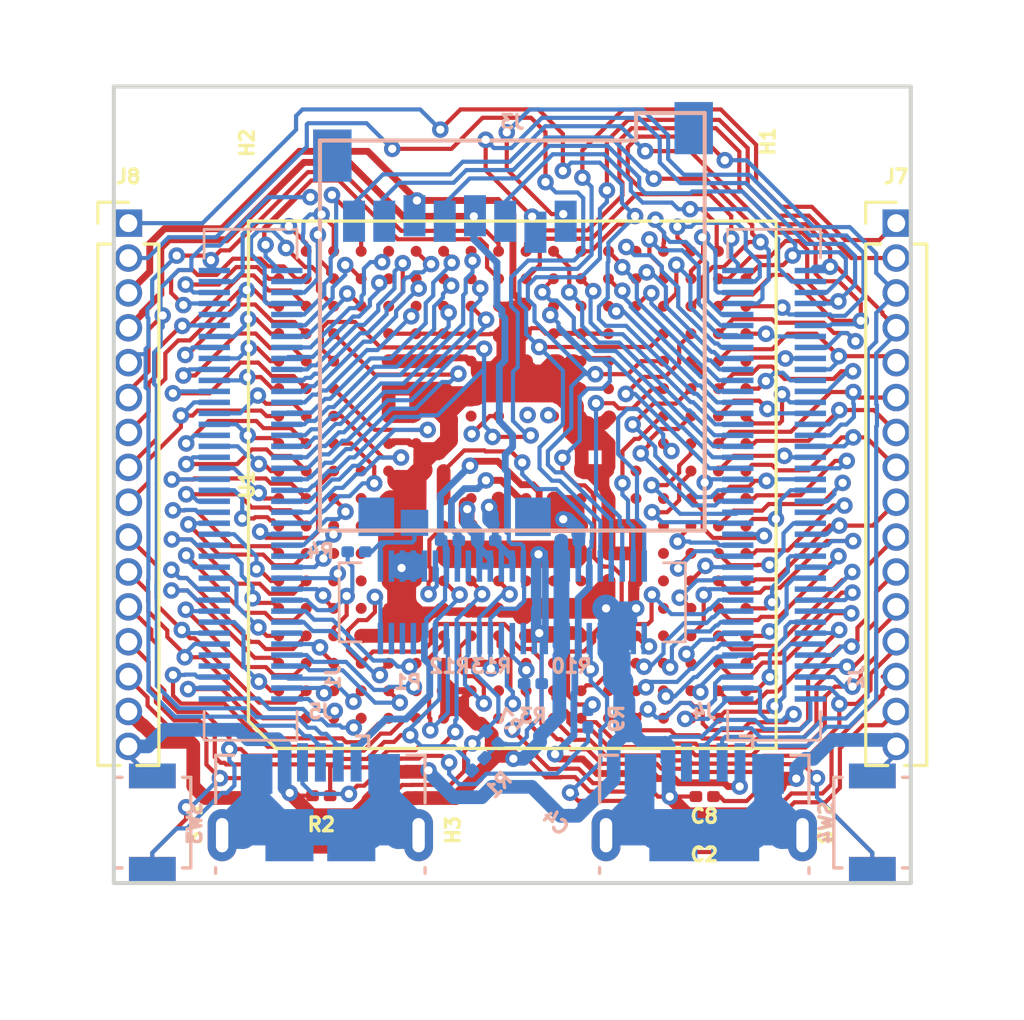
<source format=kicad_pcb>
(kicad_pcb (version 20171130) (host pcbnew 5.1.7-a382d34a8~87~ubuntu18.04.1)
  (layers (0 F.Cu signal) (31 B.Cu signal) (34 B.Paste user) (35 F.Paste user) (36 B.SilkS user) (37 F.SilkS user) (38 B.Mask user) (39 F.Mask user) (44 Edge.Cuts user))
  (net 0 "")
  (net 1 A2)
  (net 2 A3)
  (net 3 A4)
  (net 4 A5)
  (net 5 A6)
  (net 6 A7)
  (net 7 A8)
  (net 8 A9)
  (net 9 A10)
  (net 10 A11)
  (net 11 A12)
  (net 12 A13)
  (net 13 A14)
  (net 14 A15)
  (net 15 A16)
  (net 16 A17)
  (net 17 B1)
  (net 18 B2)
  (net 19 B3)
  (net 20 B4)
  (net 21 B5)
  (net 22 B6)
  (net 23 B7)
  (net 24 B8)
  (net 25 B9)
  (net 26 B10)
  (net 27 B11)
  (net 28 B12)
  (net 29 B13)
  (net 30 B14)
  (net 31 B15)
  (net 32 B16)
  (net 33 B17)
  (net 34 B18)
  (net 35 C1)
  (net 36 C2)
  (net 37 C3)
  (net 38 C4)
  (net 39 C5)
  (net 40 C6)
  (net 41 C7)
  (net 42 C8)
  (net 43 C9)
  (net 44 C10)
  (net 45 C11)
  (net 46 C12)
  (net 47 C13)
  (net 48 C15)
  (net 49 C16)
  (net 50 C17)
  (net 51 C18)
  (net 52 D1)
  (net 53 D2)
  (net 54 D16)
  (net 55 D17)
  (net 56 D18)
  (net 57 E1)
  (net 58 E2)
  (net 59 E3)
  (net 60 E16)
  (net 61 E17)
  (net 62 F18)
  (net 63 F1)
  (net 64 F2)
  (net 65 F3)
  (net 66 F16)
  (net 67 F17)
  (net 68 G16)
  (net 69 G17)
  (net 70 G18)
  (net 71 H16)
  (net 72 H17)
  (net 73 H18)
  (net 74 L16)
  (net 75 L17)
  (net 76 L18)
  (net 77 N3)
  (net 78 P1)
  (net 79 P2)
  (net 80 P3)
  (net 81 R1)
  (net 82 R2)
  (net 83 R3)
  (net 84 R16)
  (net 85 R17)
  (net 86 R18)
  (net 87 T1)
  (net 88 T2)
  (net 89 T3)
  (net 90 T4)
  (net 91 T5)
  (net 92 T6)
  (net 93 T7)
  (net 94 T8)
  (net 95 T9)
  (net 96 T10)
  (net 97 T11)
  (net 98 T12)
  (net 99 T13)
  (net 100 T14)
  (net 101 T15)
  (net 102 T17)
  (net 103 T18)
  (net 104 U1)
  (net 105 U2)
  (net 106 U3)
  (net 107 U4)
  (net 108 U5)
  (net 109 U6)
  (net 110 U7)
  (net 111 U8)
  (net 112 U9)
  (net 113 U10)
  (net 114 U11)
  (net 115 U12)
  (net 116 U13)
  (net 117 U14)
  (net 118 U15)
  (net 119 V2)
  (net 120 V3)
  (net 121 V4)
  (net 122 V5)
  (net 123 V6)
  (net 124 V7)
  (net 125 V8)
  (net 126 V9)
  (net 127 V10)
  (net 128 V11)
  (net 129 V12)
  (net 130 V13)
  (net 131 V14)
  (net 132 V15)
  (net 133 E18)
  (net 134 M17)
  (net 135 K1_VSSA)
  (net 136 L1_ANA0)
  (net 137 M1_VDDA)
  (net 138 L2_ANA1)
  (net 139 M2_VREF+)
  (net 140 K3_VBAT)
  (net 141 VDD)
  (net 142 R11_NJTRST)
  (net 143 R12_JTDO-TRACESWO)
  (net 144 R13_JTDI)
  (net 145 R14_JTMS-SWDIO)
  (net 146 R15_JTCK-SWCLK)
  (net 147 PMIC_PONKEYN)
  (net 148 M3_NRST)
  (net 149 PMIC_LDO2)
  (net 150 PMIC_LDO6)
  (net 151 PMIC_LDO1)
  (net 152 G6_BOOT2)
  (net 153 H6_BOOT1)
  (net 154 J6_BOOT0)
  (net 155 PMIC_LDO5)
  (net 156 PMIC_SWIN)
  (net 157 PMIC_BSTOUT)
  (net 158 PMIC_VBUSOTG)
  (net 159 PMIC_BSTIN)
  (net 160 PMIC_SWOUT)
  (net 161 J18_USB_DP2)
  (net 162 J17_USB_DM2)
  (net 163 N16_DSI_CKP)
  (net 164 N17_DSI_D1P)
  (net 165 N18_DSI_D1N)
  (net 166 P16_DSI_CKN)
  (net 167 P17_DSI_D0P)
  (net 168 P18_DSI_D0N)
  (net 169 K18_USB_DM1)
  (net 170 K17_USB_DP1)
  (net 171 P4_EEPROM_WP)
  (net 172 K9_OTG_VBUS)
  (net 173 J1_HSE_OSC_OE)
  (net 174 N1_RSVD)
  (net 175 J2_HSE_OSC_TP)
  (net 176 N2_LSE_OSC_TP)
  (net 177 L3_PA0_PMIC_INTN)
  (net 178 N4_NRST_CORE)
  (net 179 R4_VDD_CORE)
  (net 180 D5_PWR_ON_PMIC_PWRCTRL)
  (net 181 R5_VDD3V3_USB)
  (net 182 D6_PC13_PMIC_WAKEUP)
  (net 183 K6_PWR_LP)
  (net 184 L6_PDR_ON_CORE)
  (net 185 M6_PDR_ON)
  (net 186 R6_VDD1V2_DSI_REG)
  (net 187 D7_RSVD)
  (net 188 R7_VDDA1V8_REG)
  (net 189 D8_RSVD)
  (net 190 R8_VDDA1V1_REG)
  (net 191 D9_RSVD)
  (net 192 P9_RSVD)
  (net 193 R9_RSVD)
  (net 194 D10_RSVD)
  (net 195 P10_RSVD)
  (net 196 R10_RSVD)
  (net 197 H12_RSVD)
  (net 198 J12_VTT_DDR)
  (net 199 K12_VDD_DDR)
  (net 200 L12_VREF_DDR)
  (net 201 M16_RSVD)
  (net 202 "Net-(J4-Pad6)")
  (net 203 "Net-(J5-Pad6)")
  (net 204 SDMMC1_DETECT)
  (net 205 C14_PG11_UART4_TX)
  (net 206 M18_PB2_UART4_RX)
  (net 207 U16_PC9_SDMMC1_D1)
  (net 208 V16_PC10_SDMMC1_D2)
  (net 209 T16_PC8_SDMMC1_D0)
  (net 210 U17_PC11_SDMMC1_D3)
  (net 211 V17_PC12_SDMMC1_CK)
  (net 212 U18_PD2_SDMMC1_CMD)
  (net 213 USBID1)
  (net 214 USBID2)
  (net 215 "Net-(J1-Pad9)")
  (net 216 "Net-(J1-Pad7)")
  (net 217 "Net-(J1-Pad14)")
  (net 218 3V3)
  (net 219 5V_VIN)
  (net 220 "Net-(P1-Pad8)")
  (net 221 "Net-(P1-Pad6)")
  (net 222 "Net-(P1-Pad17)")
  (net 223 "Net-(P1-Pad4)")
  (net 224 "Net-(P1-Pad28)")
  (module Button_Switch_SMD:SW_SPST_B3U-1000P-B (layer B.Cu) (at 13.1 12.3 90)
    (fp_text reference SW4 (at 0 -1.67 270) (layer B.SilkS) (effects (font (size 0.5 0.5) (thickness 0.125)) (justify mirror)))
    (fp_text value SW_PMIC_PONKEYN)
    (pad "" np_thru_hole circle (at 0 0 90) (size 0.8 0.8) (drill 0.8) (layers *.Cu *.Mask))
    (pad 2 smd rect (at 1.7 0 90) (size 0.9 1.7) (layers B.Cu B.Paste B.Mask) (net 135 K1_VSSA))
    (pad 1 smd rect (at -1.7 0 90) (size 0.9 1.7) (layers B.Cu B.Paste B.Mask) (net 147 PMIC_PONKEYN))
  )
  (module Button_Switch_SMD:SW_SPST_B3U-1000P-B (layer B.Cu) (at -13.1 12.3 90)
    (fp_text reference SW3 (at -0.019 1.543 270) (layer B.SilkS) (effects (font (size 0.5 0.5) (thickness 0.125)) (justify mirror)))
    (fp_text value SW_BOOT2)
    (pad "" np_thru_hole circle (at 0 0 90) (size 0.8 0.8) (drill 0.8) (layers *.Cu *.Mask))
    (pad 2 smd rect (at 1.7 0 90) (size 0.9 1.7) (layers B.Cu B.Paste B.Mask) (net 135 K1_VSSA))
    (pad 1 smd rect (at -1.7 0 90) (size 0.9 1.7) (layers B.Cu B.Paste B.Mask) (net 152 G6_BOOT2))
  )
  (module Button_Switch_SMD:SW_SPST_B3U-1000P-B (layer F.Cu) (at 13.1 12.3 90)
    (fp_text reference SW2 (at -0.019 -1.67 90) (layer F.SilkS) (effects (font (size 0.5 0.5) (thickness 0.125))))
    (fp_text value SW_NRST)
    (pad "" np_thru_hole circle (at 0 0 90) (size 0.8 0.8) (drill 0.8) (layers *.Cu *.Mask))
    (pad 2 smd rect (at 1.7 0 90) (size 0.9 1.7) (layers F.Cu F.Paste F.Mask) (net 135 K1_VSSA))
    (pad 1 smd rect (at -1.7 0 90) (size 0.9 1.7) (layers F.Cu F.Paste F.Mask) (net 148 M3_NRST))
  )
  (module Button_Switch_SMD:SW_SPST_B3U-1000P-B (layer F.Cu) (at -13.1 12.3 90)
    (fp_text reference SW1 (at -0.019 1.543 90) (layer F.SilkS) (effects (font (size 0.5 0.5) (thickness 0.125))))
    (fp_text value SW_BOOT0)
    (pad "" np_thru_hole circle (at 0 0 90) (size 0.8 0.8) (drill 0.8) (layers *.Cu *.Mask))
    (pad 2 smd rect (at 1.7 0 90) (size 0.9 1.7) (layers F.Cu F.Paste F.Mask) (net 135 K1_VSSA))
    (pad 1 smd rect (at -1.7 0 90) (size 0.9 1.7) (layers F.Cu F.Paste F.Mask) (net 154 J6_BOOT0))
  )
  (module Resistor_SMD:R_0201_0603Metric (layer B.Cu) (at 2.75 8.51 90)
    (fp_text reference R9 (at 0 1.05 90) (layer B.SilkS) (effects (font (size 0.5 0.5) (thickness 0.125)) (justify mirror)))
    (fp_text value 0)
    (pad 1 smd roundrect (at -0.32 0 90) (size 0.46 0.4) (layers B.Cu B.Mask) (net 214 USBID2))
    (pad 2 smd roundrect (at 0.32 0 90) (size 0.46 0.4) (layers B.Cu B.Mask) (net 74 L16))
  )
  (module "DF40C-50DS-0:HRS_DF40C-50DS-0.4V(51)" (layer B.Cu) (at 0 4.28)
    (fp_text reference P1 (at -3.80671 2.90511) (layer B.SilkS) (effects (font (size 0.5 0.5) (thickness 0.125)) (justify mirror)))
    (fp_text value "DF40C-50DS-0.4V(51)")
    (pad 50 smd rect (at 4.8 1.32) (size 0.2 1.14) (layers B.Cu B.Paste B.Mask) (net 171 P4_EEPROM_WP))
    (pad 49 smd rect (at 4.8 -1.32) (size 0.2 1.14) (layers B.Cu B.Paste B.Mask) (net 142 R11_NJTRST))
    (pad 48 smd rect (at 4.4 1.32) (size 0.2 1.14) (layers B.Cu B.Paste B.Mask) (net 135 K1_VSSA))
    (pad 47 smd rect (at 4.4 -1.32) (size 0.2 1.14) (layers B.Cu B.Paste B.Mask) (net 143 R12_JTDO-TRACESWO))
    (pad 46 smd rect (at 4 1.32) (size 0.2 1.14) (layers B.Cu B.Paste B.Mask) (net 135 K1_VSSA))
    (pad 45 smd rect (at 4 -1.32) (size 0.2 1.14) (layers B.Cu B.Paste B.Mask) (net 144 R13_JTDI))
    (pad 44 smd rect (at 3.6 1.32) (size 0.2 1.14) (layers B.Cu B.Paste B.Mask) (net 135 K1_VSSA))
    (pad 43 smd rect (at 3.6 -1.32) (size 0.2 1.14) (layers B.Cu B.Paste B.Mask) (net 145 R14_JTMS-SWDIO))
    (pad 42 smd rect (at 3.2 1.32) (size 0.2 1.14) (layers B.Cu B.Paste B.Mask) (net 135 K1_VSSA))
    (pad 41 smd rect (at 3.2 -1.32) (size 0.2 1.14) (layers B.Cu B.Paste B.Mask) (net 146 R15_JTCK-SWCLK))
    (pad 40 smd rect (at 2.8 1.32) (size 0.2 1.14) (layers B.Cu B.Paste B.Mask) (net 148 M3_NRST))
    (pad 39 smd rect (at 2.8 -1.32) (size 0.2 1.14) (layers B.Cu B.Paste B.Mask) (net 160 PMIC_SWOUT))
    (pad 38 smd rect (at 2.4 1.32) (size 0.2 1.14) (layers B.Cu B.Paste B.Mask) (net 160 PMIC_SWOUT))
    (pad 37 smd rect (at 2.4 -1.32) (size 0.2 1.14) (layers B.Cu B.Paste B.Mask) (net 159 PMIC_BSTIN))
    (pad 36 smd rect (at 2 1.32) (size 0.2 1.14) (layers B.Cu B.Paste B.Mask) (net 219 5V_VIN))
    (pad 35 smd rect (at 2 -1.32) (size 0.2 1.14) (layers B.Cu B.Paste B.Mask) (net 219 5V_VIN))
    (pad 34 smd rect (at 1.6 1.32) (size 0.2 1.14) (layers B.Cu B.Paste B.Mask) (net 219 5V_VIN))
    (pad 33 smd rect (at 1.6 -1.32) (size 0.2 1.14) (layers B.Cu B.Paste B.Mask) (net 219 5V_VIN))
    (pad 32 smd rect (at 1.2 1.32) (size 0.2 1.14) (layers B.Cu B.Paste B.Mask) (net 141 VDD))
    (pad 31 smd rect (at 1.2 -1.32) (size 0.2 1.14) (layers B.Cu B.Paste B.Mask) (net 141 VDD))
    (pad 30 smd rect (at 0.8 1.32) (size 0.2 1.14) (layers B.Cu B.Paste B.Mask) (net 141 VDD))
    (pad 29 smd rect (at 0.8 -1.32) (size 0.2 1.14) (layers B.Cu B.Paste B.Mask) (net 141 VDD))
    (pad 28 smd rect (at 0.4 1.32) (size 0.2 1.14) (layers B.Cu B.Paste B.Mask) (net 224 "Net-(P1-Pad28)"))
    (pad 27 smd rect (at 0.4 -1.32) (size 0.2 1.14) (layers B.Cu B.Paste B.Mask) (net 218 3V3))
    (pad 26 smd rect (at 0 1.32) (size 0.2 1.14) (layers B.Cu B.Paste B.Mask) (net 140 K3_VBAT))
    (pad 25 smd rect (at 0 -1.32) (size 0.2 1.14) (layers B.Cu B.Paste B.Mask) (net 157 PMIC_BSTOUT))
    (pad 24 smd rect (at -0.4 1.32) (size 0.2 1.14) (layers B.Cu B.Paste B.Mask) (net 151 PMIC_LDO1))
    (pad 23 smd rect (at -0.4 -1.32) (size 0.2 1.14) (layers B.Cu B.Paste B.Mask) (net 157 PMIC_BSTOUT))
    (pad 22 smd rect (at -0.8 1.32) (size 0.2 1.14) (layers B.Cu B.Paste B.Mask) (net 218 3V3))
    (pad 21 smd rect (at -0.8 -1.32) (size 0.2 1.14) (layers B.Cu B.Paste B.Mask) (net 156 PMIC_SWIN))
    (pad 20 smd rect (at -1.2 1.32) (size 0.2 1.14) (layers B.Cu B.Paste B.Mask) (net 154 J6_BOOT0))
    (pad 19 smd rect (at -1.2 -1.32) (size 0.2 1.14) (layers B.Cu B.Paste B.Mask) (net 156 PMIC_SWIN))
    (pad 18 smd rect (at -1.6 1.32) (size 0.2 1.14) (layers B.Cu B.Paste B.Mask) (net 150 PMIC_LDO6))
    (pad 17 smd rect (at -1.6 -1.32) (size 0.2 1.14) (layers B.Cu B.Paste B.Mask) (net 222 "Net-(P1-Pad17)"))
    (pad 16 smd rect (at -2 1.32) (size 0.2 1.14) (layers B.Cu B.Paste B.Mask) (net 153 H6_BOOT1))
    (pad 15 smd rect (at -2 -1.32) (size 0.2 1.14) (layers B.Cu B.Paste B.Mask) (net 172 K9_OTG_VBUS))
    (pad 14 smd rect (at -2.4 1.32) (size 0.2 1.14) (layers B.Cu B.Paste B.Mask) (net 149 PMIC_LDO2))
    (pad 13 smd rect (at -2.4 -1.32) (size 0.2 1.14) (layers B.Cu B.Paste B.Mask) (net 158 PMIC_VBUSOTG))
    (pad 12 smd rect (at -2.8 1.32) (size 0.2 1.14) (layers B.Cu B.Paste B.Mask) (net 152 G6_BOOT2))
    (pad 11 smd rect (at -2.8 -1.32) (size 0.2 1.14) (layers B.Cu B.Paste B.Mask) (net 155 PMIC_LDO5))
    (pad 10 smd rect (at -3.2 1.32) (size 0.2 1.14) (layers B.Cu B.Paste B.Mask) (net 158 PMIC_VBUSOTG))
    (pad 9 smd rect (at -3.2 -1.32) (size 0.2 1.14) (layers B.Cu B.Paste B.Mask) (net 135 K1_VSSA))
    (pad 8 smd rect (at -3.6 1.32) (size 0.2 1.14) (layers B.Cu B.Paste B.Mask) (net 220 "Net-(P1-Pad8)"))
    (pad 7 smd rect (at -3.6 -1.32) (size 0.2 1.14) (layers B.Cu B.Paste B.Mask) (net 135 K1_VSSA))
    (pad 6 smd rect (at -4 1.32) (size 0.2 1.14) (layers B.Cu B.Paste B.Mask) (net 221 "Net-(P1-Pad6)"))
    (pad 5 smd rect (at -4 -1.32) (size 0.2 1.14) (layers B.Cu B.Paste B.Mask) (net 135 K1_VSSA))
    (pad 4 smd rect (at -4.4 1.32) (size 0.2 1.14) (layers B.Cu B.Paste B.Mask) (net 223 "Net-(P1-Pad4)"))
    (pad 3 smd rect (at -4.4 -1.32) (size 0.2 1.14) (layers B.Cu B.Paste B.Mask) (net 135 K1_VSSA))
    (pad 2 smd rect (at -4.8 1.32) (size 0.2 1.14) (layers B.Cu B.Paste B.Mask) (net 147 PMIC_PONKEYN))
    (pad 1 smd rect (at -4.8 -1.32) (size 0.2 1.14) (layers B.Cu B.Paste B.Mask) (net 204 SDMMC1_DETECT))
  )
  (module TFBA361:OSD32MP15x_BGA-302_19.0x19.0mm_Layout18x18_P1.0mm_Ball0.5mm_Pad0.4mm_NSMD (layer F.Cu) (at 0 0 90)
    (fp_text reference U1 (at 0 -9.652 90) (layer F.SilkS) (effects (font (size 0.5 0.5) (thickness 0.125))))
    (fp_text value OSD32MP157C-512M-BAA)
    (pad B1 smd circle (at -8.5 -7.5 90) (size 0.4 0.4) (layers F.Cu F.Paste F.Mask) (net 17 B1))
    (pad C1 smd circle (at -8.5 -6.5 90) (size 0.4 0.4) (layers F.Cu F.Paste F.Mask) (net 35 C1))
    (pad D1 smd circle (at -8.5 -5.5 90) (size 0.4 0.4) (layers F.Cu F.Paste F.Mask) (net 52 D1))
    (pad E1 smd circle (at -8.5 -4.5 90) (size 0.4 0.4) (layers F.Cu F.Paste F.Mask) (net 57 E1))
    (pad F1 smd circle (at -8.5 -3.5 90) (size 0.4 0.4) (layers F.Cu F.Paste F.Mask) (net 63 F1))
    (pad G1 smd circle (at -8.5 -2.5 90) (size 0.4 0.4) (layers F.Cu F.Paste F.Mask) (net 219 5V_VIN))
    (pad H1 smd circle (at -8.5 -1.5 90) (size 0.4 0.4) (layers F.Cu F.Paste F.Mask) (net 219 5V_VIN))
    (pad J1 smd circle (at -8.5 -0.5 90) (size 0.4 0.4) (layers F.Cu F.Paste F.Mask) (net 173 J1_HSE_OSC_OE))
    (pad K1 smd circle (at -8.5 0.5 90) (size 0.4 0.4) (layers F.Cu F.Paste F.Mask) (net 135 K1_VSSA))
    (pad L1 smd circle (at -8.5 1.5 90) (size 0.4 0.4) (layers F.Cu F.Paste F.Mask) (net 136 L1_ANA0))
    (pad M1 smd circle (at -8.5 2.5 90) (size 0.4 0.4) (layers F.Cu F.Paste F.Mask) (net 137 M1_VDDA))
    (pad N1 smd circle (at -8.5 3.5 90) (size 0.4 0.4) (layers F.Cu F.Paste F.Mask) (net 174 N1_RSVD))
    (pad P1 smd circle (at -8.5 4.5 90) (size 0.4 0.4) (layers F.Cu F.Paste F.Mask) (net 78 P1))
    (pad R1 smd circle (at -8.5 5.5 90) (size 0.4 0.4) (layers F.Cu F.Paste F.Mask) (net 81 R1))
    (pad T1 smd circle (at -8.5 6.5 90) (size 0.4 0.4) (layers F.Cu F.Paste F.Mask) (net 87 T1))
    (pad U1 smd circle (at -8.5 7.5 90) (size 0.4 0.4) (layers F.Cu F.Paste F.Mask) (net 104 U1))
    (pad A2 smd circle (at -7.5 -8.5 90) (size 0.4 0.4) (layers F.Cu F.Paste F.Mask) (net 1 A2))
    (pad B2 smd circle (at -7.5 -7.5 90) (size 0.4 0.4) (layers F.Cu F.Paste F.Mask) (net 18 B2))
    (pad C2 smd circle (at -7.5 -6.5 90) (size 0.4 0.4) (layers F.Cu F.Paste F.Mask) (net 36 C2))
    (pad D2 smd circle (at -7.5 -5.5 90) (size 0.4 0.4) (layers F.Cu F.Paste F.Mask) (net 53 D2))
    (pad E2 smd circle (at -7.5 -4.5 90) (size 0.4 0.4) (layers F.Cu F.Paste F.Mask) (net 58 E2))
    (pad F2 smd circle (at -7.5 -3.5 90) (size 0.4 0.4) (layers F.Cu F.Paste F.Mask) (net 64 F2))
    (pad G2 smd circle (at -7.5 -2.5 90) (size 0.4 0.4) (layers F.Cu F.Paste F.Mask) (net 219 5V_VIN))
    (pad H2 smd circle (at -7.5 -1.5 90) (size 0.4 0.4) (layers F.Cu F.Paste F.Mask) (net 219 5V_VIN))
    (pad J2 smd circle (at -7.5 -0.5 90) (size 0.4 0.4) (layers F.Cu F.Paste F.Mask) (net 175 J2_HSE_OSC_TP))
    (pad K2 smd circle (at -7.5 0.5 90) (size 0.4 0.4) (layers F.Cu F.Paste F.Mask) (net 135 K1_VSSA))
    (pad L2 smd circle (at -7.5 1.5 90) (size 0.4 0.4) (layers F.Cu F.Paste F.Mask) (net 138 L2_ANA1))
    (pad M2 smd circle (at -7.5 2.5 90) (size 0.4 0.4) (layers F.Cu F.Paste F.Mask) (net 139 M2_VREF+))
    (pad N2 smd circle (at -7.5 3.5 90) (size 0.4 0.4) (layers F.Cu F.Paste F.Mask) (net 176 N2_LSE_OSC_TP))
    (pad P2 smd circle (at -7.5 4.5 90) (size 0.4 0.4) (layers F.Cu F.Paste F.Mask) (net 79 P2))
    (pad R2 smd circle (at -7.5 5.5 90) (size 0.4 0.4) (layers F.Cu F.Paste F.Mask) (net 82 R2))
    (pad T2 smd circle (at -7.5 6.5 90) (size 0.4 0.4) (layers F.Cu F.Paste F.Mask) (net 88 T2))
    (pad U2 smd circle (at -7.5 7.5 90) (size 0.4 0.4) (layers F.Cu F.Paste F.Mask) (net 105 U2))
    (pad V2 smd circle (at -7.5 8.5 90) (size 0.4 0.4) (layers F.Cu F.Paste F.Mask) (net 119 V2))
    (pad A3 smd circle (at -6.5 -8.5 90) (size 0.4 0.4) (layers F.Cu F.Paste F.Mask) (net 2 A3))
    (pad B3 smd circle (at -6.5 -7.5 90) (size 0.4 0.4) (layers F.Cu F.Paste F.Mask) (net 19 B3))
    (pad C3 smd circle (at -6.5 -6.5 90) (size 0.4 0.4) (layers F.Cu F.Paste F.Mask) (net 37 C3))
    (pad D3 smd circle (at -6.5 -5.5 90) (size 0.4 0.4) (layers F.Cu F.Paste F.Mask) (net 147 PMIC_PONKEYN))
    (pad E3 smd circle (at -6.5 -4.5 90) (size 0.4 0.4) (layers F.Cu F.Paste F.Mask) (net 59 E3))
    (pad F3 smd circle (at -6.5 -3.5 90) (size 0.4 0.4) (layers F.Cu F.Paste F.Mask) (net 65 F3))
    (pad G3 smd circle (at -6.5 -2.5 90) (size 0.4 0.4) (layers F.Cu F.Paste F.Mask) (net 219 5V_VIN))
    (pad H3 smd circle (at -6.5 -1.5 90) (size 0.4 0.4) (layers F.Cu F.Paste F.Mask) (net 218 3V3))
    (pad J3 smd circle (at -6.5 -0.5 90) (size 0.4 0.4) (layers F.Cu F.Paste F.Mask) (net 218 3V3))
    (pad K3 smd circle (at -6.5 0.5 90) (size 0.4 0.4) (layers F.Cu F.Paste F.Mask) (net 140 K3_VBAT))
    (pad L3 smd circle (at -6.5 1.5 90) (size 0.4 0.4) (layers F.Cu F.Paste F.Mask) (net 177 L3_PA0_PMIC_INTN))
    (pad M3 smd circle (at -6.5 2.5 90) (size 0.4 0.4) (layers F.Cu F.Paste F.Mask) (net 148 M3_NRST))
    (pad N3 smd circle (at -6.5 3.5 90) (size 0.4 0.4) (layers F.Cu F.Paste F.Mask) (net 77 N3))
    (pad P3 smd circle (at -6.5 4.5 90) (size 0.4 0.4) (layers F.Cu F.Paste F.Mask) (net 80 P3))
    (pad R3 smd circle (at -6.5 5.5 90) (size 0.4 0.4) (layers F.Cu F.Paste F.Mask) (net 83 R3))
    (pad T3 smd circle (at -6.5 6.5 90) (size 0.4 0.4) (layers F.Cu F.Paste F.Mask) (net 89 T3))
    (pad U3 smd circle (at -6.5 7.5 90) (size 0.4 0.4) (layers F.Cu F.Paste F.Mask) (net 106 U3))
    (pad V3 smd circle (at -6.5 8.5 90) (size 0.4 0.4) (layers F.Cu F.Paste F.Mask) (net 120 V3))
    (pad A4 smd circle (at -5.5 -8.5 90) (size 0.4 0.4) (layers F.Cu F.Paste F.Mask) (net 3 A4))
    (pad B4 smd circle (at -5.5 -7.5 90) (size 0.4 0.4) (layers F.Cu F.Paste F.Mask) (net 20 B4))
    (pad C4 smd circle (at -5.5 -6.5 90) (size 0.4 0.4) (layers F.Cu F.Paste F.Mask) (net 38 C4))
    (pad D4 smd circle (at -5.5 -5.5 90) (size 0.4 0.4) (layers F.Cu F.Paste F.Mask) (net 135 K1_VSSA))
    (pad E4 smd circle (at -5.5 -4.5 90) (size 0.4 0.4) (layers F.Cu F.Paste F.Mask) (net 135 K1_VSSA))
    (pad F4 smd circle (at -5.5 -3.5 90) (size 0.4 0.4) (layers F.Cu F.Paste F.Mask) (net 135 K1_VSSA))
    (pad G4 smd circle (at -5.5 -2.5 90) (size 0.4 0.4) (layers F.Cu F.Paste F.Mask) (net 149 PMIC_LDO2))
    (pad H4 smd circle (at -5.5 -1.5 90) (size 0.4 0.4) (layers F.Cu F.Paste F.Mask) (net 150 PMIC_LDO6))
    (pad J4 smd circle (at -5.5 -0.5 90) (size 0.4 0.4) (layers F.Cu F.Paste F.Mask) (net 151 PMIC_LDO1))
    (pad K4 smd circle (at -5.5 0.5 90) (size 0.4 0.4) (layers F.Cu F.Paste F.Mask) (net 141 VDD))
    (pad L4 smd circle (at -5.5 1.5 90) (size 0.4 0.4) (layers F.Cu F.Paste F.Mask) (net 141 VDD))
    (pad M4 smd circle (at -5.5 2.5 90) (size 0.4 0.4) (layers F.Cu F.Paste F.Mask) (net 141 VDD))
    (pad N4 smd circle (at -5.5 3.5 90) (size 0.4 0.4) (layers F.Cu F.Paste F.Mask) (net 178 N4_NRST_CORE))
    (pad P4 smd circle (at -5.5 4.5 90) (size 0.4 0.4) (layers F.Cu F.Paste F.Mask) (net 171 P4_EEPROM_WP))
    (pad R4 smd circle (at -5.5 5.5 90) (size 0.4 0.4) (layers F.Cu F.Paste F.Mask) (net 179 R4_VDD_CORE))
    (pad T4 smd circle (at -5.5 6.5 90) (size 0.4 0.4) (layers F.Cu F.Paste F.Mask) (net 90 T4))
    (pad U4 smd circle (at -5.5 7.5 90) (size 0.4 0.4) (layers F.Cu F.Paste F.Mask) (net 107 U4))
    (pad V4 smd circle (at -5.5 8.5 90) (size 0.4 0.4) (layers F.Cu F.Paste F.Mask) (net 121 V4))
    (pad A5 smd circle (at -4.5 -8.5 90) (size 0.4 0.4) (layers F.Cu F.Paste F.Mask) (net 4 A5))
    (pad B5 smd circle (at -4.5 -7.5 90) (size 0.4 0.4) (layers F.Cu F.Paste F.Mask) (net 21 B5))
    (pad C5 smd circle (at -4.5 -6.5 90) (size 0.4 0.4) (layers F.Cu F.Paste F.Mask) (net 39 C5))
    (pad D5 smd circle (at -4.5 -5.5 90) (size 0.4 0.4) (layers F.Cu F.Paste F.Mask) (net 180 D5_PWR_ON_PMIC_PWRCTRL))
    (pad E5 smd circle (at -4.5 -4.5 90) (size 0.4 0.4) (layers F.Cu F.Paste F.Mask) (net 135 K1_VSSA))
    (pad F5 smd circle (at -4.5 -3.5 90) (size 0.4 0.4) (layers F.Cu F.Paste F.Mask) (net 135 K1_VSSA))
    (pad G5 smd circle (at -4.5 -2.5 90) (size 0.4 0.4) (layers F.Cu F.Paste F.Mask) (net 135 K1_VSSA))
    (pad H5 smd circle (at -4.5 -1.5 90) (size 0.4 0.4) (layers F.Cu F.Paste F.Mask) (net 135 K1_VSSA))
    (pad J5 smd circle (at -4.5 -0.5 90) (size 0.4 0.4) (layers F.Cu F.Paste F.Mask) (net 135 K1_VSSA))
    (pad K5 smd circle (at -4.5 0.5 90) (size 0.4 0.4) (layers F.Cu F.Paste F.Mask) (net 135 K1_VSSA))
    (pad L5 smd circle (at -4.5 1.5 90) (size 0.4 0.4) (layers F.Cu F.Paste F.Mask) (net 135 K1_VSSA))
    (pad M5 smd circle (at -4.5 2.5 90) (size 0.4 0.4) (layers F.Cu F.Paste F.Mask) (net 135 K1_VSSA))
    (pad N5 smd circle (at -4.5 3.5 90) (size 0.4 0.4) (layers F.Cu F.Paste F.Mask) (net 135 K1_VSSA))
    (pad P5 smd circle (at -4.5 4.5 90) (size 0.4 0.4) (layers F.Cu F.Paste F.Mask) (net 135 K1_VSSA))
    (pad R5 smd circle (at -4.5 5.5 90) (size 0.4 0.4) (layers F.Cu F.Paste F.Mask) (net 181 R5_VDD3V3_USB))
    (pad T5 smd circle (at -4.5 6.5 90) (size 0.4 0.4) (layers F.Cu F.Paste F.Mask) (net 91 T5))
    (pad U5 smd circle (at -4.5 7.5 90) (size 0.4 0.4) (layers F.Cu F.Paste F.Mask) (net 108 U5))
    (pad V5 smd circle (at -4.5 8.5 90) (size 0.4 0.4) (layers F.Cu F.Paste F.Mask) (net 122 V5))
    (pad A6 smd circle (at -3.5 -8.5 90) (size 0.4 0.4) (layers F.Cu F.Paste F.Mask) (net 5 A6))
    (pad B6 smd circle (at -3.5 -7.5 90) (size 0.4 0.4) (layers F.Cu F.Paste F.Mask) (net 22 B6))
    (pad C6 smd circle (at -3.5 -6.5 90) (size 0.4 0.4) (layers F.Cu F.Paste F.Mask) (net 40 C6))
    (pad D6 smd circle (at -3.5 -5.5 90) (size 0.4 0.4) (layers F.Cu F.Paste F.Mask) (net 182 D6_PC13_PMIC_WAKEUP))
    (pad E6 smd circle (at -3.5 -4.5 90) (size 0.4 0.4) (layers F.Cu F.Paste F.Mask) (net 135 K1_VSSA))
    (pad F6 smd circle (at -3.5 -3.5 90) (size 0.4 0.4) (layers F.Cu F.Paste F.Mask) (net 135 K1_VSSA))
    (pad G6 smd circle (at -3.5 -2.5 90) (size 0.4 0.4) (layers F.Cu F.Paste F.Mask) (net 152 G6_BOOT2))
    (pad H6 smd circle (at -3.5 -1.5 90) (size 0.4 0.4) (layers F.Cu F.Paste F.Mask) (net 153 H6_BOOT1))
    (pad J6 smd circle (at -3.5 -0.5 90) (size 0.4 0.4) (layers F.Cu F.Paste F.Mask) (net 154 J6_BOOT0))
    (pad K6 smd circle (at -3.5 0.5 90) (size 0.4 0.4) (layers F.Cu F.Paste F.Mask) (net 183 K6_PWR_LP))
    (pad L6 smd circle (at -3.5 1.5 90) (size 0.4 0.4) (layers F.Cu F.Paste F.Mask) (net 184 L6_PDR_ON_CORE))
    (pad M6 smd circle (at -3.5 2.5 90) (size 0.4 0.4) (layers F.Cu F.Paste F.Mask) (net 185 M6_PDR_ON))
    (pad N6 smd circle (at -3.5 3.5 90) (size 0.4 0.4) (layers F.Cu F.Paste F.Mask) (net 135 K1_VSSA))
    (pad P6 smd circle (at -3.5 4.5 90) (size 0.4 0.4) (layers F.Cu F.Paste F.Mask) (net 135 K1_VSSA))
    (pad R6 smd circle (at -3.5 5.5 90) (size 0.4 0.4) (layers F.Cu F.Paste F.Mask) (net 186 R6_VDD1V2_DSI_REG))
    (pad T6 smd circle (at -3.5 6.5 90) (size 0.4 0.4) (layers F.Cu F.Paste F.Mask) (net 92 T6))
    (pad U6 smd circle (at -3.5 7.5 90) (size 0.4 0.4) (layers F.Cu F.Paste F.Mask) (net 109 U6))
    (pad V6 smd circle (at -3.5 8.5 90) (size 0.4 0.4) (layers F.Cu F.Paste F.Mask) (net 123 V6))
    (pad A7 smd circle (at -2.5 -8.5 90) (size 0.4 0.4) (layers F.Cu F.Paste F.Mask) (net 6 A7))
    (pad B7 smd circle (at -2.5 -7.5 90) (size 0.4 0.4) (layers F.Cu F.Paste F.Mask) (net 23 B7))
    (pad C7 smd circle (at -2.5 -6.5 90) (size 0.4 0.4) (layers F.Cu F.Paste F.Mask) (net 41 C7))
    (pad D7 smd circle (at -2.5 -5.5 90) (size 0.4 0.4) (layers F.Cu F.Paste F.Mask) (net 187 D7_RSVD))
    (pad E7 smd circle (at -2.5 -4.5 90) (size 0.4 0.4) (layers F.Cu F.Paste F.Mask) (net 135 K1_VSSA))
    (pad F7 smd circle (at -2.5 -3.5 90) (size 0.4 0.4) (layers F.Cu F.Paste F.Mask) (net 135 K1_VSSA))
    (pad G7 smd circle (at -2.5 -2.5 90) (size 0.4 0.4) (layers F.Cu F.Paste F.Mask) (net 141 VDD))
    (pad H7 smd circle (at -2.5 -1.5 90) (size 0.4 0.4) (layers F.Cu F.Paste F.Mask) (net 141 VDD))
    (pad J7 smd circle (at -2.5 -0.5 90) (size 0.4 0.4) (layers F.Cu F.Paste F.Mask) (net 141 VDD))
    (pad K7 smd circle (at -2.5 0.5 90) (size 0.4 0.4) (layers F.Cu F.Paste F.Mask) (net 141 VDD))
    (pad L7 smd circle (at -2.5 1.5 90) (size 0.4 0.4) (layers F.Cu F.Paste F.Mask) (net 141 VDD))
    (pad M7 smd circle (at -2.5 2.5 90) (size 0.4 0.4) (layers F.Cu F.Paste F.Mask) (net 141 VDD))
    (pad N7 smd circle (at -2.5 3.5 90) (size 0.4 0.4) (layers F.Cu F.Paste F.Mask) (net 135 K1_VSSA))
    (pad P7 smd circle (at -2.5 4.5 90) (size 0.4 0.4) (layers F.Cu F.Paste F.Mask) (net 135 K1_VSSA))
    (pad R7 smd circle (at -2.5 5.5 90) (size 0.4 0.4) (layers F.Cu F.Paste F.Mask) (net 188 R7_VDDA1V8_REG))
    (pad T7 smd circle (at -2.5 6.5 90) (size 0.4 0.4) (layers F.Cu F.Paste F.Mask) (net 93 T7))
    (pad U7 smd circle (at -2.5 7.5 90) (size 0.4 0.4) (layers F.Cu F.Paste F.Mask) (net 110 U7))
    (pad V7 smd circle (at -2.5 8.5 90) (size 0.4 0.4) (layers F.Cu F.Paste F.Mask) (net 124 V7))
    (pad A8 smd circle (at -1.5 -8.5 90) (size 0.4 0.4) (layers F.Cu F.Paste F.Mask) (net 7 A8))
    (pad B8 smd circle (at -1.5 -7.5 90) (size 0.4 0.4) (layers F.Cu F.Paste F.Mask) (net 24 B8))
    (pad C8 smd circle (at -1.5 -6.5 90) (size 0.4 0.4) (layers F.Cu F.Paste F.Mask) (net 42 C8))
    (pad D8 smd circle (at -1.5 -5.5 90) (size 0.4 0.4) (layers F.Cu F.Paste F.Mask) (net 189 D8_RSVD))
    (pad E8 smd circle (at -1.5 -4.5 90) (size 0.4 0.4) (layers F.Cu F.Paste F.Mask) (net 135 K1_VSSA))
    (pad F8 smd circle (at -1.5 -3.5 90) (size 0.4 0.4) (layers F.Cu F.Paste F.Mask) (net 135 K1_VSSA))
    (pad G8 smd circle (at -1.5 -2.5 90) (size 0.4 0.4) (layers F.Cu F.Paste F.Mask) (net 155 PMIC_LDO5))
    (pad H8 smd circle (at -1.5 -1.5 90) (size 0.4 0.4) (layers F.Cu F.Paste F.Mask) (net 156 PMIC_SWIN))
    (pad J8 smd circle (at -1.5 -0.5 90) (size 0.4 0.4) (layers F.Cu F.Paste F.Mask) (net 157 PMIC_BSTOUT))
    (pad K8 smd circle (at -1.5 0.5 90) (size 0.4 0.4) (layers F.Cu F.Paste F.Mask) (net 158 PMIC_VBUSOTG))
    (pad L8 smd circle (at -1.5 1.5 90) (size 0.4 0.4) (layers F.Cu F.Paste F.Mask) (net 159 PMIC_BSTIN))
    (pad M8 smd circle (at -1.5 2.5 90) (size 0.4 0.4) (layers F.Cu F.Paste F.Mask) (net 159 PMIC_BSTIN))
    (pad N8 smd circle (at -1.5 3.5 90) (size 0.4 0.4) (layers F.Cu F.Paste F.Mask) (net 135 K1_VSSA))
    (pad P8 smd circle (at -1.5 4.5 90) (size 0.4 0.4) (layers F.Cu F.Paste F.Mask) (net 135 K1_VSSA))
    (pad R8 smd circle (at -1.5 5.5 90) (size 0.4 0.4) (layers F.Cu F.Paste F.Mask) (net 190 R8_VDDA1V1_REG))
    (pad T8 smd circle (at -1.5 6.5 90) (size 0.4 0.4) (layers F.Cu F.Paste F.Mask) (net 94 T8))
    (pad U8 smd circle (at -1.5 7.5 90) (size 0.4 0.4) (layers F.Cu F.Paste F.Mask) (net 111 U8))
    (pad V8 smd circle (at -1.5 8.5 90) (size 0.4 0.4) (layers F.Cu F.Paste F.Mask) (net 125 V8))
    (pad A9 smd circle (at -0.5 -8.5 90) (size 0.4 0.4) (layers F.Cu F.Paste F.Mask) (net 8 A9))
    (pad B9 smd circle (at -0.5 -7.5 90) (size 0.4 0.4) (layers F.Cu F.Paste F.Mask) (net 25 B9))
    (pad C9 smd circle (at -0.5 -6.5 90) (size 0.4 0.4) (layers F.Cu F.Paste F.Mask) (net 43 C9))
    (pad D9 smd circle (at -0.5 -5.5 90) (size 0.4 0.4) (layers F.Cu F.Paste F.Mask) (net 191 D9_RSVD))
    (pad E9 smd circle (at -0.5 -4.5 90) (size 0.4 0.4) (layers F.Cu F.Paste F.Mask) (net 135 K1_VSSA))
    (pad F9 smd circle (at -0.5 -3.5 90) (size 0.4 0.4) (layers F.Cu F.Paste F.Mask) (net 135 K1_VSSA))
    (pad G9 smd circle (at -0.5 -2.5 90) (size 0.4 0.4) (layers F.Cu F.Paste F.Mask) (net 160 PMIC_SWOUT))
    (pad H9 smd circle (at -0.5 -1.5 90) (size 0.4 0.4) (layers F.Cu F.Paste F.Mask) (net 156 PMIC_SWIN))
    (pad J9 smd circle (at -0.5 -0.5 90) (size 0.4 0.4) (layers F.Cu F.Paste F.Mask) (net 157 PMIC_BSTOUT))
    (pad K9 smd circle (at -0.5 0.5 90) (size 0.4 0.4) (layers F.Cu F.Paste F.Mask) (net 172 K9_OTG_VBUS))
    (pad L9 smd circle (at -0.5 1.5 90) (size 0.4 0.4) (layers F.Cu F.Paste F.Mask) (net 159 PMIC_BSTIN))
    (pad M9 smd circle (at -0.5 2.5 90) (size 0.4 0.4) (layers F.Cu F.Paste F.Mask) (net 159 PMIC_BSTIN))
    (pad N9 smd circle (at -0.5 3.5 90) (size 0.4 0.4) (layers F.Cu F.Paste F.Mask) (net 135 K1_VSSA))
    (pad P9 smd circle (at -0.5 4.5 90) (size 0.4 0.4) (layers F.Cu F.Paste F.Mask) (net 192 P9_RSVD))
    (pad R9 smd circle (at -0.5 5.5 90) (size 0.4 0.4) (layers F.Cu F.Paste F.Mask) (net 193 R9_RSVD))
    (pad T9 smd circle (at -0.5 6.5 90) (size 0.4 0.4) (layers F.Cu F.Paste F.Mask) (net 95 T9))
    (pad U9 smd circle (at -0.5 7.5 90) (size 0.4 0.4) (layers F.Cu F.Paste F.Mask) (net 112 U9))
    (pad V9 smd circle (at -0.5 8.5 90) (size 0.4 0.4) (layers F.Cu F.Paste F.Mask) (net 126 V9))
    (pad A10 smd circle (at 0.5 -8.5 90) (size 0.4 0.4) (layers F.Cu F.Paste F.Mask) (net 9 A10))
    (pad B10 smd circle (at 0.5 -7.5 90) (size 0.4 0.4) (layers F.Cu F.Paste F.Mask) (net 26 B10))
    (pad C10 smd circle (at 0.5 -6.5 90) (size 0.4 0.4) (layers F.Cu F.Paste F.Mask) (net 44 C10))
    (pad D10 smd circle (at 0.5 -5.5 90) (size 0.4 0.4) (layers F.Cu F.Paste F.Mask) (net 194 D10_RSVD))
    (pad E10 smd circle (at 0.5 -4.5 90) (size 0.4 0.4) (layers F.Cu F.Paste F.Mask) (net 135 K1_VSSA))
    (pad F10 smd circle (at 0.5 -3.5 90) (size 0.4 0.4) (layers F.Cu F.Paste F.Mask) (net 135 K1_VSSA))
    (pad G10 smd circle (at 0.5 -2.5 90) (size 0.4 0.4) (layers F.Cu F.Paste F.Mask) (net 160 PMIC_SWOUT))
    (pad M10 smd circle (at 0.5 2.5 90) (size 0.4 0.4) (layers F.Cu F.Paste F.Mask) (net 135 K1_VSSA))
    (pad N10 smd circle (at 0.5 3.5 90) (size 0.4 0.4) (layers F.Cu F.Paste F.Mask) (net 135 K1_VSSA))
    (pad P10 smd circle (at 0.5 4.5 90) (size 0.4 0.4) (layers F.Cu F.Paste F.Mask) (net 195 P10_RSVD))
    (pad R10 smd circle (at 0.5 5.5 90) (size 0.4 0.4) (layers F.Cu F.Paste F.Mask) (net 196 R10_RSVD))
    (pad T10 smd circle (at 0.5 6.5 90) (size 0.4 0.4) (layers F.Cu F.Paste F.Mask) (net 96 T10))
    (pad U10 smd circle (at 0.5 7.5 90) (size 0.4 0.4) (layers F.Cu F.Paste F.Mask) (net 113 U10))
    (pad V10 smd circle (at 0.5 8.5 90) (size 0.4 0.4) (layers F.Cu F.Paste F.Mask) (net 127 V10))
    (pad A11 smd circle (at 1.5 -8.5 90) (size 0.4 0.4) (layers F.Cu F.Paste F.Mask) (net 10 A11))
    (pad B11 smd circle (at 1.5 -7.5 90) (size 0.4 0.4) (layers F.Cu F.Paste F.Mask) (net 27 B11))
    (pad C11 smd circle (at 1.5 -6.5 90) (size 0.4 0.4) (layers F.Cu F.Paste F.Mask) (net 45 C11))
    (pad E11 smd circle (at 1.5 -4.5 90) (size 0.4 0.4) (layers F.Cu F.Paste F.Mask) (net 135 K1_VSSA))
    (pad F11 smd circle (at 1.5 -3.5 90) (size 0.4 0.4) (layers F.Cu F.Paste F.Mask) (net 135 K1_VSSA))
    (pad G11 smd circle (at 1.5 -2.5 90) (size 0.4 0.4) (layers F.Cu F.Paste F.Mask) (net 135 K1_VSSA))
    (pad M11 smd circle (at 1.5 2.5 90) (size 0.4 0.4) (layers F.Cu F.Paste F.Mask) (net 135 K1_VSSA))
    (pad N11 smd circle (at 1.5 3.5 90) (size 0.4 0.4) (layers F.Cu F.Paste F.Mask) (net 135 K1_VSSA))
    (pad R11 smd circle (at 1.5 5.5 90) (size 0.4 0.4) (layers F.Cu F.Paste F.Mask) (net 142 R11_NJTRST))
    (pad T11 smd circle (at 1.5 6.5 90) (size 0.4 0.4) (layers F.Cu F.Paste F.Mask) (net 97 T11))
    (pad U11 smd circle (at 1.5 7.5 90) (size 0.4 0.4) (layers F.Cu F.Paste F.Mask) (net 114 U11))
    (pad V11 smd circle (at 1.5 8.5 90) (size 0.4 0.4) (layers F.Cu F.Paste F.Mask) (net 128 V11))
    (pad A12 smd circle (at 2.5 -8.5 90) (size 0.4 0.4) (layers F.Cu F.Paste F.Mask) (net 11 A12))
    (pad B12 smd circle (at 2.5 -7.5 90) (size 0.4 0.4) (layers F.Cu F.Paste F.Mask) (net 28 B12))
    (pad C12 smd circle (at 2.5 -6.5 90) (size 0.4 0.4) (layers F.Cu F.Paste F.Mask) (net 46 C12))
    (pad E12 smd circle (at 2.5 -4.5 90) (size 0.4 0.4) (layers F.Cu F.Paste F.Mask) (net 135 K1_VSSA))
    (pad F12 smd circle (at 2.5 -3.5 90) (size 0.4 0.4) (layers F.Cu F.Paste F.Mask) (net 135 K1_VSSA))
    (pad G12 smd circle (at 2.5 -2.5 90) (size 0.4 0.4) (layers F.Cu F.Paste F.Mask) (net 135 K1_VSSA))
    (pad H12 smd circle (at 2.5 -1.5 90) (size 0.4 0.4) (layers F.Cu F.Paste F.Mask) (net 197 H12_RSVD))
    (pad J12 smd circle (at 2.5 -0.5 90) (size 0.4 0.4) (layers F.Cu F.Paste F.Mask) (net 198 J12_VTT_DDR))
    (pad K12 smd circle (at 2.5 0.5 90) (size 0.4 0.4) (layers F.Cu F.Paste F.Mask) (net 199 K12_VDD_DDR))
    (pad L12 smd circle (at 2.5 1.5 90) (size 0.4 0.4) (layers F.Cu F.Paste F.Mask) (net 200 L12_VREF_DDR))
    (pad M12 smd circle (at 2.5 2.5 90) (size 0.4 0.4) (layers F.Cu F.Paste F.Mask) (net 135 K1_VSSA))
    (pad N12 smd circle (at 2.5 3.5 90) (size 0.4 0.4) (layers F.Cu F.Paste F.Mask) (net 135 K1_VSSA))
    (pad R12 smd circle (at 2.5 5.5 90) (size 0.4 0.4) (layers F.Cu F.Paste F.Mask) (net 143 R12_JTDO-TRACESWO))
    (pad T12 smd circle (at 2.5 6.5 90) (size 0.4 0.4) (layers F.Cu F.Paste F.Mask) (net 98 T12))
    (pad U12 smd circle (at 2.5 7.5 90) (size 0.4 0.4) (layers F.Cu F.Paste F.Mask) (net 115 U12))
    (pad V12 smd circle (at 2.5 8.5 90) (size 0.4 0.4) (layers F.Cu F.Paste F.Mask) (net 129 V12))
    (pad A13 smd circle (at 3.5 -8.5 90) (size 0.4 0.4) (layers F.Cu F.Paste F.Mask) (net 12 A13))
    (pad B13 smd circle (at 3.5 -7.5 90) (size 0.4 0.4) (layers F.Cu F.Paste F.Mask) (net 29 B13))
    (pad C13 smd circle (at 3.5 -6.5 90) (size 0.4 0.4) (layers F.Cu F.Paste F.Mask) (net 47 C13))
    (pad E13 smd circle (at 3.5 -4.5 90) (size 0.4 0.4) (layers F.Cu F.Paste F.Mask) (net 135 K1_VSSA))
    (pad F13 smd circle (at 3.5 -3.5 90) (size 0.4 0.4) (layers F.Cu F.Paste F.Mask) (net 135 K1_VSSA))
    (pad G13 smd circle (at 3.5 -2.5 90) (size 0.4 0.4) (layers F.Cu F.Paste F.Mask) (net 135 K1_VSSA))
    (pad H13 smd circle (at 3.5 -1.5 90) (size 0.4 0.4) (layers F.Cu F.Paste F.Mask) (net 135 K1_VSSA))
    (pad J13 smd circle (at 3.5 -0.5 90) (size 0.4 0.4) (layers F.Cu F.Paste F.Mask) (net 135 K1_VSSA))
    (pad K13 smd circle (at 3.5 0.5 90) (size 0.4 0.4) (layers F.Cu F.Paste F.Mask) (net 135 K1_VSSA))
    (pad L13 smd circle (at 3.5 1.5 90) (size 0.4 0.4) (layers F.Cu F.Paste F.Mask) (net 135 K1_VSSA))
    (pad M13 smd circle (at 3.5 2.5 90) (size 0.4 0.4) (layers F.Cu F.Paste F.Mask) (net 135 K1_VSSA))
    (pad N13 smd circle (at 3.5 3.5 90) (size 0.4 0.4) (layers F.Cu F.Paste F.Mask) (net 135 K1_VSSA))
    (pad R13 smd circle (at 3.5 5.5 90) (size 0.4 0.4) (layers F.Cu F.Paste F.Mask) (net 144 R13_JTDI))
    (pad T13 smd circle (at 3.5 6.5 90) (size 0.4 0.4) (layers F.Cu F.Paste F.Mask) (net 99 T13))
    (pad U13 smd circle (at 3.5 7.5 90) (size 0.4 0.4) (layers F.Cu F.Paste F.Mask) (net 116 U13))
    (pad V13 smd circle (at 3.5 8.5 90) (size 0.4 0.4) (layers F.Cu F.Paste F.Mask) (net 130 V13))
    (pad A14 smd circle (at 4.5 -8.5 90) (size 0.4 0.4) (layers F.Cu F.Paste F.Mask) (net 13 A14))
    (pad B14 smd circle (at 4.5 -7.5 90) (size 0.4 0.4) (layers F.Cu F.Paste F.Mask) (net 30 B14))
    (pad C14 smd circle (at 4.5 -6.5 90) (size 0.4 0.4) (layers F.Cu F.Paste F.Mask) (net 205 C14_PG11_UART4_TX))
    (pad E14 smd circle (at 4.5 -4.5 90) (size 0.4 0.4) (layers F.Cu F.Paste F.Mask) (net 135 K1_VSSA))
    (pad F14 smd circle (at 4.5 -3.5 90) (size 0.4 0.4) (layers F.Cu F.Paste F.Mask) (net 135 K1_VSSA))
    (pad G14 smd circle (at 4.5 -2.5 90) (size 0.4 0.4) (layers F.Cu F.Paste F.Mask) (net 135 K1_VSSA))
    (pad H14 smd circle (at 4.5 -1.5 90) (size 0.4 0.4) (layers F.Cu F.Paste F.Mask) (net 135 K1_VSSA))
    (pad J14 smd circle (at 4.5 -0.5 90) (size 0.4 0.4) (layers F.Cu F.Paste F.Mask) (net 135 K1_VSSA))
    (pad K14 smd circle (at 4.5 0.5 90) (size 0.4 0.4) (layers F.Cu F.Paste F.Mask) (net 135 K1_VSSA))
    (pad L14 smd circle (at 4.5 1.5 90) (size 0.4 0.4) (layers F.Cu F.Paste F.Mask) (net 135 K1_VSSA))
    (pad M14 smd circle (at 4.5 2.5 90) (size 0.4 0.4) (layers F.Cu F.Paste F.Mask) (net 135 K1_VSSA))
    (pad N14 smd circle (at 4.5 3.5 90) (size 0.4 0.4) (layers F.Cu F.Paste F.Mask) (net 135 K1_VSSA))
    (pad R14 smd circle (at 4.5 5.5 90) (size 0.4 0.4) (layers F.Cu F.Paste F.Mask) (net 145 R14_JTMS-SWDIO))
    (pad T14 smd circle (at 4.5 6.5 90) (size 0.4 0.4) (layers F.Cu F.Paste F.Mask) (net 100 T14))
    (pad U14 smd circle (at 4.5 7.5 90) (size 0.4 0.4) (layers F.Cu F.Paste F.Mask) (net 117 U14))
    (pad V14 smd circle (at 4.5 8.5 90) (size 0.4 0.4) (layers F.Cu F.Paste F.Mask) (net 131 V14))
    (pad A15 smd circle (at 5.5 -8.5 90) (size 0.4 0.4) (layers F.Cu F.Paste F.Mask) (net 14 A15))
    (pad B15 smd circle (at 5.5 -7.5 90) (size 0.4 0.4) (layers F.Cu F.Paste F.Mask) (net 31 B15))
    (pad C15 smd circle (at 5.5 -6.5 90) (size 0.4 0.4) (layers F.Cu F.Paste F.Mask) (net 48 C15))
    (pad E15 smd circle (at 5.5 -4.5 90) (size 0.4 0.4) (layers F.Cu F.Paste F.Mask) (net 135 K1_VSSA))
    (pad F15 smd circle (at 5.5 -3.5 90) (size 0.4 0.4) (layers F.Cu F.Paste F.Mask) (net 135 K1_VSSA))
    (pad G15 smd circle (at 5.5 -2.5 90) (size 0.4 0.4) (layers F.Cu F.Paste F.Mask) (net 135 K1_VSSA))
    (pad H15 smd circle (at 5.5 -1.5 90) (size 0.4 0.4) (layers F.Cu F.Paste F.Mask) (net 135 K1_VSSA))
    (pad J15 smd circle (at 5.5 -0.5 90) (size 0.4 0.4) (layers F.Cu F.Paste F.Mask) (net 135 K1_VSSA))
    (pad K15 smd circle (at 5.5 0.5 90) (size 0.4 0.4) (layers F.Cu F.Paste F.Mask) (net 135 K1_VSSA))
    (pad L15 smd circle (at 5.5 1.5 90) (size 0.4 0.4) (layers F.Cu F.Paste F.Mask) (net 135 K1_VSSA))
    (pad M15 smd circle (at 5.5 2.5 90) (size 0.4 0.4) (layers F.Cu F.Paste F.Mask) (net 135 K1_VSSA))
    (pad N15 smd circle (at 5.5 3.5 90) (size 0.4 0.4) (layers F.Cu F.Paste F.Mask) (net 135 K1_VSSA))
    (pad R15 smd circle (at 5.5 5.5 90) (size 0.4 0.4) (layers F.Cu F.Paste F.Mask) (net 146 R15_JTCK-SWCLK))
    (pad T15 smd circle (at 5.5 6.5 90) (size 0.4 0.4) (layers F.Cu F.Paste F.Mask) (net 101 T15))
    (pad U15 smd circle (at 5.5 7.5 90) (size 0.4 0.4) (layers F.Cu F.Paste F.Mask) (net 118 U15))
    (pad V15 smd circle (at 5.5 8.5 90) (size 0.4 0.4) (layers F.Cu F.Paste F.Mask) (net 132 V15))
    (pad A16 smd circle (at 6.5 -8.5 90) (size 0.4 0.4) (layers F.Cu F.Paste F.Mask) (net 15 A16))
    (pad B16 smd circle (at 6.5 -7.5 90) (size 0.4 0.4) (layers F.Cu F.Paste F.Mask) (net 32 B16))
    (pad C16 smd circle (at 6.5 -6.5 90) (size 0.4 0.4) (layers F.Cu F.Paste F.Mask) (net 49 C16))
    (pad D16 smd circle (at 6.5 -5.5 90) (size 0.4 0.4) (layers F.Cu F.Paste F.Mask) (net 54 D16))
    (pad E16 smd circle (at 6.5 -4.5 90) (size 0.4 0.4) (layers F.Cu F.Paste F.Mask) (net 60 E16))
    (pad F16 smd circle (at 6.5 -3.5 90) (size 0.4 0.4) (layers F.Cu F.Paste F.Mask) (net 66 F16))
    (pad G16 smd circle (at 6.5 -2.5 90) (size 0.4 0.4) (layers F.Cu F.Paste F.Mask) (net 68 G16))
    (pad H16 smd circle (at 6.5 -1.5 90) (size 0.4 0.4) (layers F.Cu F.Paste F.Mask) (net 71 H16))
    (pad J16 smd circle (at 6.5 -0.5 90) (size 0.4 0.4) (layers F.Cu F.Paste F.Mask) (net 135 K1_VSSA))
    (pad K16 smd circle (at 6.5 0.5 90) (size 0.4 0.4) (layers F.Cu F.Paste F.Mask) (net 135 K1_VSSA))
    (pad L16 smd circle (at 6.5 1.5 90) (size 0.4 0.4) (layers F.Cu F.Paste F.Mask) (net 74 L16))
    (pad M16 smd circle (at 6.5 2.5 90) (size 0.4 0.4) (layers F.Cu F.Paste F.Mask) (net 201 M16_RSVD))
    (pad N16 smd circle (at 6.5 3.5 90) (size 0.4 0.4) (layers F.Cu F.Paste F.Mask) (net 163 N16_DSI_CKP))
    (pad P16 smd circle (at 6.5 4.5 90) (size 0.4 0.4) (layers F.Cu F.Paste F.Mask) (net 166 P16_DSI_CKN))
    (pad R16 smd circle (at 6.5 5.5 90) (size 0.4 0.4) (layers F.Cu F.Paste F.Mask) (net 84 R16))
    (pad T16 smd circle (at 6.5 6.5 90) (size 0.4 0.4) (layers F.Cu F.Paste F.Mask) (net 209 T16_PC8_SDMMC1_D0))
    (pad U16 smd circle (at 6.5 7.5 90) (size 0.4 0.4) (layers F.Cu F.Paste F.Mask) (net 207 U16_PC9_SDMMC1_D1))
    (pad V16 smd circle (at 6.5 8.5 90) (size 0.4 0.4) (layers F.Cu F.Paste F.Mask) (net 208 V16_PC10_SDMMC1_D2))
    (pad A17 smd circle (at 7.5 -8.5 90) (size 0.4 0.4) (layers F.Cu F.Paste F.Mask) (net 16 A17))
    (pad B17 smd circle (at 7.5 -7.5 90) (size 0.4 0.4) (layers F.Cu F.Paste F.Mask) (net 33 B17))
    (pad C17 smd circle (at 7.5 -6.5 90) (size 0.4 0.4) (layers F.Cu F.Paste F.Mask) (net 50 C17))
    (pad D17 smd circle (at 7.5 -5.5 90) (size 0.4 0.4) (layers F.Cu F.Paste F.Mask) (net 55 D17))
    (pad E17 smd circle (at 7.5 -4.5 90) (size 0.4 0.4) (layers F.Cu F.Paste F.Mask) (net 61 E17))
    (pad F17 smd circle (at 7.5 -3.5 90) (size 0.4 0.4) (layers F.Cu F.Paste F.Mask) (net 67 F17))
    (pad G17 smd circle (at 7.5 -2.5 90) (size 0.4 0.4) (layers F.Cu F.Paste F.Mask) (net 69 G17))
    (pad H17 smd circle (at 7.5 -1.5 90) (size 0.4 0.4) (layers F.Cu F.Paste F.Mask) (net 72 H17))
    (pad J17 smd circle (at 7.5 -0.5 90) (size 0.4 0.4) (layers F.Cu F.Paste F.Mask) (net 162 J17_USB_DM2))
    (pad K17 smd circle (at 7.5 0.5 90) (size 0.4 0.4) (layers F.Cu F.Paste F.Mask) (net 170 K17_USB_DP1))
    (pad L17 smd circle (at 7.5 1.5 90) (size 0.4 0.4) (layers F.Cu F.Paste F.Mask) (net 75 L17))
    (pad M17 smd circle (at 7.5 2.5 90) (size 0.4 0.4) (layers F.Cu F.Paste F.Mask) (net 134 M17))
    (pad N17 smd circle (at 7.5 3.5 90) (size 0.4 0.4) (layers F.Cu F.Paste F.Mask) (net 164 N17_DSI_D1P))
    (pad P17 smd circle (at 7.5 4.5 90) (size 0.4 0.4) (layers F.Cu F.Paste F.Mask) (net 167 P17_DSI_D0P))
    (pad R17 smd circle (at 7.5 5.5 90) (size 0.4 0.4) (layers F.Cu F.Paste F.Mask) (net 85 R17))
    (pad T17 smd circle (at 7.5 6.5 90) (size 0.4 0.4) (layers F.Cu F.Paste F.Mask) (net 102 T17))
    (pad U17 smd circle (at 7.5 7.5 90) (size 0.4 0.4) (layers F.Cu F.Paste F.Mask) (net 210 U17_PC11_SDMMC1_D3))
    (pad V17 smd circle (at 7.5 8.5 90) (size 0.4 0.4) (layers F.Cu F.Paste F.Mask) (net 211 V17_PC12_SDMMC1_CK))
    (pad B18 smd circle (at 8.5 -7.5 90) (size 0.4 0.4) (layers F.Cu F.Paste F.Mask) (net 34 B18))
    (pad C18 smd circle (at 8.5 -6.5 90) (size 0.4 0.4) (layers F.Cu F.Paste F.Mask) (net 51 C18))
    (pad D18 smd circle (at 8.5 -5.5 90) (size 0.4 0.4) (layers F.Cu F.Paste F.Mask) (net 56 D18))
    (pad E18 smd circle (at 8.5 -4.5 90) (size 0.4 0.4) (layers F.Cu F.Paste F.Mask) (net 133 E18))
    (pad F18 smd circle (at 8.5 -3.5 90) (size 0.4 0.4) (layers F.Cu F.Paste F.Mask) (net 62 F18))
    (pad G18 smd circle (at 8.5 -2.5 90) (size 0.4 0.4) (layers F.Cu F.Paste F.Mask) (net 70 G18))
    (pad H18 smd circle (at 8.5 -1.5 90) (size 0.4 0.4) (layers F.Cu F.Paste F.Mask) (net 73 H18))
    (pad J18 smd circle (at 8.5 -0.5 90) (size 0.4 0.4) (layers F.Cu F.Paste F.Mask) (net 161 J18_USB_DP2))
    (pad K18 smd circle (at 8.5 0.5 90) (size 0.4 0.4) (layers F.Cu F.Paste F.Mask) (net 169 K18_USB_DM1))
    (pad L18 smd circle (at 8.5 1.5 90) (size 0.4 0.4) (layers F.Cu F.Paste F.Mask) (net 76 L18))
    (pad M18 smd circle (at 8.5 2.5 90) (size 0.4 0.4) (layers F.Cu F.Paste F.Mask) (net 206 M18_PB2_UART4_RX))
    (pad N18 smd circle (at 8.5 3.5 90) (size 0.4 0.4) (layers F.Cu F.Paste F.Mask) (net 165 N18_DSI_D1N))
    (pad P18 smd circle (at 8.5 4.5 90) (size 0.4 0.4) (layers F.Cu F.Paste F.Mask) (net 168 P18_DSI_D0N))
    (pad R18 smd circle (at 8.5 5.5 90) (size 0.4 0.4) (layers F.Cu F.Paste F.Mask) (net 86 R18))
    (pad T18 smd circle (at 8.5 6.5 90) (size 0.4 0.4) (layers F.Cu F.Paste F.Mask) (net 103 T18))
    (pad U18 smd circle (at 8.5 7.5 90) (size 0.4 0.4) (layers F.Cu F.Paste F.Mask) (net 212 U18_PD2_SDMMC1_CMD))
  )
  (module 473521001:473521001 (layer B.Cu) (at 0 -5.334)
    (fp_text reference J3 (at 0 -7.874) (layer B.SilkS) (effects (font (size 0.5 0.5) (thickness 0.125)) (justify mirror)))
    (fp_text value 473521001)
    (pad 9 smd rect (at -3.56 6.72) (size 1 0.95) (layers B.Cu B.Paste B.Mask) (net 204 SDMMC1_DETECT))
    (pad 8 smd rect (at -5.76 -4.26) (size 0.8 1.5) (layers B.Cu B.Paste B.Mask) (net 207 U16_PC9_SDMMC1_D1))
    (pad 7 smd rect (at -4.66 -4.26) (size 0.8 1.5) (layers B.Cu B.Paste B.Mask) (net 209 T16_PC8_SDMMC1_D0))
    (pad 6 smd rect (at -3.56 -4.46) (size 0.8 1.5) (layers B.Cu B.Paste B.Mask) (net 135 K1_VSSA))
    (pad 5 smd rect (at -2.46 -4.26) (size 0.8 1.5) (layers B.Cu B.Paste B.Mask) (net 211 V17_PC12_SDMMC1_CK))
    (pad 4 smd rect (at -1.36 -4.46) (size 0.8 1.5) (layers B.Cu B.Paste B.Mask) (net 218 3V3))
    (pad 3 smd rect (at -0.26 -4.26) (size 0.8 1.5) (layers B.Cu B.Paste B.Mask) (net 212 U18_PD2_SDMMC1_CMD))
    (pad 2 smd rect (at 0.84 -3.86) (size 0.8 1.5) (layers B.Cu B.Paste B.Mask) (net 210 U17_PC11_SDMMC1_D3))
    (pad 1 smd rect (at 1.94 -4.26) (size 0.8 1.5) (layers B.Cu B.Paste B.Mask) (net 208 V16_PC10_SDMMC1_D2))
    (pad "" smd rect (at -4.95 6.5) (size 1.3 1.4) (layers B.Cu B.Paste B.Mask))
    (pad "" smd rect (at 0.75 6.5) (size 1.3 1.4) (layers B.Cu B.Paste B.Mask))
    (pad "" smd rect (at -6.55 -6.65) (size 1.4 1.9) (layers B.Cu B.Paste B.Mask))
    (pad "" smd rect (at 6.6 -7.65) (size 1.4 1.9) (layers B.Cu B.Paste B.Mask))
  )
  (module Capacitor_SMD:C_0201_0603Metric (layer F.Cu) (at 7 11.35 180)
    (fp_text reference C8 (at 0.015 -0.715 180) (layer F.SilkS) (effects (font (size 0.5 0.5) (thickness 0.125))))
    (fp_text value 10n)
    (pad 1 smd roundrect (at -0.32 0 180) (size 0.46 0.4) (layers F.Cu F.Mask) (net 147 PMIC_PONKEYN))
    (pad 2 smd roundrect (at 0.32 0 180) (size 0.46 0.4) (layers F.Cu F.Mask) (net 135 K1_VSSA))
  )
  (module Resistor_SMD:R_0201_0603Metric (layer B.Cu) (at -0.94 2.03 180)
    (fp_text reference R13 (at -0.178 -4.574) (layer B.SilkS) (effects (font (size 0.5 0.5) (thickness 0.125)) (justify mirror)))
    (fp_text value 0)
    (pad 1 smd roundrect (at -0.32 0 180) (size 0.46 0.4) (layers B.Cu B.Mask) (net 157 PMIC_BSTOUT))
    (pad 2 smd roundrect (at 0.32 0 180) (size 0.46 0.4) (layers B.Cu B.Mask) (net 156 PMIC_SWIN))
  )
  (module Resistor_SMD:R_0201_0603Metric (layer B.Cu) (at -2.27 2.03)
    (fp_text reference R12 (at -0.016 4.574) (layer B.SilkS) (effects (font (size 0.5 0.5) (thickness 0.125)) (justify mirror)))
    (fp_text value 0)
    (pad 1 smd roundrect (at -0.32 0) (size 0.46 0.4) (layers B.Cu B.Mask) (net 158 PMIC_VBUSOTG))
    (pad 2 smd roundrect (at 0.32 0) (size 0.46 0.4) (layers B.Cu B.Mask) (net 172 K9_OTG_VBUS))
  )
  (module Resistor_SMD:R_0201_0603Metric (layer B.Cu) (at 2.1 2.03)
    (fp_text reference R10 (at 0.059 4.574) (layer B.SilkS) (effects (font (size 0.5 0.5) (thickness 0.125)) (justify mirror)))
    (fp_text value 0)
    (pad 1 smd roundrect (at -0.32 0) (size 0.46 0.4) (layers B.Cu B.Mask) (net 219 5V_VIN))
    (pad 2 smd roundrect (at 0.32 0) (size 0.46 0.4) (layers B.Cu B.Mask) (net 159 PMIC_BSTIN))
  )
  (module Resistor_SMD:R_0201_0603Metric (layer F.Cu) (at -6.95 11.32 180)
    (fp_text reference R2 (at 0 -1.05) (layer F.SilkS) (effects (font (size 0.5 0.5) (thickness 0.125))))
    (fp_text value 1k)
    (pad 1 smd roundrect (at -0.32 0 180) (size 0.46 0.4) (layers F.Cu F.Mask) (net 153 H6_BOOT1))
    (pad 2 smd roundrect (at 0.32 0 180) (size 0.46 0.4) (layers F.Cu F.Mask) (net 135 K1_VSSA))
  )
  (module Capacitor_SMD:C_0201_0603Metric (layer F.Cu) (at 7 12.63 180)
    (fp_text reference C2 (at 0.015 -0.832) (layer F.SilkS) (effects (font (size 0.5 0.5) (thickness 0.125))))
    (fp_text value 100n)
    (pad 1 smd roundrect (at -0.32 0 180) (size 0.46 0.4) (layers F.Cu F.Mask) (net 140 K3_VBAT))
    (pad 2 smd roundrect (at 0.32 0 180) (size 0.46 0.4) (layers F.Cu F.Mask) (net 135 K1_VSSA))
  )
  (module Connector_USB:USB_Micro-B_GCT_USB3076-30-A (layer B.Cu) (at -6.985 11.557 180)
    (fp_text reference J5 (at 0 3.3) (layer B.SilkS) (effects (font (size 0.5 0.5) (thickness 0.125)) (justify mirror)))
    (fp_text value USB_B_Micro)
    (pad 6 smd rect (at -2.32 1.03 180) (size 1.15 1.45) (layers B.Cu B.Paste B.Mask) (net 203 "Net-(J5-Pad6)"))
    (pad 6 smd rect (at 2.32 1.03 180) (size 1.15 1.45) (layers B.Cu B.Paste B.Mask) (net 203 "Net-(J5-Pad6)"))
    (pad 6 thru_hole oval (at 3.575 -1.2 180) (size 1.05 1.9) (drill oval 0.45 1.25) (layers *.Cu *.Mask) (net 203 "Net-(J5-Pad6)"))
    (pad 6 thru_hole oval (at -3.575 -1.2) (size 1.05 1.9) (drill oval 0.45 1.25) (layers *.Cu *.Mask) (net 203 "Net-(J5-Pad6)"))
    (pad 6 smd rect (at -1.125 -1.2 180) (size 1.75 1.9) (layers B.Cu B.Paste B.Mask) (net 203 "Net-(J5-Pad6)"))
    (pad 3 smd rect (at 0 1.45 180) (size 0.4 1.4) (layers B.Cu B.Paste B.Mask) (net 161 J18_USB_DP2))
    (pad 4 smd rect (at 0.65 1.45 180) (size 0.4 1.4) (layers B.Cu B.Paste B.Mask) (net 214 USBID2))
    (pad 5 smd rect (at 1.3 1.45 180) (size 0.4 1.4) (layers B.Cu B.Paste B.Mask) (net 135 K1_VSSA))
    (pad 1 smd rect (at -1.3 1.45 180) (size 0.4 1.4) (layers B.Cu B.Paste B.Mask) (net 158 PMIC_VBUSOTG))
    (pad 2 smd rect (at -0.65 1.45 180) (size 0.4 1.4) (layers B.Cu B.Paste B.Mask) (net 162 J17_USB_DM2))
    (pad 6 smd rect (at 1.125 -1.2 180) (size 1.75 1.9) (layers B.Cu B.Paste B.Mask) (net 203 "Net-(J5-Pad6)"))
  )
  (module Resistor_SMD:R_0201_0603Metric (layer B.Cu) (at -1.24 10.18 45)
    (fp_text reference R1 (at 0 1.05 225) (layer B.SilkS) (effects (font (size 0.5 0.5) (thickness 0.125)) (justify mirror)))
    (fp_text value 1k)
    (pad 1 smd roundrect (at -0.32 0 45) (size 0.46 0.4) (layers B.Cu B.Mask) (net 152 G6_BOOT2))
    (pad 2 smd roundrect (at 0.32 0 45) (size 0.46 0.4) (layers B.Cu B.Mask) (net 141 VDD))
  )
  (module Resistor_SMD:R_0201_0603Metric (layer B.Cu) (at -0.73 9.2 315)
    (fp_text reference R7 (at 0.027577 -0.825194 135) (layer B.SilkS) (effects (font (size 0.5 0.5) (thickness 0.125)) (justify mirror)))
    (fp_text value 1k)
    (pad 1 smd roundrect (at -0.32 0 315) (size 0.46 0.4) (layers B.Cu B.Mask) (net 154 J6_BOOT0))
    (pad 2 smd roundrect (at 0.32 0 315) (size 0.46 0.4) (layers B.Cu B.Mask) (net 141 VDD))
  )
  (module Resistor_SMD:R_0201_0603Metric (layer B.Cu) (at -5.67 2.44 180)
    (fp_text reference R4 (at 1.315 0.027) (layer B.SilkS) (effects (font (size 0.5 0.5) (thickness 0.125)) (justify mirror)))
    (fp_text value 0)
    (pad 1 smd roundrect (at -0.32 0 180) (size 0.46 0.4) (layers B.Cu B.Mask) (net 204 SDMMC1_DETECT))
    (pad 2 smd roundrect (at 0.32 0 180) (size 0.46 0.4) (layers B.Cu B.Mask) (net 38 C4))
  )
  (module Capacitor_SMD:C_0201_0603Metric (layer B.Cu) (at 2.4 11.46 315)
    (fp_text reference C4 (at 0 1.17 135) (layer B.SilkS) (effects (font (size 0.5 0.5) (thickness 0.125)) (justify mirror)))
    (fp_text value 10n)
    (pad 1 smd roundrect (at -0.32 0 315) (size 0.46 0.4) (layers B.Cu B.Mask) (net 148 M3_NRST))
    (pad 2 smd roundrect (at 0.32 0 315) (size 0.46 0.4) (layers B.Cu B.Mask) (net 135 K1_VSSA))
  )
  (module Resistor_SMD:R_0201_0603Metric (layer B.Cu) (at 0.75 7.24)
    (fp_text reference R3 (at 0 1.17 180) (layer B.SilkS) (effects (font (size 0.5 0.5) (thickness 0.125)) (justify mirror)))
    (fp_text value 0)
    (pad 1 smd roundrect (at -0.32 0) (size 0.46 0.4) (layers B.Cu B.Mask) (net 140 K3_VBAT))
    (pad 2 smd roundrect (at 0.32 0) (size 0.46 0.4) (layers B.Cu B.Mask) (net 141 VDD))
  )
  (module Connector_PinHeader_1.27mm:PinHeader_1x16_P1.27mm_Vertical (layer F.Cu) (at 13.97 -9.525)
    (fp_text reference J7 (at 0 -1.695) (layer F.SilkS) (effects (font (size 0.5 0.5) (thickness 0.125))))
    (fp_text value Conn_01x16)
    (pad 1 thru_hole rect (at 0 0) (size 1 1) (drill 0.65) (layers *.Cu *.Mask) (net 146 R15_JTCK-SWCLK))
    (pad 2 thru_hole oval (at 0 1.27) (size 1 1) (drill 0.65) (layers *.Cu *.Mask) (net 145 R14_JTMS-SWDIO))
    (pad 3 thru_hole oval (at 0 2.54) (size 1 1) (drill 0.65) (layers *.Cu *.Mask) (net 170 K17_USB_DP1))
    (pad 4 thru_hole oval (at 0 3.81) (size 1 1) (drill 0.65) (layers *.Cu *.Mask) (net 169 K18_USB_DM1))
    (pad 5 thru_hole oval (at 0 5.08) (size 1 1) (drill 0.65) (layers *.Cu *.Mask) (net 117 U14))
    (pad 6 thru_hole oval (at 0 6.35) (size 1 1) (drill 0.65) (layers *.Cu *.Mask) (net 114 U11))
    (pad 7 thru_hole oval (at 0 7.62) (size 1 1) (drill 0.65) (layers *.Cu *.Mask) (net 128 V11))
    (pad 8 thru_hole oval (at 0 8.89) (size 1 1) (drill 0.65) (layers *.Cu *.Mask) (net 127 V10))
    (pad 9 thru_hole oval (at 0 10.16) (size 1 1) (drill 0.65) (layers *.Cu *.Mask) (net 123 V6))
    (pad 10 thru_hole oval (at 0 11.43) (size 1 1) (drill 0.65) (layers *.Cu *.Mask) (net 139 M2_VREF+))
    (pad 11 thru_hole oval (at 0 12.7) (size 1 1) (drill 0.65) (layers *.Cu *.Mask) (net 137 M1_VDDA))
    (pad 12 thru_hole oval (at 0 13.97) (size 1 1) (drill 0.65) (layers *.Cu *.Mask) (net 138 L2_ANA1))
    (pad 13 thru_hole oval (at 0 15.24) (size 1 1) (drill 0.65) (layers *.Cu *.Mask) (net 136 L1_ANA0))
    (pad 14 thru_hole oval (at 0 16.51) (size 1 1) (drill 0.65) (layers *.Cu *.Mask) (net 140 K3_VBAT))
    (pad 15 thru_hole oval (at 0 17.78) (size 1 1) (drill 0.65) (layers *.Cu *.Mask) (net 148 M3_NRST))
    (pad 16 thru_hole oval (at 0 19.05) (size 1 1) (drill 0.65) (layers *.Cu *.Mask) (net 135 K1_VSSA))
  )
  (module Connector_PinHeader_1.27mm:PinHeader_1x16_P1.27mm_Vertical (layer F.Cu) (at -13.97 -9.525)
    (fp_text reference J8 (at 0 -1.695) (layer F.SilkS) (effects (font (size 0.5 0.5) (thickness 0.125))))
    (fp_text value Conn_01x16)
    (pad 16 thru_hole oval (at 0 19.05) (size 1 1) (drill 0.65) (layers *.Cu *.Mask) (net 135 K1_VSSA))
    (pad 15 thru_hole oval (at 0 17.78) (size 1 1) (drill 0.65) (layers *.Cu *.Mask) (net 219 5V_VIN))
    (pad 14 thru_hole oval (at 0 16.51) (size 1 1) (drill 0.65) (layers *.Cu *.Mask) (net 154 J6_BOOT0))
    (pad 13 thru_hole oval (at 0 15.24) (size 1 1) (drill 0.65) (layers *.Cu *.Mask) (net 153 H6_BOOT1))
    (pad 12 thru_hole oval (at 0 13.97) (size 1 1) (drill 0.65) (layers *.Cu *.Mask) (net 152 G6_BOOT2))
    (pad 11 thru_hole oval (at 0 12.7) (size 1 1) (drill 0.65) (layers *.Cu *.Mask) (net 17 B1))
    (pad 10 thru_hole oval (at 0 11.43) (size 1 1) (drill 0.65) (layers *.Cu *.Mask) (net 18 B2))
    (pad 9 thru_hole oval (at 0 10.16) (size 1 1) (drill 0.65) (layers *.Cu *.Mask) (net 11 A12))
    (pad 8 thru_hole oval (at 0 8.89) (size 1 1) (drill 0.65) (layers *.Cu *.Mask) (net 15 A16))
    (pad 7 thru_hole oval (at 0 7.62) (size 1 1) (drill 0.65) (layers *.Cu *.Mask) (net 32 B16))
    (pad 6 thru_hole oval (at 0 6.35) (size 1 1) (drill 0.65) (layers *.Cu *.Mask) (net 162 J17_USB_DM2))
    (pad 5 thru_hole oval (at 0 5.08) (size 1 1) (drill 0.65) (layers *.Cu *.Mask) (net 161 J18_USB_DP2))
    (pad 4 thru_hole oval (at 0 3.81) (size 1 1) (drill 0.65) (layers *.Cu *.Mask) (net 218 3V3))
    (pad 3 thru_hole oval (at 0 2.54) (size 1 1) (drill 0.65) (layers *.Cu *.Mask) (net 135 K1_VSSA))
    (pad 2 thru_hole oval (at 0 1.27) (size 1 1) (drill 0.65) (layers *.Cu *.Mask) (net 205 C14_PG11_UART4_TX))
    (pad 1 thru_hole rect (at 0 0) (size 1 1) (drill 0.65) (layers *.Cu *.Mask) (net 206 M18_PB2_UART4_RX))
  )
  (module "DF40C-80DS-0:HRS_DF40C-80DS-0.4V(51)" (layer B.Cu) (at 9.525 0 90)
    (fp_text reference J2 (at -7.008325 3.003565 90) (layer B.SilkS) (effects (font (size 0.5 0.5) (thickness 0.125)) (justify mirror)))
    (fp_text value Conn_02x40_Odd_Even)
    (pad 1 smd rect (at -7.8 -1.32 90) (size 0.2 1.14) (layers B.Cu B.Paste B.Mask) (net 87 T1))
    (pad 2 smd rect (at -7.8 1.32 90) (size 0.2 1.14) (layers B.Cu B.Paste B.Mask) (net 135 K1_VSSA))
    (pad 3 smd rect (at -7.4 -1.32 90) (size 0.2 1.14) (layers B.Cu B.Paste B.Mask) (net 81 R1))
    (pad 4 smd rect (at -7.4 1.32 90) (size 0.2 1.14) (layers B.Cu B.Paste B.Mask) (net 136 L1_ANA0))
    (pad 5 smd rect (at -7 -1.32 90) (size 0.2 1.14) (layers B.Cu B.Paste B.Mask) (net 78 P1))
    (pad 6 smd rect (at -7 1.32 90) (size 0.2 1.14) (layers B.Cu B.Paste B.Mask) (net 138 L2_ANA1))
    (pad 7 smd rect (at -6.6 -1.32 90) (size 0.2 1.14) (layers B.Cu B.Paste B.Mask) (net 88 T2))
    (pad 8 smd rect (at -6.6 1.32 90) (size 0.2 1.14) (layers B.Cu B.Paste B.Mask) (net 137 M1_VDDA))
    (pad 9 smd rect (at -6.2 -1.32 90) (size 0.2 1.14) (layers B.Cu B.Paste B.Mask) (net 82 R2))
    (pad 10 smd rect (at -6.2 1.32 90) (size 0.2 1.14) (layers B.Cu B.Paste B.Mask) (net 139 M2_VREF+))
    (pad 11 smd rect (at -5.8 -1.32 90) (size 0.2 1.14) (layers B.Cu B.Paste B.Mask) (net 79 P2))
    (pad 12 smd rect (at -5.8 1.32 90) (size 0.2 1.14) (layers B.Cu B.Paste B.Mask) (net 104 U1))
    (pad 13 smd rect (at -5.4 -1.32 90) (size 0.2 1.14) (layers B.Cu B.Paste B.Mask) (net 89 T3))
    (pad 14 smd rect (at -5.4 1.32 90) (size 0.2 1.14) (layers B.Cu B.Paste B.Mask) (net 105 U2))
    (pad 15 smd rect (at -5 -1.32 90) (size 0.2 1.14) (layers B.Cu B.Paste B.Mask) (net 83 R3))
    (pad 16 smd rect (at -5 1.32 90) (size 0.2 1.14) (layers B.Cu B.Paste B.Mask) (net 119 V2))
    (pad 17 smd rect (at -4.6 -1.32 90) (size 0.2 1.14) (layers B.Cu B.Paste B.Mask) (net 80 P3))
    (pad 18 smd rect (at -4.6 1.32 90) (size 0.2 1.14) (layers B.Cu B.Paste B.Mask) (net 106 U3))
    (pad 19 smd rect (at -4.2 -1.32 90) (size 0.2 1.14) (layers B.Cu B.Paste B.Mask) (net 77 N3))
    (pad 20 smd rect (at -4.2 1.32 90) (size 0.2 1.14) (layers B.Cu B.Paste B.Mask) (net 120 V3))
    (pad 21 smd rect (at -3.8 -1.32 90) (size 0.2 1.14) (layers B.Cu B.Paste B.Mask) (net 90 T4))
    (pad 22 smd rect (at -3.8 1.32 90) (size 0.2 1.14) (layers B.Cu B.Paste B.Mask) (net 107 U4))
    (pad 23 smd rect (at -3.4 -1.32 90) (size 0.2 1.14) (layers B.Cu B.Paste B.Mask) (net 91 T5))
    (pad 24 smd rect (at -3.4 1.32 90) (size 0.2 1.14) (layers B.Cu B.Paste B.Mask) (net 121 V4))
    (pad 25 smd rect (at -3 -1.32 90) (size 0.2 1.14) (layers B.Cu B.Paste B.Mask) (net 92 T6))
    (pad 26 smd rect (at -3 1.32 90) (size 0.2 1.14) (layers B.Cu B.Paste B.Mask) (net 108 U5))
    (pad 27 smd rect (at -2.6 -1.32 90) (size 0.2 1.14) (layers B.Cu B.Paste B.Mask) (net 93 T7))
    (pad 28 smd rect (at -2.6 1.32 90) (size 0.2 1.14) (layers B.Cu B.Paste B.Mask) (net 122 V5))
    (pad 29 smd rect (at -2.2 -1.32 90) (size 0.2 1.14) (layers B.Cu B.Paste B.Mask) (net 94 T8))
    (pad 30 smd rect (at -2.2 1.32 90) (size 0.2 1.14) (layers B.Cu B.Paste B.Mask) (net 109 U6))
    (pad 31 smd rect (at -1.8 -1.32 90) (size 0.2 1.14) (layers B.Cu B.Paste B.Mask) (net 95 T9))
    (pad 32 smd rect (at -1.8 1.32 90) (size 0.2 1.14) (layers B.Cu B.Paste B.Mask) (net 123 V6))
    (pad 33 smd rect (at -1.4 -1.32 90) (size 0.2 1.14) (layers B.Cu B.Paste B.Mask) (net 96 T10))
    (pad 34 smd rect (at -1.4 1.32 90) (size 0.2 1.14) (layers B.Cu B.Paste B.Mask) (net 110 U7))
    (pad 35 smd rect (at -1 -1.32 90) (size 0.2 1.14) (layers B.Cu B.Paste B.Mask) (net 97 T11))
    (pad 36 smd rect (at -1 1.32 90) (size 0.2 1.14) (layers B.Cu B.Paste B.Mask) (net 124 V7))
    (pad 37 smd rect (at -0.6 -1.32 90) (size 0.2 1.14) (layers B.Cu B.Paste B.Mask) (net 98 T12))
    (pad 38 smd rect (at -0.6 1.32 90) (size 0.2 1.14) (layers B.Cu B.Paste B.Mask) (net 111 U8))
    (pad 39 smd rect (at -0.2 -1.32 90) (size 0.2 1.14) (layers B.Cu B.Paste B.Mask) (net 99 T13))
    (pad 40 smd rect (at -0.2 1.32 90) (size 0.2 1.14) (layers B.Cu B.Paste B.Mask) (net 125 V8))
    (pad 41 smd rect (at 0.2 -1.32 90) (size 0.2 1.14) (layers B.Cu B.Paste B.Mask) (net 100 T14))
    (pad 42 smd rect (at 0.2 1.32 90) (size 0.2 1.14) (layers B.Cu B.Paste B.Mask) (net 112 U9))
    (pad 43 smd rect (at 0.6 -1.32 90) (size 0.2 1.14) (layers B.Cu B.Paste B.Mask) (net 101 T15))
    (pad 44 smd rect (at 0.6 1.32 90) (size 0.2 1.14) (layers B.Cu B.Paste B.Mask) (net 126 V9))
    (pad 45 smd rect (at 1 -1.32 90) (size 0.2 1.14) (layers B.Cu B.Paste B.Mask) (net 74 L16))
    (pad 46 smd rect (at 1 1.32 90) (size 0.2 1.14) (layers B.Cu B.Paste B.Mask) (net 113 U10))
    (pad 47 smd rect (at 1.4 -1.32 90) (size 0.2 1.14) (layers B.Cu B.Paste B.Mask) (net 75 L17))
    (pad 48 smd rect (at 1.4 1.32 90) (size 0.2 1.14) (layers B.Cu B.Paste B.Mask) (net 127 V10))
    (pad 49 smd rect (at 1.8 -1.32 90) (size 0.2 1.14) (layers B.Cu B.Paste B.Mask) (net 76 L18))
    (pad 50 smd rect (at 1.8 1.32 90) (size 0.2 1.14) (layers B.Cu B.Paste B.Mask) (net 114 U11))
    (pad 51 smd rect (at 2.2 -1.32 90) (size 0.2 1.14) (layers B.Cu B.Paste B.Mask) (net 134 M17))
    (pad 52 smd rect (at 2.2 1.32 90) (size 0.2 1.14) (layers B.Cu B.Paste B.Mask) (net 128 V11))
    (pad 53 smd rect (at 2.6 -1.32 90) (size 0.2 1.14) (layers B.Cu B.Paste B.Mask) (net 206 M18_PB2_UART4_RX))
    (pad 54 smd rect (at 2.6 1.32 90) (size 0.2 1.14) (layers B.Cu B.Paste B.Mask) (net 115 U12))
    (pad 55 smd rect (at 3 -1.32 90) (size 0.2 1.14) (layers B.Cu B.Paste B.Mask) (net 163 N16_DSI_CKP))
    (pad 56 smd rect (at 3 1.32 90) (size 0.2 1.14) (layers B.Cu B.Paste B.Mask) (net 129 V12))
    (pad 57 smd rect (at 3.4 -1.32 90) (size 0.2 1.14) (layers B.Cu B.Paste B.Mask) (net 164 N17_DSI_D1P))
    (pad 58 smd rect (at 3.4 1.32 90) (size 0.2 1.14) (layers B.Cu B.Paste B.Mask) (net 116 U13))
    (pad 59 smd rect (at 3.8 -1.32 90) (size 0.2 1.14) (layers B.Cu B.Paste B.Mask) (net 165 N18_DSI_D1N))
    (pad 60 smd rect (at 3.8 1.32 90) (size 0.2 1.14) (layers B.Cu B.Paste B.Mask) (net 130 V13))
    (pad 61 smd rect (at 4.2 -1.32 90) (size 0.2 1.14) (layers B.Cu B.Paste B.Mask) (net 166 P16_DSI_CKN))
    (pad 62 smd rect (at 4.2 1.32 90) (size 0.2 1.14) (layers B.Cu B.Paste B.Mask) (net 117 U14))
    (pad 63 smd rect (at 4.6 -1.32 90) (size 0.2 1.14) (layers B.Cu B.Paste B.Mask) (net 167 P17_DSI_D0P))
    (pad 64 smd rect (at 4.6 1.32 90) (size 0.2 1.14) (layers B.Cu B.Paste B.Mask) (net 131 V14))
    (pad 65 smd rect (at 5 -1.32 90) (size 0.2 1.14) (layers B.Cu B.Paste B.Mask) (net 168 P18_DSI_D0N))
    (pad 66 smd rect (at 5 1.32 90) (size 0.2 1.14) (layers B.Cu B.Paste B.Mask) (net 118 U15))
    (pad 67 smd rect (at 5.4 -1.32 90) (size 0.2 1.14) (layers B.Cu B.Paste B.Mask) (net 84 R16))
    (pad 68 smd rect (at 5.4 1.32 90) (size 0.2 1.14) (layers B.Cu B.Paste B.Mask) (net 132 V15))
    (pad 69 smd rect (at 5.8 -1.32 90) (size 0.2 1.14) (layers B.Cu B.Paste B.Mask) (net 85 R17))
    (pad 70 smd rect (at 5.8 1.32 90) (size 0.2 1.14) (layers B.Cu B.Paste B.Mask) (net 207 U16_PC9_SDMMC1_D1))
    (pad 71 smd rect (at 6.2 -1.32 90) (size 0.2 1.14) (layers B.Cu B.Paste B.Mask) (net 86 R18))
    (pad 72 smd rect (at 6.2 1.32 90) (size 0.2 1.14) (layers B.Cu B.Paste B.Mask) (net 208 V16_PC10_SDMMC1_D2))
    (pad 73 smd rect (at 6.6 -1.32 90) (size 0.2 1.14) (layers B.Cu B.Paste B.Mask) (net 209 T16_PC8_SDMMC1_D0))
    (pad 74 smd rect (at 6.6 1.32 90) (size 0.2 1.14) (layers B.Cu B.Paste B.Mask) (net 210 U17_PC11_SDMMC1_D3))
    (pad 75 smd rect (at 7 -1.32 90) (size 0.2 1.14) (layers B.Cu B.Paste B.Mask) (net 102 T17))
    (pad 76 smd rect (at 7 1.32 90) (size 0.2 1.14) (layers B.Cu B.Paste B.Mask) (net 211 V17_PC12_SDMMC1_CK))
    (pad 77 smd rect (at 7.4 -1.32 90) (size 0.2 1.14) (layers B.Cu B.Paste B.Mask) (net 103 T18))
    (pad 78 smd rect (at 7.4 1.32 90) (size 0.2 1.14) (layers B.Cu B.Paste B.Mask) (net 212 U18_PD2_SDMMC1_CMD))
    (pad 79 smd rect (at 7.8 -1.32 90) (size 0.2 1.14) (layers B.Cu B.Paste B.Mask) (net 170 K17_USB_DP1))
    (pad 80 smd rect (at 7.8 1.32 90) (size 0.2 1.14) (layers B.Cu B.Paste B.Mask) (net 169 K18_USB_DM1))
  )
  (module "DF40C-80DS-0:HRS_DF40C-80DS-0.4V(51)" (layer B.Cu) (at -9.525 0 90)
    (fp_text reference J1 (at -7.008325 3.003565 90) (layer B.SilkS) (effects (font (size 0.5 0.5) (thickness 0.125)) (justify mirror)))
    (fp_text value Conn_02x40_Odd_Even)
    (pad 80 smd rect (at 7.8 1.32 90) (size 0.2 1.14) (layers B.Cu B.Paste B.Mask) (net 162 J17_USB_DM2))
    (pad 79 smd rect (at 7.8 -1.32 90) (size 0.2 1.14) (layers B.Cu B.Paste B.Mask) (net 161 J18_USB_DP2))
    (pad 78 smd rect (at 7.4 1.32 90) (size 0.2 1.14) (layers B.Cu B.Paste B.Mask) (net 51 C18))
    (pad 77 smd rect (at 7.4 -1.32 90) (size 0.2 1.14) (layers B.Cu B.Paste B.Mask) (net 34 B18))
    (pad 76 smd rect (at 7 1.32 90) (size 0.2 1.14) (layers B.Cu B.Paste B.Mask) (net 50 C17))
    (pad 75 smd rect (at 7 -1.32 90) (size 0.2 1.14) (layers B.Cu B.Paste B.Mask) (net 16 A17))
    (pad 74 smd rect (at 6.6 1.32 90) (size 0.2 1.14) (layers B.Cu B.Paste B.Mask) (net 49 C16))
    (pad 73 smd rect (at 6.6 -1.32 90) (size 0.2 1.14) (layers B.Cu B.Paste B.Mask) (net 33 B17))
    (pad 72 smd rect (at 6.2 1.32 90) (size 0.2 1.14) (layers B.Cu B.Paste B.Mask) (net 56 D18))
    (pad 71 smd rect (at 6.2 -1.32 90) (size 0.2 1.14) (layers B.Cu B.Paste B.Mask) (net 15 A16))
    (pad 70 smd rect (at 5.8 1.32 90) (size 0.2 1.14) (layers B.Cu B.Paste B.Mask) (net 55 D17))
    (pad 69 smd rect (at 5.8 -1.32 90) (size 0.2 1.14) (layers B.Cu B.Paste B.Mask) (net 32 B16))
    (pad 68 smd rect (at 5.4 1.32 90) (size 0.2 1.14) (layers B.Cu B.Paste B.Mask) (net 54 D16))
    (pad 67 smd rect (at 5.4 -1.32 90) (size 0.2 1.14) (layers B.Cu B.Paste B.Mask) (net 14 A15))
    (pad 66 smd rect (at 5 1.32 90) (size 0.2 1.14) (layers B.Cu B.Paste B.Mask) (net 133 E18))
    (pad 65 smd rect (at 5 -1.32 90) (size 0.2 1.14) (layers B.Cu B.Paste B.Mask) (net 31 B15))
    (pad 64 smd rect (at 4.6 1.32 90) (size 0.2 1.14) (layers B.Cu B.Paste B.Mask) (net 61 E17))
    (pad 63 smd rect (at 4.6 -1.32 90) (size 0.2 1.14) (layers B.Cu B.Paste B.Mask) (net 13 A14))
    (pad 62 smd rect (at 4.2 1.32 90) (size 0.2 1.14) (layers B.Cu B.Paste B.Mask) (net 60 E16))
    (pad 61 smd rect (at 4.2 -1.32 90) (size 0.2 1.14) (layers B.Cu B.Paste B.Mask) (net 30 B14))
    (pad 60 smd rect (at 3.8 1.32 90) (size 0.2 1.14) (layers B.Cu B.Paste B.Mask) (net 62 F18))
    (pad 59 smd rect (at 3.8 -1.32 90) (size 0.2 1.14) (layers B.Cu B.Paste B.Mask) (net 12 A13))
    (pad 58 smd rect (at 3.4 1.32 90) (size 0.2 1.14) (layers B.Cu B.Paste B.Mask) (net 67 F17))
    (pad 57 smd rect (at 3.4 -1.32 90) (size 0.2 1.14) (layers B.Cu B.Paste B.Mask) (net 29 B13))
    (pad 56 smd rect (at 3 1.32 90) (size 0.2 1.14) (layers B.Cu B.Paste B.Mask) (net 66 F16))
    (pad 55 smd rect (at 3 -1.32 90) (size 0.2 1.14) (layers B.Cu B.Paste B.Mask) (net 11 A12))
    (pad 54 smd rect (at 2.6 1.32 90) (size 0.2 1.14) (layers B.Cu B.Paste B.Mask) (net 70 G18))
    (pad 53 smd rect (at 2.6 -1.32 90) (size 0.2 1.14) (layers B.Cu B.Paste B.Mask) (net 28 B12))
    (pad 52 smd rect (at 2.2 1.32 90) (size 0.2 1.14) (layers B.Cu B.Paste B.Mask) (net 69 G17))
    (pad 51 smd rect (at 2.2 -1.32 90) (size 0.2 1.14) (layers B.Cu B.Paste B.Mask) (net 10 A11))
    (pad 50 smd rect (at 1.8 1.32 90) (size 0.2 1.14) (layers B.Cu B.Paste B.Mask) (net 68 G16))
    (pad 49 smd rect (at 1.8 -1.32 90) (size 0.2 1.14) (layers B.Cu B.Paste B.Mask) (net 27 B11))
    (pad 48 smd rect (at 1.4 1.32 90) (size 0.2 1.14) (layers B.Cu B.Paste B.Mask) (net 73 H18))
    (pad 47 smd rect (at 1.4 -1.32 90) (size 0.2 1.14) (layers B.Cu B.Paste B.Mask) (net 9 A10))
    (pad 46 smd rect (at 1 1.32 90) (size 0.2 1.14) (layers B.Cu B.Paste B.Mask) (net 72 H17))
    (pad 45 smd rect (at 1 -1.32 90) (size 0.2 1.14) (layers B.Cu B.Paste B.Mask) (net 26 B10))
    (pad 44 smd rect (at 0.6 1.32 90) (size 0.2 1.14) (layers B.Cu B.Paste B.Mask) (net 71 H16))
    (pad 43 smd rect (at 0.6 -1.32 90) (size 0.2 1.14) (layers B.Cu B.Paste B.Mask) (net 8 A9))
    (pad 42 smd rect (at 0.2 1.32 90) (size 0.2 1.14) (layers B.Cu B.Paste B.Mask) (net 48 C15))
    (pad 41 smd rect (at 0.2 -1.32 90) (size 0.2 1.14) (layers B.Cu B.Paste B.Mask) (net 25 B9))
    (pad 40 smd rect (at -0.2 1.32 90) (size 0.2 1.14) (layers B.Cu B.Paste B.Mask) (net 205 C14_PG11_UART4_TX))
    (pad 39 smd rect (at -0.2 -1.32 90) (size 0.2 1.14) (layers B.Cu B.Paste B.Mask) (net 7 A8))
    (pad 38 smd rect (at -0.6 1.32 90) (size 0.2 1.14) (layers B.Cu B.Paste B.Mask) (net 47 C13))
    (pad 37 smd rect (at -0.6 -1.32 90) (size 0.2 1.14) (layers B.Cu B.Paste B.Mask) (net 24 B8))
    (pad 36 smd rect (at -1 1.32 90) (size 0.2 1.14) (layers B.Cu B.Paste B.Mask) (net 46 C12))
    (pad 35 smd rect (at -1 -1.32 90) (size 0.2 1.14) (layers B.Cu B.Paste B.Mask) (net 6 A7))
    (pad 34 smd rect (at -1.4 1.32 90) (size 0.2 1.14) (layers B.Cu B.Paste B.Mask) (net 45 C11))
    (pad 33 smd rect (at -1.4 -1.32 90) (size 0.2 1.14) (layers B.Cu B.Paste B.Mask) (net 23 B7))
    (pad 32 smd rect (at -1.8 1.32 90) (size 0.2 1.14) (layers B.Cu B.Paste B.Mask) (net 44 C10))
    (pad 31 smd rect (at -1.8 -1.32 90) (size 0.2 1.14) (layers B.Cu B.Paste B.Mask) (net 5 A6))
    (pad 30 smd rect (at -2.2 1.32 90) (size 0.2 1.14) (layers B.Cu B.Paste B.Mask) (net 43 C9))
    (pad 29 smd rect (at -2.2 -1.32 90) (size 0.2 1.14) (layers B.Cu B.Paste B.Mask) (net 22 B6))
    (pad 28 smd rect (at -2.6 1.32 90) (size 0.2 1.14) (layers B.Cu B.Paste B.Mask) (net 42 C8))
    (pad 27 smd rect (at -2.6 -1.32 90) (size 0.2 1.14) (layers B.Cu B.Paste B.Mask) (net 4 A5))
    (pad 26 smd rect (at -3 1.32 90) (size 0.2 1.14) (layers B.Cu B.Paste B.Mask) (net 41 C7))
    (pad 25 smd rect (at -3 -1.32 90) (size 0.2 1.14) (layers B.Cu B.Paste B.Mask) (net 21 B5))
    (pad 24 smd rect (at -3.4 1.32 90) (size 0.2 1.14) (layers B.Cu B.Paste B.Mask) (net 40 C6))
    (pad 23 smd rect (at -3.4 -1.32 90) (size 0.2 1.14) (layers B.Cu B.Paste B.Mask) (net 3 A4))
    (pad 22 smd rect (at -3.8 1.32 90) (size 0.2 1.14) (layers B.Cu B.Paste B.Mask) (net 39 C5))
    (pad 21 smd rect (at -3.8 -1.32 90) (size 0.2 1.14) (layers B.Cu B.Paste B.Mask) (net 20 B4))
    (pad 20 smd rect (at -4.2 1.32 90) (size 0.2 1.14) (layers B.Cu B.Paste B.Mask) (net 38 C4))
    (pad 19 smd rect (at -4.2 -1.32 90) (size 0.2 1.14) (layers B.Cu B.Paste B.Mask) (net 2 A3))
    (pad 18 smd rect (at -4.6 1.32 90) (size 0.2 1.14) (layers B.Cu B.Paste B.Mask) (net 65 F3))
    (pad 17 smd rect (at -4.6 -1.32 90) (size 0.2 1.14) (layers B.Cu B.Paste B.Mask) (net 19 B3))
    (pad 16 smd rect (at -5 1.32 90) (size 0.2 1.14) (layers B.Cu B.Paste B.Mask) (net 59 E3))
    (pad 15 smd rect (at -5 -1.32 90) (size 0.2 1.14) (layers B.Cu B.Paste B.Mask) (net 1 A2))
    (pad 14 smd rect (at -5.4 1.32 90) (size 0.2 1.14) (layers B.Cu B.Paste B.Mask) (net 217 "Net-(J1-Pad14)"))
    (pad 13 smd rect (at -5.4 -1.32 90) (size 0.2 1.14) (layers B.Cu B.Paste B.Mask) (net 18 B2))
    (pad 12 smd rect (at -5.8 1.32 90) (size 0.2 1.14) (layers B.Cu B.Paste B.Mask) (net 37 C3))
    (pad 11 smd rect (at -5.8 -1.32 90) (size 0.2 1.14) (layers B.Cu B.Paste B.Mask) (net 17 B1))
    (pad 10 smd rect (at -6.2 1.32 90) (size 0.2 1.14) (layers B.Cu B.Paste B.Mask) (net 64 F2))
    (pad 9 smd rect (at -6.2 -1.32 90) (size 0.2 1.14) (layers B.Cu B.Paste B.Mask) (net 215 "Net-(J1-Pad9)"))
    (pad 8 smd rect (at -6.6 1.32 90) (size 0.2 1.14) (layers B.Cu B.Paste B.Mask) (net 58 E2))
    (pad 7 smd rect (at -6.6 -1.32 90) (size 0.2 1.14) (layers B.Cu B.Paste B.Mask) (net 216 "Net-(J1-Pad7)"))
    (pad 6 smd rect (at -7 1.32 90) (size 0.2 1.14) (layers B.Cu B.Paste B.Mask) (net 53 D2))
    (pad 5 smd rect (at -7 -1.32 90) (size 0.2 1.14) (layers B.Cu B.Paste B.Mask) (net 63 F1))
    (pad 4 smd rect (at -7.4 1.32 90) (size 0.2 1.14) (layers B.Cu B.Paste B.Mask) (net 36 C2))
    (pad 3 smd rect (at -7.4 -1.32 90) (size 0.2 1.14) (layers B.Cu B.Paste B.Mask) (net 57 E1))
    (pad 2 smd rect (at -7.8 1.32 90) (size 0.2 1.14) (layers B.Cu B.Paste B.Mask) (net 35 C1))
    (pad 1 smd rect (at -7.8 -1.32 90) (size 0.2 1.14) (layers B.Cu B.Paste B.Mask) (net 52 D1))
  )
  (module MountingHole:MountingHole_2.2mm_M2 (layer F.Cu) (at 12.5 -12.5 90)
    (fp_text reference H1 (at 0 -3.2 90) (layer F.SilkS) (effects (font (size 0.5 0.5) (thickness 0.125))))
    (fp_text value MountingHole)
    (pad 1 np_thru_hole circle (at 0 0 90) (size 2.2 2.2) (drill 2.2) (layers *.Cu *.Mask))
  )
  (module MountingHole:MountingHole_2.2mm_M2 (layer F.Cu) (at -12.5 -12.5 90)
    (fp_text reference H2 (at -0.054 2.848 90) (layer F.SilkS) (effects (font (size 0.5 0.5) (thickness 0.125))))
    (fp_text value MountingHole)
    (pad 1 np_thru_hole circle (at 0 0 90) (size 2.2 2.2) (drill 2.2) (layers *.Cu *.Mask))
  )
  (module MountingHole:MountingHole_2.2mm_M2 (layer F.Cu) (at 0 12.5 90)
    (fp_text reference H3 (at -0.073 -2.159 90) (layer F.SilkS) (effects (font (size 0.5 0.5) (thickness 0.125))))
    (fp_text value MountingHole)
    (pad 1 np_thru_hole circle (at 0 0 90) (size 2.2 2.2) (drill 2.2) (layers *.Cu *.Mask))
  )
  (module Connector_USB:USB_Micro-B_GCT_USB3076-30-A (layer B.Cu) (at 6.985 11.557 180)
    (fp_text reference J4 (at 0 3.3) (layer B.SilkS) (effects (font (size 0.5 0.5) (thickness 0.125)) (justify mirror)))
    (fp_text value USB_B_Micro)
    (pad 6 smd rect (at 1.125 -1.2 180) (size 1.75 1.9) (layers B.Cu B.Paste B.Mask) (net 202 "Net-(J4-Pad6)"))
    (pad 2 smd rect (at -0.65 1.45 180) (size 0.4 1.4) (layers B.Cu B.Paste B.Mask) (net 169 K18_USB_DM1))
    (pad 1 smd rect (at -1.3 1.45 180) (size 0.4 1.4) (layers B.Cu B.Paste B.Mask) (net 160 PMIC_SWOUT))
    (pad 5 smd rect (at 1.3 1.45 180) (size 0.4 1.4) (layers B.Cu B.Paste B.Mask) (net 135 K1_VSSA))
    (pad 4 smd rect (at 0.65 1.45 180) (size 0.4 1.4) (layers B.Cu B.Paste B.Mask) (net 213 USBID1))
    (pad 3 smd rect (at 0 1.45 180) (size 0.4 1.4) (layers B.Cu B.Paste B.Mask) (net 170 K17_USB_DP1))
    (pad 6 smd rect (at -1.125 -1.2 180) (size 1.75 1.9) (layers B.Cu B.Paste B.Mask) (net 202 "Net-(J4-Pad6)"))
    (pad 6 thru_hole oval (at -3.575 -1.2) (size 1.05 1.9) (drill oval 0.45 1.25) (layers *.Cu *.Mask) (net 202 "Net-(J4-Pad6)"))
    (pad 6 thru_hole oval (at 3.575 -1.2 180) (size 1.05 1.9) (drill oval 0.45 1.25) (layers *.Cu *.Mask) (net 202 "Net-(J4-Pad6)"))
    (pad 6 smd rect (at 2.32 1.03 180) (size 1.15 1.45) (layers B.Cu B.Paste B.Mask) (net 202 "Net-(J4-Pad6)"))
    (pad 6 smd rect (at -2.32 1.03 180) (size 1.15 1.45) (layers B.Cu B.Paste B.Mask) (net 202 "Net-(J4-Pad6)"))
  )
  (gr_line (start -14.5 14.5) (end -14.5 -14.5) (layer Edge.Cuts) (width 0.15))
  (gr_line (start 14.5 14.5) (end 14.5 -14.5) (layer Edge.Cuts) (width 0.15))
  (gr_line (start 14.5 -14.5) (end -14.5 -14.5) (layer Edge.Cuts) (width 0.15))
  (gr_line (start -14.5 14.5) (end 14.5 14.5) (layer Edge.Cuts) (width 0.15))
  (segment (start -9.78091 5.34169) (end -9.78091 6.607876) (width 0.1524) (layer B.Cu) (net 1))
  (segment (start -9.522534 6.866252) (end -9.222535 7.166251) (width 0.1524) (layer B.Cu) (net 1))
  (segment (start -10.845 5) (end -10.1226 5) (width 0.1524) (layer B.Cu) (net 1))
  (segment (start -9.78091 6.607876) (end -9.522534 6.866252) (width 0.1524) (layer B.Cu) (net 1))
  (segment (start -10.1226 5) (end -9.78091 5.34169) (width 0.1524) (layer B.Cu) (net 1))
  (via (at -9.222535 7.166251) (size 0.6) (drill 0.3) (layers F.Cu B.Cu) (net 1))
  (segment (start -9.116591 7.166251) (end -9.222535 7.166251) (width 0.1524) (layer F.Cu) (net 1))
  (segment (start -8.5 7.5) (end -8.782842 7.5) (width 0.1524) (layer F.Cu) (net 1))
  (segment (start -8.782842 7.5) (end -9.116591 7.166251) (width 0.1524) (layer F.Cu) (net 1))
  (segment (start -8.5 6.5) (end -8.699999 6.300001) (width 0.1524) (layer F.Cu) (net 2))
  (segment (start -8.699999 6.300001) (end -9.373174 6.300001) (width 0.1524) (layer F.Cu) (net 2))
  (segment (start -11.982696 3.848407) (end -12.40696 3.848407) (width 0.1524) (layer F.Cu) (net 2))
  (segment (start -9.373174 6.300001) (end -11.824768 3.848407) (width 0.1524) (layer F.Cu) (net 2))
  (segment (start -11.473177 4.2) (end -11.82477 3.848407) (width 0.1524) (layer B.Cu) (net 2))
  (segment (start -10.845 4.2) (end -11.473177 4.2) (width 0.1524) (layer B.Cu) (net 2))
  (via (at -12.40696 3.848407) (size 0.6) (drill 0.3) (layers F.Cu B.Cu) (net 2))
  (segment (start -11.982696 3.848407) (end -12.40696 3.848407) (width 0.1524) (layer B.Cu) (net 2))
  (segment (start -11.82477 3.848407) (end -11.982696 3.848407) (width 0.1524) (layer B.Cu) (net 2))
  (segment (start -11.824768 3.848407) (end -11.982696 3.848407) (width 0.1524) (layer F.Cu) (net 2))
  (segment (start -9.540332 4.893167) (end -9.240333 5.193166) (width 0.1524) (layer B.Cu) (net 3))
  (segment (start -8.5 5.5) (end -8.933499 5.5) (width 0.1524) (layer F.Cu) (net 3))
  (segment (start -10.243397 3.4) (end -10.038601 3.604796) (width 0.1524) (layer B.Cu) (net 3))
  (segment (start -8.933499 5.5) (end -9.240333 5.193166) (width 0.1524) (layer F.Cu) (net 3))
  (segment (start -10.038601 4.394898) (end -9.540332 4.893167) (width 0.1524) (layer B.Cu) (net 3))
  (segment (start -10.038601 3.604796) (end -10.038601 4.394898) (width 0.1524) (layer B.Cu) (net 3))
  (via (at -9.240333 5.193166) (size 0.6) (drill 0.3) (layers F.Cu B.Cu) (net 3))
  (segment (start -10.845 3.4) (end -10.243397 3.4) (width 0.1524) (layer B.Cu) (net 3))
  (segment (start -10.1226 2.6) (end -9.848601 2.873999) (width 0.1524) (layer B.Cu) (net 4))
  (via (at -9.45 4.13) (size 0.6) (drill 0.3) (layers F.Cu B.Cu) (net 4))
  (segment (start -9.848601 3.307135) (end -9.45 3.705736) (width 0.1524) (layer B.Cu) (net 4))
  (segment (start -9.45 3.705736) (end -9.45 4.13) (width 0.1524) (layer B.Cu) (net 4))
  (segment (start -9.848601 2.873999) (end -9.848601 3.307135) (width 0.1524) (layer B.Cu) (net 4))
  (segment (start -10.845 2.6) (end -10.1226 2.6) (width 0.1524) (layer B.Cu) (net 4))
  (segment (start -9.279999 4.300001) (end -9.45 4.13) (width 0.1524) (layer F.Cu) (net 4))
  (segment (start -8.699999 4.300001) (end -9.279999 4.300001) (width 0.1524) (layer F.Cu) (net 4))
  (segment (start -8.5 4.5) (end -8.699999 4.300001) (width 0.1524) (layer F.Cu) (net 4))
  (via (at -9.31 3.072788) (size 0.6) (drill 0.3) (layers F.Cu B.Cu) (net 5))
  (segment (start -8.5 3.5) (end -8.782842 3.5) (width 0.1524) (layer F.Cu) (net 5))
  (segment (start -10.845 1.8) (end -10.1226 1.8) (width 0.1524) (layer B.Cu) (net 5))
  (segment (start -9.31 2.6126) (end -9.31 3.072788) (width 0.1524) (layer B.Cu) (net 5))
  (segment (start -8.782842 3.5) (end -9.210054 3.072788) (width 0.1524) (layer F.Cu) (net 5))
  (segment (start -10.1226 1.8) (end -9.31 2.6126) (width 0.1524) (layer B.Cu) (net 5))
  (segment (start -9.210054 3.072788) (end -9.31 3.072788) (width 0.1524) (layer F.Cu) (net 5))
  (via (at -12.35 0.93) (size 0.6) (drill 0.3) (layers F.Cu B.Cu) (net 6))
  (segment (start -11.908381 0.912645) (end -11.925736 0.93) (width 0.1524) (layer F.Cu) (net 6))
  (segment (start -8.5 2.5) (end -8.763413 2.236587) (width 0.1524) (layer F.Cu) (net 6))
  (segment (start -10.208439 2.236587) (end -11.532381 0.912645) (width 0.1524) (layer F.Cu) (net 6))
  (segment (start -11.532381 0.912645) (end -11.908381 0.912645) (width 0.1524) (layer F.Cu) (net 6))
  (segment (start -8.763413 2.236587) (end -10.208439 2.236587) (width 0.1524) (layer F.Cu) (net 6))
  (segment (start -11.53238 0.912644) (end -11.90838 0.912644) (width 0.1524) (layer B.Cu) (net 6))
  (segment (start -11.925736 0.93) (end -12.35 0.93) (width 0.1524) (layer F.Cu) (net 6))
  (segment (start -11.445024 1) (end -11.53238 0.912644) (width 0.1524) (layer B.Cu) (net 6))
  (segment (start -11.925736 0.93) (end -12.35 0.93) (width 0.1524) (layer B.Cu) (net 6))
  (segment (start -11.90838 0.912644) (end -11.925736 0.93) (width 0.1524) (layer B.Cu) (net 6))
  (segment (start -10.845 1) (end -11.445024 1) (width 0.1524) (layer B.Cu) (net 6))
  (via (at -9.828608 1.226446) (size 0.6) (drill 0.3) (layers F.Cu B.Cu) (net 7))
  (segment (start -10.1226 0.2) (end -9.828608 0.493992) (width 0.1524) (layer B.Cu) (net 7))
  (segment (start -9.828608 0.493992) (end -9.828608 0.802182) (width 0.1524) (layer B.Cu) (net 7))
  (segment (start -10.845 0.2) (end -10.1226 0.2) (width 0.1524) (layer B.Cu) (net 7))
  (segment (start -9.828608 0.802182) (end -9.828608 1.226446) (width 0.1524) (layer B.Cu) (net 7))
  (segment (start -8.5 1.5) (end -8.699999 1.300001) (width 0.1524) (layer F.Cu) (net 7))
  (segment (start -8.802424 1.300001) (end -8.92304 1.179385) (width 0.1524) (layer F.Cu) (net 7))
  (segment (start -9.357283 1.179385) (end -9.404344 1.226446) (width 0.1524) (layer F.Cu) (net 7))
  (segment (start -8.699999 1.300001) (end -8.802424 1.300001) (width 0.1524) (layer F.Cu) (net 7))
  (segment (start -9.404344 1.226446) (end -9.828608 1.226446) (width 0.1524) (layer F.Cu) (net 7))
  (segment (start -8.92304 1.179385) (end -9.357283 1.179385) (width 0.1524) (layer F.Cu) (net 7))
  (segment (start -10.845 -0.6) (end -10.1226 -0.6) (width 0.1524) (layer B.Cu) (net 8))
  (segment (start -9.026562 0.5) (end -9.227412 0.29915) (width 0.1524) (layer F.Cu) (net 8))
  (segment (start -9.227412 0.295188) (end -9.227412 0.29915) (width 0.1524) (layer B.Cu) (net 8))
  (segment (start -10.1226 -0.6) (end -9.227412 0.295188) (width 0.1524) (layer B.Cu) (net 8))
  (via (at -9.227412 0.29915) (size 0.6) (drill 0.3) (layers F.Cu B.Cu) (net 8))
  (segment (start -8.5 0.5) (end -9.026562 0.5) (width 0.1524) (layer F.Cu) (net 8))
  (via (at -9.223671 -0.758061) (size 0.6) (drill 0.3) (layers F.Cu B.Cu) (net 9))
  (segment (start -9.65233 -1.05806) (end -9.52367 -1.05806) (width 0.1524) (layer B.Cu) (net 9))
  (segment (start -8.5 -0.5) (end -8.782842 -0.5) (width 0.1524) (layer F.Cu) (net 9))
  (segment (start -9.040903 -0.758061) (end -9.223671 -0.758061) (width 0.1524) (layer F.Cu) (net 9))
  (segment (start -9.52367 -1.05806) (end -9.223671 -0.758061) (width 0.1524) (layer B.Cu) (net 9))
  (segment (start -9.99427 -1.4) (end -9.65233 -1.05806) (width 0.1524) (layer B.Cu) (net 9))
  (segment (start -8.782842 -0.5) (end -9.040903 -0.758061) (width 0.1524) (layer F.Cu) (net 9))
  (segment (start -10.845 -1.4) (end -9.99427 -1.4) (width 0.1524) (layer B.Cu) (net 9))
  (via (at -9.62849 -1.79322) (size 0.6) (drill 0.3) (layers F.Cu B.Cu) (net 10))
  (segment (start -10.845 -2.2) (end -10.03527 -2.2) (width 0.1524) (layer B.Cu) (net 10))
  (segment (start -9.535269 -1.699999) (end -9.62849 -1.79322) (width 0.1524) (layer F.Cu) (net 10))
  (segment (start -10.03527 -2.2) (end -9.62849 -1.79322) (width 0.1524) (layer B.Cu) (net 10))
  (segment (start -8.699999 -1.699999) (end -9.535269 -1.699999) (width 0.1524) (layer F.Cu) (net 10))
  (segment (start -8.5 -1.5) (end -8.699999 -1.699999) (width 0.1524) (layer F.Cu) (net 10))
  (via (at -12.06 -2.52) (size 0.6) (drill 0.3) (layers F.Cu B.Cu) (net 11))
  (segment (start -11.58 -3) (end -12.06 -2.52) (width 0.1524) (layer B.Cu) (net 11))
  (segment (start -10.845 -3) (end -11.58 -3) (width 0.1524) (layer B.Cu) (net 11))
  (segment (start -11.635736 -2.52) (end -11.455737 -2.699999) (width 0.1524) (layer F.Cu) (net 11))
  (segment (start -12.06 -2.52) (end -11.635736 -2.52) (width 0.1524) (layer F.Cu) (net 11))
  (segment (start -8.782842 -2.5) (end -8.5 -2.5) (width 0.1524) (layer F.Cu) (net 11))
  (segment (start -9.141066 -2.699999) (end -8.941067 -2.5) (width 0.1524) (layer F.Cu) (net 11))
  (segment (start -11.455737 -2.699999) (end -9.141066 -2.699999) (width 0.1524) (layer F.Cu) (net 11))
  (segment (start -8.941067 -2.5) (end -8.782842 -2.5) (width 0.1524) (layer F.Cu) (net 11))
  (segment (start -13.470001 0.135001) (end -13.97 0.635) (width 0.1524) (layer F.Cu) (net 11))
  (segment (start -13.241399 -0.093601) (end -13.470001 0.135001) (width 0.1524) (layer F.Cu) (net 11))
  (segment (start -13.241399 -0.914337) (end -13.241399 -0.093601) (width 0.1524) (layer F.Cu) (net 11))
  (segment (start -12.06 -2.095736) (end -13.241399 -0.914337) (width 0.1524) (layer F.Cu) (net 11))
  (segment (start -12.06 -2.52) (end -12.06 -2.095736) (width 0.1524) (layer F.Cu) (net 11))
  (segment (start -10.845 -3.8) (end -9.762774 -3.8) (width 0.1524) (layer B.Cu) (net 12))
  (via (at -9.643189 -3.919585) (size 0.6) (drill 0.3) (layers F.Cu B.Cu) (net 12))
  (segment (start -9.218925 -3.919585) (end -9.643189 -3.919585) (width 0.1524) (layer F.Cu) (net 12))
  (segment (start -9.150984 -3.919585) (end -9.218925 -3.919585) (width 0.1524) (layer F.Cu) (net 12))
  (segment (start -8.731399 -3.5) (end -9.150984 -3.919585) (width 0.1524) (layer F.Cu) (net 12))
  (segment (start -8.5 -3.5) (end -8.731399 -3.5) (width 0.1524) (layer F.Cu) (net 12))
  (segment (start -9.762774 -3.8) (end -9.643189 -3.919585) (width 0.1524) (layer B.Cu) (net 12))
  (segment (start -8.801067 -4.5) (end -9.277864 -4.976797) (width 0.1524) (layer F.Cu) (net 13))
  (segment (start -10.845 -4.6) (end -9.969501 -4.6) (width 0.1524) (layer B.Cu) (net 13))
  (segment (start -9.892703 -4.676798) (end -9.592704 -4.976797) (width 0.1524) (layer B.Cu) (net 13))
  (segment (start -9.277864 -4.976797) (end -9.592704 -4.976797) (width 0.1524) (layer F.Cu) (net 13))
  (segment (start -8.5 -4.5) (end -8.801067 -4.5) (width 0.1524) (layer F.Cu) (net 13))
  (segment (start -9.969501 -4.6) (end -9.892703 -4.676798) (width 0.1524) (layer B.Cu) (net 13))
  (via (at -9.592704 -4.976797) (size 0.6) (drill 0.3) (layers F.Cu B.Cu) (net 13))
  (segment (start -9.611093 -5.911507) (end -9.611093 -6.034008) (width 0.1524) (layer B.Cu) (net 14))
  (segment (start -8.5 -5.5) (end -8.782842 -5.5) (width 0.1524) (layer F.Cu) (net 14))
  (segment (start -10.845 -5.4) (end -10.1226 -5.4) (width 0.1524) (layer B.Cu) (net 14))
  (segment (start -10.1226 -5.4) (end -9.611093 -5.911507) (width 0.1524) (layer B.Cu) (net 14))
  (segment (start -9.31685 -6.034008) (end -9.611093 -6.034008) (width 0.1524) (layer F.Cu) (net 14))
  (via (at -9.611093 -6.034008) (size 0.6) (drill 0.3) (layers F.Cu B.Cu) (net 14))
  (segment (start -8.782842 -5.5) (end -9.31685 -6.034008) (width 0.1524) (layer F.Cu) (net 14))
  (segment (start -9.393251 -7.091219) (end -9.663783 -7.091219) (width 0.1524) (layer F.Cu) (net 15))
  (segment (start -9.963782 -6.79122) (end -9.663783 -7.091219) (width 0.1524) (layer B.Cu) (net 15))
  (segment (start -8.5 -6.5) (end -8.802032 -6.5) (width 0.1524) (layer F.Cu) (net 15))
  (segment (start -9.898781 -7.091219) (end -9.663783 -7.091219) (width 0.1524) (layer F.Cu) (net 15))
  (segment (start -11.73374 -5.25626) (end -9.898781 -7.091219) (width 0.1524) (layer F.Cu) (net 15))
  (segment (start -12.928602 -1.676398) (end -12.928602 -3.5564) (width 0.1524) (layer F.Cu) (net 15))
  (segment (start -12.155852 -5.25626) (end -11.73374 -5.25626) (width 0.1524) (layer F.Cu) (net 15))
  (segment (start -10.242297 -6.2) (end -9.963782 -6.478515) (width 0.1524) (layer B.Cu) (net 15))
  (segment (start -13.97 -0.635) (end -12.928602 -1.676398) (width 0.1524) (layer F.Cu) (net 15))
  (segment (start -12.6264 -3.858602) (end -12.6264 -4.785712) (width 0.1524) (layer F.Cu) (net 15))
  (segment (start -10.845 -6.2) (end -10.242297 -6.2) (width 0.1524) (layer B.Cu) (net 15))
  (segment (start -8.802032 -6.5) (end -9.393251 -7.091219) (width 0.1524) (layer F.Cu) (net 15))
  (via (at -9.663783 -7.091219) (size 0.6) (drill 0.3) (layers F.Cu B.Cu) (net 15))
  (segment (start -12.6264 -4.785712) (end -12.155852 -5.25626) (width 0.1524) (layer F.Cu) (net 15))
  (segment (start -12.928602 -3.5564) (end -12.6264 -3.858602) (width 0.1524) (layer F.Cu) (net 15))
  (segment (start -9.963782 -6.478515) (end -9.963782 -6.79122) (width 0.1524) (layer B.Cu) (net 15))
  (via (at -11.88752 -7.290647) (size 0.6) (drill 0.3) (layers F.Cu B.Cu) (net 16))
  (segment (start -10.845 -7) (end -11.596873 -7) (width 0.1524) (layer B.Cu) (net 16))
  (segment (start -11.596873 -7) (end -11.88752 -7.290647) (width 0.1524) (layer B.Cu) (net 16))
  (segment (start -10.677754 -7.290647) (end -11.463256 -7.290647) (width 0.1524) (layer F.Cu) (net 16))
  (segment (start -9.283797 -7.924632) (end -10.043769 -7.924632) (width 0.1524) (layer F.Cu) (net 16))
  (segment (start -8.859165 -7.5) (end -9.283797 -7.924632) (width 0.1524) (layer F.Cu) (net 16))
  (segment (start -10.043769 -7.924632) (end -10.677754 -7.290647) (width 0.1524) (layer F.Cu) (net 16))
  (segment (start -11.463256 -7.290647) (end -11.88752 -7.290647) (width 0.1524) (layer F.Cu) (net 16))
  (segment (start -8.5 -7.5) (end -8.859165 -7.5) (width 0.1524) (layer F.Cu) (net 16))
  (segment (start -11.5674 5.8) (end -11.920806 6.153406) (width 0.1524) (layer B.Cu) (net 17))
  (via (at -11.920806 6.279235) (size 0.6) (drill 0.3) (layers F.Cu B.Cu) (net 17))
  (segment (start -10.845 5.8) (end -11.5674 5.8) (width 0.1524) (layer B.Cu) (net 17))
  (segment (start -11.920806 6.153406) (end -11.920806 6.279235) (width 0.1524) (layer B.Cu) (net 17))
  (segment (start -11.496542 6.279235) (end -11.920806 6.279235) (width 0.1524) (layer F.Cu) (net 17))
  (segment (start -7.5 8.5) (end -9.0768 8.5) (width 0.1524) (layer F.Cu) (net 17))
  (segment (start -9.0768 8.5) (end -11.297565 6.279235) (width 0.1524) (layer F.Cu) (net 17))
  (segment (start -11.297565 6.279235) (end -11.496542 6.279235) (width 0.1524) (layer F.Cu) (net 17))
  (segment (start -11.920806 6.279235) (end -11.920806 6.173956) (width 0.1524) (layer F.Cu) (net 17))
  (segment (start -11.920806 6.173956) (end -12.554817 5.539945) (width 0.1524) (layer F.Cu) (net 17))
  (segment (start -12.554817 5.539945) (end -12.554817 5.305183) (width 0.1524) (layer F.Cu) (net 17))
  (segment (start -13.470001 3.674999) (end -13.97 3.175) (width 0.1524) (layer F.Cu) (net 17))
  (segment (start -13.241399 3.903601) (end -13.470001 3.674999) (width 0.1524) (layer F.Cu) (net 17))
  (segment (start -13.241399 4.618601) (end -13.241399 3.903601) (width 0.1524) (layer F.Cu) (net 17))
  (segment (start -12.554817 5.305183) (end -13.241399 4.618601) (width 0.1524) (layer F.Cu) (net 17))
  (via (at -12.026216 5.286216) (size 0.6) (drill 0.3) (layers F.Cu B.Cu) (net 18))
  (segment (start -11.912432 5.4) (end -12.026216 5.286216) (width 0.1524) (layer B.Cu) (net 18))
  (segment (start -10.845 5.4) (end -11.912432 5.4) (width 0.1524) (layer B.Cu) (net 18))
  (segment (start -7.930378 7.930378) (end -9.215355 7.930378) (width 0.1524) (layer F.Cu) (net 18))
  (segment (start -9.215355 7.930378) (end -11.559518 5.586215) (width 0.1524) (layer F.Cu) (net 18))
  (segment (start -11.726217 5.586215) (end -12.026216 5.286216) (width 0.1524) (layer F.Cu) (net 18))
  (segment (start -11.559518 5.586215) (end -11.726217 5.586215) (width 0.1524) (layer F.Cu) (net 18))
  (segment (start -7.5 7.5) (end -7.930378 7.930378) (width 0.1524) (layer F.Cu) (net 18))
  (segment (start -13.97 1.905) (end -12.936588 2.938412) (width 0.1524) (layer F.Cu) (net 18))
  (segment (start -12.936588 2.938412) (end -12.936588 4.375844) (width 0.1524) (layer F.Cu) (net 18))
  (segment (start -12.326215 4.986217) (end -12.026216 5.286216) (width 0.1524) (layer F.Cu) (net 18))
  (segment (start -12.936588 4.375844) (end -12.326215 4.986217) (width 0.1524) (layer F.Cu) (net 18))
  (segment (start -10.845 4.6) (end -11.830738 4.6) (width 0.1524) (layer B.Cu) (net 19))
  (via (at -11.883221 4.547517) (size 0.6) (drill 0.3) (layers F.Cu B.Cu) (net 19))
  (segment (start -7.5 6.5) (end -7.928601 6.928601) (width 0.1524) (layer F.Cu) (net 19))
  (segment (start -9.793089 6.637649) (end -11.583222 4.847516) (width 0.1524) (layer F.Cu) (net 19))
  (segment (start -8.677853 6.928601) (end -8.968805 6.637649) (width 0.1524) (layer F.Cu) (net 19))
  (segment (start -11.830738 4.6) (end -11.883221 4.547517) (width 0.1524) (layer B.Cu) (net 19))
  (segment (start -8.968805 6.637649) (end -9.793089 6.637649) (width 0.1524) (layer F.Cu) (net 19))
  (segment (start -7.928601 6.928601) (end -8.677853 6.928601) (width 0.1524) (layer F.Cu) (net 19))
  (segment (start -11.583222 4.847516) (end -11.883221 4.547517) (width 0.1524) (layer F.Cu) (net 19))
  (segment (start -7.981776 5.981776) (end -8.973759 5.981776) (width 0.1524) (layer F.Cu) (net 20))
  (segment (start -12.106247 3.395995) (end -12.406246 3.095996) (width 0.1524) (layer F.Cu) (net 20))
  (via (at -12.406246 3.095996) (size 0.6) (drill 0.3) (layers F.Cu B.Cu) (net 20))
  (segment (start -7.5 5.5) (end -7.981776 5.981776) (width 0.1524) (layer F.Cu) (net 20))
  (segment (start -12.106247 3.395995) (end -12.406246 3.095996) (width 0.1524) (layer B.Cu) (net 20))
  (segment (start -8.973759 5.981776) (end -9.233758 5.721776) (width 0.1524) (layer F.Cu) (net 20))
  (segment (start -11.44211 3.8) (end -11.846115 3.395995) (width 0.1524) (layer B.Cu) (net 20))
  (segment (start -9.315945 5.721776) (end -9.318337 5.719384) (width 0.1524) (layer F.Cu) (net 20))
  (segment (start -9.233758 5.721776) (end -9.315945 5.721776) (width 0.1524) (layer F.Cu) (net 20))
  (segment (start -9.522724 5.719384) (end -11.846113 3.395995) (width 0.1524) (layer F.Cu) (net 20))
  (segment (start -11.846115 3.395995) (end -12.106247 3.395995) (width 0.1524) (layer B.Cu) (net 20))
  (segment (start -10.845 3.8) (end -11.44211 3.8) (width 0.1524) (layer B.Cu) (net 20))
  (segment (start -9.318337 5.719384) (end -9.522724 5.719384) (width 0.1524) (layer F.Cu) (net 20))
  (segment (start -11.846113 3.395995) (end -12.106247 3.395995) (width 0.1524) (layer F.Cu) (net 20))
  (segment (start -10.845 3) (end -11.5674 3) (width 0.1524) (layer B.Cu) (net 21))
  (segment (start -8.99627 4.661398) (end -9.776789 4.661398) (width 0.1524) (layer F.Cu) (net 21))
  (segment (start -11.567413 2.870774) (end -11.867412 2.570775) (width 0.1524) (layer F.Cu) (net 21))
  (segment (start -9.776789 4.661398) (end -11.567413 2.870774) (width 0.1524) (layer F.Cu) (net 21))
  (via (at -11.867412 2.570775) (size 0.6) (drill 0.3) (layers F.Cu B.Cu) (net 21))
  (segment (start -11.5674 3) (end -11.867412 2.699988) (width 0.1524) (layer B.Cu) (net 21))
  (segment (start -8.721398 4.93627) (end -8.99627 4.661398) (width 0.1524) (layer F.Cu) (net 21))
  (segment (start -7.93627 4.93627) (end -8.721398 4.93627) (width 0.1524) (layer F.Cu) (net 21))
  (segment (start -7.5 4.5) (end -7.93627 4.93627) (width 0.1524) (layer F.Cu) (net 21))
  (segment (start -11.867412 2.699988) (end -11.867412 2.570775) (width 0.1524) (layer B.Cu) (net 21))
  (segment (start -7.5 3.5) (end -7.967354 3.967354) (width 0.1524) (layer F.Cu) (net 22))
  (segment (start -9.19627 3.601398) (end -10.075383 3.601398) (width 0.1524) (layer F.Cu) (net 22))
  (segment (start -11.965736 1.99) (end -12.39 1.99) (width 0.1524) (layer B.Cu) (net 22))
  (segment (start -10.075383 3.601398) (end -11.686781 1.99) (width 0.1524) (layer F.Cu) (net 22))
  (segment (start -11.965736 1.99) (end -12.39 1.99) (width 0.1524) (layer F.Cu) (net 22))
  (segment (start -11.686783 1.99) (end -11.965736 1.99) (width 0.1524) (layer B.Cu) (net 22))
  (segment (start -7.967354 3.967354) (end -8.830314 3.967354) (width 0.1524) (layer F.Cu) (net 22))
  (via (at -12.39 1.99) (size 0.6) (drill 0.3) (layers F.Cu B.Cu) (net 22))
  (segment (start -11.686781 1.99) (end -11.965736 1.99) (width 0.1524) (layer F.Cu) (net 22))
  (segment (start -11.476783 2.2) (end -11.686783 1.99) (width 0.1524) (layer B.Cu) (net 22))
  (segment (start -10.845 2.2) (end -11.476783 2.2) (width 0.1524) (layer B.Cu) (net 22))
  (segment (start -8.830314 3.967354) (end -9.19627 3.601398) (width 0.1524) (layer F.Cu) (net 22))
  (segment (start -11.744864 1.4) (end -11.78611 1.441246) (width 0.1524) (layer B.Cu) (net 23))
  (segment (start -11.486111 1.741245) (end -11.78611 1.441246) (width 0.1524) (layer F.Cu) (net 23))
  (segment (start -7.5 2.5) (end -7.928601 2.928601) (width 0.1524) (layer F.Cu) (net 23))
  (segment (start -9.06627 2.541394) (end -10.685962 2.541394) (width 0.1524) (layer F.Cu) (net 23))
  (segment (start -7.928601 2.928601) (end -8.679063 2.928601) (width 0.1524) (layer F.Cu) (net 23))
  (segment (start -8.679063 2.928601) (end -9.06627 2.541394) (width 0.1524) (layer F.Cu) (net 23))
  (segment (start -10.845 1.4) (end -11.744864 1.4) (width 0.1524) (layer B.Cu) (net 23))
  (via (at -11.78611 1.441246) (size 0.6) (drill 0.3) (layers F.Cu B.Cu) (net 23))
  (segment (start -10.685962 2.541394) (end -11.486111 1.741245) (width 0.1524) (layer F.Cu) (net 23))
  (segment (start -8.071398 0.928602) (end -8.742756 0.928602) (width 0.1524) (layer F.Cu) (net 24))
  (segment (start -11.699903 0.3467) (end -11.864996 0.3467) (width 0.1524) (layer B.Cu) (net 24))
  (segment (start -11.440732 0.3467) (end -11.864996 0.3467) (width 0.1524) (layer F.Cu) (net 24))
  (segment (start -9.962192 0.3467) (end -11.440732 0.3467) (width 0.1524) (layer F.Cu) (net 24))
  (segment (start -7.5 1.5) (end -8.071398 0.928602) (width 0.1524) (layer F.Cu) (net 24))
  (via (at -11.864996 0.3467) (size 0.6) (drill 0.3) (layers F.Cu B.Cu) (net 24))
  (segment (start -9.481141 0.827751) (end -9.962192 0.3467) (width 0.1524) (layer F.Cu) (net 24))
  (segment (start -10.845 0.6) (end -11.446603 0.6) (width 0.1524) (layer B.Cu) (net 24))
  (segment (start -11.446603 0.6) (end -11.699903 0.3467) (width 0.1524) (layer B.Cu) (net 24))
  (segment (start -8.742756 0.928602) (end -8.843607 0.827751) (width 0.1524) (layer F.Cu) (net 24))
  (segment (start -8.843607 0.827751) (end -9.481141 0.827751) (width 0.1524) (layer F.Cu) (net 24))
  (via (at -12.391139 -0.191164) (size 0.6) (drill 0.3) (layers F.Cu B.Cu) (net 25))
  (segment (start -8.969942 -0.22946) (end -11.571128 -0.22946) (width 0.1524) (layer F.Cu) (net 25))
  (segment (start -12.382303 -0.2) (end -12.391139 -0.191164) (width 0.1524) (layer B.Cu) (net 25))
  (segment (start -11.966875 -0.191164) (end -12.391139 -0.191164) (width 0.1524) (layer F.Cu) (net 25))
  (segment (start -11.609424 -0.191164) (end -11.966875 -0.191164) (width 0.1524) (layer F.Cu) (net 25))
  (segment (start -11.571128 -0.22946) (end -11.609424 -0.191164) (width 0.1524) (layer F.Cu) (net 25))
  (segment (start -8.780482 -0.04) (end -8.969942 -0.22946) (width 0.1524) (layer F.Cu) (net 25))
  (segment (start -7.5 0.5) (end -8.04 -0.04) (width 0.1524) (layer F.Cu) (net 25))
  (segment (start -10.845 -0.2) (end -12.382303 -0.2) (width 0.1524) (layer B.Cu) (net 25))
  (segment (start -8.04 -0.04) (end -8.780482 -0.04) (width 0.1524) (layer F.Cu) (net 25))
  (segment (start -8.938055 -1.286662) (end -9.4774 -1.286662) (width 0.1524) (layer F.Cu) (net 26))
  (segment (start -10.845 -1) (end -11.617771 -1) (width 0.1524) (layer B.Cu) (net 26))
  (via (at -11.864233 -0.753538) (size 0.6) (drill 0.3) (layers F.Cu B.Cu) (net 26))
  (segment (start -10.010524 -0.753538) (end -11.439969 -0.753538) (width 0.1524) (layer F.Cu) (net 26))
  (segment (start -8.699406 -1.048013) (end -8.938055 -1.286662) (width 0.1524) (layer F.Cu) (net 26))
  (segment (start -9.4774 -1.286662) (end -10.010524 -0.753538) (width 0.1524) (layer F.Cu) (net 26))
  (segment (start -8.048013 -1.048013) (end -8.699406 -1.048013) (width 0.1524) (layer F.Cu) (net 26))
  (segment (start -7.5 -0.5) (end -8.048013 -1.048013) (width 0.1524) (layer F.Cu) (net 26))
  (segment (start -11.617771 -1) (end -11.864233 -0.753538) (width 0.1524) (layer B.Cu) (net 26))
  (segment (start -11.439969 -0.753538) (end -11.864233 -0.753538) (width 0.1524) (layer F.Cu) (net 26))
  (segment (start -10.845 -1.8) (end -11.573453 -1.8) (width 0.1524) (layer B.Cu) (net 27))
  (segment (start -11.573453 -1.8) (end -11.867511 -1.505942) (width 0.1524) (layer B.Cu) (net 27))
  (segment (start -11.567512 -1.805941) (end -11.867511 -1.505942) (width 0.1524) (layer F.Cu) (net 27))
  (via (at -11.867511 -1.505942) (size 0.6) (drill 0.3) (layers F.Cu B.Cu) (net 27))
  (segment (start -11.051631 -2.321822) (end -11.567512 -1.805941) (width 0.1524) (layer F.Cu) (net 27))
  (segment (start -9.313673 -2.321822) (end -11.051631 -2.321822) (width 0.1524) (layer F.Cu) (net 27))
  (segment (start -7.5 -1.5) (end -8.06 -2.06) (width 0.1524) (layer F.Cu) (net 27))
  (segment (start -9.051851 -2.06) (end -9.313673 -2.321822) (width 0.1524) (layer F.Cu) (net 27))
  (segment (start -8.06 -2.06) (end -9.051851 -2.06) (width 0.1524) (layer F.Cu) (net 27))
  (via (at -9.26 -3.25) (size 0.6) (drill 0.3) (layers F.Cu B.Cu) (net 28))
  (segment (start -10.845 -2.6) (end -9.91 -2.6) (width 0.1524) (layer B.Cu) (net 28))
  (segment (start -9.91 -2.6) (end -9.26 -3.25) (width 0.1524) (layer B.Cu) (net 28))
  (segment (start -8.960001 -2.950001) (end -7.950001 -2.950001) (width 0.1524) (layer F.Cu) (net 28))
  (segment (start -7.950001 -2.950001) (end -7.699999 -2.699999) (width 0.1524) (layer F.Cu) (net 28))
  (segment (start -9.26 -3.25) (end -8.960001 -2.950001) (width 0.1524) (layer F.Cu) (net 28))
  (segment (start -7.699999 -2.699999) (end -7.5 -2.5) (width 0.1524) (layer F.Cu) (net 28))
  (via (at -12.35 -3.33) (size 0.6) (drill 0.3) (layers F.Cu B.Cu) (net 29))
  (segment (start -10.845 -3.4) (end -12.28 -3.4) (width 0.1524) (layer B.Cu) (net 29))
  (segment (start -12.28 -3.4) (end -12.35 -3.33) (width 0.1524) (layer B.Cu) (net 29))
  (segment (start -8.756603 -3.96) (end -9.24479 -4.448187) (width 0.1524) (layer F.Cu) (net 29))
  (segment (start -7.5 -3.5) (end -7.96 -3.96) (width 0.1524) (layer F.Cu) (net 29))
  (segment (start -11.925736 -3.33) (end -12.35 -3.33) (width 0.1524) (layer F.Cu) (net 29))
  (segment (start -11.015106 -3.33) (end -11.925736 -3.33) (width 0.1524) (layer F.Cu) (net 29))
  (segment (start -9.24479 -4.448187) (end -9.896919 -4.448187) (width 0.1524) (layer F.Cu) (net 29))
  (segment (start -7.96 -3.96) (end -8.756603 -3.96) (width 0.1524) (layer F.Cu) (net 29))
  (segment (start -9.896919 -4.448187) (end -11.015106 -3.33) (width 0.1524) (layer F.Cu) (net 29))
  (via (at -11.967815 -3.978119) (size 0.6) (drill 0.3) (layers F.Cu B.Cu) (net 30))
  (segment (start -10.845 -4.2) (end -11.745934 -4.2) (width 0.1524) (layer B.Cu) (net 30))
  (segment (start -11.745934 -4.2) (end -11.967815 -3.978119) (width 0.1524) (layer B.Cu) (net 30))
  (segment (start -7.98 -4.98) (end -8.813577 -4.98) (width 0.1524) (layer F.Cu) (net 30))
  (segment (start -10.016272 -5.505398) (end -11.543551 -3.978119) (width 0.1524) (layer F.Cu) (net 30))
  (segment (start -11.543551 -3.978119) (end -11.967815 -3.978119) (width 0.1524) (layer F.Cu) (net 30))
  (segment (start -7.5 -4.5) (end -7.98 -4.98) (width 0.1524) (layer F.Cu) (net 30))
  (segment (start -9.338975 -5.505398) (end -10.016272 -5.505398) (width 0.1524) (layer F.Cu) (net 30))
  (segment (start -8.813577 -4.98) (end -9.338975 -5.505398) (width 0.1524) (layer F.Cu) (net 30))
  (via (at -11.902122 -4.727658) (size 0.6) (drill 0.3) (layers F.Cu B.Cu) (net 31))
  (segment (start -10.845 -5) (end -11.62978 -5) (width 0.1524) (layer B.Cu) (net 31))
  (segment (start -11.62978 -5) (end -11.902122 -4.727658) (width 0.1524) (layer B.Cu) (net 31))
  (segment (start -8.723356 -5.928601) (end -9.357364 -6.562609) (width 0.1524) (layer F.Cu) (net 31))
  (segment (start -11.830933 -4.727658) (end -11.902122 -4.727658) (width 0.1524) (layer F.Cu) (net 31))
  (segment (start -9.995982 -6.562609) (end -11.830933 -4.727658) (width 0.1524) (layer F.Cu) (net 31))
  (segment (start -9.357364 -6.562609) (end -9.995982 -6.562609) (width 0.1524) (layer F.Cu) (net 31))
  (segment (start -7.928601 -5.928601) (end -8.723356 -5.928601) (width 0.1524) (layer F.Cu) (net 31))
  (segment (start -7.5 -5.5) (end -7.928601 -5.928601) (width 0.1524) (layer F.Cu) (net 31))
  (via (at -12.01 -5.78487) (size 0.6) (drill 0.3) (layers F.Cu B.Cu) (net 32))
  (segment (start -10.845 -5.8) (end -11.99487 -5.8) (width 0.1524) (layer B.Cu) (net 32))
  (segment (start -12.931211 -4.002188) (end -12.931211 -4.911968) (width 0.1524) (layer F.Cu) (net 32))
  (segment (start -11.99487 -5.8) (end -12.01 -5.78487) (width 0.1524) (layer B.Cu) (net 32))
  (segment (start -12.931211 -4.911968) (end -12.058309 -5.78487) (width 0.1524) (layer F.Cu) (net 32))
  (segment (start -13.97 -1.905) (end -13.233413 -2.641587) (width 0.1524) (layer F.Cu) (net 32))
  (segment (start -13.233413 -2.641587) (end -13.233413 -3.699986) (width 0.1524) (layer F.Cu) (net 32))
  (segment (start -13.233413 -3.699986) (end -12.931211 -4.002188) (width 0.1524) (layer F.Cu) (net 32))
  (segment (start -12.058309 -5.78487) (end -12.01 -5.78487) (width 0.1524) (layer F.Cu) (net 32))
  (segment (start -9.410053 -7.619821) (end -9.897162 -7.619821) (width 0.1524) (layer F.Cu) (net 32))
  (segment (start -7.5 -6.5) (end -8.071399 -7.071399) (width 0.1524) (layer F.Cu) (net 32))
  (segment (start -8.071399 -7.071399) (end -8.861631 -7.071399) (width 0.1524) (layer F.Cu) (net 32))
  (segment (start -9.897162 -7.619821) (end -11.732113 -5.78487) (width 0.1524) (layer F.Cu) (net 32))
  (segment (start -11.732113 -5.78487) (end -12.01 -5.78487) (width 0.1524) (layer F.Cu) (net 32))
  (segment (start -8.861631 -7.071399) (end -9.410053 -7.619821) (width 0.1524) (layer F.Cu) (net 32))
  (via (at -11.970297 -6.542802) (size 0.6) (drill 0.3) (layers F.Cu B.Cu) (net 33))
  (segment (start -10.845 -6.6) (end -11.913099 -6.6) (width 0.1524) (layer B.Cu) (net 33))
  (segment (start -11.913099 -6.6) (end -11.970297 -6.542802) (width 0.1524) (layer B.Cu) (net 33))
  (segment (start -12.416121 -6.988626) (end -12.270296 -6.842801) (width 0.1524) (layer F.Cu) (net 33))
  (segment (start -12.141249 -7.819248) (end -12.416121 -7.544376) (width 0.1524) (layer F.Cu) (net 33))
  (segment (start -12.416121 -7.544376) (end -12.416121 -6.988626) (width 0.1524) (layer F.Cu) (net 33))
  (segment (start -9.157541 -8.229443) (end -10.170025 -8.229443) (width 0.1524) (layer F.Cu) (net 33))
  (segment (start -11.633791 -7.819248) (end -12.141249 -7.819248) (width 0.1524) (layer F.Cu) (net 33))
  (segment (start -8.318941 -7.949291) (end -8.87739 -7.949291) (width 0.1524) (layer F.Cu) (net 33))
  (segment (start -10.760867 -7.638601) (end -11.453144 -7.638601) (width 0.1524) (layer F.Cu) (net 33))
  (segment (start -10.170025 -8.229443) (end -10.760867 -7.638601) (width 0.1524) (layer F.Cu) (net 33))
  (segment (start -8.87739 -7.949291) (end -9.157541 -8.229443) (width 0.1524) (layer F.Cu) (net 33))
  (segment (start -12.270296 -6.842801) (end -11.970297 -6.542802) (width 0.1524) (layer F.Cu) (net 33))
  (segment (start -11.453144 -7.638601) (end -11.633791 -7.819248) (width 0.1524) (layer F.Cu) (net 33))
  (segment (start -7.5 -7.5) (end -7.86965 -7.5) (width 0.1524) (layer F.Cu) (net 33))
  (segment (start -7.86965 -7.5) (end -8.318941 -7.949291) (width 0.1524) (layer F.Cu) (net 33))
  (segment (start -9.812164 -9.113018) (end -9.358737 -9.566445) (width 0.1524) (layer B.Cu) (net 34))
  (segment (start -10.845 -7.4) (end -10.165509 -7.4) (width 0.1524) (layer B.Cu) (net 34))
  (segment (start -7.5 -8.5) (end -7.5 -8.784182) (width 0.1524) (layer F.Cu) (net 34))
  (segment (start -10.165509 -7.4) (end -9.812164 -7.753345) (width 0.1524) (layer B.Cu) (net 34))
  (segment (start -9.358737 -9.566445) (end -8.282263 -9.566445) (width 0.1524) (layer B.Cu) (net 34))
  (segment (start -7.5 -8.784182) (end -8.129649 -9.413831) (width 0.1524) (layer F.Cu) (net 34))
  (segment (start -9.812164 -7.753345) (end -9.812164 -9.113018) (width 0.1524) (layer B.Cu) (net 34))
  (via (at -8.129649 -9.413831) (size 0.6) (drill 0.3) (layers F.Cu B.Cu) (net 34))
  (segment (start -8.282263 -9.566445) (end -8.129649 -9.413831) (width 0.1524) (layer B.Cu) (net 34))
  (segment (start -7.417683 7.8) (end -6.986293 8.23139) (width 0.1524) (layer B.Cu) (net 35))
  (segment (start -8.205 7.8) (end -7.417683 7.8) (width 0.1524) (layer B.Cu) (net 35))
  (segment (start -6.986293 8.23139) (end -6.884264 8.23139) (width 0.1524) (layer B.Cu) (net 35))
  (segment (start -6.5 8.5) (end -6.5 8.27139) (width 0.1524) (layer F.Cu) (net 35))
  (via (at -6.46 8.23139) (size 0.6) (drill 0.3) (layers F.Cu B.Cu) (net 35))
  (segment (start -6.884264 8.23139) (end -6.46 8.23139) (width 0.1524) (layer B.Cu) (net 35))
  (segment (start -6.5 8.27139) (end -6.46 8.23139) (width 0.1524) (layer F.Cu) (net 35))
  (segment (start -6.699999 7.699999) (end -6.735352 7.699999) (width 0.1524) (layer F.Cu) (net 36))
  (segment (start -6.735352 7.699999) (end -6.849429 7.585922) (width 0.1524) (layer F.Cu) (net 36))
  (segment (start -8.205 7.4) (end -7.035351 7.4) (width 0.1524) (layer B.Cu) (net 36))
  (segment (start -6.5 7.5) (end -6.699999 7.699999) (width 0.1524) (layer F.Cu) (net 36))
  (via (at -6.849429 7.585922) (size 0.6) (drill 0.3) (layers F.Cu B.Cu) (net 36))
  (segment (start -7.035351 7.4) (end -6.849429 7.585922) (width 0.1524) (layer B.Cu) (net 36))
  (via (at -6.999994 5.919089) (size 0.6) (drill 0.3) (layers F.Cu B.Cu) (net 37))
  (segment (start -8.205 5.8) (end -7.119083 5.8) (width 0.1524) (layer B.Cu) (net 37))
  (segment (start -6.5 6.5) (end -6.999994 6.000006) (width 0.1524) (layer F.Cu) (net 37))
  (segment (start -6.999994 6.000006) (end -6.999994 5.919089) (width 0.1524) (layer F.Cu) (net 37))
  (segment (start -7.119083 5.8) (end -6.999994 5.919089) (width 0.1524) (layer B.Cu) (net 37))
  (segment (start -6.028074 4.745232) (end -6.028074 4.47379) (width 0.1524) (layer F.Cu) (net 38))
  (via (at -6.028074 4.049526) (size 0.6) (drill 0.3) (layers F.Cu B.Cu) (net 38))
  (segment (start -6.5 5.217158) (end -6.028074 4.745232) (width 0.1524) (layer F.Cu) (net 38))
  (segment (start -6.028074 4.47379) (end -6.028074 4.049526) (width 0.1524) (layer F.Cu) (net 38))
  (segment (start -6.5 5.5) (end -6.5 5.217158) (width 0.1524) (layer F.Cu) (net 38))
  (segment (start -8.205 4.2) (end -7.478934 4.2) (width 0.1524) (layer B.Cu) (net 38))
  (segment (start -7.478934 4.2) (end -7.217157 4.461777) (width 0.1524) (layer B.Cu) (net 38))
  (segment (start -7.199607 4.461777) (end -7.096195 4.565189) (width 0.1524) (layer B.Cu) (net 38))
  (segment (start -6.543737 4.565189) (end -6.328073 4.349525) (width 0.1524) (layer B.Cu) (net 38))
  (segment (start -6.328073 4.349525) (end -6.028074 4.049526) (width 0.1524) (layer B.Cu) (net 38))
  (segment (start -7.096195 4.565189) (end -6.543737 4.565189) (width 0.1524) (layer B.Cu) (net 38))
  (segment (start -7.217157 4.461777) (end -7.199607 4.461777) (width 0.1524) (layer B.Cu) (net 38))
  (segment (start -5.821399 3.842851) (end -6.028074 4.049526) (width 0.1524) (layer B.Cu) (net 38))
  (segment (start -5.821399 2.976271) (end -5.821399 3.842851) (width 0.1524) (layer B.Cu) (net 38))
  (segment (start -5.99 2.80767) (end -5.821399 2.976271) (width 0.1524) (layer B.Cu) (net 38))
  (segment (start -5.99 2.44) (end -5.99 2.80767) (width 0.1524) (layer B.Cu) (net 38))
  (segment (start -6.5 4.5) (end -6.88696 4.11304) (width 0.1524) (layer F.Cu) (net 39))
  (segment (start -7.115027 3.8) (end -6.88696 4.028067) (width 0.1524) (layer B.Cu) (net 39))
  (via (at -6.88696 4.028067) (size 0.6) (drill 0.3) (layers F.Cu B.Cu) (net 39))
  (segment (start -6.88696 4.11304) (end -6.88696 4.028067) (width 0.1524) (layer F.Cu) (net 39))
  (segment (start -8.205 3.8) (end -7.115027 3.8) (width 0.1524) (layer B.Cu) (net 39))
  (segment (start -6.300001 3.300001) (end -6.300001 3.279999) (width 0.1524) (layer F.Cu) (net 40))
  (segment (start -6.300001 3.279999) (end -6.35 3.23) (width 0.1524) (layer F.Cu) (net 40))
  (segment (start -6.5 3.5) (end -6.300001 3.300001) (width 0.1524) (layer F.Cu) (net 40))
  (segment (start -6.52 3.4) (end -6.35 3.23) (width 0.1524) (layer B.Cu) (net 40))
  (segment (start -8.205 3.4) (end -6.52 3.4) (width 0.1524) (layer B.Cu) (net 40))
  (via (at -6.35 3.23) (size 0.6) (drill 0.3) (layers F.Cu B.Cu) (net 40))
  (via (at -6.874377 2.685032) (size 0.6) (drill 0.3) (layers F.Cu B.Cu) (net 41))
  (segment (start -6.782842 2.5) (end -6.874377 2.591535) (width 0.1524) (layer F.Cu) (net 41))
  (segment (start -8.205 3) (end -7.189345 3) (width 0.1524) (layer B.Cu) (net 41))
  (segment (start -7.189345 3) (end -6.874377 2.685032) (width 0.1524) (layer B.Cu) (net 41))
  (segment (start -6.5 2.5) (end -6.782842 2.5) (width 0.1524) (layer F.Cu) (net 41))
  (segment (start -6.874377 2.591535) (end -6.874377 2.685032) (width 0.1524) (layer F.Cu) (net 41))
  (segment (start -6.809999 2.109999) (end -6.51 1.81) (width 0.1524) (layer B.Cu) (net 42))
  (segment (start -6.5 1.8) (end -6.51 1.81) (width 0.1524) (layer F.Cu) (net 42))
  (segment (start -6.5 1.5) (end -6.5 1.8) (width 0.1524) (layer F.Cu) (net 42))
  (segment (start -8.205 2.6) (end -7.544264 2.6) (width 0.1524) (layer B.Cu) (net 42))
  (segment (start -7.054263 2.109999) (end -6.809999 2.109999) (width 0.1524) (layer B.Cu) (net 42))
  (segment (start -7.544264 2.6) (end -7.054263 2.109999) (width 0.1524) (layer B.Cu) (net 42))
  (via (at -6.51 1.81) (size 0.6) (drill 0.3) (layers F.Cu B.Cu) (net 42))
  (segment (start -6.07 0.93) (end -6.07 0.98) (width 0.1524) (layer F.Cu) (net 43))
  (segment (start -6.5 0.5) (end -6.07 0.93) (width 0.1524) (layer F.Cu) (net 43))
  (via (at -6.07 0.98) (size 0.6) (drill 0.3) (layers F.Cu B.Cu) (net 43))
  (segment (start -6.341399 1.251399) (end -6.07 0.98) (width 0.1524) (layer B.Cu) (net 43))
  (segment (start -8.205 2.2) (end -7.602742 2.2) (width 0.1524) (layer B.Cu) (net 43))
  (segment (start -7.028601 1.526271) (end -6.753729 1.251399) (width 0.1524) (layer B.Cu) (net 43))
  (segment (start -7.028601 1.625859) (end -7.028601 1.526271) (width 0.1524) (layer B.Cu) (net 43))
  (segment (start -7.602742 2.2) (end -7.028601 1.625859) (width 0.1524) (layer B.Cu) (net 43))
  (segment (start -6.753729 1.251399) (end -6.341399 1.251399) (width 0.1524) (layer B.Cu) (net 43))
  (segment (start -9.084755 1.8) (end -9.176769 1.707986) (width 0.1524) (layer B.Cu) (net 44))
  (via (at -9.176769 1.707986) (size 0.6) (drill 0.3) (layers F.Cu B.Cu) (net 44))
  (segment (start -7.068602 1.702932) (end -7.297446 1.931776) (width 0.1524) (layer F.Cu) (net 44))
  (segment (start -6.5 -0.5) (end -7.068602 0.068602) (width 0.1524) (layer F.Cu) (net 44))
  (segment (start -8.205 1.8) (end -9.084755 1.8) (width 0.1524) (layer B.Cu) (net 44))
  (segment (start -7.068602 0.068602) (end -7.068602 1.702932) (width 0.1524) (layer F.Cu) (net 44))
  (segment (start -8.952979 1.931776) (end -9.176769 1.707986) (width 0.1524) (layer F.Cu) (net 44))
  (segment (start -7.297446 1.931776) (end -8.952979 1.931776) (width 0.1524) (layer F.Cu) (net 44))
  (via (at -5.025311 -0.052436) (size 0.6) (drill 0.3) (layers F.Cu B.Cu) (net 45))
  (segment (start -6.5 -1.5) (end -5.86567 -1.5) (width 0.1524) (layer F.Cu) (net 45))
  (segment (start -5.025311 -0.659641) (end -5.025311 -0.4767) (width 0.1524) (layer F.Cu) (net 45))
  (segment (start -5.86567 -1.5) (end -5.025311 -0.659641) (width 0.1524) (layer F.Cu) (net 45))
  (segment (start -5.025311 -0.4767) (end -5.025311 -0.052436) (width 0.1524) (layer F.Cu) (net 45))
  (segment (start -6.30786 0.417266) (end -5.919277 0.417266) (width 0.1524) (layer B.Cu) (net 45))
  (segment (start -7.333397 1.4) (end -6.879985 0.946588) (width 0.1524) (layer B.Cu) (net 45))
  (segment (start -6.837182 0.946588) (end -6.30786 0.417266) (width 0.1524) (layer B.Cu) (net 45))
  (segment (start -5.919277 0.417266) (end -5.449575 -0.052436) (width 0.1524) (layer B.Cu) (net 45))
  (segment (start -5.449575 -0.052436) (end -5.025311 -0.052436) (width 0.1524) (layer B.Cu) (net 45))
  (segment (start -8.205 1.4) (end -7.333397 1.4) (width 0.1524) (layer B.Cu) (net 45))
  (segment (start -6.879985 0.946588) (end -6.837182 0.946588) (width 0.1524) (layer B.Cu) (net 45))
  (via (at -4.051578 -0.99178) (size 0.6) (drill 0.3) (layers F.Cu B.Cu) (net 46))
  (segment (start -4.708938 -0.99178) (end -4.475842 -0.99178) (width 0.1524) (layer F.Cu) (net 46))
  (segment (start -4.475842 -0.99178) (end -4.051578 -0.99178) (width 0.1524) (layer F.Cu) (net 46))
  (segment (start -6.217158 -2.5) (end -4.708938 -0.99178) (width 0.1524) (layer F.Cu) (net 46))
  (segment (start -6.5 -2.5) (end -6.217158 -2.5) (width 0.1524) (layer F.Cu) (net 46))
  (segment (start -7.364463 1) (end -7.006241 0.641777) (width 0.1524) (layer B.Cu) (net 46))
  (segment (start -4.475842 -0.99178) (end -4.051578 -0.99178) (width 0.1524) (layer B.Cu) (net 46))
  (segment (start -4.859287 -0.99178) (end -4.475842 -0.99178) (width 0.1524) (layer B.Cu) (net 46))
  (segment (start -6.173522 0.112455) (end -5.675344 -0.385723) (width 0.1524) (layer B.Cu) (net 46))
  (segment (start -5.675344 -0.385723) (end -5.465344 -0.385723) (width 0.1524) (layer B.Cu) (net 46))
  (segment (start -6.434116 0.112455) (end -6.173522 0.112455) (width 0.1524) (layer B.Cu) (net 46))
  (segment (start -8.205 1) (end -7.364463 1) (width 0.1524) (layer B.Cu) (net 46))
  (segment (start -6.963438 0.641777) (end -6.434116 0.112455) (width 0.1524) (layer B.Cu) (net 46))
  (segment (start -7.006241 0.641777) (end -6.963438 0.641777) (width 0.1524) (layer B.Cu) (net 46))
  (segment (start -5.465344 -0.385723) (end -4.859287 -0.99178) (width 0.1524) (layer B.Cu) (net 46))
  (segment (start -6.5 -3.5) (end -4.999997 -1.999997) (width 0.1524) (layer F.Cu) (net 47))
  (segment (start -3.50517 -1.999997) (end -3.080906 -1.999997) (width 0.1524) (layer F.Cu) (net 47))
  (segment (start -4.999997 -1.999997) (end -3.50517 -1.999997) (width 0.1524) (layer F.Cu) (net 47))
  (via (at -3.080906 -1.999997) (size 0.6) (drill 0.3) (layers F.Cu B.Cu) (net 47))
  (segment (start -7.089694 0.336966) (end -6.560372 -0.192356) (width 0.1524) (layer B.Cu) (net 47))
  (segment (start -6.560372 -0.192356) (end -6.299778 -0.192356) (width 0.1524) (layer B.Cu) (net 47))
  (segment (start -5.5916 -0.690534) (end -4.282137 -1.999997) (width 0.1524) (layer B.Cu) (net 47))
  (segment (start -4.282137 -1.999997) (end -3.50517 -1.999997) (width 0.1524) (layer B.Cu) (net 47))
  (segment (start -6.299778 -0.192356) (end -5.8016 -0.690534) (width 0.1524) (layer B.Cu) (net 47))
  (segment (start -8.205 0.6) (end -7.395531 0.6) (width 0.1524) (layer B.Cu) (net 47))
  (segment (start -7.132497 0.336966) (end -7.089694 0.336966) (width 0.1524) (layer B.Cu) (net 47))
  (segment (start -7.395531 0.6) (end -7.132497 0.336966) (width 0.1524) (layer B.Cu) (net 47))
  (segment (start -3.50517 -1.999997) (end -3.080906 -1.999997) (width 0.1524) (layer B.Cu) (net 47))
  (segment (start -5.8016 -0.690534) (end -5.5916 -0.690534) (width 0.1524) (layer B.Cu) (net 47))
  (via (at -1.964052 -4.040714) (size 0.6) (drill 0.3) (layers F.Cu B.Cu) (net 48))
  (segment (start -6.5 -5.5) (end -5.01139 -4.01139) (width 0.1524) (layer F.Cu) (net 48))
  (segment (start -5.01139 -4.01139) (end -1.993376 -4.01139) (width 0.1524) (layer F.Cu) (net 48))
  (segment (start -1.993376 -4.01139) (end -1.964052 -4.040714) (width 0.1524) (layer F.Cu) (net 48))
  (segment (start -7.385009 -0.272656) (end -7.342206 -0.272656) (width 0.1524) (layer B.Cu) (net 48))
  (segment (start -5.87448 -1.300156) (end -4.40236 -2.772276) (width 0.1524) (layer B.Cu) (net 48))
  (segment (start -4.40236 -2.772276) (end -3.522032 -2.772276) (width 0.1524) (layer B.Cu) (net 48))
  (segment (start -7.457665 -0.2) (end -7.385009 -0.272656) (width 0.1524) (layer B.Cu) (net 48))
  (segment (start -7.342206 -0.272656) (end -6.812884 -0.801978) (width 0.1524) (layer B.Cu) (net 48))
  (segment (start -2.264051 -3.740715) (end -1.964052 -4.040714) (width 0.1524) (layer B.Cu) (net 48))
  (segment (start -8.205 -0.2) (end -7.457665 -0.2) (width 0.1524) (layer B.Cu) (net 48))
  (segment (start -6.054112 -1.300156) (end -5.87448 -1.300156) (width 0.1524) (layer B.Cu) (net 48))
  (segment (start -6.812884 -0.801978) (end -6.55229 -0.801978) (width 0.1524) (layer B.Cu) (net 48))
  (segment (start -3.522032 -2.772276) (end -2.553593 -3.740715) (width 0.1524) (layer B.Cu) (net 48))
  (segment (start -6.55229 -0.801978) (end -6.054112 -1.300156) (width 0.1524) (layer B.Cu) (net 48))
  (segment (start -2.553593 -3.740715) (end -2.264051 -3.740715) (width 0.1524) (layer B.Cu) (net 48))
  (segment (start -7.071399 -7.071399) (end -7.071399 -7.705729) (width 0.1524) (layer F.Cu) (net 49))
  (segment (start -9.507353 -8.986762) (end -9.232481 -9.261634) (width 0.1524) (layer B.Cu) (net 49))
  (segment (start -9.507353 -8.395023) (end -9.507353 -8.986762) (width 0.1524) (layer B.Cu) (net 49))
  (segment (start -8.725021 -9.261634) (end -8.234703 -8.771316) (width 0.1524) (layer B.Cu) (net 49))
  (segment (start -7.294271 -7.928601) (end -7.542144 -7.928601) (width 0.1524) (layer F.Cu) (net 49))
  (segment (start -8.234703 -8.771316) (end -8.234703 -8.62116) (width 0.1524) (layer B.Cu) (net 49))
  (segment (start -8.205 -6.6) (end -8.9274 -6.6) (width 0.1524) (layer B.Cu) (net 49))
  (segment (start -8.9274 -6.6) (end -9.011399 -6.683999) (width 0.1524) (layer B.Cu) (net 49))
  (segment (start -7.071399 -7.705729) (end -7.294271 -7.928601) (width 0.1524) (layer F.Cu) (net 49))
  (segment (start -7.934704 -8.321161) (end -8.234703 -8.62116) (width 0.1524) (layer F.Cu) (net 49))
  (via (at -8.234703 -8.62116) (size 0.6) (drill 0.3) (layers F.Cu B.Cu) (net 49))
  (segment (start -6.5 -6.5) (end -7.071399 -7.071399) (width 0.1524) (layer F.Cu) (net 49))
  (segment (start -9.232481 -9.261634) (end -8.725021 -9.261634) (width 0.1524) (layer B.Cu) (net 49))
  (segment (start -9.011399 -7.899069) (end -9.507353 -8.395023) (width 0.1524) (layer B.Cu) (net 49))
  (segment (start -7.542144 -7.928601) (end -7.934704 -8.321161) (width 0.1524) (layer F.Cu) (net 49))
  (segment (start -9.011399 -6.683999) (end -9.011399 -7.899069) (width 0.1524) (layer B.Cu) (net 49))
  (segment (start -7.565168 -7) (end -7.138223 -7.426945) (width 0.1524) (layer B.Cu) (net 50))
  (segment (start -6.699999 -7.865914) (end -7.07 -8.235915) (width 0.1524) (layer F.Cu) (net 50))
  (segment (start -7.138223 -7.446241) (end -7.075729 -7.508735) (width 0.1524) (layer B.Cu) (net 50))
  (segment (start -6.699999 -7.699999) (end -6.699999 -7.865914) (width 0.1524) (layer F.Cu) (net 50))
  (segment (start -6.5 -7.5) (end -6.699999 -7.699999) (width 0.1524) (layer F.Cu) (net 50))
  (segment (start -7.138223 -7.426945) (end -7.138223 -7.446241) (width 0.1524) (layer B.Cu) (net 50))
  (segment (start -7.075729 -8.676937) (end -7.075729 -9.101201) (width 0.1524) (layer F.Cu) (net 50))
  (segment (start -7.075729 -8.676937) (end -7.075729 -9.101201) (width 0.1524) (layer B.Cu) (net 50))
  (segment (start -7.07 -8.671208) (end -7.075729 -8.676937) (width 0.1524) (layer F.Cu) (net 50))
  (via (at -7.075729 -9.101201) (size 0.6) (drill 0.3) (layers F.Cu B.Cu) (net 50))
  (segment (start -7.07 -8.235915) (end -7.07 -8.671208) (width 0.1524) (layer F.Cu) (net 50))
  (segment (start -7.075729 -7.508735) (end -7.075729 -8.676937) (width 0.1524) (layer B.Cu) (net 50))
  (segment (start -8.205 -7) (end -7.565168 -7) (width 0.1524) (layer B.Cu) (net 50))
  (via (at -6.938722 -9.841034) (size 0.6) (drill 0.3) (layers F.Cu B.Cu) (net 51))
  (segment (start -6.5 -8.5) (end -6.5 -9.402312) (width 0.1524) (layer F.Cu) (net 51))
  (segment (start -7.362986 -9.841034) (end -6.938722 -9.841034) (width 0.1524) (layer B.Cu) (net 51))
  (segment (start -6.5 -9.402312) (end -6.638723 -9.541035) (width 0.1524) (layer F.Cu) (net 51))
  (segment (start -6.638723 -9.541035) (end -6.938722 -9.841034) (width 0.1524) (layer F.Cu) (net 51))
  (segment (start -7.443034 -7.553201) (end -7.443034 -7.572497) (width 0.1524) (layer B.Cu) (net 51))
  (segment (start -7.601048 -9.602972) (end -7.362986 -9.841034) (width 0.1524) (layer B.Cu) (net 51))
  (segment (start -8.205 -7.4) (end -7.596235 -7.4) (width 0.1524) (layer B.Cu) (net 51))
  (segment (start -7.389999 -8.652531) (end -7.619719 -8.882251) (width 0.1524) (layer B.Cu) (net 51))
  (segment (start -7.601048 -9.160102) (end -7.601048 -9.602972) (width 0.1524) (layer B.Cu) (net 51))
  (segment (start -7.596235 -7.4) (end -7.443034 -7.553201) (width 0.1524) (layer B.Cu) (net 51))
  (segment (start -7.619719 -8.882251) (end -7.619719 -9.141431) (width 0.1524) (layer B.Cu) (net 51))
  (segment (start -7.443034 -7.572497) (end -7.389999 -7.625532) (width 0.1524) (layer B.Cu) (net 51))
  (segment (start -7.619719 -9.141431) (end -7.601048 -9.160102) (width 0.1524) (layer B.Cu) (net 51))
  (segment (start -7.389999 -7.625532) (end -7.389999 -8.652531) (width 0.1524) (layer B.Cu) (net 51))
  (segment (start -5.5 8.5) (end -5.77 8.77) (width 0.1524) (layer F.Cu) (net 52))
  (segment (start -5.77 8.77) (end -5.77 8.84) (width 0.1524) (layer F.Cu) (net 52))
  (via (at -5.77 8.84) (size 0.6) (drill 0.3) (layers F.Cu B.Cu) (net 52))
  (segment (start -6.713729 8.759991) (end -6.274273 8.759991) (width 0.1524) (layer B.Cu) (net 52))
  (segment (start -7.618232 8.161768) (end -7.24 8.54) (width 0.1524) (layer B.Cu) (net 52))
  (segment (start -9.21924 7.781768) (end -8.839241 8.161768) (width 0.1524) (layer B.Cu) (net 52))
  (segment (start -7.24 8.54) (end -6.93372 8.54) (width 0.1524) (layer B.Cu) (net 52))
  (segment (start -6.93372 8.54) (end -6.713729 8.759991) (width 0.1524) (layer B.Cu) (net 52))
  (segment (start -6.194264 8.84) (end -5.77 8.84) (width 0.1524) (layer B.Cu) (net 52))
  (segment (start -8.839241 8.161768) (end -7.618232 8.161768) (width 0.1524) (layer B.Cu) (net 52))
  (segment (start -10.1226 7.8) (end -10.104368 7.781768) (width 0.1524) (layer B.Cu) (net 52))
  (segment (start -10.104368 7.781768) (end -9.21924 7.781768) (width 0.1524) (layer B.Cu) (net 52))
  (segment (start -6.274273 8.759991) (end -6.194264 8.84) (width 0.1524) (layer B.Cu) (net 52))
  (segment (start -10.845 7.8) (end -10.1226 7.8) (width 0.1524) (layer B.Cu) (net 52))
  (via (at -5.781068 7.894169) (size 0.6) (drill 0.3) (layers F.Cu B.Cu) (net 53))
  (segment (start -5.781068 7.781068) (end -5.781068 7.894169) (width 0.1524) (layer F.Cu) (net 53))
  (segment (start -5.5 7.5) (end -5.781068 7.781068) (width 0.1524) (layer F.Cu) (net 53))
  (segment (start -8.205 7) (end -8.147686 7.057314) (width 0.1524) (layer B.Cu) (net 53))
  (segment (start -8.147686 7.057314) (end -6.617923 7.057314) (width 0.1524) (layer B.Cu) (net 53))
  (segment (start -6.617923 7.057314) (end -6.081067 7.59417) (width 0.1524) (layer B.Cu) (net 53))
  (segment (start -6.081067 7.59417) (end -5.781068 7.894169) (width 0.1524) (layer B.Cu) (net 53))
  (segment (start -5.961834 -6.961834) (end -6.008197 -6.961834) (width 0.1524) (layer F.Cu) (net 54))
  (segment (start -5.5 -6.5) (end -5.961834 -6.961834) (width 0.1524) (layer F.Cu) (net 54))
  (via (at -6.008197 -6.961834) (size 0.6) (drill 0.3) (layers F.Cu B.Cu) (net 54))
  (segment (start -6.008197 -6.874403) (end -6.008197 -6.961834) (width 0.1524) (layer B.Cu) (net 54))
  (segment (start -7.4826 -5.4) (end -6.008197 -6.874403) (width 0.1524) (layer B.Cu) (net 54))
  (segment (start -8.205 -5.4) (end -7.4826 -5.4) (width 0.1524) (layer B.Cu) (net 54))
  (via (at -6.080906 -7.999996) (size 0.6) (drill 0.3) (layers F.Cu B.Cu) (net 55))
  (segment (start -5.5 -7.5) (end -5.999996 -7.999996) (width 0.1524) (layer F.Cu) (net 55))
  (segment (start -5.999996 -7.999996) (end -6.080906 -7.999996) (width 0.1524) (layer F.Cu) (net 55))
  (segment (start -7.542133 -5.8) (end -6.538332 -6.803801) (width 0.1524) (layer B.Cu) (net 55))
  (segment (start -6.080906 -7.641381) (end -6.080906 -7.999996) (width 0.1524) (layer B.Cu) (net 55))
  (segment (start -8.205 -5.8) (end -7.542133 -5.8) (width 0.1524) (layer B.Cu) (net 55))
  (segment (start -6.538332 -6.803801) (end -6.538332 -7.183955) (width 0.1524) (layer B.Cu) (net 55))
  (segment (start -6.538332 -7.183955) (end -6.080906 -7.641381) (width 0.1524) (layer B.Cu) (net 55))
  (segment (start -5.5 -9.48735) (end -6.562743 -10.550093) (width 0.1524) (layer F.Cu) (net 56))
  (segment (start -5.5 -8.5) (end -5.5 -9.48735) (width 0.1524) (layer F.Cu) (net 56))
  (via (at -6.562743 -10.550093) (size 0.6) (drill 0.3) (layers F.Cu B.Cu) (net 56))
  (segment (start -6.843143 -7.310605) (end -6.609514 -7.544233) (width 0.1524) (layer B.Cu) (net 56))
  (segment (start -7.573199 -6.2) (end -6.843143 -6.930056) (width 0.1524) (layer B.Cu) (net 56))
  (segment (start -6.609514 -8.253733) (end -6.41012 -8.453127) (width 0.1524) (layer B.Cu) (net 56))
  (segment (start -6.41012 -10.39747) (end -6.562743 -10.550093) (width 0.1524) (layer B.Cu) (net 56))
  (segment (start -6.843143 -6.930056) (end -6.843143 -7.310605) (width 0.1524) (layer B.Cu) (net 56))
  (segment (start -8.205 -6.2) (end -7.573199 -6.2) (width 0.1524) (layer B.Cu) (net 56))
  (segment (start -6.41012 -8.453127) (end -6.41012 -10.39747) (width 0.1524) (layer B.Cu) (net 56))
  (segment (start -6.609514 -7.544233) (end -6.609514 -8.253733) (width 0.1524) (layer B.Cu) (net 56))
  (segment (start -10.845 7.4) (end -11.759781 7.4) (width 0.1524) (layer B.Cu) (net 57))
  (via (at -11.798132 7.438351) (size 0.6) (drill 0.3) (layers F.Cu B.Cu) (net 57))
  (segment (start -11.759781 7.4) (end -11.798132 7.438351) (width 0.1524) (layer B.Cu) (net 57))
  (segment (start -6.049264 9.373068) (end -6.188922 9.23341) (width 0.1524) (layer F.Cu) (net 57))
  (segment (start -4.868735 8.699999) (end -5.541804 9.373068) (width 0.1524) (layer F.Cu) (net 57))
  (segment (start -6.188922 9.23341) (end -8.77339 9.23341) (width 0.1524) (layer F.Cu) (net 57))
  (segment (start -8.892298 9.115569) (end -10.569516 7.438351) (width 0.1524) (layer F.Cu) (net 57))
  (segment (start -8.891231 9.115569) (end -8.892298 9.115569) (width 0.1524) (layer F.Cu) (net 57))
  (segment (start -5.541804 9.373068) (end -6.049264 9.373068) (width 0.1524) (layer F.Cu) (net 57))
  (segment (start -11.373868 7.438351) (end -11.798132 7.438351) (width 0.1524) (layer F.Cu) (net 57))
  (segment (start -10.569516 7.438351) (end -11.373868 7.438351) (width 0.1524) (layer F.Cu) (net 57))
  (segment (start -8.77339 9.23341) (end -8.891231 9.115569) (width 0.1524) (layer F.Cu) (net 57))
  (segment (start -4.5 8.5) (end -4.699999 8.699999) (width 0.1524) (layer F.Cu) (net 57))
  (segment (start -4.699999 8.699999) (end -4.868735 8.699999) (width 0.1524) (layer F.Cu) (net 57))
  (segment (start -4.09574 7.90426) (end -4.09574 7.93253) (width 0.1524) (layer F.Cu) (net 58))
  (segment (start -4.5 7.5) (end -4.09574 7.90426) (width 0.1524) (layer F.Cu) (net 58))
  (via (at -4.09574 7.93253) (size 0.6) (drill 0.3) (layers F.Cu B.Cu) (net 58))
  (segment (start -8.205 6.6) (end -7.532495 6.6) (width 0.1524) (layer B.Cu) (net 58))
  (segment (start -7.379992 6.752503) (end -6.175165 6.752503) (width 0.1524) (layer B.Cu) (net 58))
  (segment (start -7.532495 6.6) (end -7.379992 6.752503) (width 0.1524) (layer B.Cu) (net 58))
  (segment (start -4.520004 7.93253) (end -4.09574 7.93253) (width 0.1524) (layer B.Cu) (net 58))
  (segment (start -6.175165 6.752503) (end -4.995138 7.93253) (width 0.1524) (layer B.Cu) (net 58))
  (segment (start -4.995138 7.93253) (end -4.520004 7.93253) (width 0.1524) (layer B.Cu) (net 58))
  (segment (start -4.820084 6.820084) (end -4.820084 6.928949) (width 0.1524) (layer F.Cu) (net 59))
  (segment (start -7.591067 5) (end -7.266256 5.324811) (width 0.1524) (layer B.Cu) (net 59))
  (segment (start -7.266256 5.324811) (end -6.564222 5.324811) (width 0.1524) (layer B.Cu) (net 59))
  (segment (start -4.960084 6.928949) (end -4.820084 6.928949) (width 0.1524) (layer B.Cu) (net 59))
  (segment (start -4.5 6.5) (end -4.820084 6.820084) (width 0.1524) (layer F.Cu) (net 59))
  (segment (start -8.205 5) (end -7.591067 5) (width 0.1524) (layer B.Cu) (net 59))
  (via (at -4.820084 6.928949) (size 0.6) (drill 0.3) (layers F.Cu B.Cu) (net 59))
  (segment (start -6.564222 5.324811) (end -4.960084 6.928949) (width 0.1524) (layer B.Cu) (net 59))
  (segment (start -3.987045 -7.012955) (end -3.987045 -8.065917) (width 0.1524) (layer F.Cu) (net 60))
  (via (at -3.987045 -8.065917) (size 0.6) (drill 0.3) (layers F.Cu B.Cu) (net 60))
  (segment (start -4.5 -6.5) (end -3.987045 -7.012955) (width 0.1524) (layer F.Cu) (net 60))
  (segment (start -4.878224 -6.554931) (end -4.287044 -7.146111) (width 0.1524) (layer B.Cu) (net 60))
  (segment (start -5.66492 -5.820386) (end -5.39748 -5.820386) (width 0.1524) (layer B.Cu) (net 60))
  (segment (start -7.316672 -4.348266) (end -7.13704 -4.348266) (width 0.1524) (layer B.Cu) (net 60))
  (segment (start -5.39748 -5.820386) (end -4.878224 -6.339642) (width 0.1524) (layer B.Cu) (net 60))
  (segment (start -4.287044 -7.765918) (end -3.987045 -8.065917) (width 0.1524) (layer B.Cu) (net 60))
  (segment (start -7.464938 -4.2) (end -7.316672 -4.348266) (width 0.1524) (layer B.Cu) (net 60))
  (segment (start -7.13704 -4.348266) (end -5.66492 -5.820386) (width 0.1524) (layer B.Cu) (net 60))
  (segment (start -4.878224 -6.339642) (end -4.878224 -6.554931) (width 0.1524) (layer B.Cu) (net 60))
  (segment (start -4.287044 -7.146111) (end -4.287044 -7.765918) (width 0.1524) (layer B.Cu) (net 60))
  (segment (start -8.205 -4.2) (end -7.464938 -4.2) (width 0.1524) (layer B.Cu) (net 60))
  (segment (start -4.5 -7.5) (end -4.782842 -7.5) (width 0.1524) (layer F.Cu) (net 61))
  (segment (start -4.782842 -7.5) (end -4.84 -7.442842) (width 0.1524) (layer F.Cu) (net 61))
  (segment (start -4.84 -7.442842) (end -4.84 -7.350001) (width 0.1524) (layer F.Cu) (net 61))
  (via (at -4.84 -7.350001) (size 0.6) (drill 0.3) (layers F.Cu B.Cu) (net 61))
  (segment (start -8.205 -4.6) (end -8.151923 -4.653077) (width 0.1524) (layer B.Cu) (net 61))
  (segment (start -5.791176 -6.125197) (end -5.578622 -6.125197) (width 0.1524) (layer B.Cu) (net 61))
  (segment (start -5.578622 -6.125197) (end -5.183035 -6.520784) (width 0.1524) (layer B.Cu) (net 61))
  (segment (start -8.151923 -4.653077) (end -7.263296 -4.653077) (width 0.1524) (layer B.Cu) (net 61))
  (segment (start -5.183035 -6.742498) (end -4.84 -7.085533) (width 0.1524) (layer B.Cu) (net 61))
  (segment (start -5.183035 -6.520784) (end -5.183035 -6.742498) (width 0.1524) (layer B.Cu) (net 61))
  (segment (start -7.263296 -4.653077) (end -5.791176 -6.125197) (width 0.1524) (layer B.Cu) (net 61))
  (segment (start -4.84 -7.085533) (end -4.84 -7.350001) (width 0.1524) (layer B.Cu) (net 61))
  (via (at -2.956228 -8.033634) (size 0.6) (drill 0.3) (layers F.Cu B.Cu) (net 62))
  (segment (start -3.033634 -8.033634) (end -2.956228 -8.033634) (width 0.1524) (layer F.Cu) (net 62))
  (segment (start -3.5 -8.5) (end -3.033634 -8.033634) (width 0.1524) (layer F.Cu) (net 62))
  (segment (start -7.341328 -3.892543) (end -7.190416 -4.043455) (width 0.1524) (layer B.Cu) (net 62))
  (segment (start -3.963025 -7.039063) (end -3.963025 -7.433999) (width 0.1524) (layer B.Cu) (net 62))
  (segment (start -7.190416 -4.043455) (end -7.010784 -4.043455) (width 0.1524) (layer B.Cu) (net 62))
  (segment (start -3.256227 -7.733635) (end -2.956228 -8.033634) (width 0.1524) (layer B.Cu) (net 62))
  (segment (start -8.205 -3.8) (end -7.613872 -3.8) (width 0.1524) (layer B.Cu) (net 62))
  (segment (start -3.564937 -7.733635) (end -3.256227 -7.733635) (width 0.1524) (layer B.Cu) (net 62))
  (segment (start -7.010784 -4.043455) (end -5.538664 -5.515575) (width 0.1524) (layer B.Cu) (net 62))
  (segment (start -3.963025 -7.433999) (end -3.844716 -7.552308) (width 0.1524) (layer B.Cu) (net 62))
  (segment (start -4.573413 -6.213386) (end -4.573413 -6.428675) (width 0.1524) (layer B.Cu) (net 62))
  (segment (start -4.573413 -6.428675) (end -3.963025 -7.039063) (width 0.1524) (layer B.Cu) (net 62))
  (segment (start -3.844716 -7.552308) (end -3.746264 -7.552308) (width 0.1524) (layer B.Cu) (net 62))
  (segment (start -5.271224 -5.515575) (end -4.573413 -6.213386) (width 0.1524) (layer B.Cu) (net 62))
  (segment (start -7.521329 -3.892543) (end -7.341328 -3.892543) (width 0.1524) (layer B.Cu) (net 62))
  (segment (start -7.613872 -3.8) (end -7.521329 -3.892543) (width 0.1524) (layer B.Cu) (net 62))
  (segment (start -3.746264 -7.552308) (end -3.564937 -7.733635) (width 0.1524) (layer B.Cu) (net 62))
  (segment (start -5.538664 -5.515575) (end -5.271224 -5.515575) (width 0.1524) (layer B.Cu) (net 62))
  (segment (start -11.908789 6.909749) (end -11.922701 6.923661) (width 0.1524) (layer B.Cu) (net 63))
  (segment (start -11.454151 7) (end -11.544402 6.909749) (width 0.1524) (layer B.Cu) (net 63))
  (segment (start -11.922701 6.923661) (end -12.346965 6.923661) (width 0.1524) (layer B.Cu) (net 63))
  (via (at -12.346965 6.923661) (size 0.6) (drill 0.3) (layers F.Cu B.Cu) (net 63))
  (segment (start -10.845 7) (end -11.454151 7) (width 0.1524) (layer B.Cu) (net 63))
  (segment (start -11.544402 6.909749) (end -11.908789 6.909749) (width 0.1524) (layer B.Cu) (net 63))
  (segment (start -10.471979 7.966955) (end -12.052986 7.966955) (width 0.1524) (layer F.Cu) (net 63))
  (segment (start -12.346965 7.672976) (end -12.346965 7.347925) (width 0.1524) (layer F.Cu) (net 63))
  (segment (start -4.784948 9.058347) (end -5.40448 9.677879) (width 0.1524) (layer F.Cu) (net 63))
  (segment (start -3.87267 8.5) (end -4.431017 9.058347) (width 0.1524) (layer F.Cu) (net 63))
  (segment (start -9.017487 9.42038) (end -9.018554 9.42038) (width 0.1524) (layer F.Cu) (net 63))
  (segment (start -5.40448 9.677879) (end -6.17552 9.677879) (width 0.1524) (layer F.Cu) (net 63))
  (segment (start -9.018554 9.42038) (end -10.471979 7.966955) (width 0.1524) (layer F.Cu) (net 63))
  (segment (start -12.052986 7.966955) (end -12.346965 7.672976) (width 0.1524) (layer F.Cu) (net 63))
  (segment (start -8.899646 9.538221) (end -9.017487 9.42038) (width 0.1524) (layer F.Cu) (net 63))
  (segment (start -6.17552 9.677879) (end -6.315178 9.538221) (width 0.1524) (layer F.Cu) (net 63))
  (segment (start -12.346965 7.347925) (end -12.346965 6.923661) (width 0.1524) (layer F.Cu) (net 63))
  (segment (start -4.431017 9.058347) (end -4.784948 9.058347) (width 0.1524) (layer F.Cu) (net 63))
  (segment (start -6.315178 9.538221) (end -8.899646 9.538221) (width 0.1524) (layer F.Cu) (net 63))
  (segment (start -3.5 8.5) (end -3.87267 8.5) (width 0.1524) (layer F.Cu) (net 63))
  (segment (start -3.58295 7.41705) (end -3.58295 7.356145) (width 0.1524) (layer F.Cu) (net 64))
  (via (at -3.58295 7.356145) (size 0.6) (drill 0.3) (layers F.Cu B.Cu) (net 64))
  (segment (start -3.5 7.5) (end -3.58295 7.41705) (width 0.1524) (layer F.Cu) (net 64))
  (segment (start -6.048909 6.447692) (end -5.028 7.468601) (width 0.1524) (layer B.Cu) (net 64))
  (segment (start -4.483815 7.356145) (end -4.007214 7.356145) (width 0.1524) (layer B.Cu) (net 64))
  (segment (start -4.007214 7.356145) (end -3.58295 7.356145) (width 0.1524) (layer B.Cu) (net 64))
  (segment (start -4.596271 7.468601) (end -4.483815 7.356145) (width 0.1524) (layer B.Cu) (net 64))
  (segment (start -5.028 7.468601) (end -4.596271 7.468601) (width 0.1524) (layer B.Cu) (net 64))
  (segment (start -7.234908 6.447692) (end -6.048909 6.447692) (width 0.1524) (layer B.Cu) (net 64))
  (segment (start -8.205 6.2) (end -7.4826 6.2) (width 0.1524) (layer B.Cu) (net 64))
  (segment (start -7.4826 6.2) (end -7.234908 6.447692) (width 0.1524) (layer B.Cu) (net 64))
  (segment (start -3.620541 6.620541) (end -3.741097 6.620541) (width 0.1524) (layer F.Cu) (net 65))
  (segment (start -3.5 6.5) (end -3.620541 6.620541) (width 0.1524) (layer F.Cu) (net 65))
  (via (at -3.741097 6.620541) (size 0.6) (drill 0.3) (layers F.Cu B.Cu) (net 65))
  (segment (start -4.165361 6.620541) (end -3.741097 6.620541) (width 0.1524) (layer B.Cu) (net 65))
  (segment (start -8.205 4.6) (end -7.523518 4.6) (width 0.1524) (layer B.Cu) (net 65))
  (segment (start -6.539291 4.913547) (end -5.05333 6.399508) (width 0.1524) (layer B.Cu) (net 65))
  (segment (start -5.05333 6.399508) (end -4.386394 6.399508) (width 0.1524) (layer B.Cu) (net 65))
  (segment (start -7.523518 4.6) (end -7.209971 4.913547) (width 0.1524) (layer B.Cu) (net 65))
  (segment (start -7.209971 4.913547) (end -6.539291 4.913547) (width 0.1524) (layer B.Cu) (net 65))
  (segment (start -4.386394 6.399508) (end -4.165361 6.620541) (width 0.1524) (layer B.Cu) (net 65))
  (segment (start -3.5 -6.5) (end -3.5 -6.217158) (width 0.1524) (layer F.Cu) (net 66))
  (via (at -3.67925 -6.133746) (size 0.6) (drill 0.3) (layers F.Cu B.Cu) (net 66))
  (segment (start -3.583412 -6.133746) (end -3.67925 -6.133746) (width 0.1524) (layer F.Cu) (net 66))
  (segment (start -3.5 -6.217158) (end -3.583412 -6.133746) (width 0.1524) (layer F.Cu) (net 66))
  (segment (start -8.205 -3) (end -7.551738 -3) (width 0.1524) (layer B.Cu) (net 66))
  (segment (start -6.758272 -3.433833) (end -5.286152 -4.905953) (width 0.1524) (layer B.Cu) (net 66))
  (segment (start -5.286152 -4.905953) (end -4.907043 -4.905953) (width 0.1524) (layer B.Cu) (net 66))
  (segment (start -7.088816 -3.282921) (end -6.937904 -3.433833) (width 0.1524) (layer B.Cu) (net 66))
  (segment (start -4.907043 -4.905953) (end -3.979249 -5.833747) (width 0.1524) (layer B.Cu) (net 66))
  (segment (start -3.979249 -5.833747) (end -3.67925 -6.133746) (width 0.1524) (layer B.Cu) (net 66))
  (segment (start -7.268817 -3.282921) (end -7.088816 -3.282921) (width 0.1524) (layer B.Cu) (net 66))
  (segment (start -6.937904 -3.433833) (end -6.758272 -3.433833) (width 0.1524) (layer B.Cu) (net 66))
  (segment (start -7.551738 -3) (end -7.268817 -3.282921) (width 0.1524) (layer B.Cu) (net 66))
  (segment (start -3.5 -7.5) (end -3.300001 -7.300001) (width 0.1524) (layer F.Cu) (net 67))
  (segment (start -3.300001 -7.253882) (end -3.40669 -7.147193) (width 0.1524) (layer F.Cu) (net 67))
  (segment (start -3.300001 -7.300001) (end -3.300001 -7.253882) (width 0.1524) (layer F.Cu) (net 67))
  (via (at -3.40669 -7.147193) (size 0.6) (drill 0.3) (layers F.Cu B.Cu) (net 67))
  (segment (start -8.205 -3.4) (end -7.582805 -3.4) (width 0.1524) (layer B.Cu) (net 67))
  (segment (start -7.582805 -3.4) (end -7.395073 -3.587732) (width 0.1524) (layer B.Cu) (net 67))
  (segment (start -7.395073 -3.587732) (end -7.215072 -3.587732) (width 0.1524) (layer B.Cu) (net 67))
  (segment (start -6.884528 -3.738644) (end -5.412408 -5.210764) (width 0.1524) (layer B.Cu) (net 67))
  (segment (start -7.215072 -3.587732) (end -7.06416 -3.738644) (width 0.1524) (layer B.Cu) (net 67))
  (segment (start -5.144968 -5.210764) (end -4.230439 -6.125293) (width 0.1524) (layer B.Cu) (net 67))
  (segment (start -5.412408 -5.210764) (end -5.144968 -5.210764) (width 0.1524) (layer B.Cu) (net 67))
  (segment (start -7.06416 -3.738644) (end -6.884528 -3.738644) (width 0.1524) (layer B.Cu) (net 67))
  (segment (start -4.230439 -6.125293) (end -4.230439 -6.333493) (width 0.1524) (layer B.Cu) (net 67))
  (segment (start -3.716738 -6.847194) (end -3.706689 -6.847194) (width 0.1524) (layer B.Cu) (net 67))
  (segment (start -3.706689 -6.847194) (end -3.40669 -7.147193) (width 0.1524) (layer B.Cu) (net 67))
  (segment (start -4.230439 -6.333493) (end -3.716738 -6.847194) (width 0.1524) (layer B.Cu) (net 67))
  (via (at -2.317227 -6.266765) (size 0.6) (drill 0.3) (layers F.Cu B.Cu) (net 68))
  (segment (start -2.300001 -6.283991) (end -2.317227 -6.266765) (width 0.1524) (layer F.Cu) (net 68))
  (segment (start -2.5 -6.5) (end -2.300001 -6.300001) (width 0.1524) (layer F.Cu) (net 68))
  (segment (start -2.300001 -6.300001) (end -2.300001 -6.283991) (width 0.1524) (layer F.Cu) (net 68))
  (segment (start -6.559136 -2.5194) (end -6.379504 -2.5194) (width 0.1524) (layer B.Cu) (net 68))
  (segment (start -7.539129 -1.8) (end -7.317908 -2.021222) (width 0.1524) (layer B.Cu) (net 68))
  (segment (start -4.907384 -3.99152) (end -4.084014 -3.99152) (width 0.1524) (layer B.Cu) (net 68))
  (segment (start -7.317908 -2.021222) (end -7.057314 -2.021222) (width 0.1524) (layer B.Cu) (net 68))
  (segment (start -7.057314 -2.021222) (end -6.559136 -2.5194) (width 0.1524) (layer B.Cu) (net 68))
  (segment (start -2.317227 -5.842501) (end -2.317227 -6.266765) (width 0.1524) (layer B.Cu) (net 68))
  (segment (start -6.379504 -2.5194) (end -4.907384 -3.99152) (width 0.1524) (layer B.Cu) (net 68))
  (segment (start -4.084014 -3.99152) (end -2.317227 -5.758307) (width 0.1524) (layer B.Cu) (net 68))
  (segment (start -8.205 -1.8) (end -7.539129 -1.8) (width 0.1524) (layer B.Cu) (net 68))
  (segment (start -2.317227 -5.758307) (end -2.317227 -5.842501) (width 0.1524) (layer B.Cu) (net 68))
  (segment (start -2.5 -7.5) (end -2.246248 -7.246248) (width 0.1524) (layer F.Cu) (net 69))
  (segment (start -2.246248 -7.246248) (end -2.223854 -7.246248) (width 0.1524) (layer F.Cu) (net 69))
  (via (at -2.223854 -7.246248) (size 0.6) (drill 0.3) (layers F.Cu B.Cu) (net 69))
  (segment (start -6.685392 -2.824211) (end -6.50576 -2.824211) (width 0.1524) (layer B.Cu) (net 69))
  (segment (start -4.21027 -4.296331) (end -2.845829 -5.660772) (width 0.1524) (layer B.Cu) (net 69))
  (segment (start -6.50576 -2.824211) (end -5.03364 -4.296331) (width 0.1524) (layer B.Cu) (net 69))
  (segment (start -8.205 -2.2) (end -7.570197 -2.2) (width 0.1524) (layer B.Cu) (net 69))
  (segment (start -2.845829 -5.660772) (end -2.845829 -6.489593) (width 0.1524) (layer B.Cu) (net 69))
  (segment (start -7.444164 -2.326033) (end -7.18357 -2.326033) (width 0.1524) (layer B.Cu) (net 69))
  (segment (start -7.18357 -2.326033) (end -6.685392 -2.824211) (width 0.1524) (layer B.Cu) (net 69))
  (segment (start -7.570197 -2.2) (end -7.444164 -2.326033) (width 0.1524) (layer B.Cu) (net 69))
  (segment (start -2.845829 -6.489593) (end -2.523853 -6.811569) (width 0.1524) (layer B.Cu) (net 69))
  (segment (start -2.523853 -6.811569) (end -2.523853 -6.946249) (width 0.1524) (layer B.Cu) (net 69))
  (segment (start -5.03364 -4.296331) (end -4.21027 -4.296331) (width 0.1524) (layer B.Cu) (net 69))
  (segment (start -2.523853 -6.946249) (end -2.223854 -7.246248) (width 0.1524) (layer B.Cu) (net 69))
  (segment (start -2.5 -8.5) (end -2.205484 -8.205484) (width 0.1524) (layer F.Cu) (net 70))
  (segment (start -2.205484 -8.205484) (end -2.205484 -8.083718) (width 0.1524) (layer F.Cu) (net 70))
  (via (at -2.205484 -8.083718) (size 0.6) (drill 0.3) (layers F.Cu B.Cu) (net 70))
  (segment (start -2.878088 -7.36008) (end -2.205484 -8.032684) (width 0.1524) (layer B.Cu) (net 70))
  (segment (start -2.205484 -8.032684) (end -2.205484 -8.083718) (width 0.1524) (layer B.Cu) (net 70))
  (segment (start -2.878088 -6.890583) (end -2.878088 -7.36008) (width 0.1524) (layer B.Cu) (net 70))
  (segment (start -6.811648 -3.129022) (end -6.632016 -3.129022) (width 0.1524) (layer B.Cu) (net 70))
  (segment (start -5.159896 -4.601142) (end -4.436277 -4.601142) (width 0.1524) (layer B.Cu) (net 70))
  (segment (start -7.309826 -2.630844) (end -6.811648 -3.129022) (width 0.1524) (layer B.Cu) (net 70))
  (segment (start -8.205 -2.6) (end -8.174156 -2.630844) (width 0.1524) (layer B.Cu) (net 70))
  (segment (start -6.632016 -3.129022) (end -5.159896 -4.601142) (width 0.1524) (layer B.Cu) (net 70))
  (segment (start -3.15064 -5.886779) (end -3.15064 -6.618031) (width 0.1524) (layer B.Cu) (net 70))
  (segment (start -4.436277 -4.601142) (end -3.15064 -5.886779) (width 0.1524) (layer B.Cu) (net 70))
  (segment (start -8.174156 -2.630844) (end -7.309826 -2.630844) (width 0.1524) (layer B.Cu) (net 70))
  (segment (start -3.15064 -6.618031) (end -2.878088 -6.890583) (width 0.1524) (layer B.Cu) (net 70))
  (via (at -0.955204 -6.009611) (size 0.6) (drill 0.3) (layers F.Cu B.Cu) (net 71))
  (segment (start -1.009611 -6.009611) (end -0.955204 -6.009611) (width 0.1524) (layer F.Cu) (net 71))
  (segment (start -1.5 -6.5) (end -1.009611 -6.009611) (width 0.1524) (layer F.Cu) (net 71))
  (segment (start -3.675248 -3.077087) (end -0.955204 -5.797131) (width 0.1524) (layer B.Cu) (net 71))
  (segment (start -8.205 -0.6) (end -7.445929 -0.6) (width 0.1524) (layer B.Cu) (net 71))
  (segment (start -6.180368 -1.604967) (end -6.000736 -1.604967) (width 0.1524) (layer B.Cu) (net 71))
  (segment (start -6.93914 -1.106789) (end -6.678546 -1.106789) (width 0.1524) (layer B.Cu) (net 71))
  (segment (start -4.528616 -3.077087) (end -3.675248 -3.077087) (width 0.1524) (layer B.Cu) (net 71))
  (segment (start -0.955204 -5.797131) (end -0.955204 -6.009611) (width 0.1524) (layer B.Cu) (net 71))
  (segment (start -7.445929 -0.6) (end -6.93914 -1.106789) (width 0.1524) (layer B.Cu) (net 71))
  (segment (start -6.678546 -1.106789) (end -6.180368 -1.604967) (width 0.1524) (layer B.Cu) (net 71))
  (segment (start -6.000736 -1.604967) (end -4.528616 -3.077087) (width 0.1524) (layer B.Cu) (net 71))
  (via (at -1.166643 -7.154356) (size 0.6) (drill 0.3) (layers F.Cu B.Cu) (net 72))
  (segment (start -1.5 -7.5) (end -1.166643 -7.166643) (width 0.1524) (layer F.Cu) (net 72))
  (segment (start -1.166643 -7.166643) (end -1.166643 -7.154356) (width 0.1524) (layer F.Cu) (net 72))
  (segment (start -1.166643 -6.730092) (end -1.166643 -7.154356) (width 0.1524) (layer B.Cu) (net 72))
  (segment (start -6.804802 -1.4116) (end -6.306624 -1.909778) (width 0.1524) (layer B.Cu) (net 72))
  (segment (start -7.065396 -1.4116) (end -6.804802 -1.4116) (width 0.1524) (layer B.Cu) (net 72))
  (segment (start -6.126992 -1.909778) (end -4.654872 -3.381898) (width 0.1524) (layer B.Cu) (net 72))
  (segment (start -4.654872 -3.381898) (end -3.801504 -3.381898) (width 0.1524) (layer B.Cu) (net 72))
  (segment (start -7.476995 -1) (end -7.065396 -1.4116) (width 0.1524) (layer B.Cu) (net 72))
  (segment (start -1.483806 -6.412929) (end -1.166643 -6.730092) (width 0.1524) (layer B.Cu) (net 72))
  (segment (start -6.306624 -1.909778) (end -6.126992 -1.909778) (width 0.1524) (layer B.Cu) (net 72))
  (segment (start -1.483806 -5.699596) (end -1.483806 -6.412929) (width 0.1524) (layer B.Cu) (net 72))
  (segment (start -3.801504 -3.381898) (end -1.483806 -5.699596) (width 0.1524) (layer B.Cu) (net 72))
  (segment (start -8.205 -1) (end -7.476995 -1) (width 0.1524) (layer B.Cu) (net 72))
  (via (at -1.447854 -8.155992) (size 0.6) (drill 0.3) (layers F.Cu B.Cu) (net 73))
  (segment (start -1.5 -8.5) (end -1.5 -8.208138) (width 0.1524) (layer F.Cu) (net 73))
  (segment (start -1.5 -8.208138) (end -1.447854 -8.155992) (width 0.1524) (layer F.Cu) (net 73))
  (segment (start -6.43288 -2.214589) (end -6.253248 -2.214589) (width 0.1524) (layer B.Cu) (net 73))
  (segment (start -8.205 -1.4) (end -7.508063 -1.4) (width 0.1524) (layer B.Cu) (net 73))
  (segment (start -7.191652 -1.716411) (end -6.931058 -1.716411) (width 0.1524) (layer B.Cu) (net 73))
  (segment (start -4.781128 -3.686709) (end -3.957758 -3.686709) (width 0.1524) (layer B.Cu) (net 73))
  (segment (start -6.253248 -2.214589) (end -4.781128 -3.686709) (width 0.1524) (layer B.Cu) (net 73))
  (segment (start -7.508063 -1.4) (end -7.191652 -1.716411) (width 0.1524) (layer B.Cu) (net 73))
  (segment (start -1.788617 -6.899155) (end -1.695253 -6.992519) (width 0.1524) (layer B.Cu) (net 73))
  (segment (start -1.695253 -7.484329) (end -1.447854 -7.731728) (width 0.1524) (layer B.Cu) (net 73))
  (segment (start -3.957758 -3.686709) (end -1.788617 -5.85585) (width 0.1524) (layer B.Cu) (net 73))
  (segment (start -1.788617 -5.85585) (end -1.788617 -6.899155) (width 0.1524) (layer B.Cu) (net 73))
  (segment (start -6.931058 -1.716411) (end -6.43288 -2.214589) (width 0.1524) (layer B.Cu) (net 73))
  (segment (start -1.447854 -7.731728) (end -1.447854 -8.155992) (width 0.1524) (layer B.Cu) (net 73))
  (segment (start -1.695253 -6.992519) (end -1.695253 -7.484329) (width 0.1524) (layer B.Cu) (net 73))
  (segment (start 6.199985 -2.093412) (end 6.111052 -2.093412) (width 0.1524) (layer B.Cu) (net 74))
  (segment (start 8.205 -1) (end 7.293397 -1) (width 0.1524) (layer B.Cu) (net 74))
  (segment (start 7.293397 -1) (end 6.199985 -2.093412) (width 0.1524) (layer B.Cu) (net 74))
  (segment (start 1.5 -6.5) (end 1.300001 -6.300001) (width 0.1524) (layer F.Cu) (net 74))
  (segment (start 1.300001 -6.300001) (end 1.300001 -6.259999) (width 0.1524) (layer F.Cu) (net 74))
  (via (at 1.38 -6.18) (size 0.6) (drill 0.3) (layers F.Cu B.Cu) (net 74))
  (segment (start 1.300001 -6.259999) (end 1.38 -6.18) (width 0.1524) (layer F.Cu) (net 74))
  (segment (start 6.111052 -2.093412) (end 4.367232 -3.837232) (width 0.1524) (layer B.Cu) (net 74))
  (segment (start 3.637188 -4.567276) (end 2.89379 -4.567276) (width 0.1524) (layer B.Cu) (net 74))
  (segment (start 2.89379 -4.567276) (end 1.679999 -5.781067) (width 0.1524) (layer B.Cu) (net 74))
  (segment (start 4.367232 -3.837232) (end 3.637188 -4.567276) (width 0.1524) (layer B.Cu) (net 74))
  (segment (start 1.679999 -5.781067) (end 1.679999 -5.880001) (width 0.1524) (layer B.Cu) (net 74))
  (segment (start 1.38 -6.18) (end 1.679999 -5.880001) (width 0.1524) (layer B.Cu) (net 74))
  (via (at 1.823691 -0.980298) (size 0.6) (drill 0.3) (layers F.Cu B.Cu) (net 74))
  (segment (start 1.679999 -5.670001) (end 2.79553 -4.55447) (width 0.1524) (layer B.Cu) (net 74))
  (segment (start 3.278672 -3.497259) (end 2.748642 -3.497259) (width 0.1524) (layer B.Cu) (net 74))
  (segment (start 2.453425 -1.610032) (end 2.12369 -1.280297) (width 0.1524) (layer B.Cu) (net 74))
  (segment (start 3.548602 -4.279598) (end 3.548602 -3.767189) (width 0.1524) (layer B.Cu) (net 74))
  (segment (start 2.12369 -1.280297) (end 1.823691 -0.980298) (width 0.1524) (layer B.Cu) (net 74))
  (segment (start 2.453425 -3.202042) (end 2.453425 -1.610032) (width 0.1524) (layer B.Cu) (net 74))
  (segment (start 1.679999 -5.880001) (end 1.679999 -5.670001) (width 0.1524) (layer B.Cu) (net 74))
  (segment (start 3.548602 -3.767189) (end 3.278672 -3.497259) (width 0.1524) (layer B.Cu) (net 74))
  (segment (start 3.27373 -4.55447) (end 3.548602 -4.279598) (width 0.1524) (layer B.Cu) (net 74))
  (segment (start 2.79553 -4.55447) (end 3.27373 -4.55447) (width 0.1524) (layer B.Cu) (net 74))
  (segment (start 2.748642 -3.497259) (end 2.453425 -3.202042) (width 0.1524) (layer B.Cu) (net 74))
  (via (at 2.919089 7.999995) (size 0.6) (drill 0.3) (layers F.Cu B.Cu) (net 74))
  (segment (start 2.75 8.169084) (end 2.919089 7.999995) (width 0.1524) (layer B.Cu) (net 74))
  (segment (start 2.75 8.19) (end 2.75 8.169084) (width 0.1524) (layer B.Cu) (net 74))
  (segment (start 2.605459 6.071399) (end 2.028601 6.071399) (width 0.1524) (layer F.Cu) (net 74))
  (segment (start 3.301753 2.978611) (end 3.655469 2.978611) (width 0.1524) (layer F.Cu) (net 74))
  (segment (start 1.823691 -0.499451) (end 2.344532 0.02139) (width 0.1524) (layer F.Cu) (net 74))
  (segment (start 3.294271 5.071399) (end 2.97861 5.38706) (width 0.1524) (layer F.Cu) (net 74))
  (segment (start 2.365665 7.999995) (end 2.919089 7.999995) (width 0.1524) (layer F.Cu) (net 74))
  (segment (start 2.344532 0.02139) (end 2.635954 0.02139) (width 0.1524) (layer F.Cu) (net 74))
  (segment (start 2.635954 0.02139) (end 2.930001 0.315437) (width 0.1524) (layer F.Cu) (net 74))
  (segment (start 3.655469 2.978611) (end 3.978611 3.301753) (width 0.1524) (layer F.Cu) (net 74))
  (segment (start 2.98 0.436147) (end 2.98 2.656858) (width 0.1524) (layer F.Cu) (net 74))
  (segment (start 3.653729 5.071399) (end 3.294271 5.071399) (width 0.1524) (layer F.Cu) (net 74))
  (segment (start 2.98 2.656858) (end 3.301753 2.978611) (width 0.1524) (layer F.Cu) (net 74))
  (segment (start 3.978611 3.301753) (end 3.978611 4.746517) (width 0.1524) (layer F.Cu) (net 74))
  (segment (start 2.028601 7.662931) (end 2.365665 7.999995) (width 0.1524) (layer F.Cu) (net 74))
  (segment (start 2.930001 0.315437) (end 2.930001 0.386148) (width 0.1524) (layer F.Cu) (net 74))
  (segment (start 3.978611 4.746517) (end 3.653729 5.071399) (width 0.1524) (layer F.Cu) (net 74))
  (segment (start 2.028601 6.071399) (end 2.028601 7.662931) (width 0.1524) (layer F.Cu) (net 74))
  (segment (start 2.97861 5.698248) (end 2.605459 6.071399) (width 0.1524) (layer F.Cu) (net 74))
  (segment (start 1.823691 -0.980298) (end 1.823691 -0.499451) (width 0.1524) (layer F.Cu) (net 74))
  (segment (start 2.930001 0.386148) (end 2.98 0.436147) (width 0.1524) (layer F.Cu) (net 74))
  (segment (start 2.97861 5.38706) (end 2.97861 5.698248) (width 0.1524) (layer F.Cu) (net 74))
  (via (at 1.093713 -7.010463) (size 0.6) (drill 0.3) (layers F.Cu B.Cu) (net 75))
  (segment (start 1.093713 -7.093713) (end 1.093713 -7.010463) (width 0.1524) (layer F.Cu) (net 75))
  (segment (start 1.5 -7.5) (end 1.093713 -7.093713) (width 0.1524) (layer F.Cu) (net 75))
  (segment (start 2.236966 -6.084418) (end 1.61092 -6.710464) (width 0.1524) (layer B.Cu) (net 75))
  (segment (start 3.020046 -4.872087) (end 2.236966 -5.655167) (width 0.1524) (layer B.Cu) (net 75))
  (segment (start 1.393712 -6.710464) (end 1.093713 -7.010463) (width 0.1524) (layer B.Cu) (net 75))
  (segment (start 1.61092 -6.710464) (end 1.393712 -6.710464) (width 0.1524) (layer B.Cu) (net 75))
  (segment (start 2.236966 -5.655167) (end 2.236966 -6.084418) (width 0.1524) (layer B.Cu) (net 75))
  (segment (start 6.326241 -2.398223) (end 6.237308 -2.398223) (width 0.1524) (layer B.Cu) (net 75))
  (segment (start 8.205 -1.4) (end 7.324464 -1.4) (width 0.1524) (layer B.Cu) (net 75))
  (segment (start 7.324464 -1.4) (end 6.326241 -2.398223) (width 0.1524) (layer B.Cu) (net 75))
  (segment (start 6.237308 -2.398223) (end 3.763444 -4.872087) (width 0.1524) (layer B.Cu) (net 75))
  (segment (start 3.763444 -4.872087) (end 3.020046 -4.872087) (width 0.1524) (layer B.Cu) (net 75))
  (segment (start 2.071384 -7.928616) (end 2.071384 -7.008137) (width 0.1524) (layer F.Cu) (net 76))
  (via (at 2.071384 -7.008137) (size 0.6) (drill 0.3) (layers F.Cu B.Cu) (net 76))
  (segment (start 1.5 -8.5) (end 2.071384 -7.928616) (width 0.1524) (layer F.Cu) (net 76))
  (segment (start 3.8897 -5.176898) (end 3.146302 -5.176898) (width 0.1524) (layer B.Cu) (net 76))
  (segment (start 2.541777 -6.537744) (end 2.371383 -6.708138) (width 0.1524) (layer B.Cu) (net 76))
  (segment (start 8.205 -1.8) (end 7.355531 -1.8) (width 0.1524) (layer B.Cu) (net 76))
  (segment (start 7.355531 -1.8) (end 6.452497 -2.703034) (width 0.1524) (layer B.Cu) (net 76))
  (segment (start 2.371383 -6.708138) (end 2.071384 -7.008137) (width 0.1524) (layer B.Cu) (net 76))
  (segment (start 3.146302 -5.176898) (end 2.541777 -5.781423) (width 0.1524) (layer B.Cu) (net 76))
  (segment (start 2.541777 -5.781423) (end 2.541777 -6.537744) (width 0.1524) (layer B.Cu) (net 76))
  (segment (start 6.452497 -2.703034) (end 6.363564 -2.703034) (width 0.1524) (layer B.Cu) (net 76))
  (segment (start 6.363564 -2.703034) (end 3.8897 -5.176898) (width 0.1524) (layer B.Cu) (net 76))
  (via (at 5.080908 4.000004) (size 0.6) (drill 0.3) (layers F.Cu B.Cu) (net 77))
  (segment (start 4.04 5.32567) (end 4.294271 5.071399) (width 0.1524) (layer F.Cu) (net 77))
  (segment (start 5.066561 4.936237) (end 5.066561 4.014351) (width 0.1524) (layer F.Cu) (net 77))
  (segment (start 4.04 5.96) (end 4.04 5.32567) (width 0.1524) (layer F.Cu) (net 77))
  (segment (start 3.5 6.5) (end 4.04 5.96) (width 0.1524) (layer F.Cu) (net 77))
  (segment (start 4.294271 5.071399) (end 4.931399 5.071399) (width 0.1524) (layer F.Cu) (net 77))
  (segment (start 5.066561 4.014351) (end 5.080908 4.000004) (width 0.1524) (layer F.Cu) (net 77))
  (segment (start 4.931399 5.071399) (end 5.066561 4.936237) (width 0.1524) (layer F.Cu) (net 77))
  (segment (start 7.152616 4.517385) (end 6.960001 4.71) (width 0.1524) (layer B.Cu) (net 77))
  (segment (start 5.790904 4.71) (end 5.380907 4.300003) (width 0.1524) (layer B.Cu) (net 77))
  (segment (start 5.380907 4.300003) (end 5.080908 4.000004) (width 0.1524) (layer B.Cu) (net 77))
  (segment (start 8.205 4.2) (end 7.519898 4.2) (width 0.1524) (layer B.Cu) (net 77))
  (segment (start 7.519898 4.2) (end 7.202513 4.517385) (width 0.1524) (layer B.Cu) (net 77))
  (segment (start 7.202513 4.517385) (end 7.152616 4.517385) (width 0.1524) (layer B.Cu) (net 77))
  (segment (start 6.960001 4.71) (end 5.790904 4.71) (width 0.1524) (layer B.Cu) (net 77))
  (segment (start 7.378893 7.81667) (end 7.104021 8.091542) (width 0.1524) (layer B.Cu) (net 78))
  (segment (start 6.596561 8.091542) (end 6.448942 7.943923) (width 0.1524) (layer B.Cu) (net 78))
  (segment (start 6.118407 7.943923) (end 5.590425 8.471905) (width 0.1524) (layer B.Cu) (net 78))
  (segment (start 6.448942 7.943923) (end 6.118407 7.943923) (width 0.1524) (layer B.Cu) (net 78))
  (segment (start 7.104021 8.091542) (end 6.596561 8.091542) (width 0.1524) (layer B.Cu) (net 78))
  (segment (start 5.590425 8.471905) (end 5.236088 8.471905) (width 0.1524) (layer B.Cu) (net 78))
  (segment (start 5.236088 8.471905) (end 4.936089 8.171906) (width 0.1524) (layer B.Cu) (net 78))
  (segment (start 7.378893 7.230905) (end 7.378893 7.81667) (width 0.1524) (layer B.Cu) (net 78))
  (segment (start 7.609798 7) (end 7.378893 7.230905) (width 0.1524) (layer B.Cu) (net 78))
  (segment (start 8.205 7) (end 7.609798 7) (width 0.1524) (layer B.Cu) (net 78))
  (segment (start 4.5 8.5) (end 4.828094 8.171906) (width 0.1524) (layer F.Cu) (net 78))
  (segment (start 4.828094 8.171906) (end 4.936089 8.171906) (width 0.1524) (layer F.Cu) (net 78))
  (via (at 4.936089 8.171906) (size 0.6) (drill 0.3) (layers F.Cu B.Cu) (net 78))
  (segment (start 4.5 7.5) (end 4.699999 7.300001) (width 0.1524) (layer F.Cu) (net 79))
  (via (at 4.860173 7.372518) (size 0.6) (drill 0.3) (layers F.Cu B.Cu) (net 79))
  (segment (start 4.787656 7.300001) (end 4.860173 7.372518) (width 0.1524) (layer F.Cu) (net 79))
  (segment (start 4.699999 7.300001) (end 4.787656 7.300001) (width 0.1524) (layer F.Cu) (net 79))
  (segment (start 6.573729 6.698601) (end 6.4733 6.698601) (width 0.1524) (layer B.Cu) (net 79))
  (segment (start 7.323088 5.949242) (end 6.573729 6.698601) (width 0.1524) (layer B.Cu) (net 79))
  (segment (start 8.205 5.8) (end 7.594268 5.8) (width 0.1524) (layer B.Cu) (net 79))
  (segment (start 5.995295 7.176606) (end 5.056085 7.176606) (width 0.1524) (layer B.Cu) (net 79))
  (segment (start 6.4733 6.698601) (end 5.995295 7.176606) (width 0.1524) (layer B.Cu) (net 79))
  (segment (start 5.056085 7.176606) (end 4.860173 7.372518) (width 0.1524) (layer B.Cu) (net 79))
  (segment (start 7.594268 5.8) (end 7.445026 5.949242) (width 0.1524) (layer B.Cu) (net 79))
  (segment (start 7.445026 5.949242) (end 7.323088 5.949242) (width 0.1524) (layer B.Cu) (net 79))
  (segment (start 4.782842 6.5) (end 4.79 6.507158) (width 0.1524) (layer F.Cu) (net 80))
  (segment (start 4.5 6.5) (end 4.782842 6.5) (width 0.1524) (layer F.Cu) (net 80))
  (segment (start 4.79 6.507158) (end 4.79 6.622414) (width 0.1524) (layer F.Cu) (net 80))
  (via (at 4.79 6.622414) (size 0.6) (drill 0.3) (layers F.Cu B.Cu) (net 80))
  (segment (start 5.502479 6.139523) (end 5.019588 6.622414) (width 0.1524) (layer B.Cu) (net 80))
  (segment (start 7.066258 5.034809) (end 6.256257 5.034809) (width 0.1524) (layer B.Cu) (net 80))
  (segment (start 6.256257 5.034809) (end 5.502479 5.788587) (width 0.1524) (layer B.Cu) (net 80))
  (segment (start 5.019588 6.622414) (end 4.79 6.622414) (width 0.1524) (layer B.Cu) (net 80))
  (segment (start 8.205 4.6) (end 7.550964 4.6) (width 0.1524) (layer B.Cu) (net 80))
  (segment (start 7.550964 4.6) (end 7.328769 4.822196) (width 0.1524) (layer B.Cu) (net 80))
  (segment (start 7.328769 4.822196) (end 7.278871 4.822196) (width 0.1524) (layer B.Cu) (net 80))
  (segment (start 7.278871 4.822196) (end 7.066258 5.034809) (width 0.1524) (layer B.Cu) (net 80))
  (segment (start 5.502479 5.788587) (end 5.502479 6.139523) (width 0.1524) (layer B.Cu) (net 80))
  (segment (start 9.011408 8.314217) (end 9.28628 8.589089) (width 0.1524) (layer B.Cu) (net 81))
  (segment (start 5.699999 8.300001) (end 5.762331 8.300001) (width 0.1524) (layer F.Cu) (net 81))
  (segment (start 9.938863 8.647101) (end 10.233432 8.352532) (width 0.1524) (layer F.Cu) (net 81))
  (segment (start 9.011408 7.484008) (end 9.011408 8.314217) (width 0.1524) (layer B.Cu) (net 81))
  (segment (start 9.814243 8.589089) (end 10.0508 8.352532) (width 0.1524) (layer B.Cu) (net 81))
  (segment (start 8.637565 8.647101) (end 9.938863 8.647101) (width 0.1524) (layer F.Cu) (net 81))
  (segment (start 5.762331 8.300001) (end 6.118409 7.943923) (width 0.1524) (layer F.Cu) (net 81))
  (segment (start 7.166201 8.929999) (end 8.354666 8.929999) (width 0.1524) (layer F.Cu) (net 81))
  (segment (start 6.705729 8.071399) (end 6.929866 8.295536) (width 0.1524) (layer F.Cu) (net 81))
  (segment (start 8.9274 7.4) (end 9.011408 7.484008) (width 0.1524) (layer B.Cu) (net 81))
  (via (at 10.233432 8.352532) (size 0.6) (drill 0.3) (layers F.Cu B.Cu) (net 81))
  (segment (start 6.482953 7.943923) (end 6.610429 8.071399) (width 0.1524) (layer F.Cu) (net 81))
  (segment (start 10.0508 8.352532) (end 10.233432 8.352532) (width 0.1524) (layer B.Cu) (net 81))
  (segment (start 9.28628 8.589089) (end 9.814243 8.589089) (width 0.1524) (layer B.Cu) (net 81))
  (segment (start 8.354666 8.929999) (end 8.637565 8.647101) (width 0.1524) (layer F.Cu) (net 81))
  (segment (start 8.205 7.4) (end 8.9274 7.4) (width 0.1524) (layer B.Cu) (net 81))
  (segment (start 6.929866 8.295536) (end 6.929866 8.693664) (width 0.1524) (layer F.Cu) (net 81))
  (segment (start 6.118409 7.943923) (end 6.482953 7.943923) (width 0.1524) (layer F.Cu) (net 81))
  (segment (start 6.610429 8.071399) (end 6.705729 8.071399) (width 0.1524) (layer F.Cu) (net 81))
  (segment (start 5.5 8.5) (end 5.699999 8.300001) (width 0.1524) (layer F.Cu) (net 81))
  (segment (start 6.929866 8.693664) (end 7.166201 8.929999) (width 0.1524) (layer F.Cu) (net 81))
  (via (at 5.588644 7.705216) (size 0.6) (drill 0.3) (layers F.Cu B.Cu) (net 82))
  (segment (start 5.5 7.616572) (end 5.588644 7.705216) (width 0.1524) (layer F.Cu) (net 82))
  (segment (start 5.5 7.5) (end 5.5 7.616572) (width 0.1524) (layer F.Cu) (net 82))
  (segment (start 8.205 6.2) (end 8.150947 6.254053) (width 0.1524) (layer B.Cu) (net 82))
  (segment (start 6.614824 7.003412) (end 5.91302 7.705216) (width 0.1524) (layer B.Cu) (net 82))
  (segment (start 7.449344 6.254053) (end 6.699985 7.003412) (width 0.1524) (layer B.Cu) (net 82))
  (segment (start 8.150947 6.254053) (end 7.449344 6.254053) (width 0.1524) (layer B.Cu) (net 82))
  (segment (start 6.699985 7.003412) (end 6.614824 7.003412) (width 0.1524) (layer B.Cu) (net 82))
  (segment (start 5.91302 7.705216) (end 5.588644 7.705216) (width 0.1524) (layer B.Cu) (net 82))
  (segment (start 5.648005 6.648005) (end 5.741566 6.648005) (width 0.1524) (layer F.Cu) (net 83))
  (via (at 5.741566 6.648005) (size 0.6) (drill 0.3) (layers F.Cu B.Cu) (net 83))
  (segment (start 5.5 6.5) (end 5.648005 6.648005) (width 0.1524) (layer F.Cu) (net 83))
  (segment (start 6.382513 5.33962) (end 5.80729 5.914843) (width 0.1524) (layer B.Cu) (net 83))
  (segment (start 7.405127 5.127007) (end 7.192514 5.33962) (width 0.1524) (layer B.Cu) (net 83))
  (segment (start 5.80729 6.582281) (end 5.741566 6.648005) (width 0.1524) (layer B.Cu) (net 83))
  (segment (start 8.205 5) (end 7.582032 5) (width 0.1524) (layer B.Cu) (net 83))
  (segment (start 7.192514 5.33962) (end 6.382513 5.33962) (width 0.1524) (layer B.Cu) (net 83))
  (segment (start 7.455025 5.127007) (end 7.405127 5.127007) (width 0.1524) (layer B.Cu) (net 83))
  (segment (start 5.80729 5.914843) (end 5.80729 6.582281) (width 0.1524) (layer B.Cu) (net 83))
  (segment (start 7.582032 5) (end 7.455025 5.127007) (width 0.1524) (layer B.Cu) (net 83))
  (segment (start 5.967923 -6.967923) (end 5.967923 -8.007902) (width 0.1524) (layer F.Cu) (net 84))
  (segment (start 5.5 -6.5) (end 5.967923 -6.967923) (width 0.1524) (layer F.Cu) (net 84))
  (via (at 5.967923 -8.007902) (size 0.6) (drill 0.3) (layers F.Cu B.Cu) (net 84))
  (segment (start 6.479622 -6.468714) (end 6.479622 -7.496203) (width 0.1524) (layer B.Cu) (net 84))
  (segment (start 8.205 -5.4) (end 8.158667 -5.446333) (width 0.1524) (layer B.Cu) (net 84))
  (segment (start 7.502003 -5.446333) (end 6.479622 -6.468714) (width 0.1524) (layer B.Cu) (net 84))
  (segment (start 6.267922 -7.707903) (end 5.967923 -8.007902) (width 0.1524) (layer B.Cu) (net 84))
  (segment (start 6.479622 -7.496203) (end 6.267922 -7.707903) (width 0.1524) (layer B.Cu) (net 84))
  (segment (start 8.158667 -5.446333) (end 7.502003 -5.446333) (width 0.1524) (layer B.Cu) (net 84))
  (segment (start 5.439398 -7.940228) (end 4.989504 -8.390122) (width 0.1524) (layer F.Cu) (net 85))
  (segment (start 5.439398 -7.560602) (end 5.439398 -7.940228) (width 0.1524) (layer F.Cu) (net 85))
  (via (at 4.989504 -8.931309) (size 0.6) (drill 0.3) (layers F.Cu B.Cu) (net 85))
  (segment (start 4.989504 -8.507045) (end 4.989504 -8.931309) (width 0.1524) (layer F.Cu) (net 85))
  (segment (start 4.989504 -8.390122) (end 4.989504 -8.507045) (width 0.1524) (layer F.Cu) (net 85))
  (segment (start 5.5 -7.5) (end 5.439398 -7.560602) (width 0.1524) (layer F.Cu) (net 85))
  (segment (start 6.784433 -6.59497) (end 6.784433 -7.93896) (width 0.1524) (layer B.Cu) (net 85))
  (segment (start 8.205 -5.8) (end 7.579403 -5.8) (width 0.1524) (layer B.Cu) (net 85))
  (segment (start 6.784433 -7.93896) (end 6.186805 -8.536588) (width 0.1524) (layer B.Cu) (net 85))
  (segment (start 5.384225 -8.536588) (end 5.289503 -8.63131) (width 0.1524) (layer B.Cu) (net 85))
  (segment (start 5.289503 -8.63131) (end 4.989504 -8.931309) (width 0.1524) (layer B.Cu) (net 85))
  (segment (start 7.579403 -5.8) (end 6.784433 -6.59497) (width 0.1524) (layer B.Cu) (net 85))
  (segment (start 6.186805 -8.536588) (end 5.384225 -8.536588) (width 0.1524) (layer B.Cu) (net 85))
  (via (at 5.208688 -9.651088) (size 0.6) (drill 0.3) (layers F.Cu B.Cu) (net 86))
  (segment (start 5.208688 -9.49367) (end 5.208688 -9.651088) (width 0.1524) (layer F.Cu) (net 86))
  (segment (start 5.5 -8.782842) (end 5.518106 -8.800948) (width 0.1524) (layer F.Cu) (net 86))
  (segment (start 5.5 -8.5) (end 5.5 -8.782842) (width 0.1524) (layer F.Cu) (net 86))
  (segment (start 5.518106 -9.184252) (end 5.208688 -9.49367) (width 0.1524) (layer F.Cu) (net 86))
  (segment (start 5.518106 -8.800948) (end 5.518106 -9.184252) (width 0.1524) (layer F.Cu) (net 86))
  (segment (start 6.313061 -8.841399) (end 5.736271 -8.841399) (width 0.1524) (layer B.Cu) (net 86))
  (segment (start 8.205 -6.2) (end 7.61047 -6.2) (width 0.1524) (layer B.Cu) (net 86))
  (segment (start 7.089244 -6.721226) (end 7.089244 -8.065216) (width 0.1524) (layer B.Cu) (net 86))
  (segment (start 5.736271 -8.841399) (end 5.523376 -9.054294) (width 0.1524) (layer B.Cu) (net 86))
  (segment (start 5.523376 -9.054294) (end 5.523376 -9.178982) (width 0.1524) (layer B.Cu) (net 86))
  (segment (start 7.61047 -6.2) (end 7.089244 -6.721226) (width 0.1524) (layer B.Cu) (net 86))
  (segment (start 5.523376 -9.178982) (end 5.208688 -9.49367) (width 0.1524) (layer B.Cu) (net 86))
  (segment (start 7.089244 -8.065216) (end 6.313061 -8.841399) (width 0.1524) (layer B.Cu) (net 86))
  (segment (start 5.208688 -9.49367) (end 5.208688 -9.651088) (width 0.1524) (layer B.Cu) (net 86))
  (segment (start 6.5 8.5) (end 6.3099 8.5) (width 0.1524) (layer F.Cu) (net 87))
  (segment (start 6.3099 8.5) (end 6.287564 8.522336) (width 0.1524) (layer F.Cu) (net 87))
  (via (at 6.287564 8.522336) (size 0.6) (drill 0.3) (layers F.Cu B.Cu) (net 87))
  (segment (start 7.838934 7.8) (end 7.116598 8.522336) (width 0.1524) (layer B.Cu) (net 87))
  (segment (start 8.205 7.8) (end 7.838934 7.8) (width 0.1524) (layer B.Cu) (net 87))
  (segment (start 7.116598 8.522336) (end 6.711828 8.522336) (width 0.1524) (layer B.Cu) (net 87))
  (segment (start 6.711828 8.522336) (end 6.287564 8.522336) (width 0.1524) (layer B.Cu) (net 87))
  (segment (start 6.795391 7.5) (end 6.842341 7.54695) (width 0.1524) (layer F.Cu) (net 88))
  (via (at 6.842341 7.54695) (size 0.6) (drill 0.3) (layers F.Cu B.Cu) (net 88))
  (segment (start 6.5 7.5) (end 6.795391 7.5) (width 0.1524) (layer F.Cu) (net 88))
  (segment (start 7.578732 6.6) (end 6.842341 7.336391) (width 0.1524) (layer B.Cu) (net 88))
  (segment (start 6.842341 7.336391) (end 6.842341 7.54695) (width 0.1524) (layer B.Cu) (net 88))
  (segment (start 8.205 6.6) (end 7.578732 6.6) (width 0.1524) (layer B.Cu) (net 88))
  (segment (start 6.5 6.217158) (end 6.442842 6.16) (width 0.1524) (layer F.Cu) (net 89))
  (segment (start 6.5 6.5) (end 6.5 6.217158) (width 0.1524) (layer F.Cu) (net 89))
  (via (at 6.3359 6.16) (size 0.6) (drill 0.3) (layers F.Cu B.Cu) (net 89))
  (segment (start 6.442842 6.16) (end 6.3359 6.16) (width 0.1524) (layer F.Cu) (net 89))
  (segment (start 7.531382 5.431818) (end 7.31877 5.644431) (width 0.1524) (layer B.Cu) (net 89))
  (segment (start 8.205 5.4) (end 8.173182 5.431818) (width 0.1524) (layer B.Cu) (net 89))
  (segment (start 6.635899 5.860001) (end 6.3359 6.16) (width 0.1524) (layer B.Cu) (net 89))
  (segment (start 8.173182 5.431818) (end 7.531382 5.431818) (width 0.1524) (layer B.Cu) (net 89))
  (segment (start 6.851469 5.644431) (end 6.635899 5.860001) (width 0.1524) (layer B.Cu) (net 89))
  (segment (start 7.31877 5.644431) (end 6.851469 5.644431) (width 0.1524) (layer B.Cu) (net 89))
  (segment (start 8.205 3.8) (end 7.171958 3.8) (width 0.1524) (layer B.Cu) (net 90))
  (via (at 6.963784 4.008174) (size 0.6) (drill 0.3) (layers F.Cu B.Cu) (net 90))
  (segment (start 6.5 5.5) (end 6.963784 5.036216) (width 0.1524) (layer F.Cu) (net 90))
  (segment (start 6.963784 5.036216) (end 6.963784 4.008174) (width 0.1524) (layer F.Cu) (net 90))
  (segment (start 7.171958 3.8) (end 6.963784 4.008174) (width 0.1524) (layer B.Cu) (net 90))
  (segment (start 6.11 4.11) (end 6.09 4.11) (width 0.1524) (layer F.Cu) (net 91))
  (via (at 6.09 4.11) (size 0.6) (drill 0.3) (layers F.Cu B.Cu) (net 91))
  (segment (start 6.5 4.5) (end 6.11 4.11) (width 0.1524) (layer F.Cu) (net 91))
  (segment (start 6.720674 3.479326) (end 6.389999 3.810001) (width 0.1524) (layer B.Cu) (net 91))
  (segment (start 7.282042 3.479326) (end 6.720674 3.479326) (width 0.1524) (layer B.Cu) (net 91))
  (segment (start 8.205 3.4) (end 7.361368 3.4) (width 0.1524) (layer B.Cu) (net 91))
  (segment (start 6.389999 3.810001) (end 6.09 4.11) (width 0.1524) (layer B.Cu) (net 91))
  (segment (start 7.361368 3.4) (end 7.282042 3.479326) (width 0.1524) (layer B.Cu) (net 91))
  (segment (start 7.028312 2.971688) (end 7.028312 2.950724) (width 0.1524) (layer F.Cu) (net 92))
  (segment (start 8.205 3) (end 7.077588 3) (width 0.1524) (layer B.Cu) (net 92))
  (via (at 7.028312 2.950724) (size 0.6) (drill 0.3) (layers F.Cu B.Cu) (net 92))
  (segment (start 6.5 3.5) (end 7.028312 2.971688) (width 0.1524) (layer F.Cu) (net 92))
  (segment (start 7.028312 2.950724) (end 7.077588 3) (width 0.1524) (layer B.Cu) (net 92))
  (via (at 6.033521 3.043887) (size 0.6) (drill 0.3) (layers F.Cu B.Cu) (net 93))
  (segment (start 6.5 2.5) (end 6.033521 2.966479) (width 0.1524) (layer F.Cu) (net 93))
  (segment (start 6.033521 2.966479) (end 6.033521 3.043887) (width 0.1524) (layer F.Cu) (net 93))
  (segment (start 6.658069 2.419339) (end 6.33352 2.743888) (width 0.1524) (layer B.Cu) (net 93))
  (segment (start 7.281671 2.419339) (end 6.658069 2.419339) (width 0.1524) (layer B.Cu) (net 93))
  (segment (start 7.462332 2.6) (end 7.281671 2.419339) (width 0.1524) (layer B.Cu) (net 93))
  (segment (start 8.205 2.6) (end 7.462332 2.6) (width 0.1524) (layer B.Cu) (net 93))
  (segment (start 6.33352 2.743888) (end 6.033521 3.043887) (width 0.1524) (layer B.Cu) (net 93))
  (via (at 6.013525 2.065278) (size 0.6) (drill 0.3) (layers F.Cu B.Cu) (net 94))
  (segment (start 6.5 1.5) (end 6.013525 1.986475) (width 0.1524) (layer F.Cu) (net 94))
  (segment (start 6.013525 1.986475) (end 6.013525 2.065278) (width 0.1524) (layer F.Cu) (net 94))
  (segment (start 6.437789 2.065278) (end 6.013525 2.065278) (width 0.1524) (layer B.Cu) (net 94))
  (segment (start 6.477322 2.104811) (end 6.437789 2.065278) (width 0.1524) (layer B.Cu) (net 94))
  (segment (start 7.540891 2.2) (end 7.445702 2.104811) (width 0.1524) (layer B.Cu) (net 94))
  (segment (start 8.205 2.2) (end 7.540891 2.2) (width 0.1524) (layer B.Cu) (net 94))
  (segment (start 7.445702 2.104811) (end 6.477322 2.104811) (width 0.1524) (layer B.Cu) (net 94))
  (segment (start 6.5 0.5) (end 6.928601 0.928601) (width 0.1524) (layer F.Cu) (net 95))
  (segment (start 9.099062 1.8) (end 9.157565 1.858503) (width 0.1524) (layer B.Cu) (net 95))
  (segment (start 6.928601 0.928601) (end 6.928601 1.562931) (width 0.1524) (layer F.Cu) (net 95))
  (segment (start 7.300859 1.935189) (end 9.080879 1.935189) (width 0.1524) (layer F.Cu) (net 95))
  (segment (start 8.205 1.8) (end 9.099062 1.8) (width 0.1524) (layer B.Cu) (net 95))
  (segment (start 6.928601 1.562931) (end 7.300859 1.935189) (width 0.1524) (layer F.Cu) (net 95))
  (segment (start 9.080879 1.935189) (end 9.157565 1.858503) (width 0.1524) (layer F.Cu) (net 95))
  (via (at 9.157565 1.858503) (size 0.6) (drill 0.3) (layers F.Cu B.Cu) (net 95))
  (via (at 5.080908 0.999997) (size 0.6) (drill 0.3) (layers F.Cu B.Cu) (net 96))
  (segment (start 6.071399 -0.006003) (end 6.071399 0.562931) (width 0.1524) (layer F.Cu) (net 96))
  (segment (start 6.5 -0.434604) (end 6.071399 -0.006003) (width 0.1524) (layer F.Cu) (net 96))
  (segment (start 5.634333 0.999997) (end 5.505172 0.999997) (width 0.1524) (layer F.Cu) (net 96))
  (segment (start 6.071399 0.562931) (end 5.634333 0.999997) (width 0.1524) (layer F.Cu) (net 96))
  (segment (start 6.5 -0.5) (end 6.5 -0.434604) (width 0.1524) (layer F.Cu) (net 96))
  (segment (start 5.505172 0.999997) (end 5.080908 0.999997) (width 0.1524) (layer F.Cu) (net 96))
  (segment (start 8.205 1.4) (end 7.4826 1.4) (width 0.1524) (layer B.Cu) (net 96))
  (segment (start 7.4826 1.4) (end 7.444729 1.362129) (width 0.1524) (layer B.Cu) (net 96))
  (segment (start 5.44304 1.362129) (end 5.380907 1.299996) (width 0.1524) (layer B.Cu) (net 96))
  (segment (start 7.444729 1.362129) (end 5.44304 1.362129) (width 0.1524) (layer B.Cu) (net 96))
  (segment (start 5.380907 1.299996) (end 5.080908 0.999997) (width 0.1524) (layer B.Cu) (net 96))
  (segment (start 5.489013 0.013998) (end 5.064749 0.013998) (width 0.1524) (layer F.Cu) (net 97))
  (segment (start 6.071399 -0.699067) (end 6.071399 -0.437069) (width 0.1524) (layer F.Cu) (net 97))
  (segment (start 6.071399 -0.437069) (end 5.620332 0.013998) (width 0.1524) (layer F.Cu) (net 97))
  (via (at 5.064749 0.013998) (size 0.6) (drill 0.3) (layers F.Cu B.Cu) (net 97))
  (segment (start 5.620332 0.013998) (end 5.489013 0.013998) (width 0.1524) (layer F.Cu) (net 97))
  (segment (start 6.5 -1.127668) (end 6.071399 -0.699067) (width 0.1524) (layer F.Cu) (net 97))
  (segment (start 6.5 -1.5) (end 6.5 -1.127668) (width 0.1524) (layer F.Cu) (net 97))
  (segment (start 8.205 1) (end 8.147682 1.057318) (width 0.1524) (layer B.Cu) (net 97))
  (segment (start 5.364748 0.313997) (end 5.064749 0.013998) (width 0.1524) (layer B.Cu) (net 97))
  (segment (start 8.147682 1.057318) (end 6.108069 1.057318) (width 0.1524) (layer B.Cu) (net 97))
  (segment (start 6.108069 1.057318) (end 5.364748 0.313997) (width 0.1524) (layer B.Cu) (net 97))
  (segment (start 5.393696 -2.030297) (end 4.972788 -1.609389) (width 0.1524) (layer F.Cu) (net 98))
  (segment (start 6.030297 -2.030297) (end 5.393696 -2.030297) (width 0.1524) (layer F.Cu) (net 98))
  (segment (start 4.972788 -1.443205) (end 4.672789 -1.143206) (width 0.1524) (layer F.Cu) (net 98))
  (segment (start 4.972788 -1.609389) (end 4.972788 -1.443205) (width 0.1524) (layer F.Cu) (net 98))
  (via (at 4.672789 -1.143206) (size 0.6) (drill 0.3) (layers F.Cu B.Cu) (net 98))
  (segment (start 6.5 -2.5) (end 6.030297 -2.030297) (width 0.1524) (layer F.Cu) (net 98))
  (segment (start 7.379992 0.752506) (end 6.568501 0.752506) (width 0.1524) (layer B.Cu) (net 98))
  (segment (start 7.532498 0.6) (end 7.379992 0.752506) (width 0.1524) (layer B.Cu) (net 98))
  (segment (start 4.972788 -0.843207) (end 4.672789 -1.143206) (width 0.1524) (layer B.Cu) (net 98))
  (segment (start 6.568501 0.752506) (end 4.972788 -0.843207) (width 0.1524) (layer B.Cu) (net 98))
  (segment (start 8.205 0.6) (end 7.532498 0.6) (width 0.1524) (layer B.Cu) (net 98))
  (segment (start 6.5 -3.5) (end 5.955191 -2.955191) (width 0.1524) (layer F.Cu) (net 99))
  (segment (start 5.955191 -2.955191) (end 5.137585 -2.955191) (width 0.1524) (layer F.Cu) (net 99))
  (segment (start 5.137585 -2.955191) (end 4.678609 -2.496215) (width 0.1524) (layer F.Cu) (net 99))
  (via (at 4.37861 -2.196216) (size 0.6) (drill 0.3) (layers F.Cu B.Cu) (net 99))
  (segment (start 4.678609 -2.496215) (end 4.37861 -2.196216) (width 0.1524) (layer F.Cu) (net 99))
  (segment (start 4.678609 -1.896217) (end 4.37861 -2.196216) (width 0.1524) (layer B.Cu) (net 99))
  (segment (start 7.234907 0.447693) (end 6.710893 0.447693) (width 0.1524) (layer B.Cu) (net 99))
  (segment (start 6.710893 0.447693) (end 5.201398 -1.061802) (width 0.1524) (layer B.Cu) (net 99))
  (segment (start 5.201398 -1.061802) (end 5.201398 -1.373428) (width 0.1524) (layer B.Cu) (net 99))
  (segment (start 5.201398 -1.373428) (end 4.678609 -1.896217) (width 0.1524) (layer B.Cu) (net 99))
  (segment (start 8.205 0.2) (end 7.4826 0.2) (width 0.1524) (layer B.Cu) (net 99))
  (segment (start 7.4826 0.2) (end 7.234907 0.447693) (width 0.1524) (layer B.Cu) (net 99))
  (segment (start 7.000003 -3.999997) (end 7.000003 -0.505172) (width 0.1524) (layer F.Cu) (net 100))
  (segment (start 7.119095 -0.2) (end 7.000003 -0.080908) (width 0.1524) (layer B.Cu) (net 100))
  (segment (start 7.000003 -0.505172) (end 7.000003 -0.080908) (width 0.1524) (layer F.Cu) (net 100))
  (via (at 7.000003 -0.080908) (size 0.6) (drill 0.3) (layers F.Cu B.Cu) (net 100))
  (segment (start 6.5 -4.5) (end 7.000003 -3.999997) (width 0.1524) (layer F.Cu) (net 100))
  (segment (start 8.205 -0.2) (end 7.119095 -0.2) (width 0.1524) (layer B.Cu) (net 100))
  (segment (start 8.205 -0.6) (end 7.173397 -0.6) (width 0.1524) (layer B.Cu) (net 101))
  (segment (start 7.173397 -0.6) (end 4.464775 -3.308622) (width 0.1524) (layer B.Cu) (net 101))
  (segment (start 4.464775 -3.308622) (end 4.13 -3.308622) (width 0.1524) (layer B.Cu) (net 101))
  (segment (start 4.749979 -3.928601) (end 4.429999 -3.608621) (width 0.1524) (layer F.Cu) (net 101))
  (segment (start 6.071399 -4.437069) (end 5.562931 -3.928601) (width 0.1524) (layer F.Cu) (net 101))
  (segment (start 5.562931 -3.928601) (end 4.749979 -3.928601) (width 0.1524) (layer F.Cu) (net 101))
  (segment (start 6.071399 -5.071399) (end 6.071399 -4.437069) (width 0.1524) (layer F.Cu) (net 101))
  (segment (start 6.5 -5.5) (end 6.071399 -5.071399) (width 0.1524) (layer F.Cu) (net 101))
  (via (at 4.13 -3.308622) (size 0.6) (drill 0.3) (layers F.Cu B.Cu) (net 101))
  (segment (start 4.429999 -3.608621) (end 4.13 -3.308622) (width 0.1524) (layer F.Cu) (net 101))
  (segment (start 7.394055 -8.523945) (end 6.912745 -9.005255) (width 0.1524) (layer B.Cu) (net 102))
  (segment (start 6.912745 -9.005255) (end 6.911918 -9.005255) (width 0.1524) (layer B.Cu) (net 102))
  (segment (start 6.5 -7.782842) (end 6.941653 -8.224495) (width 0.1524) (layer F.Cu) (net 102))
  (segment (start 6.5 -7.5) (end 6.5 -7.782842) (width 0.1524) (layer F.Cu) (net 102))
  (segment (start 6.941653 -8.97552) (end 6.908401 -9.008772) (width 0.1524) (layer F.Cu) (net 102))
  (segment (start 7.4826 -7) (end 7.394055 -7.088545) (width 0.1524) (layer B.Cu) (net 102))
  (segment (start 6.911918 -9.005255) (end 6.908401 -9.008772) (width 0.1524) (layer B.Cu) (net 102))
  (via (at 6.908401 -9.008772) (size 0.6) (drill 0.3) (layers F.Cu B.Cu) (net 102))
  (segment (start 6.941653 -8.224495) (end 6.941653 -8.97552) (width 0.1524) (layer F.Cu) (net 102))
  (segment (start 7.394055 -7.088545) (end 7.394055 -8.523945) (width 0.1524) (layer B.Cu) (net 102))
  (segment (start 8.205 -7) (end 7.4826 -7) (width 0.1524) (layer B.Cu) (net 102))
  (via (at 6.006762 -9.392914) (size 0.6) (drill 0.3) (layers F.Cu B.Cu) (net 103))
  (segment (start 6.006762 -8.993238) (end 6.006762 -9.392914) (width 0.1524) (layer F.Cu) (net 103))
  (segment (start 6.5 -8.5) (end 6.006762 -8.993238) (width 0.1524) (layer F.Cu) (net 103))
  (segment (start 8.205 -7.4) (end 8.83 -7.4) (width 0.1524) (layer B.Cu) (net 103))
  (segment (start 6.510211 -9.392914) (end 6.431026 -9.392914) (width 0.1524) (layer B.Cu) (net 103))
  (segment (start 8.494215 -9.215055) (end 8.171896 -9.537374) (width 0.1524) (layer B.Cu) (net 103))
  (segment (start 8.494215 -8.583455) (end 8.494215 -9.215055) (width 0.1524) (layer B.Cu) (net 103))
  (segment (start 6.431026 -9.392914) (end 6.006762 -9.392914) (width 0.1524) (layer B.Cu) (net 103))
  (segment (start 8.83 -7.4) (end 9.003601 -7.5736) (width 0.1524) (layer B.Cu) (net 103))
  (segment (start 8.171896 -9.537374) (end 6.654671 -9.537374) (width 0.1524) (layer B.Cu) (net 103))
  (segment (start 9.003601 -7.5736) (end 9.003601 -8.074069) (width 0.1524) (layer B.Cu) (net 103))
  (segment (start 6.654671 -9.537374) (end 6.510211 -9.392914) (width 0.1524) (layer B.Cu) (net 103))
  (segment (start 9.003601 -8.074069) (end 8.494215 -8.583455) (width 0.1524) (layer B.Cu) (net 103))
  (segment (start 10.1226 5.8) (end 9.899999 6.022601) (width 0.1524) (layer B.Cu) (net 104))
  (segment (start 9.899999 7.700498) (end 9.840008 7.760489) (width 0.1524) (layer B.Cu) (net 104))
  (segment (start 10.845 5.8) (end 10.1226 5.8) (width 0.1524) (layer B.Cu) (net 104))
  (segment (start 7.5 8.5) (end 7.737477 8.262523) (width 0.1524) (layer F.Cu) (net 104))
  (via (at 9.540009 8.060488) (size 0.6) (drill 0.3) (layers F.Cu B.Cu) (net 104))
  (segment (start 7.737477 8.262523) (end 9.337974 8.262523) (width 0.1524) (layer F.Cu) (net 104))
  (segment (start 9.337974 8.262523) (end 9.540009 8.060488) (width 0.1524) (layer F.Cu) (net 104))
  (segment (start 9.899999 6.022601) (end 9.899999 7.700498) (width 0.1524) (layer B.Cu) (net 104))
  (segment (start 9.840008 7.760489) (end 9.540009 8.060488) (width 0.1524) (layer B.Cu) (net 104))
  (segment (start 11.780803 5.4) (end 11.894098 5.286705) (width 0.1524) (layer B.Cu) (net 105))
  (segment (start 10.845 5.4) (end 11.780803 5.4) (width 0.1524) (layer B.Cu) (net 105))
  (via (at 11.894098 5.286705) (size 0.6) (drill 0.3) (layers F.Cu B.Cu) (net 105))
  (segment (start 9.648925 7.531878) (end 11.594099 5.586704) (width 0.1524) (layer F.Cu) (net 105))
  (segment (start 7.5 7.5) (end 7.937712 7.937712) (width 0.1524) (layer F.Cu) (net 105))
  (segment (start 9.269335 7.531878) (end 9.648925 7.531878) (width 0.1524) (layer F.Cu) (net 105))
  (segment (start 7.937712 7.937712) (end 8.863501 7.937712) (width 0.1524) (layer F.Cu) (net 105))
  (segment (start 8.863501 7.937712) (end 9.269335 7.531878) (width 0.1524) (layer F.Cu) (net 105))
  (segment (start 11.594099 5.586704) (end 11.894098 5.286705) (width 0.1524) (layer F.Cu) (net 105))
  (segment (start 10.845 4.6) (end 12.257893 4.6) (width 0.1524) (layer B.Cu) (net 106))
  (via (at 12.334647 4.676754) (size 0.6) (drill 0.3) (layers F.Cu B.Cu) (net 106))
  (segment (start 12.257893 4.6) (end 12.334647 4.676754) (width 0.1524) (layer B.Cu) (net 106))
  (segment (start 11.910383 4.676754) (end 12.334647 4.676754) (width 0.1524) (layer F.Cu) (net 106))
  (segment (start 8.882129 6.701783) (end 9.109245 6.474667) (width 0.1524) (layer F.Cu) (net 106))
  (segment (start 8.882129 6.745539) (end 8.882129 6.701783) (width 0.1524) (layer F.Cu) (net 106))
  (segment (start 7.941399 6.941399) (end 8.686269 6.941399) (width 0.1524) (layer F.Cu) (net 106))
  (segment (start 9.866243 6.474667) (end 11.664156 4.676754) (width 0.1524) (layer F.Cu) (net 106))
  (segment (start 7.5 6.5) (end 7.941399 6.941399) (width 0.1524) (layer F.Cu) (net 106))
  (segment (start 11.664156 4.676754) (end 11.910383 4.676754) (width 0.1524) (layer F.Cu) (net 106))
  (segment (start 8.686269 6.941399) (end 8.882129 6.745539) (width 0.1524) (layer F.Cu) (net 106))
  (segment (start 9.109245 6.474667) (end 9.866243 6.474667) (width 0.1524) (layer F.Cu) (net 106))
  (segment (start 11.742707 3.8) (end 12.369676 3.173031) (width 0.1524) (layer B.Cu) (net 107))
  (via (at 12.369676 3.173031) (size 0.6) (drill 0.3) (layers F.Cu B.Cu) (net 107))
  (segment (start 10.845 3.8) (end 11.742707 3.8) (width 0.1524) (layer B.Cu) (net 107))
  (segment (start 7.5 5.5) (end 7.989667 5.989667) (width 0.1524) (layer F.Cu) (net 107))
  (segment (start 9.613731 5.865045) (end 12.005746 3.47303) (width 0.1524) (layer F.Cu) (net 107))
  (segment (start 8.856733 5.865045) (end 9.613731 5.865045) (width 0.1524) (layer F.Cu) (net 107))
  (segment (start 12.069677 3.47303) (end 12.369676 3.173031) (width 0.1524) (layer F.Cu) (net 107))
  (segment (start 8.732111 5.989667) (end 8.856733 5.865045) (width 0.1524) (layer F.Cu) (net 107))
  (segment (start 12.005746 3.47303) (end 12.069677 3.47303) (width 0.1524) (layer F.Cu) (net 107))
  (segment (start 7.989667 5.989667) (end 8.732111 5.989667) (width 0.1524) (layer F.Cu) (net 107))
  (segment (start 11.867414 2.699986) (end 11.867414 2.6) (width 0.1524) (layer B.Cu) (net 108))
  (segment (start 11.5674 3) (end 11.867414 2.699986) (width 0.1524) (layer B.Cu) (net 108))
  (via (at 11.867414 2.6) (size 0.6) (drill 0.3) (layers F.Cu B.Cu) (net 108))
  (segment (start 10.845 3) (end 11.5674 3) (width 0.1524) (layer B.Cu) (net 108))
  (segment (start 11.567415 2.899999) (end 11.867414 2.6) (width 0.1524) (layer F.Cu) (net 108))
  (segment (start 8.937749 4.928602) (end 9.058517 4.807834) (width 0.1524) (layer F.Cu) (net 108))
  (segment (start 7.928602 4.928602) (end 8.937749 4.928602) (width 0.1524) (layer F.Cu) (net 108))
  (segment (start 9.70566 4.807834) (end 11.567415 2.946079) (width 0.1524) (layer F.Cu) (net 108))
  (segment (start 11.567415 2.946079) (end 11.567415 2.899999) (width 0.1524) (layer F.Cu) (net 108))
  (segment (start 7.5 4.5) (end 7.928602 4.928602) (width 0.1524) (layer F.Cu) (net 108))
  (segment (start 9.058517 4.807834) (end 9.70566 4.807834) (width 0.1524) (layer F.Cu) (net 108))
  (segment (start 9.191209 3.750623) (end 9.739985 3.750623) (width 0.1524) (layer F.Cu) (net 109))
  (segment (start 11.475082 2.2) (end 11.625936 2.049146) (width 0.1524) (layer B.Cu) (net 109))
  (segment (start 11.625936 2.049146) (end 11.975728 2.049146) (width 0.1524) (layer B.Cu) (net 109))
  (segment (start 7.928601 3.928601) (end 9.013231 3.928601) (width 0.1524) (layer F.Cu) (net 109))
  (segment (start 11.975728 2.049146) (end 12.399992 2.049146) (width 0.1524) (layer B.Cu) (net 109))
  (via (at 12.399992 2.049146) (size 0.6) (drill 0.3) (layers F.Cu B.Cu) (net 109))
  (segment (start 11.975728 2.049146) (end 12.399992 2.049146) (width 0.1524) (layer F.Cu) (net 109))
  (segment (start 9.013231 3.928601) (end 9.191209 3.750623) (width 0.1524) (layer F.Cu) (net 109))
  (segment (start 7.5 3.5) (end 7.928601 3.928601) (width 0.1524) (layer F.Cu) (net 109))
  (segment (start 10.845 2.2) (end 11.475082 2.2) (width 0.1524) (layer B.Cu) (net 109))
  (segment (start 9.739985 3.750623) (end 11.441462 2.049146) (width 0.1524) (layer F.Cu) (net 109))
  (segment (start 11.441462 2.049146) (end 11.975728 2.049146) (width 0.1524) (layer F.Cu) (net 109))
  (segment (start 8.935736 2.917211) (end 9.36 2.917211) (width 0.1524) (layer F.Cu) (net 110))
  (segment (start 9.868601 2.40861) (end 9.659999 2.617212) (width 0.1524) (layer B.Cu) (net 110))
  (segment (start 9.659999 2.617212) (end 9.36 2.917211) (width 0.1524) (layer B.Cu) (net 110))
  (segment (start 10.23233 1.4) (end 9.868601 1.763729) (width 0.1524) (layer B.Cu) (net 110))
  (segment (start 9.868601 1.763729) (end 9.868601 2.40861) (width 0.1524) (layer B.Cu) (net 110))
  (segment (start 10.845 1.4) (end 10.23233 1.4) (width 0.1524) (layer B.Cu) (net 110))
  (segment (start 7.5 2.5) (end 7.928601 2.928601) (width 0.1524) (layer F.Cu) (net 110))
  (via (at 9.36 2.917211) (size 0.6) (drill 0.3) (layers F.Cu B.Cu) (net 110))
  (segment (start 8.924346 2.928601) (end 8.935736 2.917211) (width 0.1524) (layer F.Cu) (net 110))
  (segment (start 7.928601 2.928601) (end 8.924346 2.928601) (width 0.1524) (layer F.Cu) (net 110))
  (segment (start 10.845 0.6) (end 11.458869 0.6) (width 0.1524) (layer B.Cu) (net 111))
  (via (at 12.020161 -0.069526) (size 0.6) (drill 0.3) (layers F.Cu B.Cu) (net 111))
  (segment (start 11.720162 0.230473) (end 12.020161 -0.069526) (width 0.1524) (layer B.Cu) (net 111))
  (segment (start 11.458869 0.6) (end 11.720162 0.338707) (width 0.1524) (layer B.Cu) (net 111))
  (segment (start 11.720162 0.338707) (end 11.720162 0.230473) (width 0.1524) (layer B.Cu) (net 111))
  (segment (start 9.328267 0.701671) (end 11.248964 0.701671) (width 0.1524) (layer F.Cu) (net 111))
  (segment (start 8.06 0.94) (end 9.089938 0.94) (width 0.1524) (layer F.Cu) (net 111))
  (segment (start 11.720162 0.230473) (end 12.020161 -0.069526) (width 0.1524) (layer F.Cu) (net 111))
  (segment (start 9.089938 0.94) (end 9.328267 0.701671) (width 0.1524) (layer F.Cu) (net 111))
  (segment (start 11.248964 0.701671) (end 11.720162 0.230473) (width 0.1524) (layer F.Cu) (net 111))
  (segment (start 7.5 1.5) (end 8.06 0.94) (width 0.1524) (layer F.Cu) (net 111))
  (via (at 9.247522 -0.144272) (size 0.6) (drill 0.3) (layers F.Cu B.Cu) (net 112))
  (segment (start 8.823258 -0.144272) (end 9.247522 -0.144272) (width 0.1524) (layer F.Cu) (net 112))
  (segment (start 9.30325 -0.2) (end 9.247522 -0.144272) (width 0.1524) (layer B.Cu) (net 112))
  (segment (start 10.845 -0.2) (end 9.30325 -0.2) (width 0.1524) (layer B.Cu) (net 112))
  (segment (start 8.607587 0.071399) (end 8.823258 -0.144272) (width 0.1524) (layer F.Cu) (net 112))
  (segment (start 7.5 0.5) (end 7.928601 0.071399) (width 0.1524) (layer F.Cu) (net 112))
  (segment (start 7.928601 0.071399) (end 8.607587 0.071399) (width 0.1524) (layer F.Cu) (net 112))
  (segment (start 9.949481 -1) (end 9.895012 -1.054469) (width 0.1524) (layer B.Cu) (net 113))
  (segment (start 10.845 -1) (end 9.949481 -1) (width 0.1524) (layer B.Cu) (net 113))
  (segment (start 7.5 -0.5) (end 8.054469 -1.054469) (width 0.1524) (layer F.Cu) (net 113))
  (segment (start 8.054469 -1.054469) (end 9.895012 -1.054469) (width 0.1524) (layer F.Cu) (net 113))
  (via (at 9.895012 -1.054469) (size 0.6) (drill 0.3) (layers F.Cu B.Cu) (net 113))
  (segment (start 7.5 -1.5) (end 7.928601 -1.928601) (width 0.1524) (layer F.Cu) (net 114))
  (segment (start 10.845 -1.8) (end 11.5674 -1.8) (width 0.1524) (layer B.Cu) (net 114))
  (segment (start 11.583403 -3.377097) (end 11.983145 -3.377097) (width 0.1524) (layer F.Cu) (net 114))
  (segment (start 11.983145 -3.377097) (end 12.407409 -3.377097) (width 0.1524) (layer F.Cu) (net 114))
  (via (at 12.407409 -3.377097) (size 0.6) (drill 0.3) (layers F.Cu B.Cu) (net 114))
  (segment (start 12.428602 -2.93164) (end 12.407409 -2.952833) (width 0.1524) (layer B.Cu) (net 114))
  (segment (start 12.609506 -3.175) (end 12.407409 -3.377097) (width 0.1524) (layer F.Cu) (net 114))
  (segment (start 10.134907 -1.928601) (end 11.583403 -3.377097) (width 0.1524) (layer F.Cu) (net 114))
  (segment (start 7.928601 -1.928601) (end 10.134907 -1.928601) (width 0.1524) (layer F.Cu) (net 114))
  (segment (start 12.407409 -2.952833) (end 12.407409 -3.377097) (width 0.1524) (layer B.Cu) (net 114))
  (segment (start 13.97 -3.175) (end 12.609506 -3.175) (width 0.1524) (layer F.Cu) (net 114))
  (segment (start 12.428602 -2.46627) (end 12.428602 -2.93164) (width 0.1524) (layer B.Cu) (net 114))
  (segment (start 11.958799 -2.191398) (end 12.15373 -2.191398) (width 0.1524) (layer B.Cu) (net 114))
  (segment (start 11.5674 -1.8) (end 11.958799 -2.191398) (width 0.1524) (layer B.Cu) (net 114))
  (segment (start 12.15373 -2.191398) (end 12.428602 -2.46627) (width 0.1524) (layer B.Cu) (net 114))
  (segment (start 9.443412 -2.6) (end 9.28139 -2.762022) (width 0.1524) (layer B.Cu) (net 115))
  (segment (start 7.5 -2.5) (end 8.062021 -3.062021) (width 0.1524) (layer F.Cu) (net 115))
  (segment (start 8.062021 -3.062021) (end 8.981391 -3.062021) (width 0.1524) (layer F.Cu) (net 115))
  (segment (start 10.845 -2.6) (end 9.443412 -2.6) (width 0.1524) (layer B.Cu) (net 115))
  (via (at 9.28139 -2.762022) (size 0.6) (drill 0.3) (layers F.Cu B.Cu) (net 115))
  (segment (start 8.981391 -3.062021) (end 9.28139 -2.762022) (width 0.1524) (layer F.Cu) (net 115))
  (via (at 12.394976 -4.132858) (size 0.6) (drill 0.3) (layers F.Cu B.Cu) (net 116))
  (segment (start 7.5 -3.5) (end 8.043729 -4.043729) (width 0.1524) (layer F.Cu) (net 116))
  (segment (start 9.9033 -3.853413) (end 11.691267 -3.853413) (width 0.1524) (layer F.Cu) (net 116))
  (segment (start 8.043729 -4.043729) (end 8.71293 -4.043729) (width 0.1524) (layer F.Cu) (net 116))
  (segment (start 11.970712 -4.132858) (end 12.394976 -4.132858) (width 0.1524) (layer F.Cu) (net 116))
  (segment (start 11.691267 -3.853413) (end 11.970712 -4.132858) (width 0.1524) (layer F.Cu) (net 116))
  (segment (start 9.452231 -4.304482) (end 9.9033 -3.853413) (width 0.1524) (layer F.Cu) (net 116))
  (segment (start 8.973683 -4.304482) (end 9.452231 -4.304482) (width 0.1524) (layer F.Cu) (net 116))
  (segment (start 8.71293 -4.043729) (end 8.973683 -4.304482) (width 0.1524) (layer F.Cu) (net 116))
  (segment (start 10.845 -3.4) (end 11.465072 -3.4) (width 0.1524) (layer B.Cu) (net 116))
  (segment (start 12.19793 -4.132858) (end 12.394976 -4.132858) (width 0.1524) (layer B.Cu) (net 116))
  (segment (start 11.465072 -3.4) (end 12.19793 -4.132858) (width 0.1524) (layer B.Cu) (net 116))
  (segment (start 10.845 -4.2) (end 11.5674 -4.2) (width 0.1524) (layer B.Cu) (net 117))
  (segment (start 11.879667 -4.512267) (end 11.879667 -4.681109) (width 0.1524) (layer B.Cu) (net 117))
  (segment (start 11.579668 -4.981108) (end 11.879667 -4.681109) (width 0.1524) (layer F.Cu) (net 117))
  (segment (start 7.93517 -4.93517) (end 9.4575 -4.93517) (width 0.1524) (layer F.Cu) (net 117))
  (segment (start 7.5 -4.5) (end 7.93517 -4.93517) (width 0.1524) (layer F.Cu) (net 117))
  (via (at 11.879667 -4.681109) (size 0.6) (drill 0.3) (layers F.Cu B.Cu) (net 117))
  (segment (start 11.5674 -4.2) (end 11.879667 -4.512267) (width 0.1524) (layer B.Cu) (net 117))
  (segment (start 9.4575 -4.93517) (end 10.022566 -5.500236) (width 0.1524) (layer F.Cu) (net 117))
  (segment (start 10.022566 -5.500236) (end 11.06054 -5.500236) (width 0.1524) (layer F.Cu) (net 117))
  (segment (start 11.06054 -5.500236) (end 11.579668 -4.981108) (width 0.1524) (layer F.Cu) (net 117))
  (segment (start 13.733891 -4.681109) (end 13.97 -4.445) (width 0.1524) (layer F.Cu) (net 117))
  (segment (start 11.879667 -4.681109) (end 13.733891 -4.681109) (width 0.1524) (layer F.Cu) (net 117))
  (segment (start 9.448033 -6.026429) (end 9.57454 -5.899922) (width 0.1524) (layer F.Cu) (net 118))
  (segment (start 11.325814 -5.899922) (end 11.700345 -5.525391) (width 0.1524) (layer F.Cu) (net 118))
  (segment (start 11.700345 -5.525391) (end 12.187408 -5.525391) (width 0.1524) (layer F.Cu) (net 118))
  (segment (start 8.026429 -6.026429) (end 9.448033 -6.026429) (width 0.1524) (layer F.Cu) (net 118))
  (segment (start 12.187408 -5.525391) (end 12.487407 -5.225392) (width 0.1524) (layer F.Cu) (net 118))
  (segment (start 11.973061 -5.525391) (end 12.187408 -5.525391) (width 0.1524) (layer B.Cu) (net 118))
  (segment (start 10.845 -5) (end 11.44767 -5) (width 0.1524) (layer B.Cu) (net 118))
  (via (at 12.487407 -5.225392) (size 0.6) (drill 0.3) (layers F.Cu B.Cu) (net 118))
  (segment (start 11.44767 -5) (end 11.973061 -5.525391) (width 0.1524) (layer B.Cu) (net 118))
  (segment (start 9.57454 -5.899922) (end 11.325814 -5.899922) (width 0.1524) (layer F.Cu) (net 118))
  (segment (start 12.187408 -5.525391) (end 12.487407 -5.225392) (width 0.1524) (layer B.Cu) (net 118))
  (segment (start 7.5 -5.5) (end 8.026429 -6.026429) (width 0.1524) (layer F.Cu) (net 118))
  (segment (start 9.938601 5.183999) (end 9.938601 5.543729) (width 0.1524) (layer B.Cu) (net 119))
  (segment (start 10.1226 5) (end 9.938601 5.183999) (width 0.1524) (layer B.Cu) (net 119))
  (segment (start 9.370347 6.111983) (end 9.370347 6.579013) (width 0.1524) (layer B.Cu) (net 119))
  (segment (start 8.5 7.5) (end 8.870147 7.5) (width 0.1524) (layer F.Cu) (net 119))
  (segment (start 9.36687 7.003277) (end 9.370347 7.003277) (width 0.1524) (layer F.Cu) (net 119))
  (via (at 9.370347 7.003277) (size 0.6) (drill 0.3) (layers F.Cu B.Cu) (net 119))
  (segment (start 9.938601 5.543729) (end 9.370347 6.111983) (width 0.1524) (layer B.Cu) (net 119))
  (segment (start 10.845 5) (end 10.1226 5) (width 0.1524) (layer B.Cu) (net 119))
  (segment (start 9.370347 6.579013) (end 9.370347 7.003277) (width 0.1524) (layer B.Cu) (net 119))
  (segment (start 8.870147 7.5) (end 9.36687 7.003277) (width 0.1524) (layer F.Cu) (net 119))
  (via (at 12.374978 3.925424) (size 0.6) (drill 0.3) (layers F.Cu B.Cu) (net 120))
  (segment (start 10.845 4.2) (end 12.100402 4.2) (width 0.1524) (layer B.Cu) (net 120))
  (segment (start 12.100402 4.2) (end 12.374978 3.925424) (width 0.1524) (layer B.Cu) (net 120))
  (segment (start 8.699999 6.300001) (end 8.852844 6.300001) (width 0.1524) (layer F.Cu) (net 120))
  (segment (start 9.739987 6.169856) (end 11.984419 3.925424) (width 0.1524) (layer F.Cu) (net 120))
  (segment (start 11.984419 3.925424) (end 12.374978 3.925424) (width 0.1524) (layer F.Cu) (net 120))
  (segment (start 8.852844 6.300001) (end 8.982989 6.169856) (width 0.1524) (layer F.Cu) (net 120))
  (segment (start 8.5 6.5) (end 8.699999 6.300001) (width 0.1524) (layer F.Cu) (net 120))
  (segment (start 8.982989 6.169856) (end 9.739987 6.169856) (width 0.1524) (layer F.Cu) (net 120))
  (segment (start 9.196446 5.5) (end 9.360002 5.336444) (width 0.1524) (layer F.Cu) (net 121))
  (segment (start 9.980533 4.708911) (end 9.660001 5.029443) (width 0.1524) (layer B.Cu) (net 121))
  (segment (start 10.241067 3.4) (end 9.980533 3.660533) (width 0.1524) (layer B.Cu) (net 121))
  (segment (start 10.845 3.4) (end 10.241067 3.4) (width 0.1524) (layer B.Cu) (net 121))
  (segment (start 9.980533 3.660533) (end 9.980533 4.708911) (width 0.1524) (layer B.Cu) (net 121))
  (segment (start 9.660001 5.029443) (end 9.660001 5.036445) (width 0.1524) (layer B.Cu) (net 121))
  (segment (start 9.660001 5.036445) (end 9.360002 5.336444) (width 0.1524) (layer B.Cu) (net 121))
  (via (at 9.360002 5.336444) (size 0.6) (drill 0.3) (layers F.Cu B.Cu) (net 121))
  (segment (start 8.5 5.5) (end 9.196446 5.5) (width 0.1524) (layer F.Cu) (net 121))
  (segment (start 10.029202 3.163965) (end 9.451931 3.741236) (width 0.1524) (layer B.Cu) (net 122))
  (segment (start 8.5 4.5) (end 9.231164 4.5) (width 0.1524) (layer F.Cu) (net 122))
  (segment (start 10.1226 2.6) (end 10.029202 2.693398) (width 0.1524) (layer B.Cu) (net 122))
  (segment (start 10.029202 2.693398) (end 10.029202 3.163965) (width 0.1524) (layer B.Cu) (net 122))
  (segment (start 9.231164 4.5) (end 9.451931 4.279233) (width 0.1524) (layer F.Cu) (net 122))
  (segment (start 9.451931 3.741236) (end 9.451931 3.854969) (width 0.1524) (layer B.Cu) (net 122))
  (segment (start 9.451931 3.854969) (end 9.451931 4.279233) (width 0.1524) (layer B.Cu) (net 122))
  (via (at 9.451931 4.279233) (size 0.6) (drill 0.3) (layers F.Cu B.Cu) (net 122))
  (segment (start 10.845 2.6) (end 10.1226 2.6) (width 0.1524) (layer B.Cu) (net 122))
  (segment (start 8.83703 3.445812) (end 9.587801 3.445812) (width 0.1524) (layer F.Cu) (net 123))
  (segment (start 10.845 1.8) (end 11.442695 1.8) (width 0.1524) (layer B.Cu) (net 123))
  (segment (start 11.756055 1.48664) (end 11.900282 1.48664) (width 0.1524) (layer B.Cu) (net 123))
  (segment (start 11.442695 1.8) (end 11.756055 1.48664) (width 0.1524) (layer B.Cu) (net 123))
  (segment (start 8.782842 3.5) (end 8.83703 3.445812) (width 0.1524) (layer F.Cu) (net 123))
  (segment (start 9.587801 3.445812) (end 11.546973 1.48664) (width 0.1524) (layer F.Cu) (net 123))
  (segment (start 8.5 3.5) (end 8.782842 3.5) (width 0.1524) (layer F.Cu) (net 123))
  (segment (start 11.546973 1.48664) (end 11.900282 1.48664) (width 0.1524) (layer F.Cu) (net 123))
  (via (at 11.900282 1.48664) (size 0.6) (drill 0.3) (layers F.Cu B.Cu) (net 123))
  (segment (start 13.11836 1.48664) (end 13.97 0.635) (width 0.1524) (layer F.Cu) (net 123))
  (segment (start 11.900282 1.48664) (end 13.11836 1.48664) (width 0.1524) (layer F.Cu) (net 123))
  (segment (start 10.028334 2.388601) (end 11.659893 0.757042) (width 0.1524) (layer F.Cu) (net 124))
  (segment (start 8.782842 2.5) (end 8.894241 2.388601) (width 0.1524) (layer F.Cu) (net 124))
  (via (at 12.084157 0.757042) (size 0.6) (drill 0.3) (layers F.Cu B.Cu) (net 124))
  (segment (start 8.5 2.5) (end 8.782842 2.5) (width 0.1524) (layer F.Cu) (net 124))
  (segment (start 11.5674 1) (end 11.810358 0.757042) (width 0.1524) (layer B.Cu) (net 124))
  (segment (start 8.894241 2.388601) (end 10.028334 2.388601) (width 0.1524) (layer F.Cu) (net 124))
  (segment (start 10.845 1) (end 11.5674 1) (width 0.1524) (layer B.Cu) (net 124))
  (segment (start 11.659893 0.757042) (end 12.084157 0.757042) (width 0.1524) (layer F.Cu) (net 124))
  (segment (start 11.810358 0.757042) (end 12.084157 0.757042) (width 0.1524) (layer B.Cu) (net 124))
  (segment (start 10.845 0.2) (end 10.1226 0.2) (width 0.1524) (layer B.Cu) (net 125))
  (segment (start 10.1226 0.2) (end 9.73908 0.58352) (width 0.1524) (layer B.Cu) (net 125))
  (segment (start 8.5 1.5) (end 8.754811 1.245189) (width 0.1524) (layer F.Cu) (net 125))
  (segment (start 9.169155 1.245189) (end 9.593419 1.245189) (width 0.1524) (layer F.Cu) (net 125))
  (segment (start 8.754811 1.245189) (end 9.169155 1.245189) (width 0.1524) (layer F.Cu) (net 125))
  (segment (start 9.636083 1.245189) (end 9.593419 1.245189) (width 0.1524) (layer B.Cu) (net 125))
  (via (at 9.593419 1.245189) (size 0.6) (drill 0.3) (layers F.Cu B.Cu) (net 125))
  (segment (start 9.73908 0.58352) (end 9.73908 1.142192) (width 0.1524) (layer B.Cu) (net 125))
  (segment (start 9.73908 1.142192) (end 9.636083 1.245189) (width 0.1524) (layer B.Cu) (net 125))
  (via (at 12.17 -0.87) (size 0.6) (drill 0.3) (layers F.Cu B.Cu) (net 126))
  (segment (start 10.845 -0.6) (end 11.9 -0.6) (width 0.1524) (layer B.Cu) (net 126))
  (segment (start 11.9 -0.6) (end 12.17 -0.87) (width 0.1524) (layer B.Cu) (net 126))
  (segment (start 8.782842 0.5) (end 8.898512 0.38433) (width 0.1524) (layer F.Cu) (net 126))
  (segment (start 10.491406 0.38433) (end 11.745736 -0.87) (width 0.1524) (layer F.Cu) (net 126))
  (segment (start 11.745736 -0.87) (end 12.17 -0.87) (width 0.1524) (layer F.Cu) (net 126))
  (segment (start 8.898512 0.38433) (end 10.491406 0.38433) (width 0.1524) (layer F.Cu) (net 126))
  (segment (start 8.5 0.5) (end 8.782842 0.5) (width 0.1524) (layer F.Cu) (net 126))
  (segment (start 9.440307 -0.726844) (end 9.641283 -0.525868) (width 0.1524) (layer F.Cu) (net 127))
  (segment (start 10.845 -1.4) (end 12.078081 -1.4) (width 0.1524) (layer B.Cu) (net 127))
  (segment (start 12.879366 -1.725634) (end 12.403715 -1.725634) (width 0.1524) (layer F.Cu) (net 127))
  (segment (start 10.779685 -0.525868) (end 11.979451 -1.725634) (width 0.1524) (layer F.Cu) (net 127))
  (via (at 12.403715 -1.725634) (size 0.6) (drill 0.3) (layers F.Cu B.Cu) (net 127))
  (segment (start 13.97 -0.635) (end 12.879366 -1.725634) (width 0.1524) (layer F.Cu) (net 127))
  (segment (start 11.979451 -1.725634) (end 12.403715 -1.725634) (width 0.1524) (layer F.Cu) (net 127))
  (segment (start 8.726844 -0.726844) (end 9.440307 -0.726844) (width 0.1524) (layer F.Cu) (net 127))
  (segment (start 9.641283 -0.525868) (end 10.779685 -0.525868) (width 0.1524) (layer F.Cu) (net 127))
  (segment (start 12.078081 -1.4) (end 12.403715 -1.725634) (width 0.1524) (layer B.Cu) (net 127))
  (segment (start 8.5 -0.5) (end 8.726844 -0.726844) (width 0.1524) (layer F.Cu) (net 127))
  (segment (start 13.155 -2.72) (end 12.324264 -2.72) (width 0.1524) (layer F.Cu) (net 128))
  (via (at 11.9 -2.72) (size 0.6) (drill 0.3) (layers F.Cu B.Cu) (net 128))
  (segment (start 10.845 -2.2) (end 11.536334 -2.2) (width 0.1524) (layer B.Cu) (net 128))
  (segment (start 8.882516 -1.599674) (end 10.779674 -1.599674) (width 0.1524) (layer F.Cu) (net 128))
  (segment (start 12.324264 -2.72) (end 11.9 -2.72) (width 0.1524) (layer F.Cu) (net 128))
  (segment (start 8.782842 -1.5) (end 8.882516 -1.599674) (width 0.1524) (layer F.Cu) (net 128))
  (segment (start 11.600001 -2.420001) (end 11.9 -2.72) (width 0.1524) (layer F.Cu) (net 128))
  (segment (start 10.779674 -1.599674) (end 11.600001 -2.420001) (width 0.1524) (layer F.Cu) (net 128))
  (segment (start 11.536334 -2.2) (end 11.9 -2.563666) (width 0.1524) (layer B.Cu) (net 128))
  (segment (start 13.97 -1.905) (end 13.155 -2.72) (width 0.1524) (layer F.Cu) (net 128))
  (segment (start 8.5 -1.5) (end 8.782842 -1.5) (width 0.1524) (layer F.Cu) (net 128))
  (segment (start 11.9 -2.563666) (end 11.9 -2.72) (width 0.1524) (layer B.Cu) (net 128))
  (segment (start 8.5 -2.5) (end 8.766588 -2.233412) (width 0.1524) (layer F.Cu) (net 129))
  (segment (start 9.715744 -2.233412) (end 9.813744 -2.331412) (width 0.1524) (layer F.Cu) (net 129))
  (segment (start 10.107483 -3) (end 9.813744 -3.293739) (width 0.1524) (layer B.Cu) (net 129))
  (via (at 9.813744 -3.293739) (size 0.6) (drill 0.3) (layers F.Cu B.Cu) (net 129))
  (segment (start 9.813744 -2.869475) (end 9.813744 -3.293739) (width 0.1524) (layer F.Cu) (net 129))
  (segment (start 8.766588 -2.233412) (end 9.715744 -2.233412) (width 0.1524) (layer F.Cu) (net 129))
  (segment (start 9.813744 -2.331412) (end 9.813744 -2.869475) (width 0.1524) (layer F.Cu) (net 129))
  (segment (start 10.845 -3) (end 10.107483 -3) (width 0.1524) (layer B.Cu) (net 129))
  (via (at 9.227412 -3.775881) (size 0.6) (drill 0.3) (layers F.Cu B.Cu) (net 130))
  (segment (start 8.951531 -3.5) (end 9.227412 -3.775881) (width 0.1524) (layer F.Cu) (net 130))
  (segment (start 8.5 -3.5) (end 8.951531 -3.5) (width 0.1524) (layer F.Cu) (net 130))
  (segment (start 10.845 -3.8) (end 10.1226 -3.8) (width 0.1524) (layer B.Cu) (net 130))
  (segment (start 9.527411 -4.07588) (end 9.227412 -3.775881) (width 0.1524) (layer B.Cu) (net 130))
  (segment (start 9.84672 -4.07588) (end 9.527411 -4.07588) (width 0.1524) (layer B.Cu) (net 130))
  (segment (start 10.1226 -3.8) (end 9.84672 -4.07588) (width 0.1524) (layer B.Cu) (net 130))
  (via (at 9.935285 -4.598781) (size 0.6) (drill 0.3) (layers F.Cu B.Cu) (net 131))
  (segment (start 10.845 -4.6) (end 9.936504 -4.6) (width 0.1524) (layer B.Cu) (net 131))
  (segment (start 9.936504 -4.6) (end 9.935285 -4.598781) (width 0.1524) (layer B.Cu) (net 131))
  (segment (start 8.630359 -4.630359) (end 9.903707 -4.630359) (width 0.1524) (layer F.Cu) (net 131))
  (segment (start 8.5 -4.5) (end 8.630359 -4.630359) (width 0.1524) (layer F.Cu) (net 131))
  (segment (start 9.903707 -4.630359) (end 9.935285 -4.598781) (width 0.1524) (layer F.Cu) (net 131))
  (via (at 9.227412 -5.497828) (size 0.6) (drill 0.3) (layers F.Cu B.Cu) (net 132))
  (segment (start 10.845 -5.4) (end 9.32524 -5.4) (width 0.1524) (layer B.Cu) (net 132))
  (segment (start 9.22524 -5.5) (end 9.227412 -5.497828) (width 0.1524) (layer F.Cu) (net 132))
  (segment (start 8.5 -5.5) (end 9.22524 -5.5) (width 0.1524) (layer F.Cu) (net 132))
  (segment (start 9.32524 -5.4) (end 9.227412 -5.497828) (width 0.1524) (layer B.Cu) (net 132))
  (segment (start -5.16282 -8.107234) (end -4.738556 -8.107234) (width 0.1524) (layer B.Cu) (net 133))
  (segment (start -5.401399 -7.868655) (end -5.16282 -8.107234) (width 0.1524) (layer B.Cu) (net 133))
  (segment (start -4.738556 -8.261444) (end -4.738556 -8.107234) (width 0.1524) (layer F.Cu) (net 133))
  (via (at -4.738556 -8.107234) (size 0.6) (drill 0.3) (layers F.Cu B.Cu) (net 133))
  (segment (start -4.5 -8.5) (end -4.738556 -8.261444) (width 0.1524) (layer F.Cu) (net 133))
  (segment (start -5.401399 -6.955201) (end -5.401399 -7.868655) (width 0.1524) (layer B.Cu) (net 133))
  (segment (start -7.347439 -5) (end -5.917432 -6.430008) (width 0.1524) (layer B.Cu) (net 133))
  (segment (start -5.487846 -6.649824) (end -5.487846 -6.868754) (width 0.1524) (layer B.Cu) (net 133))
  (segment (start -5.487846 -6.868754) (end -5.401399 -6.955201) (width 0.1524) (layer B.Cu) (net 133))
  (segment (start -5.707662 -6.430008) (end -5.487846 -6.649824) (width 0.1524) (layer B.Cu) (net 133))
  (segment (start -8.205 -5) (end -7.347439 -5) (width 0.1524) (layer B.Cu) (net 133))
  (segment (start -5.917432 -6.430008) (end -5.707662 -6.430008) (width 0.1524) (layer B.Cu) (net 133))
  (segment (start 2.5 -7.5) (end 2.944574 -7.055426) (width 0.1524) (layer F.Cu) (net 134))
  (segment (start 2.944574 -7.055426) (end 2.944574 -7.050001) (width 0.1524) (layer F.Cu) (net 134))
  (via (at 2.944574 -7.050001) (size 0.6) (drill 0.3) (layers F.Cu B.Cu) (net 134))
  (segment (start 7.386597 -2.2) (end 6.578753 -3.007845) (width 0.1524) (layer B.Cu) (net 134))
  (segment (start 2.846588 -5.907679) (end 2.846588 -6.952015) (width 0.1524) (layer B.Cu) (net 134))
  (segment (start 4.015956 -5.481709) (end 3.272558 -5.481709) (width 0.1524) (layer B.Cu) (net 134))
  (segment (start 2.846588 -6.952015) (end 2.944574 -7.050001) (width 0.1524) (layer B.Cu) (net 134))
  (segment (start 3.272558 -5.481709) (end 2.846588 -5.907679) (width 0.1524) (layer B.Cu) (net 134))
  (segment (start 6.578753 -3.007845) (end 6.48982 -3.007845) (width 0.1524) (layer B.Cu) (net 134))
  (segment (start 6.48982 -3.007845) (end 4.015956 -5.481709) (width 0.1524) (layer B.Cu) (net 134))
  (segment (start 8.205 -2.2) (end 7.386597 -2.2) (width 0.1524) (layer B.Cu) (net 134))
  (segment (start 13.97 9.525) (end 13.97 9.53) (width 0.1524) (layer F.Cu) (net 135))
  (segment (start -4.5 -4.5) (end -3.5 -4.5) (width 0.1524) (layer F.Cu) (net 135))
  (segment (start -3.699999 -2.699999) (end -4.300001 -2.699999) (width 0.1524) (layer F.Cu) (net 135))
  (segment (start -4.300001 -2.699999) (end -4.5 -2.5) (width 0.1524) (layer F.Cu) (net 135))
  (segment (start -3.5 -2.5) (end -3.699999 -2.699999) (width 0.1524) (layer F.Cu) (net 135))
  (segment (start 2.5 -2.5) (end 2.300001 -2.300001) (width 0.1524) (layer F.Cu) (net 135))
  (segment (start 2.300001 -2.300001) (end 2.300001 -1.699999) (width 0.1524) (layer F.Cu) (net 135))
  (segment (start 2.5 -3.5) (end 1.5 -3.5) (width 0.1524) (layer F.Cu) (net 135))
  (segment (start -0.5 -4.5) (end -0.5 -3.5) (width 0.1524) (layer F.Cu) (net 135))
  (segment (start -0.5 -4.5) (end -0.699999 -4.300001) (width 0.1524) (layer F.Cu) (net 135))
  (segment (start -0.699999 -4.300001) (end -1.300001 -4.300001) (width 0.1524) (layer F.Cu) (net 135))
  (segment (start -0.300001 -6.300001) (end -0.300001 -5.699999) (width 0.1524) (layer F.Cu) (net 135))
  (segment (start -0.300001 -5.699999) (end -0.5 -5.5) (width 0.1524) (layer F.Cu) (net 135))
  (segment (start 0.300001 -6.300001) (end 0.300001 -5.699999) (width 0.1524) (layer F.Cu) (net 135))
  (segment (start 0.300001 -5.699999) (end 0.5 -5.5) (width 0.1524) (layer F.Cu) (net 135))
  (segment (start -0.300001 -6.300001) (end 0.300001 -6.300001) (width 0.1524) (layer F.Cu) (net 135))
  (segment (start -0.5 -6.5) (end -0.300001 -6.300001) (width 0.1524) (layer F.Cu) (net 135))
  (segment (start 0.300001 -6.300001) (end 0.5 -6.5) (width 0.1524) (layer F.Cu) (net 135))
  (segment (start 2.300001 -4.300001) (end 1.699999 -4.300001) (width 0.1524) (layer F.Cu) (net 135))
  (segment (start 3.390487 -4.609513) (end 2.609513 -4.609513) (width 0.1524) (layer F.Cu) (net 135))
  (segment (start 2.5 -4.5) (end 2.300001 -4.300001) (width 0.1524) (layer F.Cu) (net 135))
  (segment (start 2.609513 -4.609513) (end 2.5 -4.5) (width 0.1524) (layer F.Cu) (net 135))
  (segment (start 2.300001 -3.699999) (end 2.5 -3.5) (width 0.1524) (layer F.Cu) (net 135))
  (segment (start 2.300001 -4.300001) (end 2.300001 -3.699999) (width 0.1524) (layer F.Cu) (net 135))
  (segment (start 3.5 -4.5) (end 3.390487 -4.609513) (width 0.1524) (layer F.Cu) (net 135))
  (segment (start 2.18855 -5.528608) (end 1.528608 -5.528608) (width 0.1524) (layer F.Cu) (net 135))
  (segment (start 2.217158 -5.5) (end 2.18855 -5.528608) (width 0.1524) (layer F.Cu) (net 135))
  (segment (start 0.699999 -4.300001) (end 0.5 -4.5) (width 0.1524) (layer F.Cu) (net 135))
  (segment (start 0.5 -5.5) (end 0.300001 -5.300001) (width 0.1524) (layer F.Cu) (net 135))
  (segment (start 0.300001 -4.699999) (end 0.5 -4.5) (width 0.1524) (layer F.Cu) (net 135))
  (segment (start 0.300001 -5.300001) (end 0.300001 -4.699999) (width 0.1524) (layer F.Cu) (net 135))
  (segment (start 1.5 -4.5) (end 1.300001 -4.300001) (width 0.1524) (layer F.Cu) (net 135))
  (segment (start 1.300001 -4.300001) (end 0.699999 -4.300001) (width 0.1524) (layer F.Cu) (net 135))
  (segment (start -0.5 -4.379817) (end -0.5 -3.5) (width 0.5) (layer F.Cu) (net 135))
  (segment (start -0.458761 -5.420779) (end -0.43977 -5.43977) (width 0.5) (layer F.Cu) (net 135))
  (segment (start -0.296053 -5.25807) (end -0.458761 -5.420779) (width 0.5) (layer F.Cu) (net 135))
  (segment (start -0.296053 -4.583764) (end -0.296053 -5.25807) (width 0.5) (layer F.Cu) (net 135))
  (segment (start -0.5 -4.379817) (end -0.296053 -4.583764) (width 0.5) (layer F.Cu) (net 135))
  (segment (start 0.267979 -5.358808) (end 0.454585 -5.545414) (width 0.5) (layer F.Cu) (net 135))
  (segment (start 0.295877 -6.416011) (end 0.439933 -6.560067) (width 0.5) (layer F.Cu) (net 135))
  (segment (start -0.216688 -5.662852) (end -0.458761 -5.420779) (width 0.5) (layer F.Cu) (net 135))
  (segment (start -0.216688 -6.337158) (end -0.216688 -5.662852) (width 0.5) (layer F.Cu) (net 135))
  (segment (start -0.295541 -6.416011) (end -0.216688 -6.337158) (width 0.5) (layer F.Cu) (net 135))
  (segment (start 0.295877 -6.416011) (end -0.295541 -6.416011) (width 0.5) (layer F.Cu) (net 135))
  (segment (start 0.5 -3.5) (end 1.5 -3.5) (width 0.5) (layer F.Cu) (net 135))
  (segment (start 1.5 -4.002402) (end 1.55 -3.952402) (width 0.5) (layer F.Cu) (net 135))
  (segment (start 1.5 -4.5) (end 1.5 -4.002402) (width 0.5) (layer F.Cu) (net 135))
  (segment (start 1.699999 -4.300001) (end 1.57 -4.43) (width 0.1524) (layer F.Cu) (net 135))
  (segment (start 1.5 -4.5) (end 1.57 -4.43) (width 0.5) (layer F.Cu) (net 135))
  (segment (start 1.5 -4.5) (end 1.5 -3.5) (width 0.5) (layer F.Cu) (net 135))
  (segment (start 1.5 -3.5) (end 2.379525 -3.5) (width 0.5) (layer F.Cu) (net 135))
  (segment (start 1.5 -3.5) (end 1.5 -3.902402) (width 0.5) (layer F.Cu) (net 135))
  (segment (start 1.55 -3.92) (end 1.48 -3.85) (width 0.5) (layer F.Cu) (net 135))
  (segment (start 1.55 -3.952402) (end 1.55 -3.92) (width 0.5) (layer F.Cu) (net 135))
  (segment (start 1.5 -3.902402) (end 1.48 -3.85) (width 0.5) (layer F.Cu) (net 135))
  (segment (start 1.5 -3.5) (end 2.391809 -3.5) (width 0.5) (layer F.Cu) (net 135))
  (segment (start 2.102401 -1.897599) (end 2.300001 -1.699999) (width 0.5) (layer F.Cu) (net 135))
  (segment (start 2.102401 -2.897599) (end 2.102401 -1.897599) (width 0.5) (layer F.Cu) (net 135))
  (segment (start 1.5 -5.5) (end 1.528608 -5.528608) (width 0.2) (layer F.Cu) (net 135))
  (segment (start 2.5 -3.5) (end 2.300001 -3.300001) (width 0.1524) (layer F.Cu) (net 135))
  (segment (start 2.300001 -3.300001) (end 2.300001 -2.699999) (width 0.1524) (layer F.Cu) (net 135))
  (segment (start 2.300001 -2.699999) (end 2.5 -2.5) (width 0.1524) (layer F.Cu) (net 135))
  (segment (start -0.5 -3.5) (end 1.5 -3.5) (width 1) (layer F.Cu) (net 135))
  (segment (start 0.033312 -6.210863) (end 0.045877 -6.210863) (width 1) (layer F.Cu) (net 135))
  (segment (start -0.04 -4.5) (end -0.5 -4.5) (width 0.1524) (layer F.Cu) (net 135))
  (segment (start -0.04 -4.5) (end -0.04 -5.46954) (width 1) (layer F.Cu) (net 135))
  (segment (start 0.5 -4.5) (end -0.04 -4.5) (width 0.1524) (layer F.Cu) (net 135))
  (segment (start 0.033312 -5.542852) (end 0.033312 -6.210863) (width 1) (layer F.Cu) (net 135))
  (segment (start -0.04 -5.46954) (end 0.033312 -5.542852) (width 1) (layer F.Cu) (net 135))
  (segment (start -1.196943 -5.479785) (end -1.217158 -5.5) (width 0.1524) (layer F.Cu) (net 135))
  (segment (start -0.782842 -5.5) (end -0.803057 -5.479785) (width 0.1524) (layer F.Cu) (net 135))
  (segment (start -0.803057 -5.479785) (end -1.196943 -5.479785) (width 0.1524) (layer F.Cu) (net 135))
  (segment (start -1.217158 -5.5) (end -1.5 -5.5) (width 0.1524) (layer F.Cu) (net 135))
  (segment (start -0.5 -5.5) (end -0.782842 -5.5) (width 0.1524) (layer F.Cu) (net 135))
  (segment (start 0.5 -3.5) (end 0.236991 -3.763009) (width 0.5) (layer F.Cu) (net 135))
  (segment (start 1.5 -3.5) (end 1.013036 -3.5) (width 1) (layer F.Cu) (net 135))
  (segment (start 0.236991 -3.763009) (end 0.236991 -5.32782) (width 0.5) (layer F.Cu) (net 135))
  (segment (start 0.236991 -5.32782) (end 0.267979 -5.358808) (width 0.5) (layer F.Cu) (net 135))
  (segment (start 1.013036 -3.5) (end -0.047606 -4.560642) (width 1) (layer F.Cu) (net 135))
  (segment (start -0.047606 -4.560642) (end -0.047606 -5.056053) (width 1) (layer F.Cu) (net 135))
  (segment (start 0.267979 -6.388113) (end 0.295877 -6.416011) (width 0.5) (layer F.Cu) (net 135))
  (segment (start 0.267979 -5.358808) (end 0.267979 -6.388113) (width 0.5) (layer F.Cu) (net 135))
  (segment (start -1.5 -4.5) (end -1.300001 -4.300001) (width 0.1524) (layer F.Cu) (net 135))
  (segment (start -1.300001 -4.300001) (end -1.300001 -3.699999) (width 0.1524) (layer F.Cu) (net 135))
  (segment (start -1.300001 -3.699999) (end -1.5 -3.5) (width 0.1524) (layer F.Cu) (net 135))
  (segment (start -3.5 2.5) (end -4.5 2.5) (width 0.1524) (layer F.Cu) (net 135))
  (segment (start -3.5 -4.5) (end -2.5 -4.5) (width 0.1524) (layer F.Cu) (net 135))
  (segment (start -2.5 -3.5) (end -1.5 -3.5) (width 0.1524) (layer F.Cu) (net 135))
  (segment (start -4.5 -1.5) (end -4.359827 -1.5) (width 0.1524) (layer F.Cu) (net 135))
  (segment (start -3.699999 -0.300001) (end -4.300001 -0.300001) (width 0.1524) (layer F.Cu) (net 135))
  (segment (start -4.300001 -0.300001) (end -4.5 -0.5) (width 0.1524) (layer F.Cu) (net 135))
  (segment (start -3.5 -1.5) (end -3.300001 -1.300001) (width 0.1524) (layer F.Cu) (net 135))
  (segment (start -3.300001 -1.300001) (end -3.300001 -0.699999) (width 0.1524) (layer F.Cu) (net 135))
  (segment (start -3.300001 -0.699999) (end -3.5 -0.5) (width 0.1524) (layer F.Cu) (net 135))
  (segment (start -3.5 -0.5) (end -3.699999 -0.300001) (width 0.1524) (layer F.Cu) (net 135))
  (segment (start -4.359827 -1.5) (end -4.321163 -1.461336) (width 0.1524) (layer F.Cu) (net 135))
  (segment (start -2.798573 -1.5) (end -2.5 -1.5) (width 0.1524) (layer F.Cu) (net 135))
  (segment (start -3.334635 -1.471396) (end -2.827177 -1.471396) (width 0.1524) (layer F.Cu) (net 135))
  (segment (start -2.827177 -1.471396) (end -2.798573 -1.5) (width 0.1524) (layer F.Cu) (net 135))
  (segment (start -3.363239 -1.5) (end -3.334635 -1.471396) (width 0.1524) (layer F.Cu) (net 135))
  (segment (start -3.5 -1.5) (end -3.363239 -1.5) (width 0.1524) (layer F.Cu) (net 135))
  (segment (start -3.363233 -2.5) (end -3.5 -2.5) (width 0.1524) (layer F.Cu) (net 135))
  (segment (start -3.334635 -2.528598) (end -3.363233 -2.5) (width 0.1524) (layer F.Cu) (net 135))
  (segment (start -2.827177 -2.528598) (end -3.334635 -2.528598) (width 0.1524) (layer F.Cu) (net 135))
  (segment (start -2.798579 -2.5) (end -2.827177 -2.528598) (width 0.1524) (layer F.Cu) (net 135))
  (segment (start -2.5 -2.5) (end -2.798579 -2.5) (width 0.1524) (layer F.Cu) (net 135))
  (segment (start -1.5 -3.5) (end -0.5 -3.5) (width 0.1524) (layer F.Cu) (net 135))
  (segment (start -4.5 2.61) (end -4.51 2.62) (width 0.1524) (layer F.Cu) (net 135))
  (segment (start -4.5 2.5) (end -4.5 2.61) (width 0.1524) (layer F.Cu) (net 135))
  (segment (start -4.51 2.62) (end -4.5 2.572402) (width 0.1524) (layer F.Cu) (net 135))
  (segment (start -4.5 3.43) (end -4.49 3.42) (width 0.1524) (layer F.Cu) (net 135))
  (segment (start -4.5 3.5) (end -4.5 3.43) (width 0.1524) (layer F.Cu) (net 135))
  (segment (start -0.5 -3.5) (end -1.095212 -3.5) (width 1) (layer F.Cu) (net 135))
  (segment (start -1.095212 -3.484788) (end -1.33 -3.25) (width 0.75) (layer F.Cu) (net 135))
  (segment (start -1.095212 -3.5) (end -1.095212 -3.484788) (width 0.75) (layer F.Cu) (net 135))
  (segment (start -4.5 0.5) (end -3.5 0.5) (width 0.5) (layer F.Cu) (net 135))
  (segment (start -4.5 2.5) (end -3.647402 2.5) (width 0.5) (layer F.Cu) (net 135))
  (segment (start -3.5 0.5) (end -3.5 -0.5) (width 0.5) (layer F.Cu) (net 135))
  (segment (start -3.5 -0.5) (end -2.5 -1.5) (width 0.5) (layer F.Cu) (net 135))
  (segment (start -2.541349 -1.5) (end -2.743753 -1.297596) (width 0.5) (layer F.Cu) (net 135))
  (segment (start -2.743753 -1.297596) (end -3.32277 -1.297596) (width 0.5) (layer F.Cu) (net 135))
  (segment (start -2.5 -1.5) (end -2.541349 -1.5) (width 0.5) (layer F.Cu) (net 135))
  (segment (start -3.714425 -0.289379) (end -4.300001 -0.289379) (width 0.5) (layer F.Cu) (net 135))
  (segment (start -3.503804 -0.5) (end -3.714425 -0.289379) (width 0.5) (layer F.Cu) (net 135))
  (segment (start -3.5 -0.5) (end -3.503804 -0.5) (width 0.5) (layer F.Cu) (net 135))
  (segment (start -3.5 -3.5) (end -2.5 -3.5) (width 0.5) (layer F.Cu) (net 135))
  (segment (start -2.5 -1.541349) (end -2.5 -1.5) (width 0.5) (layer F.Cu) (net 135))
  (segment (start -2.378505 -2.33715) (end -2.378505 -1.662844) (width 0.5) (layer F.Cu) (net 135))
  (segment (start -2.5 -2.458645) (end -2.378505 -2.33715) (width 0.5) (layer F.Cu) (net 135))
  (segment (start -2.5 -2.5) (end -2.5 -2.458645) (width 0.5) (layer F.Cu) (net 135))
  (segment (start -4.5 -3.5) (end -4.5 -2.5) (width 0.5) (layer F.Cu) (net 135))
  (segment (start -3.5 -2.620457) (end -3.560229 -2.560228) (width 0.5) (layer F.Cu) (net 135))
  (segment (start -3.5 -3.5) (end -3.5 -2.620457) (width 0.5) (layer F.Cu) (net 135))
  (segment (start -2.5 -3.5) (end -2.5 -2.5) (width 0.5) (layer F.Cu) (net 135))
  (segment (start -2.462892 -3.5) (end -2.301205 -3.338313) (width 0.5) (layer F.Cu) (net 135))
  (segment (start -1.626899 -3.338313) (end -1.482606 -3.482606) (width 0.5) (layer F.Cu) (net 135))
  (segment (start -2.301205 -3.338313) (end -1.626899 -3.338313) (width 0.5) (layer F.Cu) (net 135))
  (segment (start -2.5 -3.5) (end -2.462892 -3.5) (width 0.5) (layer F.Cu) (net 135))
  (segment (start -3.5 -2.782842) (end -3.5 -2.620457) (width 0.5) (layer F.Cu) (net 135))
  (segment (start -2.782842 -3.5) (end -3.5 -2.782842) (width 0.5) (layer F.Cu) (net 135))
  (segment (start -2.5 -3.5) (end -2.782842 -3.5) (width 0.5) (layer F.Cu) (net 135))
  (segment (start -3.5 -3.5) (end -2.5 -2.5) (width 0.5) (layer F.Cu) (net 135))
  (segment (start -1.75 -3.25) (end -1.33 -3.25) (width 0.5) (layer F.Cu) (net 135))
  (segment (start -2.5 -2.5) (end -1.75 -3.25) (width 0.5) (layer F.Cu) (net 135))
  (segment (start -2.378505 -1.662844) (end -2.5 -1.541349) (width 0.5) (layer F.Cu) (net 135))
  (segment (start -1.641554 -3.25) (end -2.378505 -2.513049) (width 0.5) (layer F.Cu) (net 135))
  (segment (start -2.378505 -2.513049) (end -2.378505 -1.662844) (width 0.5) (layer F.Cu) (net 135))
  (segment (start -1.33 -3.25) (end -1.641554 -3.25) (width 0.5) (layer F.Cu) (net 135))
  (segment (start -4.5 -4.5) (end -2.5 -4.5) (width 0.5) (layer F.Cu) (net 135))
  (segment (start -1.248782 -4.248782) (end -1.261651 -4.248782) (width 0.5) (layer F.Cu) (net 135))
  (segment (start -0.5 -3.5) (end -1.248782 -4.248782) (width 0.5) (layer F.Cu) (net 135))
  (segment (start -4.51 1.51) (end -4.5 1.5) (width 0.75) (layer F.Cu) (net 135))
  (segment (start -4.51 2.62) (end -4.51 1.51) (width 0.75) (layer F.Cu) (net 135))
  (segment (start -4.5 0.643649) (end -4.428175 0.571824) (width 0.75) (layer F.Cu) (net 135))
  (segment (start -4.5 1.5) (end -4.5 0.643649) (width 0.75) (layer F.Cu) (net 135))
  (segment (start -3.5 -0.074954) (end -3.621925 -0.196879) (width 0.75) (layer F.Cu) (net 135))
  (segment (start -3.5 0.5) (end -3.5 -0.074954) (width 0.75) (layer F.Cu) (net 135))
  (segment (start -4.172592 -0.16197) (end -4.172592 -0.164379) (width 0.75) (layer F.Cu) (net 135))
  (segment (start -3.510622 0.5) (end -4.172592 -0.16197) (width 0.75) (layer F.Cu) (net 135))
  (segment (start -3.5 0.5) (end -3.510622 0.5) (width 0.75) (layer F.Cu) (net 135))
  (segment (start -3.5 -0.318804) (end -3.27741 -0.541394) (width 0.75) (layer F.Cu) (net 135))
  (segment (start -3.5 0.5) (end -3.5 -0.318804) (width 0.75) (layer F.Cu) (net 135))
  (segment (start 2.211761 -4.211761) (end 2.211761 -4.377745) (width 0.75) (layer F.Cu) (net 135))
  (segment (start 1.5 -3.5) (end 2.211761 -4.211761) (width 0.75) (layer F.Cu) (net 135))
  (segment (start 1.5 -4.268157) (end 1.609588 -4.377745) (width 0.75) (layer F.Cu) (net 135))
  (segment (start 1.5 -3.5) (end 1.5 -4.268157) (width 0.75) (layer F.Cu) (net 135))
  (segment (start -0.631612 -4.123782) (end -1.136651 -4.123782) (width 0.75) (layer F.Cu) (net 135))
  (segment (start -0.201364 -4.55403) (end -0.631612 -4.123782) (width 0.75) (layer F.Cu) (net 135))
  (segment (start -0.201364 -4.560642) (end -0.201364 -4.55403) (width 0.75) (layer F.Cu) (net 135))
  (segment (start -0.047606 -4.560642) (end -0.201364 -4.560642) (width 0.75) (layer F.Cu) (net 135))
  (segment (start -4.5 1.5) (end -3.5 0.5) (width 0.75) (layer F.Cu) (net 135))
  (segment (start -1.568784 -4.5) (end -1.5 -4.5) (width 0.25) (layer F.Cu) (net 135))
  (segment (start -2.241205 -4.618115) (end -1.686899 -4.618115) (width 0.25) (layer F.Cu) (net 135))
  (segment (start -1.686899 -4.618115) (end -1.568784 -4.5) (width 0.25) (layer F.Cu) (net 135))
  (segment (start -2.35932 -4.5) (end -2.241205 -4.618115) (width 0.25) (layer F.Cu) (net 135))
  (segment (start -2.5 -4.5) (end -2.35932 -4.5) (width 0.25) (layer F.Cu) (net 135))
  (segment (start -3.705244 -1.5) (end -3.5 -1.5) (width 0.25) (layer F.Cu) (net 135))
  (segment (start -3.774425 -1.569181) (end -3.705244 -1.5) (width 0.25) (layer F.Cu) (net 135))
  (segment (start -4.397912 -1.5) (end -4.328731 -1.569181) (width 0.25) (layer F.Cu) (net 135))
  (segment (start -4.5 -1.5) (end -4.397912 -1.5) (width 0.25) (layer F.Cu) (net 135))
  (segment (start -4.328731 -1.569181) (end -3.774425 -1.569181) (width 0.25) (layer F.Cu) (net 135))
  (segment (start -4.5 -5.5) (end -3.5 -5.5) (width 0.1524) (layer F.Cu) (net 135))
  (segment (start -3.5 -5.5) (end -2.5 -5.5) (width 0.1524) (layer F.Cu) (net 135))
  (segment (start -0.5 -6.5) (end 0.5 -6.5) (width 0.1524) (layer F.Cu) (net 135))
  (segment (start 0.5 -5.782842) (end 0.5 -5.5) (width 0.1524) (layer F.Cu) (net 135))
  (segment (start -0.217158 -6.5) (end 0.5 -5.782842) (width 0.1524) (layer F.Cu) (net 135))
  (segment (start -0.5 -6.5) (end -0.217158 -6.5) (width 0.1524) (layer F.Cu) (net 135))
  (segment (start -0.5 -5.654938) (end -0.5 -5.5) (width 0.1524) (layer F.Cu) (net 135))
  (segment (start -0.400282 -5.754656) (end -0.5 -5.654938) (width 0.1524) (layer F.Cu) (net 135))
  (segment (start -0.5 -6.361832) (end -0.400282 -6.262114) (width 0.1524) (layer F.Cu) (net 135))
  (segment (start -0.400282 -6.262114) (end -0.400282 -5.754656) (width 0.1524) (layer F.Cu) (net 135))
  (segment (start -0.5 -6.5) (end -0.5 -6.361832) (width 0.1524) (layer F.Cu) (net 135))
  (segment (start -0.5 -5.5) (end 0.5 -5.5) (width 0.1524) (layer F.Cu) (net 135))
  (segment (start -0.5 -5.5) (end 0.5 -6.5) (width 0.1524) (layer F.Cu) (net 135))
  (segment (start -0.5 -5.5) (end 0.5 -4.5) (width 0.1524) (layer F.Cu) (net 135))
  (segment (start -0.5 -5.5) (end -0.5 -4.5) (width 0.1524) (layer F.Cu) (net 135))
  (segment (start 2.5 -5.5) (end 1.5 -5.5) (width 0.1524) (layer F.Cu) (net 135))
  (segment (start 2.217158 -5.5) (end 2.5 -5.5) (width 0.1524) (layer F.Cu) (net 135))
  (segment (start 2.5 -5.5) (end 3.5 -5.5) (width 0.1524) (layer F.Cu) (net 135))
  (segment (start 3.5 -5.5) (end 1.5 -5.5) (width 0.1524) (layer F.Cu) (net 135))
  (segment (start -1.5 -5.5) (end -2.5 -5.5) (width 0.1524) (layer F.Cu) (net 135))
  (segment (start -4.5 4.5) (end -3.5 4.5) (width 0.1524) (layer F.Cu) (net 135))
  (segment (start 0.5 4.5) (end 1.5 4.5) (width 0.1524) (layer F.Cu) (net 135))
  (segment (start 1.5 4.5) (end 2.5 4.5) (width 0.1524) (layer F.Cu) (net 135))
  (segment (start -3.300001 4.621715) (end -3.463088 4.458628) (width 0.1524) (layer F.Cu) (net 135))
  (segment (start -3.300001 5.300001) (end -3.300001 4.621715) (width 0.1524) (layer F.Cu) (net 135))
  (segment (start -3.5 5.5) (end -3.300001 5.300001) (width 0.1524) (layer F.Cu) (net 135))
  (segment (start -0.699999 4.699999) (end -0.5 4.5) (width 0.1524) (layer F.Cu) (net 135))
  (segment (start -1.300001 4.699999) (end -0.699999 4.699999) (width 0.1524) (layer F.Cu) (net 135))
  (segment (start -1.5 4.5) (end -1.300001 4.699999) (width 0.1524) (layer F.Cu) (net 135))
  (segment (start -1.699999 4.699999) (end -1.5 4.5) (width 0.1524) (layer F.Cu) (net 135))
  (segment (start -2.5 4.5) (end -2.300001 4.699999) (width 0.1524) (layer F.Cu) (net 135))
  (segment (start -2.300001 4.699999) (end -1.699999 4.699999) (width 0.1524) (layer F.Cu) (net 135))
  (segment (start 0.300001 4.699999) (end 0.5 4.5) (width 0.1524) (layer F.Cu) (net 135))
  (segment (start -0.5 4.5) (end -0.300001 4.699999) (width 0.1524) (layer F.Cu) (net 135))
  (segment (start -0.300001 4.699999) (end 0.300001 4.699999) (width 0.1524) (layer F.Cu) (net 135))
  (segment (start -4.5 4.619745) (end -4.5 5.449991) (width 0.5) (layer F.Cu) (net 135))
  (segment (start -5.478737 5.521263) (end -5.5 5.5) (width 0.5) (layer F.Cu) (net 135))
  (segment (start -4.5 4.5) (end -4 4) (width 0.1524) (layer F.Cu) (net 135))
  (segment (start -4.5 4.5) (end -4.18 4.5) (width 0.1524) (layer F.Cu) (net 135))
  (segment (start -4.440127 4.664137) (end -4.414264 4.69) (width 0.5) (layer F.Cu) (net 135))
  (segment (start -4.414264 4.69) (end -3.99 4.69) (width 0.5) (layer F.Cu) (net 135))
  (segment (start -4.440127 4.559872) (end -4.440127 4.664137) (width 0.5) (layer F.Cu) (net 135))
  (segment (start -4.18 4.5) (end -3.99 4.69) (width 0.1524) (layer F.Cu) (net 135))
  (segment (start -5.5 5.5) (end -3.5 5.5) (width 0.5) (layer F.Cu) (net 135))
  (segment (start -4.8 5.5) (end -3.99 4.69) (width 0.5) (layer F.Cu) (net 135))
  (segment (start -5.5 5.5) (end -4.8 5.5) (width 0.5) (layer F.Cu) (net 135))
  (segment (start -2.957404 -1.222596) (end -2.707753 -1.222596) (width 0.65) (layer F.Cu) (net 135))
  (segment (start -3.5 0.5) (end -3.5 -0.392804) (width 0.65) (layer F.Cu) (net 135))
  (segment (start -3.274177 -0.618627) (end -3.274177 -0.905823) (width 0.65) (layer F.Cu) (net 135))
  (segment (start -2.707753 -1.222596) (end -2.697401 -1.232948) (width 0.65) (layer F.Cu) (net 135))
  (segment (start -3.5 -0.392804) (end -3.274177 -0.618627) (width 0.65) (layer F.Cu) (net 135))
  (segment (start -3.274177 -0.905823) (end -2.957404 -1.222596) (width 0.65) (layer F.Cu) (net 135))
  (segment (start -2.303505 -2.37315) (end -2.465178 -2.534823) (width 0.65) (layer F.Cu) (net 135))
  (segment (start -3.274177 -0.618627) (end -3.274177 -1.222596) (width 0.65) (layer F.Cu) (net 135))
  (segment (start -2.303505 -1.626844) (end -2.303505 -2.37315) (width 0.65) (layer F.Cu) (net 135))
  (segment (start -3.274177 -1.222596) (end -2.707753 -1.222596) (width 0.65) (layer F.Cu) (net 135))
  (segment (start -2.707753 -1.222596) (end -2.303505 -1.626844) (width 0.65) (layer F.Cu) (net 135))
  (segment (start -2.303505 -1.626844) (end -2.465174 -1.465175) (width 0.65) (layer F.Cu) (net 135))
  (segment (start -0.5 -3.5) (end -1.176655 -3.5) (width 0.65) (layer F.Cu) (net 135))
  (segment (start -1.825153 -3.177401) (end -2.466455 -2.5361) (width 0.65) (layer F.Cu) (net 135))
  (segment (start -2.466455 -2.5361) (end -2.303505 -2.37315) (width 0.65) (layer F.Cu) (net 135))
  (segment (start -1.176655 -3.5) (end -1.499254 -3.177401) (width 0.65) (layer F.Cu) (net 135))
  (segment (start -1.499254 -3.177401) (end -1.825153 -3.177401) (width 0.65) (layer F.Cu) (net 135))
  (segment (start 1.460554 -3.5) (end 1.013036 -3.5) (width 0.65) (layer F.Cu) (net 135))
  (via (at -3.470002 -10.35) (size 0.6) (drill 0.3) (layers F.Cu B.Cu) (net 135))
  (segment (start -3.56 -9.54) (end -3.470002 -9.629998) (width 0.25) (layer B.Cu) (net 135))
  (segment (start -3.470002 -9.925736) (end -3.470002 -10.35) (width 0.25) (layer B.Cu) (net 135))
  (segment (start -3.470002 -9.629998) (end -3.470002 -9.925736) (width 0.25) (layer B.Cu) (net 135))
  (segment (start -4.5 5.449991) (end -4.5 5.499998) (width 0.1524) (layer F.Cu) (net 135))
  (segment (start -4.5 4.5) (end -4.5 5.499998) (width 0.1524) (layer F.Cu) (net 135))
  (segment (start -4.8 5.5) (end -4.500006 5.5) (width 0.5) (layer F.Cu) (net 135))
  (segment (start -5.5 5.5) (end -4.500006 5.5) (width 0.1524) (layer F.Cu) (net 135))
  (segment (start -3.5 5.5) (end -4.500006 5.5) (width 0.1524) (layer F.Cu) (net 135))
  (segment (start -4.500002 5.5) (end -4.500006 5.5) (width 0.1524) (layer F.Cu) (net 135))
  (segment (start -4.5 5.499998) (end -4.500002 5.5) (width 0.1524) (layer F.Cu) (net 135))
  (segment (start -4.5 5.2) (end -3.99 4.69) (width 0.5) (layer F.Cu) (net 135))
  (segment (start -4.5 5.5) (end -4.5 5.2) (width 0.5) (layer F.Cu) (net 135))
  (segment (start -3.99 4.989994) (end -4.500006 5.5) (width 0.5) (layer F.Cu) (net 135))
  (segment (start -3.99 4.69) (end -3.99 4.989994) (width 0.5) (layer F.Cu) (net 135))
  (segment (start -8.285 9.98) (end -8.277588 9.987412) (width 0.25) (layer B.Cu) (net 135))
  (segment (start -4 3.66) (end -4.330001 3.329999) (width 0.5) (layer F.Cu) (net 135))
  (segment (start -4.330001 3.329999) (end -4.63 3.03) (width 0.5) (layer F.Cu) (net 135))
  (segment (start -4 4) (end -4 3.66) (width 0.5) (layer F.Cu) (net 135))
  (segment (start -3.96 2.96) (end -4.03 3.03) (width 0.5) (layer F.Cu) (net 135))
  (segment (start -4.03 3.03) (end -4.205736 3.03) (width 0.5) (layer F.Cu) (net 135))
  (segment (start -4.205736 3.03) (end -4.63 3.03) (width 0.5) (layer F.Cu) (net 135))
  (segment (start 2.102401 -2.897599) (end 1.699999 -3.300001) (width 0.5) (layer F.Cu) (net 135))
  (via (at -4.03 3.03) (size 0.6) (drill 0.3) (layers F.Cu B.Cu) (net 135))
  (segment (start -4.1 2.96) (end -4.03 3.03) (width 0.1524) (layer B.Cu) (net 135))
  (segment (start -4.4 2.96) (end -4.1 2.96) (width 0.1524) (layer B.Cu) (net 135))
  (segment (start -3.6 2.96) (end -3.96 2.96) (width 0.1524) (layer B.Cu) (net 135))
  (segment (start -3.96 2.96) (end -4.03 3.03) (width 0.1524) (layer B.Cu) (net 135))
  (segment (start -3.2 2.96) (end -3.96 2.96) (width 0.1524) (layer B.Cu) (net 135))
  (segment (start -4.5 4.620463) (end -4.5 5.5) (width 0.5) (layer F.Cu) (net 135))
  (segment (start -4.297597 4.41806) (end -4.5 4.620463) (width 0.5) (layer F.Cu) (net 135))
  (segment (start -4.297597 3.743754) (end -4.297597 4.41806) (width 0.5) (layer F.Cu) (net 135))
  (segment (start -4.297597 4.702402) (end -3.5 5.5) (width 0.5) (layer F.Cu) (net 135))
  (segment (start -4.297597 3.743754) (end -4.297597 4.702402) (width 0.5) (layer F.Cu) (net 135))
  (segment (start -4.5 3.541351) (end -4.297597 3.743754) (width 0.5) (layer F.Cu) (net 135))
  (segment (start -4.5 3.5) (end -4.5 3.541351) (width 0.5) (layer F.Cu) (net 135))
  (segment (start -4.300001 3.74135) (end -4.297597 3.743754) (width 0.5) (layer F.Cu) (net 135))
  (segment (start -4.300001 3.699999) (end -4.300001 3.74135) (width 0.5) (layer F.Cu) (net 135))
  (segment (start -4.297597 4.152403) (end -3.5 4.95) (width 0.5) (layer F.Cu) (net 135))
  (segment (start -4.297597 3.743754) (end -4.297597 4.152403) (width 0.5) (layer F.Cu) (net 135))
  (segment (start -4.5 3.5) (end -4.300001 3.699999) (width 0.5) (layer F.Cu) (net 135))
  (segment (start -3.5 5.5) (end -3.5 4.95) (width 0.5) (layer F.Cu) (net 135))
  (segment (start -4.5 2.5) (end -4.5 3.5) (width 0.5) (layer F.Cu) (net 135))
  (segment (start -3.6 2.96) (end -4 2.96) (width 1) (layer B.Cu) (net 135))
  (segment (start 0.022599 -6.977401) (end 0.022599 -9.807401) (width 0.25) (layer F.Cu) (net 135))
  (segment (start 0.5 -6.5) (end 0.022599 -6.977401) (width 0.25) (layer F.Cu) (net 135))
  (segment (start -0.52 -10.35) (end -3.045738 -10.35) (width 0.25) (layer F.Cu) (net 135))
  (segment (start 0.022599 -9.807401) (end -0.52 -10.35) (width 0.25) (layer F.Cu) (net 135))
  (segment (start -3.045738 -10.35) (end -3.470002 -10.35) (width 0.25) (layer F.Cu) (net 135))
  (segment (start -13.97 9.84) (end -13.36 10.45) (width 0.1524) (layer B.Cu) (net 135))
  (segment (start -13.97 9.525) (end -13.97 9.84) (width 0.1524) (layer B.Cu) (net 135))
  (segment (start -13.97 9.84) (end -13.36 10.45) (width 0.1524) (layer F.Cu) (net 135))
  (segment (start -13.97 9.525) (end -13.97 9.84) (width 0.1524) (layer F.Cu) (net 135))
  (segment (start 0.5 4.5) (end 2.5 4.5) (width 0.5) (layer F.Cu) (net 135))
  (segment (start 0.400577 4.5) (end 1.217158 4.5) (width 0.5) (layer F.Cu) (net 135))
  (segment (start 1.217158 4.5) (end 1.5 4.5) (width 0.5) (layer F.Cu) (net 135))
  (segment (start -3.5 2.5) (end -4.5 3.5) (width 0.5) (layer F.Cu) (net 135))
  (segment (start -3.5 1.5) (end -3.5 2.5) (width 0.5) (layer F.Cu) (net 135))
  (segment (start -3.5 1.5) (end -4.5 2.5) (width 0.75) (layer F.Cu) (net 135))
  (segment (start -3.5 1.5) (end -3.5 0.5) (width 0.75) (layer F.Cu) (net 135))
  (segment (start -4.5 1.5) (end -3.5 1.5) (width 0.75) (layer F.Cu) (net 135))
  (segment (start -3.5 4.95) (end -3.5 4.569642) (width 0.5) (layer F.Cu) (net 135))
  (segment (start -3.5 4.569642) (end -3.720994 4.348648) (width 0.5) (layer F.Cu) (net 135))
  (segment (start 3.5 -1.5) (end 3.5 -1.217158) (width 0.1524) (layer F.Cu) (net 135))
  (segment (start 3.5 -1.217158) (end 3.557211 -1.159947) (width 0.1524) (layer F.Cu) (net 135))
  (segment (start 3.557211 -1.159947) (end 3.557211 -0.557211) (width 0.1524) (layer F.Cu) (net 135))
  (segment (start 3.557211 -0.557211) (end 3.5 -0.5) (width 0.1524) (layer F.Cu) (net 135))
  (segment (start 5.685 9.522678) (end 5.554723 9.392401) (width 0.5) (layer B.Cu) (net 135))
  (segment (start 5.685 10.107) (end 5.685 9.522678) (width 0.5) (layer B.Cu) (net 135))
  (segment (start 3.6 5.6) (end 3.561389 5.638611) (width 0.5) (layer B.Cu) (net 135))
  (segment (start 3.561389 5.638611) (end 3.561389 7.031753) (width 0.5) (layer B.Cu) (net 135))
  (segment (start 0.400577 4.5) (end 0.435215 4.534638) (width 0.5) (layer F.Cu) (net 135))
  (segment (start 3.561389 7.031753) (end 3.561389 5.067437) (width 0.5) (layer B.Cu) (net 135))
  (segment (start 3.2 4.787492) (end 3.452854 4.534638) (width 0.1524) (layer B.Cu) (net 135))
  (segment (start 4.4 4.8776) (end 4.057038 4.534638) (width 0.1524) (layer B.Cu) (net 135))
  (segment (start 4.057038 4.534638) (end 3.877118 4.534638) (width 0.1524) (layer B.Cu) (net 135))
  (segment (start 3.877118 4.534638) (end 3.452854 4.534638) (width 0.1524) (layer B.Cu) (net 135))
  (segment (start 4.4 5.6) (end 4.4 4.8776) (width 0.1524) (layer B.Cu) (net 135))
  (segment (start 3.2 5.6) (end 3.2 4.787492) (width 0.1524) (layer B.Cu) (net 135))
  (via (at 3.41 4.5) (size 0.6) (drill 0.3) (layers F.Cu B.Cu) (net 135))
  (segment (start 3.41 4.5) (end 3.452854 4.534638) (width 0.1524) (layer F.Cu) (net 135))
  (segment (start 3.5 4.5) (end 3.41 4.5) (width 0.1524) (layer F.Cu) (net 135))
  (segment (start 3.5 -2.5) (end 3.300001 -2.300001) (width 0.1524) (layer F.Cu) (net 135))
  (segment (start 3.300001 -2.300001) (end 2.699999 -2.300001) (width 0.1524) (layer F.Cu) (net 135))
  (segment (start 2.699999 -2.300001) (end 2.5 -2.5) (width 0.1524) (layer F.Cu) (net 135))
  (segment (start 2.5 -0.5) (end 3.5 -0.5) (width 0.1524) (layer F.Cu) (net 135))
  (segment (start 3.2 5.6) (end 3.6 5.6) (width 0.1524) (layer B.Cu) (net 135))
  (segment (start 3.41 5.41) (end 3.6 5.6) (width 0.1524) (layer B.Cu) (net 135))
  (segment (start 3.41 4.5) (end 3.41 5.41) (width 0.1524) (layer B.Cu) (net 135))
  (segment (start 3.41 4.61) (end 4.4 5.6) (width 0.1524) (layer B.Cu) (net 135))
  (segment (start 3.41 4.5) (end 3.41 4.61) (width 0.1524) (layer B.Cu) (net 135))
  (segment (start 5.642401 10.064401) (end 5.685 10.107) (width 0.5) (layer B.Cu) (net 135))
  (segment (start 5.561921 9.399599) (end 5.642401 9.480079) (width 0.5) (layer B.Cu) (net 135))
  (segment (start 5.642401 9.480079) (end 5.642401 10.064401) (width 0.5) (layer B.Cu) (net 135))
  (segment (start 4.742824 9.399599) (end 5.561921 9.399599) (width 0.5) (layer B.Cu) (net 135))
  (segment (start 4.08 8.64) (end 4.03 8.686775) (width 0.5) (layer B.Cu) (net 135))
  (segment (start 4.5 3.5) (end 4.5 2.5) (width 0.5) (layer F.Cu) (net 135))
  (segment (start 4.5 2.5) (end 4.5 1.5) (width 0.5) (layer F.Cu) (net 135))
  (segment (start 4.5 2.5) (end 3.5 2.5) (width 0.5) (layer F.Cu) (net 135))
  (segment (start 3.5 2.5) (end 3.5 1.5) (width 0.5) (layer F.Cu) (net 135))
  (segment (start 3.5 1.5) (end 4.5 1.5) (width 0.5) (layer F.Cu) (net 135))
  (segment (start 2.5 4.5) (end 3.5 3.5) (width 0.5) (layer F.Cu) (net 135))
  (segment (start 4 5.6) (end 4 4.8776) (width 0.1524) (layer B.Cu) (net 135))
  (segment (start 4.507221 4.537221) (end 4.507221 4.5) (width 0.1524) (layer F.Cu) (net 135))
  (segment (start 3.5 4.41) (end 3.41 4.5) (width 0.5) (layer F.Cu) (net 135))
  (via (at 4.507221 4.5) (size 0.6) (drill 0.3) (layers F.Cu B.Cu) (net 135))
  (segment (start 4.3776 4.5) (end 4.507221 4.5) (width 0.1524) (layer B.Cu) (net 135))
  (segment (start 4.507221 4.545179) (end 4.507221 4.5) (width 0.1524) (layer B.Cu) (net 135))
  (segment (start 4 4.8776) (end 4.3776 4.5) (width 0.1524) (layer B.Cu) (net 135))
  (segment (start 4.56 4.59) (end 4.507221 4.537221) (width 0.1524) (layer F.Cu) (net 135))
  (segment (start 3.4524 5.6) (end 4.507221 4.545179) (width 0.1524) (layer B.Cu) (net 135))
  (segment (start 3.5 3.5) (end 3.5 4.41) (width 0.5) (layer F.Cu) (net 135))
  (segment (start 3.2 5.6) (end 3.4524 5.6) (width 0.1524) (layer B.Cu) (net 135))
  (segment (start 3.41 4.5) (end 2.5 4.5) (width 0.5) (layer F.Cu) (net 135))
  (segment (start 3.5 1.5) (end 3.5 0.5) (width 0.5) (layer F.Cu) (net 135))
  (segment (start 2.5 -0.5) (end 3.398959 -0.5) (width 0.5) (layer F.Cu) (net 135))
  (segment (start 3.398959 -0.5) (end 3.449479 -0.55052) (width 0.5) (layer F.Cu) (net 135))
  (segment (start 3.01 -0.5) (end 3.262582 -0.247418) (width 0.5) (layer F.Cu) (net 135))
  (segment (start 2.5 -0.5) (end 3.01 -0.5) (width 0.5) (layer F.Cu) (net 135))
  (segment (start 3.262582 -0.247418) (end 3.262582 -0.143912) (width 0.5) (layer F.Cu) (net 135))
  (segment (start 3.5 0.548101) (end 3.45861 0.506711) (width 0.5) (layer F.Cu) (net 135))
  (segment (start 3.5 1.5) (end 3.5 0.548101) (width 0.5) (layer F.Cu) (net 135))
  (segment (start 3.5 -1.5) (end 3.5 -0.662607) (width 0.5) (layer F.Cu) (net 135))
  (segment (start 3.5 -1.5) (end 2.5 -1.5) (width 0.5) (layer F.Cu) (net 135))
  (segment (start 2.526092 -0.643145) (end 2.5 -0.617053) (width 0.5) (layer F.Cu) (net 135))
  (segment (start 2.5 -1.343543) (end 2.526092 -1.317451) (width 0.5) (layer F.Cu) (net 135))
  (segment (start 2.526092 -1.317451) (end 2.526092 -0.643145) (width 0.5) (layer F.Cu) (net 135))
  (segment (start 2.5 -0.617053) (end 2.5 -0.5) (width 0.5) (layer F.Cu) (net 135))
  (segment (start 2.5 -1.5) (end 2.5 -1.343543) (width 0.5) (layer F.Cu) (net 135))
  (segment (start 3.31918 -2.245911) (end 3.526352 -2.453083) (width 0.5) (layer F.Cu) (net 135))
  (segment (start 3.245911 -2.245911) (end 3.31918 -2.245911) (width 0.5) (layer F.Cu) (net 135))
  (segment (start 2.644874 -2.245911) (end 2.445393 -2.445392) (width 0.5) (layer F.Cu) (net 135))
  (segment (start 2.754089 -2.245911) (end 2.644874 -2.245911) (width 0.5) (layer F.Cu) (net 135))
  (segment (start 3.5 -1.5) (end 2.754089 -2.245911) (width 0.5) (layer F.Cu) (net 135))
  (segment (start 4.507221 4.5) (end 3.41 4.5) (width 0.5) (layer B.Cu) (net 135))
  (segment (start 3.41 5.39) (end 3.302401 5.497599) (width 0.5) (layer B.Cu) (net 135))
  (segment (start 3.41 4.5) (end 3.41 5.39) (width 0.5) (layer B.Cu) (net 135))
  (segment (start 4.207222 4.799999) (end 4.207222 5.617222) (width 0.5) (layer B.Cu) (net 135))
  (segment (start 4.207222 5.617222) (end 4.24 5.65) (width 0.5) (layer B.Cu) (net 135))
  (segment (start 4.507221 4.5) (end 4.207222 4.799999) (width 0.5) (layer B.Cu) (net 135))
  (segment (start 4.4 5.6) (end 4.24 5.65) (width 0.1524) (layer B.Cu) (net 135))
  (segment (start 4.24 5.65) (end 4 5.6) (width 0.1524) (layer B.Cu) (net 135))
  (segment (start 4 5.6) (end 3.6 5.6) (width 1) (layer B.Cu) (net 135))
  (segment (start 4 5.09) (end 3.41 4.5) (width 1) (layer B.Cu) (net 135))
  (segment (start 4 5.6) (end 4 5.09) (width 1) (layer B.Cu) (net 135))
  (segment (start 3.6 5.37) (end 4.047599 4.922401) (width 1) (layer B.Cu) (net 135))
  (segment (start 3.6 5.6) (end 3.6 5.37) (width 1) (layer B.Cu) (net 135))
  (segment (start 3.387582 -0.122418) (end 3.262582 -0.247418) (width 0.25) (layer F.Cu) (net 135))
  (segment (start 3.387582 0.250683) (end 3.387582 -0.122418) (width 0.25) (layer F.Cu) (net 135))
  (segment (start 3.5 0.474101) (end 3.40861 0.382711) (width 0.4) (layer F.Cu) (net 135))
  (segment (start 3.5 0.5) (end 3.5 0.474101) (width 0.4) (layer F.Cu) (net 135))
  (segment (start 3.262582 -0.247418) (end 3.262582 -0.073202) (width 0.4) (layer F.Cu) (net 135))
  (segment (start 0.60882 4.5) (end 0.38623 4.72259) (width 0.75) (layer F.Cu) (net 135))
  (segment (start 2.5 4.5) (end 0.60882 4.5) (width 0.75) (layer F.Cu) (net 135))
  (segment (start 3.044248 4.467789) (end 3.375001 4.467789) (width 0.75) (layer F.Cu) (net 135))
  (segment (start 3.012037 4.5) (end 3.044248 4.467789) (width 0.75) (layer F.Cu) (net 135))
  (segment (start 3.375001 4.467789) (end 3.375001 4.41) (width 0.75) (layer F.Cu) (net 135))
  (segment (start 1.5 4.5) (end 3.012037 4.5) (width 0.75) (layer F.Cu) (net 135))
  (segment (start 2.227401 -2.849153) (end 2.227401 -2.262599) (width 0.75) (layer F.Cu) (net 135))
  (segment (start 1.776553 -3.300001) (end 2.227401 -2.849153) (width 0.75) (layer F.Cu) (net 135))
  (segment (start 1.699999 -3.300001) (end 1.776553 -3.300001) (width 0.75) (layer F.Cu) (net 135))
  (segment (start 1.5 -3.5) (end 1.699999 -3.300001) (width 0.75) (layer F.Cu) (net 135))
  (segment (start 2.58 -1.91) (end 3.245911 -2.245911) (width 0.5) (layer F.Cu) (net 135))
  (segment (start 2.5 -1.5) (end 2.58 -1.91) (width 0.5) (layer F.Cu) (net 135))
  (segment (start 2.227401 -2.262599) (end 2.58 -1.91) (width 0.75) (layer F.Cu) (net 135))
  (segment (start 2.782842 -3.5) (end 2.5 -3.5) (width 0.1524) (layer F.Cu) (net 135))
  (segment (start 3.5 -3.5) (end 3.217158 -3.5) (width 0.1524) (layer F.Cu) (net 135))
  (segment (start 3.217158 -3.5) (end 3.214416 -3.497258) (width 0.1524) (layer F.Cu) (net 135))
  (segment (start 3.214416 -3.497258) (end 2.785584 -3.497258) (width 0.1524) (layer F.Cu) (net 135))
  (segment (start 2.785584 -3.497258) (end 2.782842 -3.5) (width 0.1524) (layer F.Cu) (net 135))
  (segment (start 0.27582 4.5) (end 0.5 4.5) (width 0.3) (layer F.Cu) (net 135))
  (segment (start 0.161924 4.613896) (end 0.27582 4.5) (width 0.3) (layer F.Cu) (net 135))
  (segment (start -3.307746 4.613896) (end 0.161924 4.613896) (width 0.3) (layer F.Cu) (net 135))
  (segment (start -3.421642 4.5) (end -3.307746 4.613896) (width 0.3) (layer F.Cu) (net 135))
  (segment (start -3.5 4.5) (end -3.421642 4.5) (width 0.3) (layer F.Cu) (net 135))
  (segment (start -3.495642 4.5) (end -3.331746 4.663896) (width 0.4) (layer F.Cu) (net 135))
  (segment (start -3.331746 4.663896) (end -2.890042 4.663896) (width 0.4) (layer F.Cu) (net 135))
  (segment (start -3.5 4.5) (end -3.495642 4.5) (width 0.4) (layer F.Cu) (net 135))
  (segment (start -1.501264 4.54773) (end -1.594924 4.64139) (width 0.4) (layer F.Cu) (net 135))
  (segment (start -1.41419 4.634804) (end -1.501264 4.54773) (width 0.4) (layer F.Cu) (net 135))
  (segment (start -0.601643 4.448563) (end -0.787884 4.634804) (width 0.4) (layer F.Cu) (net 135))
  (segment (start -0.787884 4.634804) (end -1.41419 4.634804) (width 0.4) (layer F.Cu) (net 135))
  (segment (start 0.5 4.5) (end 0.34982 4.5) (width 0.4) (layer F.Cu) (net 135))
  (segment (start 0.21296 4.63686) (end -0.413346 4.63686) (width 0.4) (layer F.Cu) (net 135))
  (segment (start 0.34982 4.5) (end 0.21296 4.63686) (width 0.4) (layer F.Cu) (net 135))
  (segment (start -0.413346 4.63686) (end -0.601643 4.448563) (width 0.4) (layer F.Cu) (net 135))
  (segment (start -3.5 5.217158) (end -2.946738 4.663896) (width 0.4) (layer F.Cu) (net 135))
  (segment (start -3.5 5.5) (end -3.5 5.217158) (width 0.4) (layer F.Cu) (net 135))
  (segment (start -2.5 4.5) (end -2.541544 4.5) (width 0.4) (layer F.Cu) (net 135))
  (segment (start -4.03 4.039642) (end -4.03 3.454264) (width 0.5) (layer F.Cu) (net 135))
  (segment (start -4.300001 3.699999) (end -3.720994 4.279006) (width 0.5) (layer F.Cu) (net 135))
  (segment (start -4.03 3.454264) (end -4.03 3.03) (width 0.5) (layer F.Cu) (net 135))
  (segment (start -3.720994 4.348648) (end -4.03 4.039642) (width 0.5) (layer F.Cu) (net 135))
  (segment (start -3.720994 4.279006) (end -3.720994 4.348648) (width 0.5) (layer F.Cu) (net 135))
  (segment (start -3.493706 4.5) (end -3.5 4.5) (width 0.4) (layer F.Cu) (net 135))
  (segment (start -3.361816 4.63189) (end -3.493706 4.5) (width 0.4) (layer F.Cu) (net 135))
  (segment (start -2.73551 4.63189) (end -3.361816 4.63189) (width 0.4) (layer F.Cu) (net 135))
  (segment (start -2.60362 4.5) (end -2.73551 4.63189) (width 0.4) (layer F.Cu) (net 135))
  (segment (start -2.5 4.5) (end -2.60362 4.5) (width 0.4) (layer F.Cu) (net 135))
  (segment (start -3.5 4.567706) (end -3.5 5.5) (width 0.5) (layer F.Cu) (net 135))
  (segment (start -3.751064 4.316642) (end -3.5 4.567706) (width 0.5) (layer F.Cu) (net 135))
  (segment (start -3.751064 3.642336) (end -3.751064 4.316642) (width 0.5) (layer F.Cu) (net 135))
  (segment (start -3.5 2.5) (end -3.5 3.391272) (width 0.5) (layer F.Cu) (net 135))
  (segment (start -3.5 3.391272) (end -3.751064 3.642336) (width 0.5) (layer F.Cu) (net 135))
  (segment (start -3.97 3.03) (end -3.554364 3.445636) (width 0.5) (layer F.Cu) (net 135))
  (segment (start -4.03 3.03) (end -3.97 3.03) (width 0.5) (layer F.Cu) (net 135))
  (segment (start 3.561389 7.183107) (end 3.926301 7.548019) (width 0.5) (layer B.Cu) (net 135))
  (segment (start 3.561389 7.031753) (end 3.561389 7.183107) (width 0.5) (layer B.Cu) (net 135))
  (segment (start 3.926301 7.548019) (end 3.926301 8.486301) (width 0.5) (layer B.Cu) (net 135))
  (segment (start 3.926301 8.486301) (end 4.08 8.64) (width 0.5) (layer B.Cu) (net 135))
  (segment (start 3.804435 6.255484) (end 3.804435 7.072601) (width 1) (layer B.Cu) (net 135))
  (segment (start 3.6 6.051049) (end 3.804435 6.255484) (width 1) (layer B.Cu) (net 135))
  (segment (start 3.6 5.6) (end 3.6 6.051049) (width 1) (layer B.Cu) (net 135))
  (segment (start 3.804435 7.072601) (end 3.908705 7.176871) (width 1) (layer B.Cu) (net 135))
  (segment (start 4.221612 8.821166) (end 4.1763 8.775854) (width 1) (layer B.Cu) (net 135))
  (segment (start 4.03 8.686775) (end 4.221612 8.878388) (width 0.5) (layer B.Cu) (net 135))
  (segment (start 4.221612 8.878388) (end 4.742824 9.399599) (width 0.5) (layer B.Cu) (net 135))
  (segment (start 4.221612 8.878388) (end 4.221612 8.821166) (width 1) (layer B.Cu) (net 135))
  (segment (start 3.704435 7.114023) (end 4.008705 7.418293) (width 0.8) (layer B.Cu) (net 135))
  (segment (start 3.704435 6.303484) (end 3.704435 7.114023) (width 0.8) (layer B.Cu) (net 135))
  (segment (start 3.6 6.199049) (end 3.704435 6.303484) (width 0.8) (layer B.Cu) (net 135))
  (segment (start 3.6 6.051049) (end 3.6 6.199049) (width 0.8) (layer B.Cu) (net 135))
  (via (at -3.049934 10.397371) (size 0.6) (drill 0.3) (layers F.Cu B.Cu) (net 135))
  (segment (start 0.5 8.27233) (end 0.5 8.5) (width 0.1524) (layer F.Cu) (net 135))
  (segment (start 0.548601 8.223729) (end 0.5 8.27233) (width 0.1524) (layer F.Cu) (net 135))
  (segment (start 0.548601 7.716271) (end 0.548601 8.223729) (width 0.1524) (layer F.Cu) (net 135))
  (segment (start 0.5 7.66767) (end 0.548601 7.716271) (width 0.1524) (layer F.Cu) (net 135))
  (segment (start 0.5 7.5) (end 0.5 7.66767) (width 0.1524) (layer F.Cu) (net 135))
  (segment (start 9.720002 10.95) (end 9.740002 10.95) (width 0.5) (layer F.Cu) (net 135))
  (segment (start 13.97 9.79) (end 13.38 10.38) (width 0.1524) (layer B.Cu) (net 135))
  (segment (start 13.97 9.525) (end 13.97 9.79) (width 0.1524) (layer B.Cu) (net 135))
  (segment (start 13.97 9.79) (end 13.38 10.38) (width 0.1524) (layer F.Cu) (net 135))
  (segment (start 13.97 9.525) (end 13.97 9.79) (width 0.1524) (layer F.Cu) (net 135))
  (segment (start 5.685 11.311583) (end 5.728015 11.354598) (width 0.5) (layer B.Cu) (net 135))
  (via (at 5.728015 11.354598) (size 0.6) (drill 0.3) (layers F.Cu B.Cu) (net 135))
  (segment (start 5.685 10.107) (end 5.685 11.311583) (width 0.5) (layer B.Cu) (net 135))
  (segment (start 5.732613 11.35) (end 5.728015 11.354598) (width 0.1524) (layer F.Cu) (net 135))
  (segment (start 6.68 11.35) (end 5.732613 11.35) (width 0.1524) (layer F.Cu) (net 135))
  (segment (start 6.68 12.306583) (end 5.728015 11.354598) (width 0.1524) (layer F.Cu) (net 135))
  (segment (start 6.68 12.63) (end 6.68 12.306583) (width 0.1524) (layer F.Cu) (net 135))
  (segment (start 6.028014 11.654597) (end 5.728015 11.354598) (width 0.5) (layer F.Cu) (net 135))
  (segment (start 8.720844 11.995822) (end 6.369239 11.995822) (width 0.5) (layer F.Cu) (net 135))
  (segment (start 9.720002 10.95) (end 9.720002 10.996664) (width 0.5) (layer F.Cu) (net 135))
  (segment (start 6.369239 11.995822) (end 6.028014 11.654597) (width 0.5) (layer F.Cu) (net 135))
  (segment (start 9.720002 10.996664) (end 8.720844 11.995822) (width 0.5) (layer F.Cu) (net 135))
  (segment (start -13.262894 9.525) (end -13.97 9.525) (width 0.5) (layer B.Cu) (net 135))
  (segment (start -12.659006 8.921112) (end -13.262894 9.525) (width 0.5) (layer B.Cu) (net 135))
  (segment (start -8.285 9.522678) (end -8.543232 9.264446) (width 0.5) (layer B.Cu) (net 135))
  (segment (start -9.617816 9.264446) (end -9.96115 8.921112) (width 0.5) (layer B.Cu) (net 135))
  (segment (start -8.285 10.107) (end -8.285 9.522678) (width 0.5) (layer B.Cu) (net 135))
  (segment (start -8.543232 9.264446) (end -9.617816 9.264446) (width 0.5) (layer B.Cu) (net 135))
  (segment (start -9.96115 8.921112) (end -12.659006 8.921112) (width 0.5) (layer B.Cu) (net 135))
  (segment (start 9.908148 10.699779) (end 10.332412 10.699779) (width 0.5) (layer F.Cu) (net 135))
  (segment (start 9.720002 10.887925) (end 9.908148 10.699779) (width 0.5) (layer F.Cu) (net 135))
  (segment (start 9.720002 10.95) (end 9.720002 10.887925) (width 0.5) (layer F.Cu) (net 135))
  (via (at 10.332412 10.699779) (size 0.6) (drill 0.3) (layers F.Cu B.Cu) (net 135))
  (segment (start 10.332412 10.309977) (end 10.332412 10.699779) (width 0.5) (layer B.Cu) (net 135))
  (segment (start 13.97 9.525) (end 13.735 9.29) (width 0.5) (layer B.Cu) (net 135))
  (segment (start 13.735 9.29) (end 11.64 9.29) (width 0.5) (layer B.Cu) (net 135))
  (segment (start 11.64 9.29) (end 10.950896 9.979104) (width 0.5) (layer B.Cu) (net 135))
  (segment (start 10.663285 9.979104) (end 10.332412 10.309977) (width 0.5) (layer B.Cu) (net 135))
  (segment (start 10.950896 9.979104) (end 10.663285 9.979104) (width 0.5) (layer B.Cu) (net 135))
  (segment (start 4.221612 8.878388) (end 4.0763 8.733076) (width 0.8) (layer B.Cu) (net 135))
  (segment (start 4.0763 8.733076) (end 4.0763 7.876301) (width 0.8) (layer B.Cu) (net 135))
  (segment (start 4.48916 3.793682) (end 4.48916 4.481939) (width 0.25) (layer F.Cu) (net 135))
  (segment (start 4.5 3.782842) (end 4.48916 3.793682) (width 0.25) (layer F.Cu) (net 135))
  (segment (start 4.41416 3.58584) (end 4.5 3.5) (width 0.4) (layer F.Cu) (net 135))
  (segment (start 4.48916 4.481939) (end 4.507221 4.5) (width 0.25) (layer F.Cu) (net 135))
  (segment (start 4.41416 4.41416) (end 4.41416 3.58584) (width 0.4) (layer F.Cu) (net 135))
  (segment (start 4.5 4.5) (end 4.41416 4.41416) (width 0.4) (layer F.Cu) (net 135))
  (segment (start 4.5 3.5) (end 4.5 3.782842) (width 0.25) (layer F.Cu) (net 135))
  (segment (start 5.761201 9.178399) (end 6.8916 9.178399) (width 0.1524) (layer B.Cu) (net 135))
  (segment (start 6.8916 9.178399) (end 7.51 8.56) (width 0.1524) (layer B.Cu) (net 135))
  (segment (start 10.845 8.0524) (end 10.845 7.8) (width 0.1524) (layer B.Cu) (net 135))
  (segment (start 9.940499 8.8939) (end 9.943528 8.890871) (width 0.1524) (layer B.Cu) (net 135))
  (segment (start 8.826124 8.56) (end 9.160024 8.8939) (width 0.1524) (layer B.Cu) (net 135))
  (segment (start 5.685 10.107) (end 5.685 9.2546) (width 0.1524) (layer B.Cu) (net 135))
  (segment (start 9.943528 8.890871) (end 10.500139 8.890871) (width 0.1524) (layer B.Cu) (net 135))
  (segment (start 5.685 9.2546) (end 5.761201 9.178399) (width 0.1524) (layer B.Cu) (net 135))
  (segment (start 9.160024 8.8939) (end 9.940499 8.8939) (width 0.1524) (layer B.Cu) (net 135))
  (segment (start 7.51 8.56) (end 8.826124 8.56) (width 0.1524) (layer B.Cu) (net 135))
  (segment (start 10.845 8.54601) (end 10.845 8.0524) (width 0.1524) (layer B.Cu) (net 135))
  (segment (start 10.500139 8.890871) (end 10.845 8.54601) (width 0.1524) (layer B.Cu) (net 135))
  (segment (start -8 11.32) (end -8.1 11.22) (width 0.1524) (layer F.Cu) (net 135))
  (segment (start -8.285 11.035) (end -8.1 11.22) (width 0.5) (layer B.Cu) (net 135))
  (segment (start -3.849981 10.44737) (end -3.854001 10.45139) (width 0.5) (layer F.Cu) (net 135))
  (segment (start -8.285 10.107) (end -8.285 11.035) (width 0.5) (layer B.Cu) (net 135))
  (segment (start -3.854001 10.45139) (end -4.207933 10.451391) (width 0.5) (layer F.Cu) (net 135))
  (segment (start -4.207933 10.451391) (end -5.238611 11.482069) (width 0.5) (layer F.Cu) (net 135))
  (segment (start -5.238611 11.541752) (end -5.727083 12.030223) (width 0.5) (layer F.Cu) (net 135))
  (segment (start -5.727083 12.030223) (end -7.289777 12.030223) (width 0.5) (layer F.Cu) (net 135))
  (via (at -8.1 11.22) (size 0.6) (drill 0.3) (layers F.Cu B.Cu) (net 135))
  (segment (start -5.238611 11.482069) (end -5.238611 11.541752) (width 0.5) (layer F.Cu) (net 135))
  (segment (start -7.800001 11.519999) (end -8.1 11.22) (width 0.5) (layer F.Cu) (net 135))
  (segment (start -3.099933 10.44737) (end -3.849981 10.44737) (width 0.5) (layer F.Cu) (net 135))
  (segment (start -3.049934 10.397371) (end -3.099933 10.44737) (width 0.5) (layer F.Cu) (net 135))
  (segment (start -7.289777 12.030223) (end -7.800001 11.519999) (width 0.5) (layer F.Cu) (net 135))
  (segment (start -7.27 11.32) (end -8 11.32) (width 0.1524) (layer F.Cu) (net 135))
  (segment (start 3.687599 10.742846) (end 3.687599 9.480079) (width 0.5) (layer B.Cu) (net 135))
  (segment (start 4.08 9.087678) (end 4.08 8.64) (width 0.5) (layer B.Cu) (net 135))
  (segment (start 3.687599 9.480079) (end 4.08 9.087678) (width 0.5) (layer B.Cu) (net 135))
  (segment (start 0.699999 8.699999) (end 0.699999 8.787577) (width 0.1524) (layer F.Cu) (net 135))
  (segment (start 4.814342 10.865189) (end 5.303751 11.354598) (width 0.1524) (layer F.Cu) (net 135))
  (segment (start 0.5 8.5) (end 0.699999 8.699999) (width 0.1524) (layer F.Cu) (net 135))
  (segment (start 2.409985 10.336588) (end 2.938588 10.865189) (width 0.1524) (layer F.Cu) (net 135))
  (segment (start 2.938588 10.865189) (end 4.814342 10.865189) (width 0.1524) (layer F.Cu) (net 135))
  (segment (start 5.303751 11.354598) (end 5.728015 11.354598) (width 0.1524) (layer F.Cu) (net 135))
  (segment (start 0.871398 8.958976) (end 0.871398 9.870332) (width 0.1524) (layer F.Cu) (net 135))
  (segment (start 1.347654 10.346588) (end 1.640015 10.346588) (width 0.1524) (layer F.Cu) (net 135))
  (segment (start 0.699999 8.787577) (end 0.871398 8.958976) (width 0.1524) (layer F.Cu) (net 135))
  (segment (start 1.650015 10.336588) (end 2.409985 10.336588) (width 0.1524) (layer F.Cu) (net 135))
  (segment (start 1.640015 10.346588) (end 1.650015 10.336588) (width 0.1524) (layer F.Cu) (net 135))
  (segment (start 0.871398 9.870332) (end 1.347654 10.346588) (width 0.1524) (layer F.Cu) (net 135))
  (segment (start 1.86 12.05) (end 2.06 12.05) (width 0.5) (layer B.Cu) (net 135))
  (segment (start 0.706693 10.997211) (end 1.759482 12.05) (width 0.5) (layer B.Cu) (net 135))
  (segment (start -0.737213 10.997211) (end 0.706693 10.997211) (width 0.5) (layer B.Cu) (net 135))
  (segment (start -3.049934 10.397371) (end -3.002401 10.397371) (width 0.5) (layer B.Cu) (net 135))
  (segment (start 1.759482 12.05) (end 1.86 12.05) (width 0.5) (layer B.Cu) (net 135))
  (segment (start -3.002401 10.508719) (end -2.134991 11.376129) (width 0.5) (layer B.Cu) (net 135))
  (segment (start -3.002401 10.397371) (end -3.002401 10.508719) (width 0.5) (layer B.Cu) (net 135))
  (segment (start -1.11613 11.376128) (end -0.737213 10.997211) (width 0.5) (layer B.Cu) (net 135))
  (segment (start -2.134991 11.376129) (end -1.11613 11.376128) (width 0.5) (layer B.Cu) (net 135))
  (segment (start 2.38 12.05) (end 2.88 11.55) (width 0.5) (layer B.Cu) (net 135))
  (segment (start 2.06 12.05) (end 2.38 12.05) (width 0.5) (layer B.Cu) (net 135))
  (segment (start 2.88 11.55) (end 3.687599 10.742846) (width 0.5) (layer B.Cu) (net 135))
  (segment (start -13.192287 -7.762713) (end -13.192287 -8.786876) (width 0.25) (layer F.Cu) (net 135))
  (segment (start -10.56715 -9.322851) (end -7.750473 -12.139528) (width 0.25) (layer F.Cu) (net 135))
  (segment (start -13.192287 -8.786876) (end -12.656312 -9.322851) (width 0.25) (layer F.Cu) (net 135))
  (segment (start -7.750473 -12.139528) (end -5.25953 -12.139528) (width 0.25) (layer F.Cu) (net 135))
  (segment (start -3.770001 -10.649999) (end -3.470002 -10.35) (width 0.25) (layer F.Cu) (net 135))
  (segment (start -5.25953 -12.139528) (end -3.770001 -10.649999) (width 0.25) (layer F.Cu) (net 135))
  (segment (start -12.656312 -9.322851) (end -10.56715 -9.322851) (width 0.25) (layer F.Cu) (net 135))
  (segment (start -13.97 -6.985) (end -13.192287 -7.762713) (width 0.25) (layer F.Cu) (net 135))
  (segment (start 3.5 -0.416041) (end 3.5 -0.5) (width 0.25) (layer F.Cu) (net 135))
  (segment (start 3.387582 -0.303623) (end 3.5 -0.416041) (width 0.25) (layer F.Cu) (net 135))
  (segment (start 3.387582 0.250683) (end 3.387582 -0.303623) (width 0.25) (layer F.Cu) (net 135))
  (segment (start 3.5 0.363101) (end 3.387582 0.250683) (width 0.25) (layer F.Cu) (net 135))
  (segment (start 3.5 0.5) (end 3.5 0.363101) (width 0.25) (layer F.Cu) (net 135))
  (segment (start 2.642781 -0.357219) (end 2.5 -0.5) (width 0.3) (layer F.Cu) (net 135))
  (segment (start 2.792779 -0.357219) (end 2.642781 -0.357219) (width 0.3) (layer F.Cu) (net 135))
  (segment (start 3.35861 0.35861) (end 3.35861 0.208611) (width 0.3) (layer F.Cu) (net 135))
  (segment (start 3.35861 0.208611) (end 2.792779 -0.357219) (width 0.3) (layer F.Cu) (net 135))
  (segment (start 3.5 0.5) (end 3.35861 0.35861) (width 0.3) (layer F.Cu) (net 135))
  (segment (start 3.5 -0.448932) (end 3.5 -0.5) (width 0.3) (layer F.Cu) (net 135))
  (segment (start 3.379132 0.250242) (end 3.379132 -0.328064) (width 0.3) (layer F.Cu) (net 135))
  (segment (start 3.5 0.37111) (end 3.379132 0.250242) (width 0.3) (layer F.Cu) (net 135))
  (segment (start 3.379132 -0.328064) (end 3.5 -0.448932) (width 0.3) (layer F.Cu) (net 135))
  (segment (start 3.5 0.5) (end 3.5 0.37111) (width 0.3) (layer F.Cu) (net 135))
  (segment (start 3.40861 0.40861) (end 3.40861 0.35372) (width 0.4) (layer F.Cu) (net 135))
  (segment (start 3.262582 -0.262582) (end 3.262582 -0.247418) (width 0.4) (layer F.Cu) (net 135))
  (segment (start 3.5 -0.5) (end 3.262582 -0.262582) (width 0.4) (layer F.Cu) (net 135))
  (segment (start 3.35861 0.1379) (end 2.813491 -0.407219) (width 0.4) (layer F.Cu) (net 135))
  (segment (start 3.358611 0.208612) (end 3.35861 0.1379) (width 0.4) (layer F.Cu) (net 135))
  (segment (start 3.408609 0.25861) (end 3.358611 0.208612) (width 0.4) (layer F.Cu) (net 135))
  (segment (start 2.592781 -0.407219) (end 2.5 -0.5) (width 0.4) (layer F.Cu) (net 135))
  (segment (start 3.5 0.5) (end 3.40861 0.40861) (width 0.4) (layer F.Cu) (net 135))
  (segment (start 3.40861 0.40861) (end 3.408609 0.25861) (width 0.4) (layer F.Cu) (net 135))
  (segment (start 2.813491 -0.407219) (end 2.592781 -0.407219) (width 0.4) (layer F.Cu) (net 135))
  (segment (start 3.5 0.5) (end 3.5 0.398086) (width 0.4) (layer F.Cu) (net 135))
  (segment (start 1.5 -4.5) (end 0.5 -3.5) (width 0.5) (layer F.Cu) (net 135))
  (segment (start -3.418059 -2.702398) (end -3.560229 -2.560228) (width 0.5) (layer F.Cu) (net 135))
  (segment (start -3.297602 -2.702398) (end -3.418059 -2.702398) (width 0.5) (layer F.Cu) (net 135))
  (segment (start -2.5 -3.5) (end -3.297602 -2.702398) (width 0.5) (layer F.Cu) (net 135))
  (segment (start -0.5 -3.5) (end 0.5 -4.5) (width 0.5) (layer F.Cu) (net 135))
  (segment (start 1.217158 -5.5) (end 1.017159 -5.699999) (width 0.1524) (layer F.Cu) (net 135))
  (segment (start 0.699999 -5.699999) (end 0.5 -5.5) (width 0.1524) (layer F.Cu) (net 135))
  (segment (start 1.017159 -5.699999) (end 0.699999 -5.699999) (width 0.1524) (layer F.Cu) (net 135))
  (segment (start 1.5 -5.5) (end 1.217158 -5.5) (width 0.1524) (layer F.Cu) (net 135))
  (segment (start -4.5 -3.5) (end -3.5 -3.5) (width 0.5) (layer F.Cu) (net 135))
  (segment (start -2.541355 -2.5) (end -2.5 -2.5) (width 0.5) (layer F.Cu) (net 135))
  (segment (start -2.743753 -2.702398) (end -2.541355 -2.5) (width 0.5) (layer F.Cu) (net 135))
  (segment (start -3.418059 -2.702398) (end -2.743753 -2.702398) (width 0.5) (layer F.Cu) (net 135))
  (segment (start -3.620457 -2.5) (end -3.418059 -2.702398) (width 0.5) (layer F.Cu) (net 135))
  (segment (start -4.5 -2.5) (end -3.620457 -2.5) (width 0.5) (layer F.Cu) (net 135))
  (segment (start 11.900266 7.732866) (end 11.900266 7.97797) (width 0.1524) (layer B.Cu) (net 136))
  (segment (start 11.5674 7.4) (end 11.900266 7.732866) (width 0.1524) (layer B.Cu) (net 136))
  (segment (start 12.32453 7.97797) (end 11.900266 7.97797) (width 0.1524) (layer F.Cu) (net 136))
  (via (at 11.900266 7.97797) (size 0.6) (drill 0.3) (layers F.Cu B.Cu) (net 136))
  (segment (start 13.97 5.715) (end 13.97 5.951067) (width 0.1524) (layer F.Cu) (net 136))
  (segment (start 10.845 7.4) (end 11.5674 7.4) (width 0.1524) (layer B.Cu) (net 136))
  (segment (start 13.97 5.951067) (end 13.033412 6.887655) (width 0.1524) (layer F.Cu) (net 136))
  (segment (start 12.526294 7.97797) (end 12.32453 7.97797) (width 0.1524) (layer F.Cu) (net 136))
  (segment (start 13.033412 7.470852) (end 12.526294 7.97797) (width 0.1524) (layer F.Cu) (net 136))
  (segment (start 13.033412 6.887655) (end 13.033412 7.470852) (width 0.1524) (layer F.Cu) (net 136))
  (segment (start 1.699999 8.699999) (end 1.699999 8.737922) (width 0.1524) (layer F.Cu) (net 136))
  (segment (start 2.247267 9.28519) (end 2.816338 9.28519) (width 0.1524) (layer F.Cu) (net 136))
  (segment (start 6.537479 10.151777) (end 8.857157 10.151776) (width 0.1524) (layer F.Cu) (net 136))
  (segment (start 10.795152 9.866345) (end 11.900266 8.761231) (width 0.1524) (layer F.Cu) (net 136))
  (segment (start 11.900266 8.402234) (end 11.900266 7.97797) (width 0.1524) (layer F.Cu) (net 136))
  (segment (start 3.384304 9.853156) (end 5.374385 9.853156) (width 0.1524) (layer F.Cu) (net 136))
  (segment (start 9.142589 9.866345) (end 10.795152 9.866345) (width 0.1524) (layer F.Cu) (net 136))
  (segment (start 6.419879 10.034177) (end 6.537479 10.151777) (width 0.1524) (layer F.Cu) (net 136))
  (segment (start 5.374385 9.853156) (end 5.555406 10.034177) (width 0.1524) (layer F.Cu) (net 136))
  (segment (start 11.900266 8.761231) (end 11.900266 8.402234) (width 0.1524) (layer F.Cu) (net 136))
  (segment (start 1.5 8.5) (end 1.699999 8.699999) (width 0.1524) (layer F.Cu) (net 136))
  (segment (start 2.816338 9.28519) (end 3.384304 9.853156) (width 0.1524) (layer F.Cu) (net 136))
  (segment (start 1.699999 8.737922) (end 2.247267 9.28519) (width 0.1524) (layer F.Cu) (net 136))
  (segment (start 5.555406 10.034177) (end 6.419879 10.034177) (width 0.1524) (layer F.Cu) (net 136))
  (segment (start 8.857157 10.151776) (end 9.142589 9.866345) (width 0.1524) (layer F.Cu) (net 136))
  (segment (start 12.417992 6.624338) (end 12.17594 6.624338) (width 0.1524) (layer F.Cu) (net 137))
  (segment (start 13.235107 4.978291) (end 12.871425 5.341973) (width 0.1524) (layer F.Cu) (net 137))
  (segment (start 12.151602 6.6) (end 12.17594 6.624338) (width 0.1524) (layer B.Cu) (net 137))
  (segment (start 13.97 3.175) (end 13.235107 3.909893) (width 0.1524) (layer F.Cu) (net 137))
  (segment (start 10.845 6.6) (end 12.151602 6.6) (width 0.1524) (layer B.Cu) (net 137))
  (via (at 12.17594 6.624338) (size 0.6) (drill 0.3) (layers F.Cu B.Cu) (net 137))
  (segment (start 12.871425 5.341973) (end 12.871425 6.170905) (width 0.1524) (layer F.Cu) (net 137))
  (segment (start 13.235107 3.909893) (end 13.235107 4.978291) (width 0.1524) (layer F.Cu) (net 137))
  (segment (start 12.871425 6.170905) (end 12.417992 6.624338) (width 0.1524) (layer F.Cu) (net 137))
  (segment (start 11.066845 7.309169) (end 11.751676 6.624338) (width 0.1524) (layer F.Cu) (net 137))
  (segment (start 5.807918 9.424555) (end 6.672391 9.424555) (width 0.1524) (layer F.Cu) (net 137))
  (segment (start 6.672391 9.424555) (end 6.789991 9.542155) (width 0.1524) (layer F.Cu) (net 137))
  (segment (start 11.751676 6.624338) (end 12.17594 6.624338) (width 0.1524) (layer F.Cu) (net 137))
  (segment (start 2.5 8.5) (end 2.643182 8.643182) (width 0.1524) (layer F.Cu) (net 137))
  (segment (start 11.066845 8.732518) (end 11.066845 7.309169) (width 0.1524) (layer F.Cu) (net 137))
  (segment (start 10.54264 9.256723) (end 11.066845 8.732518) (width 0.1524) (layer F.Cu) (net 137))
  (segment (start 5.626897 9.243534) (end 5.807918 9.424555) (width 0.1524) (layer F.Cu) (net 137))
  (segment (start 3.036464 8.643182) (end 3.636816 9.243534) (width 0.1524) (layer F.Cu) (net 137))
  (segment (start 3.636816 9.243534) (end 5.626897 9.243534) (width 0.1524) (layer F.Cu) (net 137))
  (segment (start 2.643182 8.643182) (end 3.036464 8.643182) (width 0.1524) (layer F.Cu) (net 137))
  (segment (start 8.890077 9.256723) (end 10.54264 9.256723) (width 0.1524) (layer F.Cu) (net 137))
  (segment (start 6.789991 9.542155) (end 8.604644 9.542155) (width 0.1524) (layer F.Cu) (net 137))
  (segment (start 8.604644 9.542155) (end 8.890077 9.256723) (width 0.1524) (layer F.Cu) (net 137))
  (segment (start 12.052778 7.349601) (end 12.376234 7.349601) (width 0.1524) (layer B.Cu) (net 138))
  (segment (start 11.703177 7) (end 12.052778 7.349601) (width 0.1524) (layer B.Cu) (net 138))
  (segment (start 12.676233 6.806097) (end 12.676233 7.049602) (width 0.1524) (layer F.Cu) (net 138))
  (segment (start 13.239631 6.242699) (end 12.676233 6.806097) (width 0.1524) (layer F.Cu) (net 138))
  (segment (start 13.97 4.674465) (end 13.239631 5.404834) (width 0.1524) (layer F.Cu) (net 138))
  (segment (start 10.845 7) (end 11.703177 7) (width 0.1524) (layer B.Cu) (net 138))
  (segment (start 12.676233 7.049602) (end 12.376234 7.349601) (width 0.1524) (layer F.Cu) (net 138))
  (segment (start 13.239631 5.404834) (end 13.239631 6.242699) (width 0.1524) (layer F.Cu) (net 138))
  (segment (start 13.97 4.445) (end 13.97 4.674465) (width 0.1524) (layer F.Cu) (net 138))
  (via (at 12.376234 7.349601) (size 0.6) (drill 0.3) (layers F.Cu B.Cu) (net 138))
  (segment (start 2.038365 8.645222) (end 2.341136 8.947993) (width 0.1524) (layer F.Cu) (net 138))
  (segment (start 10.668896 9.561534) (end 11.371656 8.858774) (width 0.1524) (layer F.Cu) (net 138))
  (segment (start 2.341136 8.947993) (end 2.910208 8.947993) (width 0.1524) (layer F.Cu) (net 138))
  (segment (start 9.016333 9.561534) (end 10.668896 9.561534) (width 0.1524) (layer F.Cu) (net 138))
  (segment (start 1.5 7.5) (end 1.5 7.782842) (width 0.1524) (layer F.Cu) (net 138))
  (segment (start 1.5 7.782842) (end 2.038365 8.321207) (width 0.1524) (layer F.Cu) (net 138))
  (segment (start 2.038365 8.321207) (end 2.038365 8.645222) (width 0.1524) (layer F.Cu) (net 138))
  (segment (start 5.500641 9.548345) (end 5.681662 9.729366) (width 0.1524) (layer F.Cu) (net 138))
  (segment (start 11.741722 7.349601) (end 11.95197 7.349601) (width 0.1524) (layer F.Cu) (net 138))
  (segment (start 8.7309 9.846966) (end 9.016333 9.561534) (width 0.1524) (layer F.Cu) (net 138))
  (segment (start 3.51056 9.548345) (end 5.500641 9.548345) (width 0.1524) (layer F.Cu) (net 138))
  (segment (start 11.371656 7.719667) (end 11.741722 7.349601) (width 0.1524) (layer F.Cu) (net 138))
  (segment (start 2.910208 8.947993) (end 3.51056 9.548345) (width 0.1524) (layer F.Cu) (net 138))
  (segment (start 6.546135 9.729366) (end 6.663735 9.846966) (width 0.1524) (layer F.Cu) (net 138))
  (segment (start 5.681662 9.729366) (end 6.546135 9.729366) (width 0.1524) (layer F.Cu) (net 138))
  (segment (start 11.95197 7.349601) (end 12.376234 7.349601) (width 0.1524) (layer F.Cu) (net 138))
  (segment (start 6.663735 9.846966) (end 8.7309 9.846966) (width 0.1524) (layer F.Cu) (net 138))
  (segment (start 11.371656 8.858774) (end 11.371656 7.719667) (width 0.1524) (layer F.Cu) (net 138))
  (via (at 12.342823 5.890667) (size 0.6) (drill 0.3) (layers F.Cu B.Cu) (net 139))
  (segment (start 10.845 6.2) (end 11.667836 6.2) (width 0.1524) (layer B.Cu) (net 139))
  (segment (start 12.558602 5.674888) (end 12.342823 5.890667) (width 0.1524) (layer F.Cu) (net 139))
  (segment (start 12.924149 2.950851) (end 12.924149 4.835331) (width 0.1524) (layer F.Cu) (net 139))
  (segment (start 11.667836 6.2) (end 11.977169 5.890667) (width 0.1524) (layer B.Cu) (net 139))
  (segment (start 13.97 1.905) (end 12.924149 2.950851) (width 0.1524) (layer F.Cu) (net 139))
  (segment (start 12.558602 5.200878) (end 12.558602 5.674888) (width 0.1524) (layer F.Cu) (net 139))
  (segment (start 11.977169 5.890667) (end 12.342823 5.890667) (width 0.1524) (layer B.Cu) (net 139))
  (segment (start 12.924149 4.835331) (end 12.558602 5.200878) (width 0.1524) (layer F.Cu) (net 139))
  (segment (start 10.762034 7.047192) (end 11.918559 5.890667) (width 0.1524) (layer F.Cu) (net 139))
  (segment (start 4.304392 8.938723) (end 5.753153 8.938723) (width 0.1524) (layer F.Cu) (net 139))
  (segment (start 6.916247 9.237344) (end 8.478388 9.237344) (width 0.1524) (layer F.Cu) (net 139))
  (segment (start 2.5 7.5) (end 2.699999 7.300001) (width 0.1524) (layer F.Cu) (net 139))
  (segment (start 3.97 8.60433) (end 4.304392 8.938723) (width 0.1524) (layer F.Cu) (net 139))
  (segment (start 8.478388 9.237344) (end 8.763821 8.951912) (width 0.1524) (layer F.Cu) (net 139))
  (segment (start 11.918559 5.890667) (end 12.342823 5.890667) (width 0.1524) (layer F.Cu) (net 139))
  (segment (start 5.934174 9.119744) (end 6.798647 9.119744) (width 0.1524) (layer F.Cu) (net 139))
  (segment (start 6.798647 9.119744) (end 6.916247 9.237344) (width 0.1524) (layer F.Cu) (net 139))
  (segment (start 8.763821 8.951912) (end 10.416384 8.951912) (width 0.1524) (layer F.Cu) (net 139))
  (segment (start 3.97 7.33567) (end 3.97 8.60433) (width 0.1524) (layer F.Cu) (net 139))
  (segment (start 10.762034 8.606262) (end 10.762034 7.047192) (width 0.1524) (layer F.Cu) (net 139))
  (segment (start 2.699999 7.300001) (end 3.047 7.300001) (width 0.1524) (layer F.Cu) (net 139))
  (segment (start 5.753153 8.938723) (end 5.934174 9.119744) (width 0.1524) (layer F.Cu) (net 139))
  (segment (start 3.60433 6.97) (end 3.97 7.33567) (width 0.1524) (layer F.Cu) (net 139))
  (segment (start 3.047 7.300001) (end 3.377001 6.97) (width 0.1524) (layer F.Cu) (net 139))
  (segment (start 3.377001 6.97) (end 3.60433 6.97) (width 0.1524) (layer F.Cu) (net 139))
  (segment (start 10.416384 8.951912) (end 10.762034 8.606262) (width 0.1524) (layer F.Cu) (net 139))
  (segment (start 13.97 6.985) (end 13.477972 6.985) (width 0.1524) (layer F.Cu) (net 140))
  (segment (start 0 5.638) (end 0 6.263243) (width 0.1524) (layer B.Cu) (net 140))
  (segment (start 0 6.263243) (end 0 6.24) (width 0.1524) (layer B.Cu) (net 140))
  (via (at 0.51 6.75) (size 0.6) (drill 0.3) (layers F.Cu B.Cu) (net 140))
  (segment (start 0.5 6.5) (end 0.5 6.74) (width 0.1524) (layer F.Cu) (net 140))
  (segment (start 0 5.6) (end 0 6.24) (width 0.1524) (layer B.Cu) (net 140))
  (segment (start 0.5 6.74) (end 0.51 6.75) (width 0.1524) (layer F.Cu) (net 140))
  (segment (start 0.210001 6.450001) (end 0.51 6.75) (width 0.1524) (layer B.Cu) (net 140))
  (segment (start 0.43 7.24) (end 0.43 6.83) (width 0.1524) (layer B.Cu) (net 140))
  (segment (start 0.43 6.83) (end 0.51 6.75) (width 0.1524) (layer B.Cu) (net 140))
  (segment (start 0 6.24) (end 0.210001 6.450001) (width 0.1524) (layer B.Cu) (net 140))
  (segment (start 11.615189 9.477374) (end 11.615189 10.902989) (width 0.1524) (layer F.Cu) (net 140))
  (segment (start 13.97 6.985) (end 13.470001 7.484999) (width 0.1524) (layer F.Cu) (net 140))
  (segment (start 11.279577 11.238601) (end 10.154923 11.238601) (width 0.1524) (layer F.Cu) (net 140))
  (segment (start 13.470001 7.622562) (end 11.615189 9.477374) (width 0.1524) (layer F.Cu) (net 140))
  (segment (start 10.154923 11.238601) (end 8.763524 12.63) (width 0.1524) (layer F.Cu) (net 140))
  (segment (start 8.763524 12.63) (end 7.55 12.63) (width 0.1524) (layer F.Cu) (net 140))
  (segment (start 11.615189 10.902989) (end 11.279577 11.238601) (width 0.1524) (layer F.Cu) (net 140))
  (segment (start 7.55 12.63) (end 7.32 12.63) (width 0.1524) (layer F.Cu) (net 140))
  (segment (start 13.470001 7.484999) (end 13.470001 7.622562) (width 0.1524) (layer F.Cu) (net 140))
  (segment (start 0.550378 7.560378) (end 0.550378 8.368721) (width 0.1524) (layer B.Cu) (net 140))
  (segment (start 0.550378 8.368721) (end 0.300003 8.619096) (width 0.1524) (layer B.Cu) (net 140))
  (segment (start 0.300003 8.619096) (end 0.000004 8.919095) (width 0.1524) (layer B.Cu) (net 140))
  (segment (start 0.43 7.44) (end 0.550378 7.560378) (width 0.1524) (layer B.Cu) (net 140))
  (segment (start 0.43 7.24) (end 0.43 7.44) (width 0.1524) (layer B.Cu) (net 140))
  (via (at 0.000004 8.919095) (size 0.6) (drill 0.3) (layers F.Cu B.Cu) (net 140))
  (segment (start 7.32 12.83) (end 7.084811 13.065189) (width 0.1524) (layer F.Cu) (net 140))
  (segment (start 7.084811 13.065189) (end 6.034123 13.065189) (width 0.1524) (layer F.Cu) (net 140))
  (segment (start 4.138934 11.17) (end 2.81233 11.17) (width 0.1524) (layer F.Cu) (net 140))
  (segment (start 1.766271 10.651399) (end 1.221399 10.651399) (width 0.1524) (layer F.Cu) (net 140))
  (segment (start 1.776271 10.641399) (end 1.766271 10.651399) (width 0.1524) (layer F.Cu) (net 140))
  (segment (start 1.221399 10.651399) (end 0.566587 9.996587) (width 0.1524) (layer F.Cu) (net 140))
  (segment (start 0.566587 9.996587) (end 0.566587 9.485678) (width 0.1524) (layer F.Cu) (net 140))
  (segment (start 6.034123 13.065189) (end 4.138934 11.17) (width 0.1524) (layer F.Cu) (net 140))
  (segment (start 2.81233 11.17) (end 2.283729 10.641399) (width 0.1524) (layer F.Cu) (net 140))
  (segment (start 2.283729 10.641399) (end 1.776271 10.641399) (width 0.1524) (layer F.Cu) (net 140))
  (segment (start 0.300003 9.219094) (end 0.000004 8.919095) (width 0.1524) (layer F.Cu) (net 140))
  (segment (start 0.566587 9.485678) (end 0.300003 9.219094) (width 0.1524) (layer F.Cu) (net 140))
  (segment (start 7.32 12.63) (end 7.32 12.83) (width 0.1524) (layer F.Cu) (net 140))
  (segment (start 0.5 2.5) (end 1.447598 2.5) (width 0.1524) (layer F.Cu) (net 141))
  (segment (start 1.5 2.5) (end 2.5 2.5) (width 0.1524) (layer F.Cu) (net 141))
  (segment (start -1.5 2.5) (end -0.5 2.5) (width 0.75) (layer F.Cu) (net 141))
  (segment (start -0.5 2.5) (end 0.5 2.5) (width 0.75) (layer F.Cu) (net 141))
  (segment (start 0.5 2.5) (end 1.5 2.5) (width 0.75) (layer F.Cu) (net 141))
  (segment (start 2.34759 2.5) (end 2.347599 2.499991) (width 0.5) (layer F.Cu) (net 141))
  (segment (start 2.5 2.5) (end 2.34759 2.5) (width 0.5) (layer F.Cu) (net 141))
  (segment (start 2.11 2.21) (end 2.21 2.21) (width 0.5) (layer F.Cu) (net 141))
  (segment (start 2.11 2.21) (end 1.79 2.21) (width 0.5) (layer F.Cu) (net 141))
  (segment (start 2.21 2.21) (end 2.5 2.5) (width 0.5) (layer F.Cu) (net 141))
  (segment (start 1.79 2.21) (end 1.5 2.5) (width 0.5) (layer F.Cu) (net 141))
  (segment (start 1.5 2.5) (end 2.34759 2.5) (width 0.5) (layer F.Cu) (net 141))
  (segment (start 1.5 2.5) (end 1.12 2.5) (width 0.25) (layer F.Cu) (net 141))
  (segment (start 1.2 2.998) (end 1.2 5.638) (width 0.1524) (layer B.Cu) (net 141))
  (via (at 0.952402 2.53) (size 0.6) (drill 0.3) (layers F.Cu B.Cu) (net 141))
  (segment (start 0.8 2.682402) (end 0.952402 2.53) (width 0.1524) (layer B.Cu) (net 141))
  (segment (start 0.8 2.96) (end 0.8 2.682402) (width 0.1524) (layer B.Cu) (net 141))
  (segment (start 1.2 2.96) (end 1.2 2.777598) (width 0.1524) (layer B.Cu) (net 141))
  (segment (start 1.2 2.777598) (end 0.952402 2.53) (width 0.25) (layer B.Cu) (net 141))
  (segment (start 1.2 5.6) (end 1.2 2.777598) (width 0.25) (layer B.Cu) (net 141))
  (segment (start 2.5 5.5) (end 1.5 5.5) (width 0.25) (layer F.Cu) (net 141))
  (segment (start 0.5 5.5) (end 2.5 5.5) (width 0.25) (layer F.Cu) (net 141))
  (segment (start 2.5 5.5) (end 1.077887 5.5) (width 0.25) (layer F.Cu) (net 141))
  (segment (start 0.980494 5.419506) (end 0.980494 5.399991) (width 0.1524) (layer B.Cu) (net 141))
  (segment (start 1.077887 5.5) (end 0.980494 5.402607) (width 0.25) (layer F.Cu) (net 141))
  (segment (start 0.980494 5.402607) (end 0.980494 5.399991) (width 0.25) (layer F.Cu) (net 141))
  (segment (start 0.8 5.6) (end 0.980494 5.419506) (width 0.1524) (layer B.Cu) (net 141))
  (segment (start 0.999991 5.399991) (end 0.980494 5.399991) (width 0.1524) (layer B.Cu) (net 141))
  (segment (start 1.5 5.5) (end 1.077887 5.5) (width 0.25) (layer F.Cu) (net 141))
  (segment (start 1.2 5.6) (end 0.999991 5.399991) (width 0.1524) (layer B.Cu) (net 141))
  (via (at 0.980494 5.399991) (size 0.6) (drill 0.3) (layers F.Cu B.Cu) (net 141))
  (segment (start 0.8 4.507912) (end 0.8 5.6) (width 0.25) (layer B.Cu) (net 141))
  (segment (start 0.848798 4.125746) (end 0.848798 4.459114) (width 0.25) (layer B.Cu) (net 141))
  (segment (start 0.8 4.076948) (end 0.848798 4.125746) (width 0.25) (layer B.Cu) (net 141))
  (segment (start 0.848798 4.459114) (end 0.8 4.507912) (width 0.25) (layer B.Cu) (net 141))
  (segment (start 0.8 2.96) (end 0.8 4.076948) (width 0.25) (layer B.Cu) (net 141))
  (segment (start 0.8 5.638) (end 0.8 2.998) (width 0.1524) (layer B.Cu) (net 141))
  (segment (start 1.5 5.5) (end 0.5 5.5) (width 0.5) (layer F.Cu) (net 141))
  (segment (start 0.880485 5.5) (end 0.980494 5.399991) (width 0.5) (layer F.Cu) (net 141))
  (segment (start 0.5 5.5) (end 0.880485 5.5) (width 0.5) (layer F.Cu) (net 141))
  (segment (start 1.399991 5.399991) (end 1.5 5.5) (width 0.5) (layer F.Cu) (net 141))
  (segment (start 0.980494 5.399991) (end 1.399991 5.399991) (width 0.5) (layer F.Cu) (net 141))
  (segment (start 2.399991 5.399991) (end 2.5 5.5) (width 0.5) (layer F.Cu) (net 141))
  (segment (start 0.980494 5.399991) (end 2.399991 5.399991) (width 0.5) (layer F.Cu) (net 141))
  (segment (start -2.5 2.5) (end -1.5 2.5) (width 0.5) (layer F.Cu) (net 141))
  (segment (start -2.289983 2.53) (end -2.289983 2.5) (width 1) (layer F.Cu) (net 141))
  (segment (start 0.952402 2.53) (end -2.289983 2.53) (width 1) (layer F.Cu) (net 141))
  (segment (start 2.25139 2.53) (end 2.25139 2.5) (width 1) (layer F.Cu) (net 141))
  (segment (start 0.952402 2.53) (end 2.25139 2.53) (width 1) (layer F.Cu) (net 141))
  (segment (start 0.980494 2.558092) (end 0.952402 2.53) (width 0.1524) (layer B.Cu) (net 141))
  (segment (start 0.980494 5.399991) (end 0.980494 2.558092) (width 0.1524) (layer B.Cu) (net 141))
  (segment (start 1.07 5.489497) (end 0.980494 5.399991) (width 0.1524) (layer B.Cu) (net 141))
  (segment (start 1.07 7.24) (end 1.07 5.489497) (width 0.1524) (layer B.Cu) (net 141))
  (segment (start -1.013726 9.936274) (end -0.503726 9.426274) (width 0.1524) (layer B.Cu) (net 141))
  (segment (start -1.013726 9.953726) (end -1.013726 9.936274) (width 0.1524) (layer B.Cu) (net 141))
  (segment (start 0.528605 9.172824) (end 0.253733 9.447696) (width 0.1524) (layer B.Cu) (net 141))
  (segment (start -0.243529 9.426274) (end -0.503726 9.426274) (width 0.1524) (layer B.Cu) (net 141))
  (segment (start 1.07 8.393586) (end 0.528605 8.934981) (width 0.1524) (layer B.Cu) (net 141))
  (segment (start -0.222107 9.447696) (end -0.243529 9.426274) (width 0.1524) (layer B.Cu) (net 141))
  (segment (start 0.253733 9.447696) (end -0.222107 9.447696) (width 0.1524) (layer B.Cu) (net 141))
  (segment (start 1.07 7.24) (end 1.07 8.393586) (width 0.1524) (layer B.Cu) (net 141))
  (segment (start 0.528605 8.934981) (end 0.528605 9.172824) (width 0.1524) (layer B.Cu) (net 141))
  (segment (start 5.77 -1.23) (end 5.79 -1.23) (width 0.1524) (layer F.Cu) (net 142))
  (segment (start 5.5 -1.5) (end 5.77 -1.23) (width 0.1524) (layer F.Cu) (net 142))
  (via (at 5.79 -1.23) (size 0.6) (drill 0.3) (layers F.Cu B.Cu) (net 142))
  (segment (start 4.566419 -2.758601) (end 5.490001 -1.835019) (width 0.1524) (layer B.Cu) (net 142))
  (segment (start 5.490001 -1.529999) (end 5.79 -1.23) (width 0.1524) (layer B.Cu) (net 142))
  (segment (start 4.8 2.96) (end 4.8 1.504915) (width 0.1524) (layer B.Cu) (net 142))
  (segment (start 4.8 1.504915) (end 4.536148 1.241063) (width 0.1524) (layer B.Cu) (net 142))
  (segment (start 4.536148 -0.433852) (end 3.85 -1.12) (width 0.1524) (layer B.Cu) (net 142))
  (segment (start 4.536148 1.241063) (end 4.536148 -0.433852) (width 0.1524) (layer B.Cu) (net 142))
  (segment (start 4.178601 -2.758601) (end 4.566419 -2.758601) (width 0.1524) (layer B.Cu) (net 142))
  (segment (start 3.85 -2.43) (end 4.178601 -2.758601) (width 0.1524) (layer B.Cu) (net 142))
  (segment (start 5.490001 -1.835019) (end 5.490001 -1.529999) (width 0.1524) (layer B.Cu) (net 142))
  (segment (start 3.85 -1.12) (end 3.85 -2.43) (width 0.1524) (layer B.Cu) (net 142))
  (segment (start 4.4 2.998) (end 4.4 2.201067) (width 0.1524) (layer B.Cu) (net 143))
  (segment (start 4.4 2.201067) (end 4.4 2.96) (width 0.1524) (layer B.Cu) (net 143))
  (via (at 4.007547 -0.059921) (size 0.6) (drill 0.3) (layers F.Cu B.Cu) (net 143))
  (segment (start 4.44906 -1.671807) (end 4.007547 -1.230294) (width 0.1524) (layer F.Cu) (net 143))
  (segment (start 4.007547 0.364343) (end 4.007547 -0.059921) (width 0.1524) (layer B.Cu) (net 143))
  (segment (start 4.4 1.535982) (end 4.210722 1.346705) (width 0.1524) (layer B.Cu) (net 143))
  (segment (start 4.007547 -0.484185) (end 4.007547 -0.059921) (width 0.1524) (layer F.Cu) (net 143))
  (segment (start 4.4 2.201067) (end 4.4 1.535982) (width 0.1524) (layer B.Cu) (net 143))
  (segment (start 4.210722 1.346705) (end 4.210722 0.567518) (width 0.1524) (layer B.Cu) (net 143))
  (segment (start 4.007547 -1.230294) (end 4.007547 -0.484185) (width 0.1524) (layer F.Cu) (net 143))
  (segment (start 4.60414 -1.671807) (end 4.44906 -1.671807) (width 0.1524) (layer F.Cu) (net 143))
  (segment (start 4.210722 0.567518) (end 4.007547 0.364343) (width 0.1524) (layer B.Cu) (net 143))
  (segment (start 5.432333 -2.5) (end 4.60414 -1.671807) (width 0.1524) (layer F.Cu) (net 143))
  (segment (start 5.5 -2.5) (end 5.432333 -2.5) (width 0.1524) (layer F.Cu) (net 143))
  (via (at 3.046126 -2.968657) (size 0.6) (drill 0.3) (layers F.Cu B.Cu) (net 144))
  (segment (start 3.47039 -2.968657) (end 3.046126 -2.968657) (width 0.1524) (layer F.Cu) (net 144))
  (segment (start 4.383729 -2.780021) (end 3.876271 -2.780021) (width 0.1524) (layer F.Cu) (net 144))
  (segment (start 3.687635 -2.968657) (end 3.47039 -2.968657) (width 0.1524) (layer F.Cu) (net 144))
  (segment (start 3.876271 -2.780021) (end 3.687635 -2.968657) (width 0.1524) (layer F.Cu) (net 144))
  (segment (start 5.103708 -3.5) (end 4.383729 -2.780021) (width 0.1524) (layer F.Cu) (net 144))
  (segment (start 5.5 -3.5) (end 5.103708 -3.5) (width 0.1524) (layer F.Cu) (net 144))
  (segment (start 4 2.998) (end 4 1.56705) (width 0.1524) (layer B.Cu) (net 144))
  (segment (start 3.046126 0.307904) (end 3.046126 -2.544393) (width 0.1524) (layer B.Cu) (net 144))
  (segment (start 3.046126 -2.544393) (end 3.046126 -2.968657) (width 0.1524) (layer B.Cu) (net 144))
  (segment (start 4 1.56705) (end 3.905911 1.472961) (width 0.1524) (layer B.Cu) (net 144))
  (segment (start 3.905911 1.167689) (end 3.046126 0.307904) (width 0.1524) (layer B.Cu) (net 144))
  (segment (start 3.905911 1.472961) (end 3.905911 1.167689) (width 0.1524) (layer B.Cu) (net 144))
  (via (at 3.441953 -10.718047) (size 0.6) (drill 0.3) (layers F.Cu B.Cu) (net 145))
  (segment (start 13.97 -8.255) (end 12.333934 -8.255) (width 0.1524) (layer F.Cu) (net 145))
  (segment (start 8.565189 -10.913744) (end 8.565189 -12.253745) (width 0.1524) (layer F.Cu) (net 145))
  (segment (start 9.683744 -9.795189) (end 8.565189 -10.913744) (width 0.1524) (layer F.Cu) (net 145))
  (segment (start 4.214773 -13.284774) (end 3.441953 -12.511954) (width 0.1524) (layer F.Cu) (net 145))
  (segment (start 12.333934 -8.255) (end 10.793745 -9.795189) (width 0.1524) (layer F.Cu) (net 145))
  (segment (start 3.441953 -12.511954) (end 3.441953 -11.142311) (width 0.1524) (layer F.Cu) (net 145))
  (segment (start 7.53416 -13.284774) (end 4.214773 -13.284774) (width 0.1524) (layer F.Cu) (net 145))
  (segment (start 3.441953 -11.142311) (end 3.441953 -10.718047) (width 0.1524) (layer F.Cu) (net 145))
  (segment (start 8.565189 -12.253745) (end 7.53416 -13.284774) (width 0.1524) (layer F.Cu) (net 145))
  (segment (start 10.793745 -9.795189) (end 9.683744 -9.795189) (width 0.1524) (layer F.Cu) (net 145))
  (segment (start 3.441953 -10.293783) (end 3.19 -10.04183) (width 0.1524) (layer B.Cu) (net 145))
  (via (at 3.02 -4.025868) (size 0.6) (drill 0.3) (layers F.Cu B.Cu) (net 145))
  (segment (start 0.861888 -7.555755) (end 0.565112 -7.258979) (width 0.1524) (layer B.Cu) (net 145))
  (segment (start 0.565112 -7.258979) (end 0.565112 -6.756734) (width 0.1524) (layer B.Cu) (net 145))
  (segment (start 0.807382 -5.959908) (end 2.741422 -4.025868) (width 0.1524) (layer B.Cu) (net 145))
  (segment (start 4.21247 -4.025868) (end 3.444264 -4.025868) (width 0.1524) (layer F.Cu) (net 145))
  (segment (start 2.741422 -4.025868) (end 3.02 -4.025868) (width 0.1524) (layer B.Cu) (net 145))
  (segment (start 4.686602 -4.5) (end 4.21247 -4.025868) (width 0.1524) (layer F.Cu) (net 145))
  (segment (start 0.565112 -6.756734) (end 0.807382 -6.514464) (width 0.1524) (layer B.Cu) (net 145))
  (segment (start 0.807382 -6.514464) (end 0.807382 -5.959908) (width 0.1524) (layer B.Cu) (net 145))
  (segment (start 5.5 -4.5) (end 4.686602 -4.5) (width 0.1524) (layer F.Cu) (net 145))
  (segment (start 3.19 -8.239999) (end 2.505756 -7.555755) (width 0.1524) (layer B.Cu) (net 145))
  (segment (start 3.441953 -10.718047) (end 3.441953 -10.293783) (width 0.1524) (layer B.Cu) (net 145))
  (segment (start 3.19 -10.04183) (end 3.19 -8.239999) (width 0.1524) (layer B.Cu) (net 145))
  (segment (start 3.444264 -4.025868) (end 3.02 -4.025868) (width 0.1524) (layer F.Cu) (net 145))
  (segment (start 2.505756 -7.555755) (end 0.861888 -7.555755) (width 0.1524) (layer B.Cu) (net 145))
  (segment (start 2.595736 -4.025868) (end 3.02 -4.025868) (width 0.1524) (layer B.Cu) (net 145))
  (segment (start 1.855459 -0.451697) (end 1.569962 -0.451697) (width 0.1524) (layer B.Cu) (net 145))
  (segment (start 1.29509 -0.726569) (end 1.29509 -1.227422) (width 0.1524) (layer B.Cu) (net 145))
  (segment (start 1.29509 -1.227422) (end 2.145189 -2.077521) (width 0.1524) (layer B.Cu) (net 145))
  (segment (start 2.145189 -2.077521) (end 2.145189 -3.575321) (width 0.1524) (layer B.Cu) (net 145))
  (segment (start 3.6 1.292844) (end 1.855459 -0.451697) (width 0.1524) (layer B.Cu) (net 145))
  (segment (start 3.6 2.998) (end 3.6 1.292844) (width 0.1524) (layer B.Cu) (net 145))
  (segment (start 1.569962 -0.451697) (end 1.29509 -0.726569) (width 0.1524) (layer B.Cu) (net 145))
  (segment (start 2.145189 -3.575321) (end 2.595736 -4.025868) (width 0.1524) (layer B.Cu) (net 145))
  (via (at 2.55 -11.18) (size 0.6) (drill 0.3) (layers F.Cu B.Cu) (net 146))
  (segment (start 10.9 -10.12) (end 9.79 -10.12) (width 0.1524) (layer F.Cu) (net 146))
  (segment (start 13.355 -8.91) (end 12.11 -8.91) (width 0.1524) (layer F.Cu) (net 146))
  (segment (start 12.11 -8.91) (end 10.9 -10.12) (width 0.1524) (layer F.Cu) (net 146))
  (segment (start 13.97 -9.525) (end 13.355 -8.91) (width 0.1524) (layer F.Cu) (net 146))
  (segment (start 9.79 -10.12) (end 8.87 -11.04) (width 0.1524) (layer F.Cu) (net 146))
  (segment (start 8.87 -12.380001) (end 7.58519 -13.664811) (width 0.1524) (layer F.Cu) (net 146))
  (segment (start 7.58519 -13.664811) (end 4.033744 -13.664811) (width 0.1524) (layer F.Cu) (net 146))
  (segment (start 4.033744 -13.664811) (end 2.55 -12.181067) (width 0.1524) (layer F.Cu) (net 146))
  (segment (start 2.55 -11.604264) (end 2.55 -11.18) (width 0.1524) (layer F.Cu) (net 146))
  (segment (start 8.87 -11.04) (end 8.87 -12.380001) (width 0.1524) (layer F.Cu) (net 146))
  (segment (start 2.55 -12.181067) (end 2.55 -11.604264) (width 0.1524) (layer F.Cu) (net 146))
  (via (at 0.977939 -5.014737) (size 0.6) (drill 0.3) (layers F.Cu B.Cu) (net 146))
  (segment (start 0.260301 -6.630478) (end 0.502571 -6.388208) (width 0.1524) (layer B.Cu) (net 146))
  (segment (start 2.884847 -8.375912) (end 2.369501 -7.860566) (width 0.1524) (layer B.Cu) (net 146))
  (segment (start 2.369501 -7.860566) (end 0.730419 -7.860566) (width 0.1524) (layer B.Cu) (net 146))
  (segment (start 0.502571 -5.490105) (end 0.67794 -5.314736) (width 0.1524) (layer B.Cu) (net 146))
  (segment (start 3.203421 1.327332) (end 1.729203 -0.146886) (width 0.1524) (layer B.Cu) (net 146))
  (segment (start 0.990279 -0.600313) (end 0.990279 -1.360283) (width 0.1524) (layer B.Cu) (net 146))
  (segment (start 1.840378 -4.152298) (end 1.277938 -4.714738) (width 0.1524) (layer B.Cu) (net 146))
  (segment (start 1.840378 -2.210382) (end 1.840378 -4.152298) (width 0.1524) (layer B.Cu) (net 146))
  (segment (start 0.67794 -5.314736) (end 0.977939 -5.014737) (width 0.1524) (layer B.Cu) (net 146))
  (segment (start 0.502571 -6.388208) (end 0.502571 -5.490105) (width 0.1524) (layer B.Cu) (net 146))
  (segment (start 1.277938 -4.714738) (end 0.977939 -5.014737) (width 0.1524) (layer B.Cu) (net 146))
  (segment (start 1.443706 -0.146886) (end 0.990279 -0.600313) (width 0.1524) (layer B.Cu) (net 146))
  (segment (start 1.729203 -0.146886) (end 1.443706 -0.146886) (width 0.1524) (layer B.Cu) (net 146))
  (segment (start 3.203421 2.234179) (end 3.203421 1.327332) (width 0.1524) (layer B.Cu) (net 146))
  (segment (start 3.2 2.96) (end 3.2 2.2376) (width 0.1524) (layer B.Cu) (net 146))
  (segment (start 0.260301 -7.390448) (end 0.260301 -6.630478) (width 0.1524) (layer B.Cu) (net 146))
  (segment (start 2.884847 -10.845153) (end 2.884847 -8.375912) (width 0.1524) (layer B.Cu) (net 146))
  (segment (start 3.2 2.2376) (end 3.203421 2.234179) (width 0.1524) (layer B.Cu) (net 146))
  (segment (start 0.730419 -7.860566) (end 0.260301 -7.390448) (width 0.1524) (layer B.Cu) (net 146))
  (segment (start 2.55 -11.18) (end 2.884847 -10.845153) (width 0.1524) (layer B.Cu) (net 146))
  (segment (start 5.014737 -5.014737) (end 0.977939 -5.014737) (width 0.1524) (layer F.Cu) (net 146))
  (segment (start 5.5 -5.5) (end 5.014737 -5.014737) (width 0.1524) (layer F.Cu) (net 146))
  (segment (start 0.990279 -1.360283) (end 1.840378 -2.210382) (width 0.1524) (layer B.Cu) (net 146))
  (via (at -4.999998 4.080907) (size 0.6) (drill 0.3) (layers F.Cu B.Cu) (net 147))
  (segment (start -5.294271 4.928601) (end -4.999998 4.634328) (width 0.1524) (layer F.Cu) (net 147))
  (segment (start -4.8 4.280905) (end -4.999998 4.080907) (width 0.1524) (layer B.Cu) (net 147))
  (segment (start -4.8 5.638) (end -4.8 4.280905) (width 0.1524) (layer B.Cu) (net 147))
  (segment (start -5.5 6.5) (end -5.978609 6.021391) (width 0.1524) (layer F.Cu) (net 147))
  (segment (start -5.978609 6.021391) (end -5.978609 5.301753) (width 0.1524) (layer F.Cu) (net 147))
  (segment (start -4.999998 4.505171) (end -4.999998 4.080907) (width 0.1524) (layer F.Cu) (net 147))
  (segment (start -4.999998 4.634328) (end -4.999998 4.505171) (width 0.1524) (layer F.Cu) (net 147))
  (segment (start -5.978609 5.301753) (end -5.605457 4.928601) (width 0.1524) (layer F.Cu) (net 147))
  (segment (start -5.605457 4.928601) (end -5.294271 4.928601) (width 0.1524) (layer F.Cu) (net 147))
  (segment (start 1.058602 6.358602) (end 1.058602 8.441398) (width 0.1524) (layer F.Cu) (net 147))
  (segment (start 0.67861 5.97861) (end 1.058602 6.358602) (width 0.1524) (layer F.Cu) (net 147))
  (segment (start -2.69 5.07) (end -0.28861 5.07) (width 0.1524) (layer F.Cu) (net 147))
  (segment (start -2.97 5.77) (end -2.97 5.35) (width 0.1524) (layer F.Cu) (net 147))
  (segment (start -3.271399 6.071399) (end -2.97 5.77) (width 0.1524) (layer F.Cu) (net 147))
  (segment (start -5.5 6.5) (end -5.071399 6.071399) (width 0.1524) (layer F.Cu) (net 147))
  (segment (start -5.071399 6.071399) (end -3.271399 6.071399) (width 0.1524) (layer F.Cu) (net 147))
  (segment (start -2.97 5.35) (end -2.69 5.07) (width 0.1524) (layer F.Cu) (net 147))
  (segment (start -0.28861 5.07) (end 0.02139 5.38) (width 0.1524) (layer F.Cu) (net 147))
  (segment (start 0.02139 5.698246) (end 0.301754 5.97861) (width 0.1524) (layer F.Cu) (net 147))
  (segment (start 1.058602 8.441398) (end 1.04 8.46) (width 0.1524) (layer F.Cu) (net 147))
  (segment (start 0.02139 5.38) (end 0.02139 5.698246) (width 0.1524) (layer F.Cu) (net 147))
  (segment (start 0.301754 5.97861) (end 0.67861 5.97861) (width 0.1524) (layer F.Cu) (net 147))
  (segment (start 7.32 11.35) (end 7.55 11.35) (width 0.1524) (layer F.Cu) (net 147))
  (segment (start 7.713799 11.513799) (end 8.526009 11.513799) (width 0.1524) (layer F.Cu) (net 147))
  (segment (start 7.55 11.35) (end 7.713799 11.513799) (width 0.1524) (layer F.Cu) (net 147))
  (segment (start 8.526009 11.513799) (end 9 11.039808) (width 0.1524) (layer F.Cu) (net 147))
  (segment (start 9 11.039808) (end 9 10.44) (width 0.1524) (layer F.Cu) (net 147))
  (segment (start 9.268845 10.171156) (end 10.574244 10.171156) (width 0.1524) (layer F.Cu) (net 147))
  (segment (start 10.574244 10.171156) (end 10.784603 10.381515) (width 0.1524) (layer F.Cu) (net 147))
  (segment (start 10.784603 10.381515) (end 11.084602 10.681514) (width 0.1524) (layer F.Cu) (net 147))
  (segment (start 9 10.44) (end 9.268845 10.171156) (width 0.1524) (layer F.Cu) (net 147))
  (via (at 11.084602 10.681514) (size 0.6) (drill 0.3) (layers F.Cu B.Cu) (net 147))
  (segment (start 2.729447 9.629366) (end 2.131698 9.629366) (width 0.1524) (layer F.Cu) (net 147))
  (segment (start 3.258048 10.157967) (end 2.729447 9.629366) (width 0.1524) (layer F.Cu) (net 147))
  (segment (start 5.42915 10.338988) (end 5.248129 10.157967) (width 0.1524) (layer F.Cu) (net 147))
  (segment (start 9 10.44) (end 8.983412 10.456588) (width 0.1524) (layer F.Cu) (net 147))
  (segment (start 6.293623 10.338988) (end 5.42915 10.338988) (width 0.1524) (layer F.Cu) (net 147))
  (segment (start 1.76373 9.261398) (end 1.627068 9.261398) (width 0.1524) (layer F.Cu) (net 147))
  (segment (start 8.983412 10.456588) (end 6.411223 10.456588) (width 0.1524) (layer F.Cu) (net 147))
  (segment (start 2.131698 9.629366) (end 1.76373 9.261398) (width 0.1524) (layer F.Cu) (net 147))
  (segment (start 1.627068 9.261398) (end 1.058602 8.692932) (width 0.1524) (layer F.Cu) (net 147))
  (segment (start 5.248129 10.157967) (end 3.258048 10.157967) (width 0.1524) (layer F.Cu) (net 147))
  (segment (start 1.058602 8.692932) (end 1.058602 8.441398) (width 0.1524) (layer F.Cu) (net 147))
  (segment (start 6.411223 10.456588) (end 6.293623 10.338988) (width 0.1524) (layer F.Cu) (net 147))
  (segment (start 11.084602 11.105778) (end 11.084602 10.681514) (width 0.1524) (layer B.Cu) (net 147))
  (segment (start 11.084602 11.382202) (end 11.084602 11.105778) (width 0.1524) (layer B.Cu) (net 147))
  (segment (start 13.1 13.3976) (end 11.084602 11.382202) (width 0.1524) (layer B.Cu) (net 147))
  (segment (start 13.1 14) (end 13.1 13.3976) (width 0.1524) (layer B.Cu) (net 147))
  (segment (start 13.965642 8.255) (end 13.97 8.255) (width 0.1524) (layer F.Cu) (net 148))
  (via (at 2.852034 6.712637) (size 0.6) (drill 0.3) (layers F.Cu B.Cu) (net 148))
  (segment (start 2.852034 6.288373) (end 2.852034 6.712637) (width 0.1524) (layer B.Cu) (net 148))
  (segment (start 2.852034 5.690034) (end 2.852034 6.288373) (width 0.1524) (layer B.Cu) (net 148))
  (segment (start 2.712637 6.712637) (end 2.852034 6.712637) (width 0.1524) (layer F.Cu) (net 148))
  (segment (start 2.5 6.5) (end 2.712637 6.712637) (width 0.1524) (layer F.Cu) (net 148))
  (segment (start 2.8 5.638) (end 2.852034 5.690034) (width 0.1524) (layer B.Cu) (net 148))
  (segment (start 11.15 11.56) (end 11.389245 11.56) (width 0.1524) (layer F.Cu) (net 148))
  (segment (start 11.389245 11.56) (end 11.92 11.029245) (width 0.1524) (layer F.Cu) (net 148))
  (segment (start 11.92 11.029245) (end 11.92 9.60363) (width 0.1524) (layer F.Cu) (net 148))
  (segment (start 13.470001 8.754999) (end 13.97 8.255) (width 0.1524) (layer F.Cu) (net 148))
  (segment (start 12.768631 8.754999) (end 13.470001 8.754999) (width 0.1524) (layer F.Cu) (net 148))
  (segment (start 11.92 9.60363) (end 12.768631 8.754999) (width 0.1524) (layer F.Cu) (net 148))
  (segment (start 4.047866 11.509999) (end 2.399999 11.509999) (width 0.1524) (layer F.Cu) (net 148))
  (segment (start 3.203413 8.933855) (end 3.203413 10.106587) (width 0.1524) (layer B.Cu) (net 148))
  (segment (start 2.173726 11.233726) (end 2.123726 11.233726) (width 0.1524) (layer B.Cu) (net 148))
  (segment (start 2.852034 7.15061) (end 3.44769 7.746266) (width 0.1524) (layer B.Cu) (net 148))
  (segment (start 3.203413 10.106587) (end 2.399999 10.910001) (width 0.1524) (layer B.Cu) (net 148))
  (segment (start 2.399999 11.509999) (end 2.1 11.21) (width 0.1524) (layer F.Cu) (net 148))
  (segment (start 3.44769 7.746266) (end 3.44769 8.689578) (width 0.1524) (layer B.Cu) (net 148))
  (segment (start 2.123726 11.233726) (end 2.1 11.21) (width 0.1524) (layer B.Cu) (net 148))
  (segment (start 2.852034 6.712637) (end 2.852034 7.15061) (width 0.1524) (layer B.Cu) (net 148))
  (segment (start 10.264969 11.559622) (end 8.454591 13.37) (width 0.1524) (layer F.Cu) (net 148))
  (via (at 2.1 11.21) (size 0.6) (drill 0.3) (layers F.Cu B.Cu) (net 148))
  (segment (start 11.15 11.56) (end 10.264969 11.559622) (width 0.1524) (layer F.Cu) (net 148))
  (segment (start 8.454591 13.37) (end 5.907867 13.37) (width 0.1524) (layer F.Cu) (net 148))
  (segment (start 2.399999 10.910001) (end 2.1 11.21) (width 0.1524) (layer B.Cu) (net 148))
  (segment (start 5.907867 13.37) (end 4.047866 11.509999) (width 0.1524) (layer F.Cu) (net 148))
  (segment (start 3.44769 8.689578) (end 3.203413 8.933855) (width 0.1524) (layer B.Cu) (net 148))
  (segment (start 13.1 13.3976) (end 11.2624 11.56) (width 0.1524) (layer F.Cu) (net 148))
  (segment (start 11.2624 11.56) (end 11.15 11.56) (width 0.1524) (layer F.Cu) (net 148))
  (segment (start 13.1 14) (end 13.1 13.3976) (width 0.1524) (layer F.Cu) (net 148))
  (via (at -2.984674 8.938756) (size 0.6) (drill 0.3) (layers F.Cu B.Cu) (net 149))
  (segment (start -2.347121 8.301203) (end -2.684675 8.638757) (width 0.1524) (layer B.Cu) (net 149))
  (segment (start -2.5 5.5) (end -2.5 5.782842) (width 0.1524) (layer F.Cu) (net 149))
  (segment (start -2.984674 8.514492) (end -2.984674 8.938756) (width 0.1524) (layer F.Cu) (net 149))
  (segment (start -2.5 5.782842) (end -3.026563 6.309405) (width 0.1524) (layer F.Cu) (net 149))
  (segment (start -2.4 5.6) (end -2.347121 5.652879) (width 0.1524) (layer B.Cu) (net 149))
  (segment (start -2.347121 5.652879) (end -2.347121 8.301203) (width 0.1524) (layer B.Cu) (net 149))
  (segment (start -3.026563 6.309405) (end -3.026563 8.472603) (width 0.1524) (layer F.Cu) (net 149))
  (segment (start -2.684675 8.638757) (end -2.984674 8.938756) (width 0.1524) (layer B.Cu) (net 149))
  (segment (start -3.026563 8.472603) (end -2.984674 8.514492) (width 0.1524) (layer F.Cu) (net 149))
  (segment (start -1.928601 5.928601) (end -1.928601 6.705729) (width 0.1524) (layer F.Cu) (net 150))
  (segment (start -1.66433 6.97) (end -1.39567 6.97) (width 0.1524) (layer F.Cu) (net 150))
  (segment (start -1.5 5.5) (end -1.928601 5.928601) (width 0.1524) (layer F.Cu) (net 150))
  (segment (start -1.723412 7.273835) (end -1.3373 7.659947) (width 0.1524) (layer B.Cu) (net 150))
  (segment (start -1.3373 7.659947) (end -1.037301 7.959946) (width 0.1524) (layer B.Cu) (net 150))
  (segment (start -1.037301 7.328369) (end -1.037301 7.535682) (width 0.1524) (layer F.Cu) (net 150))
  (segment (start -1.037301 7.535682) (end -1.037301 7.959946) (width 0.1524) (layer F.Cu) (net 150))
  (segment (start -1.6 6.206603) (end -1.723412 6.330015) (width 0.1524) (layer B.Cu) (net 150))
  (segment (start -1.928601 6.705729) (end -1.66433 6.97) (width 0.1524) (layer F.Cu) (net 150))
  (segment (start -1.39567 6.97) (end -1.037301 7.328369) (width 0.1524) (layer F.Cu) (net 150))
  (segment (start -1.723412 6.330015) (end -1.723412 7.273835) (width 0.1524) (layer B.Cu) (net 150))
  (via (at -1.037301 7.959946) (size 0.6) (drill 0.3) (layers F.Cu B.Cu) (net 150))
  (segment (start -1.6 5.6) (end -1.6 6.206603) (width 0.1524) (layer B.Cu) (net 150))
  (segment (start -0.07 6.291067) (end -0.07 7.455736) (width 0.1524) (layer F.Cu) (net 151))
  (via (at 0.02 7.97) (size 0.6) (drill 0.3) (layers F.Cu B.Cu) (net 151))
  (segment (start -0.5 5.861067) (end -0.07 6.291067) (width 0.1524) (layer F.Cu) (net 151))
  (segment (start -0.2 6.5224) (end -0.2 7.325736) (width 0.1524) (layer B.Cu) (net 151))
  (segment (start -0.4 6.3224) (end -0.2 6.5224) (width 0.1524) (layer B.Cu) (net 151))
  (segment (start -0.5 5.5) (end -0.5 5.861067) (width 0.1524) (layer F.Cu) (net 151))
  (segment (start -0.07 7.455736) (end 0.02 7.545736) (width 0.1524) (layer F.Cu) (net 151))
  (segment (start -0.4 5.6) (end -0.4 6.3224) (width 0.1524) (layer B.Cu) (net 151))
  (segment (start 0.02 7.545736) (end 0.02 7.97) (width 0.1524) (layer B.Cu) (net 151))
  (segment (start 0.02 7.545736) (end 0.02 7.97) (width 0.1524) (layer F.Cu) (net 151))
  (segment (start -0.2 7.325736) (end 0.02 7.545736) (width 0.1524) (layer B.Cu) (net 151))
  (via (at -1.919092 4.000004) (size 0.6) (drill 0.3) (layers F.Cu B.Cu) (net 152))
  (segment (start -2.5 3.5) (end -1.999996 4.000004) (width 0.1524) (layer F.Cu) (net 152))
  (segment (start -1.999996 4.000004) (end -1.919092 4.000004) (width 0.1524) (layer F.Cu) (net 152))
  (segment (start -2.8 5.638) (end -2.8 4.981067) (width 0.1524) (layer B.Cu) (net 152))
  (segment (start -2.8 4.981067) (end -1.919092 4.100159) (width 0.1524) (layer B.Cu) (net 152))
  (segment (start -1.919092 4.100159) (end -1.919092 4.000004) (width 0.1524) (layer B.Cu) (net 152))
  (via (at -3.716005 9.115616) (size 0.6) (drill 0.3) (layers F.Cu B.Cu) (net 152))
  (segment (start -2.651932 6.403431) (end -2.651932 7.805385) (width 0.1524) (layer B.Cu) (net 152))
  (segment (start -2.8 6.255363) (end -2.651932 6.403431) (width 0.1524) (layer B.Cu) (net 152))
  (segment (start -2.651932 7.805385) (end -3.716005 8.869458) (width 0.1524) (layer B.Cu) (net 152))
  (segment (start -3.716005 8.869458) (end -3.716005 9.115616) (width 0.1524) (layer B.Cu) (net 152))
  (segment (start -2.8 5.6) (end -2.8 6.255363) (width 0.1524) (layer B.Cu) (net 152))
  (segment (start -1.607696 10.039973) (end -2.123271 9.524398) (width 0.1524) (layer B.Cu) (net 152))
  (segment (start -1.607696 10.264852) (end -1.607696 10.039973) (width 0.1524) (layer B.Cu) (net 152))
  (segment (start -2.123271 9.524398) (end -2.32967 9.524398) (width 0.1524) (layer B.Cu) (net 152))
  (segment (start -2.332669 9.521399) (end -3.310222 9.521399) (width 0.1524) (layer B.Cu) (net 152))
  (segment (start -3.310222 9.521399) (end -3.416006 9.415615) (width 0.1524) (layer B.Cu) (net 152))
  (segment (start -3.416006 9.415615) (end -3.716005 9.115616) (width 0.1524) (layer B.Cu) (net 152))
  (segment (start -2.32967 9.524398) (end -2.332669 9.521399) (width 0.1524) (layer B.Cu) (net 152))
  (segment (start -1.466274 10.406274) (end -1.607696 10.264852) (width 0.1524) (layer B.Cu) (net 152))
  (via (at -10.297968 9.623513) (size 0.6) (drill 0.3) (layers F.Cu B.Cu) (net 152))
  (segment (start -4.057219 9.115616) (end -4.304761 9.363158) (width 0.1524) (layer F.Cu) (net 152))
  (segment (start -4.658692 9.363158) (end -5.278224 9.98269) (width 0.1524) (layer F.Cu) (net 152))
  (segment (start -6.301776 9.98269) (end -6.424088 9.860378) (width 0.1524) (layer F.Cu) (net 152))
  (segment (start -3.716005 9.115616) (end -4.057219 9.115616) (width 0.1524) (layer F.Cu) (net 152))
  (segment (start -9.636839 9.860378) (end -9.873704 9.623513) (width 0.1524) (layer F.Cu) (net 152))
  (segment (start -6.424088 9.860378) (end -9.636839 9.860378) (width 0.1524) (layer F.Cu) (net 152))
  (segment (start -9.873704 9.623513) (end -10.297968 9.623513) (width 0.1524) (layer F.Cu) (net 152))
  (segment (start -4.304761 9.363158) (end -4.658692 9.363158) (width 0.1524) (layer F.Cu) (net 152))
  (segment (start -5.278224 9.98269) (end -6.301776 9.98269) (width 0.1524) (layer F.Cu) (net 152))
  (segment (start -13.97 4.445) (end -13.134809 5.280191) (width 0.1524) (layer F.Cu) (net 152))
  (segment (start -12.927694 7.224636) (end -12.663412 7.488918) (width 0.1524) (layer F.Cu) (net 152))
  (segment (start -12.927694 5.803372) (end -12.927694 7.224636) (width 0.1524) (layer F.Cu) (net 152))
  (segment (start -12.663412 7.488918) (end -12.663412 7.787596) (width 0.1524) (layer F.Cu) (net 152))
  (segment (start -12.179241 8.271767) (end -11.22545 8.271767) (width 0.1524) (layer F.Cu) (net 152))
  (segment (start -10.297968 9.199249) (end -10.297968 9.623513) (width 0.1524) (layer F.Cu) (net 152))
  (segment (start -11.22545 8.271767) (end -10.297968 9.199249) (width 0.1524) (layer F.Cu) (net 152))
  (segment (start -13.134809 5.596257) (end -12.927694 5.803372) (width 0.1524) (layer F.Cu) (net 152))
  (segment (start -13.134809 5.280191) (end -13.134809 5.596257) (width 0.1524) (layer F.Cu) (net 152))
  (segment (start -12.663412 7.787596) (end -12.179241 8.271767) (width 0.1524) (layer F.Cu) (net 152))
  (segment (start -10.297968 10.047777) (end -10.297968 9.623513) (width 0.1524) (layer B.Cu) (net 152))
  (segment (start -10.111398 10.234347) (end -10.297968 10.047777) (width 0.1524) (layer B.Cu) (net 152))
  (segment (start -10.38627 11.218602) (end -10.111398 10.94373) (width 0.1524) (layer B.Cu) (net 152))
  (segment (start -10.111398 10.94373) (end -10.111398 10.234347) (width 0.1524) (layer B.Cu) (net 152))
  (segment (start -10.56627 11.218602) (end -10.38627 11.218602) (width 0.1524) (layer B.Cu) (net 152))
  (segment (start -10.833834 11.486166) (end -10.56627 11.218602) (width 0.1524) (layer B.Cu) (net 152))
  (segment (start -13.1 13.3976) (end -12.2124 12.51) (width 0.1524) (layer B.Cu) (net 152))
  (segment (start -12.2124 12.51) (end -11.84 12.51) (width 0.1524) (layer B.Cu) (net 152))
  (segment (start -13.1 14) (end -13.1 13.3976) (width 0.1524) (layer B.Cu) (net 152))
  (segment (start -10.833834 11.486166) (end -11.84 12.51) (width 0.1524) (layer B.Cu) (net 152))
  (segment (start -6.63 10.27) (end -6.54 10.18) (width 0.1524) (layer F.Cu) (net 153))
  (segment (start -6.63 11.32) (end -6.63 10.27) (width 0.1524) (layer F.Cu) (net 153))
  (segment (start -1.5 3.5) (end -1.101037 3.898963) (width 0.1524) (layer F.Cu) (net 153))
  (via (at -1.101037 3.982403) (size 0.6) (drill 0.3) (layers F.Cu B.Cu) (net 153))
  (segment (start -1.101037 3.898963) (end -1.101037 3.982403) (width 0.1524) (layer F.Cu) (net 153))
  (segment (start -1.101037 3.982403) (end -2.028223 4.909589) (width 0.1524) (layer B.Cu) (net 153))
  (segment (start -2.028223 4.909589) (end -2.028223 8.523815) (width 0.1524) (layer B.Cu) (net 153))
  (via (at -2.07594 8.995796) (size 0.6) (drill 0.3) (layers F.Cu B.Cu) (net 153))
  (segment (start -2.07594 8.571532) (end -2.07594 8.995796) (width 0.1524) (layer B.Cu) (net 153))
  (segment (start -2.028223 8.523815) (end -2.07594 8.571532) (width 0.1524) (layer B.Cu) (net 153))
  (segment (start -4.532437 9.667969) (end -4.178505 9.667969) (width 0.1524) (layer F.Cu) (net 153))
  (segment (start -3.531161 9.663948) (end -3.42519 9.557977) (width 0.1524) (layer F.Cu) (net 153))
  (segment (start -6.54 10.18) (end -6.432499 10.287501) (width 0.1524) (layer F.Cu) (net 153))
  (segment (start -2.638121 9.557977) (end -2.375939 9.295795) (width 0.1524) (layer F.Cu) (net 153))
  (segment (start -4.178505 9.667969) (end -4.174484 9.663948) (width 0.1524) (layer F.Cu) (net 153))
  (segment (start -2.375939 9.295795) (end -2.07594 8.995796) (width 0.1524) (layer F.Cu) (net 153))
  (segment (start -4.174484 9.663948) (end -3.531161 9.663948) (width 0.1524) (layer F.Cu) (net 153))
  (segment (start -3.42519 9.557977) (end -2.638121 9.557977) (width 0.1524) (layer F.Cu) (net 153))
  (segment (start -6.432499 10.287501) (end -5.151969 10.287501) (width 0.1524) (layer F.Cu) (net 153))
  (segment (start -5.151969 10.287501) (end -4.532437 9.667969) (width 0.1524) (layer F.Cu) (net 153))
  (segment (start -10.826578 9.155497) (end -11.405497 8.576578) (width 0.1524) (layer F.Cu) (net 153))
  (segment (start -13.470001 6.214999) (end -13.97 5.715) (width 0.1524) (layer F.Cu) (net 153))
  (segment (start -12.305497 8.576578) (end -12.968223 7.913852) (width 0.1524) (layer F.Cu) (net 153))
  (segment (start -13.232505 6.452495) (end -13.470001 6.214999) (width 0.1524) (layer F.Cu) (net 153))
  (segment (start -13.232505 7.350892) (end -13.232505 6.452495) (width 0.1524) (layer F.Cu) (net 153))
  (segment (start -6.54 10.18) (end -10.41767 10.18) (width 0.1524) (layer F.Cu) (net 153))
  (segment (start -10.41767 10.18) (end -10.476271 10.121399) (width 0.1524) (layer F.Cu) (net 153))
  (segment (start -12.968223 7.913852) (end -12.968223 7.615174) (width 0.1524) (layer F.Cu) (net 153))
  (segment (start -10.826578 9.910648) (end -10.826578 9.155497) (width 0.1524) (layer F.Cu) (net 153))
  (segment (start -10.615828 10.121399) (end -10.826578 9.910648) (width 0.1524) (layer F.Cu) (net 153))
  (segment (start -10.476271 10.121399) (end -10.615828 10.121399) (width 0.1524) (layer F.Cu) (net 153))
  (segment (start -12.968223 7.615174) (end -13.232505 7.350892) (width 0.1524) (layer F.Cu) (net 153))
  (segment (start -11.405497 8.576578) (end -12.305497 8.576578) (width 0.1524) (layer F.Cu) (net 153))
  (segment (start -0.100193 3.899807) (end -0.5 3.5) (width 0.1524) (layer F.Cu) (net 154))
  (segment (start -0.100193 3.984459) (end -0.100193 3.899807) (width 0.1524) (layer F.Cu) (net 154))
  (via (at -0.100193 3.984459) (size 0.6) (drill 0.3) (layers F.Cu B.Cu) (net 154))
  (segment (start -1.2 5.6) (end -1.2 4.838934) (width 0.1524) (layer B.Cu) (net 154))
  (segment (start -1.2 4.838934) (end -0.345525 3.984459) (width 0.1524) (layer B.Cu) (net 154))
  (segment (start -0.345525 3.984459) (end -0.100193 3.984459) (width 0.1524) (layer B.Cu) (net 154))
  (segment (start -0.956274 8.973726) (end -1.400773 9.418225) (width 0.1524) (layer B.Cu) (net 154))
  (segment (start -1.400773 9.418225) (end -1.453302 9.418225) (width 0.1524) (layer B.Cu) (net 154))
  (segment (start -1.418601 6.541001) (end -1.418601 6.806469) (width 0.1524) (layer B.Cu) (net 154))
  (segment (start -0.5087 7.71637) (end -0.5087 8.473623) (width 0.1524) (layer B.Cu) (net 154))
  (segment (start -1.153303 9.118226) (end -1.453302 9.418225) (width 0.1524) (layer B.Cu) (net 154))
  (segment (start -0.5087 8.473623) (end -1.153303 9.118226) (width 0.1524) (layer B.Cu) (net 154))
  (via (at -1.453302 9.418225) (size 0.6) (drill 0.3) (layers F.Cu B.Cu) (net 154))
  (segment (start -1.418601 6.806469) (end -0.5087 7.71637) (width 0.1524) (layer B.Cu) (net 154))
  (segment (start -1.2 6.3224) (end -1.418601 6.541001) (width 0.1524) (layer B.Cu) (net 154))
  (segment (start -1.2 5.6) (end -1.2 6.3224) (width 0.1524) (layer B.Cu) (net 154))
  (segment (start -3.655754 10.93) (end -4.009685 10.930001) (width 0.1524) (layer F.Cu) (net 154))
  (segment (start -7.961166 12.508834) (end -9.79 10.68) (width 0.1524) (layer F.Cu) (net 154))
  (segment (start -1.753301 10.425631) (end -2.253651 10.925981) (width 0.1524) (layer F.Cu) (net 154))
  (segment (start -4.74 11.719998) (end -5.528836 12.508834) (width 0.1524) (layer F.Cu) (net 154))
  (segment (start -4.009685 10.930001) (end -4.74 11.660316) (width 0.1524) (layer F.Cu) (net 154))
  (segment (start -9.79 10.68) (end -10.215736 10.68) (width 0.1524) (layer F.Cu) (net 154))
  (segment (start -5.528836 12.508834) (end -7.961166 12.508834) (width 0.1524) (layer F.Cu) (net 154))
  (segment (start -3.651734 10.925981) (end -3.655754 10.93) (width 0.1524) (layer F.Cu) (net 154))
  (via (at -10.64 10.68) (size 0.6) (drill 0.3) (layers F.Cu B.Cu) (net 154))
  (segment (start -4.74 11.660316) (end -4.74 11.719998) (width 0.1524) (layer F.Cu) (net 154))
  (segment (start -1.453302 9.418225) (end -1.753301 9.718224) (width 0.1524) (layer F.Cu) (net 154))
  (segment (start -1.753301 9.718224) (end -1.753301 10.425631) (width 0.1524) (layer F.Cu) (net 154))
  (segment (start -10.215736 10.68) (end -10.64 10.68) (width 0.1524) (layer F.Cu) (net 154))
  (segment (start -2.253651 10.925981) (end -3.651734 10.925981) (width 0.1524) (layer F.Cu) (net 154))
  (segment (start -10.939999 10.380001) (end -10.64 10.68) (width 0.1524) (layer F.Cu) (net 154))
  (segment (start -13.97 6.985) (end -13.97 7.044464) (width 0.1524) (layer F.Cu) (net 154))
  (segment (start -13.97 7.044464) (end -13.273034 7.74143) (width 0.1524) (layer F.Cu) (net 154))
  (segment (start -13.273034 7.74143) (end -13.273034 8.040108) (width 0.1524) (layer F.Cu) (net 154))
  (segment (start -11.131389 10.188611) (end -10.939999 10.380001) (width 0.1524) (layer F.Cu) (net 154))
  (segment (start -11.131389 9.281753) (end -11.131389 10.188611) (width 0.1524) (layer F.Cu) (net 154))
  (segment (start -11.531752 8.88139) (end -11.131389 9.281753) (width 0.1524) (layer F.Cu) (net 154))
  (segment (start -12.431753 8.881389) (end -11.531752 8.88139) (width 0.1524) (layer F.Cu) (net 154))
  (segment (start -13.273034 8.040108) (end -12.431753 8.881389) (width 0.1524) (layer F.Cu) (net 154))
  (segment (start -10.64 10.68) (end -11.7 11.74) (width 0.1524) (layer B.Cu) (net 154))
  (via (at -11.87 11.74) (size 0.6) (drill 0.3) (layers F.Cu B.Cu) (net 154))
  (segment (start -11.7 11.74) (end -11.87 11.74) (width 0.1524) (layer B.Cu) (net 154))
  (segment (start -11.87 12.1676) (end -11.87 12.164264) (width 0.1524) (layer F.Cu) (net 154))
  (segment (start -13.1 13.3976) (end -11.87 12.1676) (width 0.1524) (layer F.Cu) (net 154))
  (segment (start -11.87 12.164264) (end -11.87 11.74) (width 0.1524) (layer F.Cu) (net 154))
  (segment (start -13.1 14) (end -13.1 13.3976) (width 0.1524) (layer F.Cu) (net 154))
  (segment (start -2.748664 3.67949) (end -3.048663 3.979489) (width 0.1524) (layer B.Cu) (net 155))
  (segment (start -2.748664 3.049336) (end -2.748664 3.67949) (width 0.1524) (layer B.Cu) (net 155))
  (segment (start -2.8 2.998) (end -2.748664 3.049336) (width 0.1524) (layer B.Cu) (net 155))
  (via (at -3.048663 3.979489) (size 0.6) (drill 0.3) (layers F.Cu B.Cu) (net 155))
  (segment (start -2.699999 1.699999) (end -2.5 1.5) (width 0.1524) (layer F.Cu) (net 155))
  (segment (start -3.048663 3.555225) (end -2.97139 3.477952) (width 0.1524) (layer F.Cu) (net 155))
  (segment (start -2.97139 3.477952) (end -2.97139 3.031752) (width 0.1524) (layer F.Cu) (net 155))
  (segment (start -3.018593 2.018593) (end -2.699999 1.699999) (width 0.1524) (layer F.Cu) (net 155))
  (segment (start -3.048663 3.979489) (end -3.048663 3.555225) (width 0.1524) (layer F.Cu) (net 155))
  (segment (start -3.018593 2.984549) (end -3.018593 2.018593) (width 0.1524) (layer F.Cu) (net 155))
  (segment (start -2.97139 3.031752) (end -3.018593 2.984549) (width 0.1524) (layer F.Cu) (net 155))
  (segment (start -1.2 2.19) (end -1.2 2.96) (width 0.1524) (layer B.Cu) (net 156))
  (segment (start -1.36 2.03) (end -1.2 2.19) (width 0.1524) (layer B.Cu) (net 156))
  (segment (start -1.2 2.09) (end -1.2 2.96) (width 0.25) (layer B.Cu) (net 156))
  (segment (start -1.26 2.03) (end -1.2 2.09) (width 0.25) (layer B.Cu) (net 156))
  (segment (start -1.699999 0.699999) (end -1.699999 0.824684) (width 0.25) (layer F.Cu) (net 156))
  (segment (start -1.699999 0.824684) (end -1.63855 0.886133) (width 0.25) (layer F.Cu) (net 156))
  (segment (start -1.699999 0.699999) (end -1.699999 1.300001) (width 0.5) (layer F.Cu) (net 156))
  (segment (start -1.63855 1.238552) (end -1.63855 0.886133) (width 0.1524) (layer F.Cu) (net 156))
  (segment (start -1.5 1.024683) (end -1.63855 0.886133) (width 0.25) (layer F.Cu) (net 156))
  (segment (start -1.699999 1.300001) (end -1.63855 1.238552) (width 0.1524) (layer F.Cu) (net 156))
  (segment (start -1.5 1.5) (end -1.5 1.024683) (width 0.25) (layer F.Cu) (net 156))
  (segment (start -1.699999 0.699999) (end -1.63855 0.761448) (width 0.1524) (layer F.Cu) (net 156))
  (segment (start -1.699999 1.300001) (end -1.5 1.5) (width 0.5) (layer F.Cu) (net 156))
  (segment (start -1.63855 0.761448) (end -1.63855 0.886133) (width 0.1524) (layer F.Cu) (net 156))
  (segment (start -1.5 0.5) (end -1.699999 0.699999) (width 0.25) (layer F.Cu) (net 156))
  (via (at -1.63855 0.886133) (size 0.6) (drill 0.3) (layers F.Cu B.Cu) (net 156))
  (segment (start -0.8 2.69) (end -0.8 2.96) (width 0.25) (layer B.Cu) (net 156))
  (segment (start -1.26 2.23) (end -0.8 2.69) (width 0.25) (layer B.Cu) (net 156))
  (segment (start -1.26 2.03) (end -1.26 2.23) (width 0.25) (layer B.Cu) (net 156))
  (segment (start -0.8 2.96) (end -1.2 2.96) (width 0.25) (layer B.Cu) (net 156))
  (segment (start -1.26 1.779482) (end -1.26 1.83) (width 0.5) (layer B.Cu) (net 156))
  (segment (start -1.63855 1.400932) (end -1.26 1.779482) (width 0.5) (layer B.Cu) (net 156))
  (segment (start -1.63855 0.886133) (end -1.63855 1.400932) (width 0.5) (layer B.Cu) (net 156))
  (segment (start -1.26 1.83) (end -1.26 2.03) (width 0.5) (layer B.Cu) (net 156))
  (segment (start -0.4 2.35) (end -0.4 2.96) (width 0.1524) (layer B.Cu) (net 157))
  (segment (start -0.72 2.03) (end -0.4 2.35) (width 0.1524) (layer B.Cu) (net 157))
  (segment (start 0 2.96) (end -0.4 2.96) (width 0.1524) (layer B.Cu) (net 157))
  (segment (start -0.5 0.5) (end -0.5 1.5) (width 0.5) (layer F.Cu) (net 157))
  (segment (start 0 2.677563) (end 0 2.96) (width 0.25) (layer B.Cu) (net 157))
  (segment (start -0.62 2.057563) (end 0 2.677563) (width 0.25) (layer B.Cu) (net 157))
  (segment (start -0.62 2.03) (end -0.62 2.057563) (width 0.25) (layer B.Cu) (net 157))
  (via (at -0.843442 0.809254) (size 0.6) (drill 0.3) (layers F.Cu B.Cu) (net 157))
  (segment (start -0.62 1.032696) (end -0.843442 0.809254) (width 0.25) (layer B.Cu) (net 157))
  (segment (start -0.5 0.5) (end -0.809254 0.809254) (width 0.25) (layer F.Cu) (net 157))
  (segment (start -0.809254 0.809254) (end -0.843442 0.809254) (width 0.25) (layer F.Cu) (net 157))
  (segment (start -0.843442 1.156558) (end -0.843442 0.809254) (width 0.25) (layer F.Cu) (net 157))
  (segment (start -0.5 1.5) (end -0.843442 1.156558) (width 0.25) (layer F.Cu) (net 157))
  (segment (start -0.62 2.03) (end -0.62 1.032696) (width 0.25) (layer B.Cu) (net 157))
  (segment (start -0.843442 1.273393) (end -0.704811 1.412024) (width 0.5) (layer B.Cu) (net 157))
  (segment (start -0.843442 0.809254) (end -0.843442 1.273393) (width 0.5) (layer B.Cu) (net 157))
  (segment (start -2.4 2.22) (end -2.4 2.96) (width 0.1524) (layer B.Cu) (net 158))
  (segment (start -2.59 2.03) (end -2.4 2.22) (width 0.1524) (layer B.Cu) (net 158))
  (segment (start -2.59 2.03) (end -2.45741 2.16259) (width 0.25) (layer B.Cu) (net 158))
  (segment (start -2.4 2.343742) (end -2.422599 2.321143) (width 0.25) (layer B.Cu) (net 158))
  (segment (start -2.4 2.96) (end -2.4 2.343742) (width 0.25) (layer B.Cu) (net 158))
  (via (at -1.539946 -0.693193) (size 0.6) (drill 0.3) (layers F.Cu B.Cu) (net 158))
  (segment (start -2.59 1.83) (end -2.618363 1.801637) (width 0.25) (layer B.Cu) (net 158))
  (segment (start -1.839945 -0.393194) (end -1.539946 -0.693193) (width 0.25) (layer B.Cu) (net 158))
  (segment (start -2.618363 0.385224) (end -1.839945 -0.393194) (width 0.25) (layer B.Cu) (net 158))
  (segment (start -2.59 2.03) (end -2.59 1.83) (width 0.25) (layer B.Cu) (net 158))
  (segment (start -2.618363 1.801637) (end -2.618363 0.385224) (width 0.25) (layer B.Cu) (net 158))
  (segment (start -2.478079 2.112599) (end -2.45741 2.133268) (width 0.25) (layer B.Cu) (net 158))
  (segment (start -2.59 2.112599) (end -2.478079 2.112599) (width 0.25) (layer B.Cu) (net 158))
  (segment (start -2.59 2.03) (end -2.59 2.112599) (width 0.25) (layer B.Cu) (net 158))
  (segment (start -2.4 3.698582) (end -2.447693 3.746275) (width 0.1524) (layer B.Cu) (net 158))
  (segment (start -2.4 2.96) (end -2.4 3.698582) (width 0.1524) (layer B.Cu) (net 158))
  (segment (start -3.128601 4.878602) (end -3.128601 5.528601) (width 0.1524) (layer B.Cu) (net 158))
  (segment (start -2.447693 4.197694) (end -3.128601 4.878602) (width 0.1524) (layer B.Cu) (net 158))
  (segment (start -2.447693 3.746275) (end -2.447693 4.197694) (width 0.1524) (layer B.Cu) (net 158))
  (segment (start -3.128601 5.528601) (end -3.2 5.6) (width 0.1524) (layer B.Cu) (net 158))
  (segment (start 0.739782 -0.002599) (end 0.322847 -0.002599) (width 0.25) (layer F.Cu) (net 158))
  (segment (start 0.322847 -0.002599) (end -0.530943 -0.856389) (width 0.25) (layer F.Cu) (net 158))
  (segment (start -0.530943 -0.856389) (end -1.37675 -0.856389) (width 0.25) (layer F.Cu) (net 158))
  (segment (start -1.37675 -0.856389) (end -1.539946 -0.693193) (width 0.25) (layer F.Cu) (net 158))
  (segment (start 0.977401 0.23502) (end 0.739782 -0.002599) (width 0.25) (layer F.Cu) (net 158))
  (segment (start 0.5 1.217158) (end 0.977401 0.739757) (width 0.25) (layer F.Cu) (net 158))
  (segment (start 0.977401 0.739757) (end 0.977401 0.23502) (width 0.25) (layer F.Cu) (net 158))
  (segment (start 0.5 1.5) (end 0.5 1.217158) (width 0.25) (layer F.Cu) (net 158))
  (segment (start -3.005543 7.658915) (end -3.005543 6.549901) (width 0.25) (layer B.Cu) (net 158))
  (segment (start -3.2 6.355444) (end -3.2 5.6) (width 0.25) (layer B.Cu) (net 158))
  (segment (start -4.605898 8.527898) (end -3.874526 8.527898) (width 0.25) (layer B.Cu) (net 158))
  (segment (start -3.874526 8.527898) (end -3.005543 7.658915) (width 0.25) (layer B.Cu) (net 158))
  (segment (start -5.685 10.107) (end -5.685 9.607) (width 0.25) (layer B.Cu) (net 158))
  (segment (start -5.685 9.607) (end -4.605898 8.527898) (width 0.25) (layer B.Cu) (net 158))
  (segment (start -3.005543 6.549901) (end -3.2 6.355444) (width 0.25) (layer B.Cu) (net 158))
  (segment (start 1.5 0.5) (end 1.5 1.5) (width 0.25) (layer F.Cu) (net 159))
  (segment (start 2.42 2.23) (end 2.39759 2.25241) (width 0.25) (layer B.Cu) (net 159))
  (segment (start 2.39759 2.25241) (end 2.39759 2.96) (width 0.25) (layer B.Cu) (net 159))
  (segment (start 2.42 2.03) (end 2.42 2.23) (width 0.25) (layer B.Cu) (net 159))
  (segment (start 1.5 0.5) (end 1.852402 0.852402) (width 0.25) (layer F.Cu) (net 159))
  (segment (start 2.42 2.03) (end 2.42 1.821837) (width 0.25) (layer B.Cu) (net 159))
  (segment (start 2.42 1.821837) (end 1.852402 1.254239) (width 0.25) (layer B.Cu) (net 159))
  (segment (start 1.852402 0.852402) (end 1.852402 1.254239) (width 0.25) (layer F.Cu) (net 159))
  (segment (start 2.4 1.631836) (end 2.230376 1.462212) (width 0.1524) (layer B.Cu) (net 159))
  (via (at 1.852402 1.254239) (size 0.6) (drill 0.3) (layers F.Cu B.Cu) (net 159))
  (segment (start 2.022403 1.254239) (end 2.4 1.631836) (width 0.5) (layer B.Cu) (net 159))
  (segment (start 1.852402 1.254239) (end 2.022403 1.254239) (width 0.5) (layer B.Cu) (net 159))
  (segment (start 2.4 1.74) (end 2.4 1.801837) (width 0.5) (layer B.Cu) (net 159))
  (segment (start 2.4 2.96) (end 2.4 1.74) (width 0.1524) (layer B.Cu) (net 159))
  (segment (start 2.4 1.801837) (end 2.42 1.821837) (width 0.5) (layer B.Cu) (net 159))
  (segment (start 1.5 1.5) (end 2.5 1.5) (width 0.5) (layer F.Cu) (net 159))
  (segment (start 1.504811 0.504811) (end 1.504811 0.5) (width 0.5) (layer F.Cu) (net 159))
  (segment (start 2.5 1.5) (end 1.504811 0.504811) (width 0.5) (layer F.Cu) (net 159))
  (segment (start 1.606641 1.5) (end 1.852402 1.254239) (width 0.5) (layer F.Cu) (net 159))
  (segment (start 1.5 1.5) (end 1.606641 1.5) (width 0.5) (layer F.Cu) (net 159))
  (segment (start 1.852402 0.852402) (end 1.504811 0.504811) (width 0.5) (layer F.Cu) (net 159))
  (segment (start 1.504811 0.958217) (end 1.504811 0.5) (width 0.5) (layer F.Cu) (net 159))
  (segment (start 1.5 1.5) (end 1.5 0.963028) (width 0.5) (layer F.Cu) (net 159))
  (segment (start 1.5 0.963028) (end 1.504811 0.958217) (width 0.5) (layer F.Cu) (net 159))
  (segment (start 2.098163 1.5) (end 1.852402 1.254239) (width 0.5) (layer F.Cu) (net 159))
  (segment (start 2.5 1.5) (end 2.098163 1.5) (width 0.5) (layer F.Cu) (net 159))
  (segment (start 2.5 0.5) (end 2.5 1.5) (width 0.25) (layer F.Cu) (net 159))
  (segment (start 2.5 0.606641) (end 1.852402 1.254239) (width 0.25) (layer F.Cu) (net 159))
  (segment (start 2.5 0.5) (end 2.5 0.606641) (width 0.25) (layer F.Cu) (net 159))
  (segment (start 2.5 0.5) (end 1.5 0.5) (width 0.25) (layer F.Cu) (net 159))
  (segment (start 2.5 0.5) (end 1.5 1.5) (width 0.25) (layer F.Cu) (net 159))
  (segment (start 2.4 6.29413) (end 2.258611 6.435519) (width 0.1524) (layer B.Cu) (net 160))
  (segment (start 2.4 5.638) (end 2.4 6.29413) (width 0.1524) (layer B.Cu) (net 160))
  (segment (start -2.5 -0.5) (end -2.5 0.5) (width 0.5) (layer F.Cu) (net 160))
  (segment (start 2.8 3.729322) (end 2.8 2.96) (width 0.25) (layer B.Cu) (net 160))
  (segment (start 2.4 4.129322) (end 2.8 3.729322) (width 0.25) (layer B.Cu) (net 160))
  (segment (start 2.4 5.6) (end 2.4 4.129322) (width 0.25) (layer B.Cu) (net 160))
  (segment (start 2.258611 6.435519) (end 2.24 7.59) (width 0.1524) (layer B.Cu) (net 160))
  (segment (start 2.4 5.6) (end 2.4 6.29413) (width 0.25) (layer B.Cu) (net 160))
  (segment (start -1.75 -1.25) (end -1.009557 -1.25) (width 0.1524) (layer F.Cu) (net 160))
  (via (at 0.36 -0.81) (size 0.6) (drill 0.3) (layers F.Cu B.Cu) (net 160))
  (segment (start -0.973616 -1.214059) (end -0.044059 -1.214059) (width 0.1524) (layer F.Cu) (net 160))
  (segment (start -0.044059 -1.214059) (end 0.060001 -1.109999) (width 0.1524) (layer F.Cu) (net 160))
  (segment (start 0.060001 -1.109999) (end 0.36 -0.81) (width 0.1524) (layer F.Cu) (net 160))
  (segment (start -1.009557 -1.25) (end -0.973616 -1.214059) (width 0.1524) (layer F.Cu) (net 160))
  (segment (start -2.5 -0.5) (end -1.75 -1.25) (width 0.1524) (layer F.Cu) (net 160))
  (segment (start 2.87861 2.040085) (end 2.89861 2.020085) (width 0.1524) (layer B.Cu) (net 160))
  (segment (start 0.36 -0.385736) (end 0.36 -0.81) (width 0.1524) (layer B.Cu) (net 160))
  (segment (start 0.903661 0.157925) (end 0.36 -0.385736) (width 0.1524) (layer B.Cu) (net 160))
  (segment (start 2.8 2.344726) (end 2.87861 2.266116) (width 0.1524) (layer B.Cu) (net 160))
  (segment (start 2.87861 2.266116) (end 2.87861 2.040085) (width 0.1524) (layer B.Cu) (net 160))
  (segment (start 2.8 2.96) (end 2.8 2.344726) (width 0.1524) (layer B.Cu) (net 160))
  (segment (start 2.89861 1.453588) (end 1.602947 0.157925) (width 0.1524) (layer B.Cu) (net 160))
  (segment (start 1.602947 0.157925) (end 0.903661 0.157925) (width 0.1524) (layer B.Cu) (net 160))
  (segment (start 2.89861 2.020085) (end 2.89861 1.453588) (width 0.1524) (layer B.Cu) (net 160))
  (segment (start 2.24 7.59) (end 2.274624 7.555376) (width 0.25) (layer B.Cu) (net 160))
  (segment (start 2.274624 7.555376) (end 2.274624 6.41082) (width 0.25) (layer B.Cu) (net 160))
  (segment (start 2.274624 6.41082) (end 2.4 6.285444) (width 0.25) (layer B.Cu) (net 160))
  (segment (start 2.4 6.285444) (end 2.4 5.6) (width 0.25) (layer B.Cu) (net 160))
  (segment (start 8.27228 10.11972) (end 8.27228 10.560934) (width 0.25) (layer B.Cu) (net 160))
  (via (at 8.27228 10.985198) (size 0.6) (drill 0.3) (layers F.Cu B.Cu) (net 160))
  (segment (start 8.27228 10.560934) (end 8.27228 10.985198) (width 0.25) (layer B.Cu) (net 160))
  (segment (start 8.285 10.107) (end 8.27228 10.11972) (width 0.25) (layer B.Cu) (net 160))
  (segment (start 2.24 9.125659) (end 1.857146 9.508513) (width 0.25) (layer B.Cu) (net 160))
  (segment (start 2.24 7.59) (end 2.24 9.125659) (width 0.25) (layer B.Cu) (net 160))
  (segment (start 1.857146 9.508513) (end 1.557147 9.808512) (width 0.25) (layer B.Cu) (net 160))
  (via (at 1.557147 9.808512) (size 0.6) (drill 0.3) (layers F.Cu B.Cu) (net 160))
  (segment (start 6.04 10.85) (end 5.882599 10.692599) (width 0.25) (layer F.Cu) (net 160))
  (segment (start 8.27228 10.985198) (end 7.848016 10.985198) (width 0.25) (layer F.Cu) (net 160))
  (segment (start 7.712818 10.85) (end 6.04 10.85) (width 0.25) (layer F.Cu) (net 160))
  (segment (start 5.28268 10.692599) (end 5.101659 10.511578) (width 0.25) (layer F.Cu) (net 160))
  (segment (start 1.731612 9.982977) (end 1.557147 9.808512) (width 0.25) (layer F.Cu) (net 160))
  (segment (start 2.556455 9.982977) (end 1.731612 9.982977) (width 0.25) (layer F.Cu) (net 160))
  (segment (start 5.882599 10.692599) (end 5.28268 10.692599) (width 0.25) (layer F.Cu) (net 160))
  (segment (start 7.848016 10.985198) (end 7.712818 10.85) (width 0.25) (layer F.Cu) (net 160))
  (segment (start 5.101659 10.511578) (end 3.085056 10.511578) (width 0.25) (layer F.Cu) (net 160))
  (segment (start 3.085056 10.511578) (end 2.556455 9.982977) (width 0.25) (layer F.Cu) (net 160))
  (segment (start -6.985 9.528397) (end -7.363775 9.149622) (width 0.1524) (layer B.Cu) (net 161))
  (segment (start -13.241399 3.468) (end -13.241399 -3.448) (width 0.1524) (layer B.Cu) (net 161))
  (segment (start -9.434014 8.77139) (end -9.762892 8.442512) (width 0.1524) (layer B.Cu) (net 161))
  (segment (start -9.762892 8.442512) (end -12.273091 8.442512) (width 0.1524) (layer B.Cu) (net 161))
  (segment (start -13.241399 -3.448) (end -13.343413 -3.550014) (width 0.1524) (layer B.Cu) (net 161))
  (segment (start -13.253413 3.480014) (end -13.241399 3.468) (width 0.1524) (layer B.Cu) (net 161))
  (segment (start -13.241399 4.252) (end -13.253413 4.239986) (width 0.1524) (layer B.Cu) (net 161))
  (segment (start -13.241399 7.474204) (end -13.241399 4.252) (width 0.1524) (layer B.Cu) (net 161))
  (segment (start -7.940743 8.77139) (end -9.434014 8.77139) (width 0.1524) (layer B.Cu) (net 161))
  (segment (start -12.273091 8.442512) (end -13.241399 7.474204) (width 0.1524) (layer B.Cu) (net 161))
  (segment (start -7.562511 9.149622) (end -7.940743 8.77139) (width 0.1524) (layer B.Cu) (net 161))
  (segment (start -6.985 9.98) (end -6.985 9.528397) (width 0.1524) (layer B.Cu) (net 161))
  (segment (start -7.363775 9.149622) (end -7.562511 9.149622) (width 0.1524) (layer B.Cu) (net 161))
  (segment (start -13.253413 4.239986) (end -13.253413 3.480014) (width 0.1524) (layer B.Cu) (net 161))
  (segment (start -13.343413 -4.753413) (end -13.661587 -4.753413) (width 0.1524) (layer B.Cu) (net 161))
  (segment (start -13.343413 -3.550014) (end -13.343413 -4.753413) (width 0.1524) (layer B.Cu) (net 161))
  (segment (start -13.661587 -4.753413) (end -13.97 -4.445) (width 0.1524) (layer B.Cu) (net 161))
  (via (at -12.212475 -8.343039) (size 0.6) (drill 0.3) (layers F.Cu B.Cu) (net 161))
  (segment (start -13.241399 -6.064729) (end -13.278602 -6.101932) (width 0.1524) (layer B.Cu) (net 161))
  (segment (start -13.343413 -4.753413) (end -13.343413 -4.942701) (width 0.1524) (layer B.Cu) (net 161))
  (segment (start -13.278602 -6.101932) (end -13.278602 -6.41373) (width 0.1524) (layer B.Cu) (net 161))
  (segment (start -13.10481 -6.587522) (end -13.10481 -7.450704) (width 0.1524) (layer B.Cu) (net 161))
  (segment (start -12.512474 -8.04304) (end -12.212475 -8.343039) (width 0.1524) (layer B.Cu) (net 161))
  (segment (start -13.241399 -5.044715) (end -13.241399 -6.064729) (width 0.1524) (layer B.Cu) (net 161))
  (segment (start -13.10481 -7.450704) (end -12.512474 -8.04304) (width 0.1524) (layer B.Cu) (net 161))
  (segment (start -13.278602 -6.41373) (end -13.10481 -6.587522) (width 0.1524) (layer B.Cu) (net 161))
  (segment (start -13.343413 -4.942701) (end -13.241399 -5.044715) (width 0.1524) (layer B.Cu) (net 161))
  (segment (start -0.5 -8.782842) (end -0.961147 -9.243989) (width 0.1524) (layer F.Cu) (net 161))
  (segment (start -10.845 -7.8) (end -10.845 -8.055) (width 0.1524) (layer B.Cu) (net 161))
  (segment (start -10.845 -8.055) (end -10.968518 -8.178518) (width 0.1524) (layer B.Cu) (net 161))
  (segment (start -10.612782 -8.534254) (end -10.668519 -8.478517) (width 0.1524) (layer F.Cu) (net 161))
  (segment (start -10.286571 -8.534254) (end -10.612782 -8.534254) (width 0.1524) (layer F.Cu) (net 161))
  (via (at -10.968518 -8.178518) (size 0.6) (drill 0.3) (layers F.Cu B.Cu) (net 161))
  (segment (start -7.437319 -11.383506) (end -10.286571 -8.534254) (width 0.1524) (layer F.Cu) (net 161))
  (segment (start -0.5 -8.5) (end -0.5 -8.782842) (width 0.1524) (layer F.Cu) (net 161))
  (segment (start -10.668519 -8.478517) (end -10.968518 -8.178518) (width 0.1524) (layer F.Cu) (net 161))
  (segment (start -6.182757 -11.383506) (end -7.437319 -11.383506) (width 0.1524) (layer F.Cu) (net 161))
  (segment (start -12.212475 -8.343039) (end -11.133039 -8.343039) (width 0.1524) (layer F.Cu) (net 161))
  (segment (start -0.961147 -9.243989) (end -4.04324 -9.243989) (width 0.1524) (layer F.Cu) (net 161))
  (segment (start -4.04324 -9.243989) (end -6.182757 -11.383506) (width 0.1524) (layer F.Cu) (net 161))
  (segment (start -11.133039 -8.343039) (end -10.968518 -8.178518) (width 0.1524) (layer F.Cu) (net 161))
  (segment (start -0.919253 -7.919253) (end -0.919253 -8.409721) (width 0.1524) (layer F.Cu) (net 162))
  (segment (start -6.309013 -11.078695) (end -7.311063 -11.078695) (width 0.1524) (layer F.Cu) (net 162))
  (segment (start -0.928601 -8.704009) (end -1.16377 -8.939178) (width 0.1524) (layer F.Cu) (net 162))
  (segment (start -0.928601 -8.419069) (end -0.928601 -8.704009) (width 0.1524) (layer F.Cu) (net 162))
  (segment (start -0.919253 -8.409721) (end -0.928601 -8.419069) (width 0.1524) (layer F.Cu) (net 162))
  (segment (start -4.169496 -8.939178) (end -6.309013 -11.078695) (width 0.1524) (layer F.Cu) (net 162))
  (segment (start -1.16377 -8.939178) (end -4.169496 -8.939178) (width 0.1524) (layer F.Cu) (net 162))
  (segment (start -7.311063 -11.078695) (end -9.024874 -9.364885) (width 0.1524) (layer F.Cu) (net 162))
  (segment (start -0.5 -7.5) (end -0.919253 -7.919253) (width 0.1524) (layer F.Cu) (net 162))
  (segment (start -9.024874 -9.364885) (end -9.024874 -8.792596) (width 0.1524) (layer F.Cu) (net 162))
  (segment (start -7.774764 -10.470765) (end -7.3505 -10.470765) (width 0.1524) (layer F.Cu) (net 162))
  (segment (start -9.024874 -8.792596) (end -9.024874 -8.779155) (width 0.1524) (layer F.Cu) (net 162))
  (segment (start -9.024874 -8.779155) (end -8.978751 -8.733032) (width 0.1524) (layer F.Cu) (net 162))
  (segment (start -7.828788 -10.470765) (end -7.774764 -10.470765) (width 0.1524) (layer F.Cu) (net 162))
  (via (at -7.3505 -10.470765) (size 0.6) (drill 0.3) (layers F.Cu B.Cu) (net 162))
  (segment (start -8.205 -7.8) (end -8.469983 -7.8) (width 0.1524) (layer B.Cu) (net 162))
  (segment (start -8.978751 -8.308768) (end -8.978751 -8.733032) (width 0.1524) (layer B.Cu) (net 162))
  (segment (start -9.024874 -8.792596) (end -9.024874 -9.274679) (width 0.1524) (layer F.Cu) (net 162))
  (segment (start -8.469983 -7.8) (end -8.978751 -8.308768) (width 0.1524) (layer B.Cu) (net 162))
  (segment (start -9.024874 -9.274679) (end -7.828788 -10.470765) (width 0.1524) (layer F.Cu) (net 162))
  (via (at -8.978751 -8.733032) (size 0.6) (drill 0.3) (layers F.Cu B.Cu) (net 162))
  (via (at -12.722452 -6.16534) (size 0.6) (drill 0.3) (layers F.Cu B.Cu) (net 162))
  (segment (start -12.8 -5.663528) (end -12.722452 -5.741076) (width 0.1524) (layer B.Cu) (net 162))
  (segment (start -12.722452 -5.741076) (end -12.722452 -6.16534) (width 0.1524) (layer B.Cu) (net 162))
  (segment (start -12.8 -5.06) (end -12.8 -5.663528) (width 0.1524) (layer B.Cu) (net 162))
  (segment (start -6.776256 9.064811) (end -6.956256 9.064811) (width 0.1524) (layer B.Cu) (net 162))
  (segment (start -9.636637 8.137701) (end -12.121233 8.137701) (width 0.1524) (layer B.Cu) (net 162))
  (segment (start -6.335 9.98) (end -6.335 9.506067) (width 0.1524) (layer B.Cu) (net 162))
  (segment (start -7.176256 8.844811) (end -7.436255 8.844811) (width 0.1524) (layer B.Cu) (net 162))
  (segment (start -12.936588 -0.009075) (end -12.936592 -0.009079) (width 0.1524) (layer B.Cu) (net 162))
  (segment (start -12.936588 4.125744) (end -12.948602 4.11373) (width 0.1524) (layer B.Cu) (net 162))
  (segment (start -6.956256 9.064811) (end -7.176256 8.844811) (width 0.1524) (layer B.Cu) (net 162))
  (segment (start -7.814487 8.466579) (end -9.307759 8.466579) (width 0.1524) (layer B.Cu) (net 162))
  (segment (start -7.436255 8.844811) (end -7.814487 8.466579) (width 0.1524) (layer B.Cu) (net 162))
  (segment (start -12.936592 -3.57426) (end -13.035206 -3.672874) (width 0.1524) (layer B.Cu) (net 162))
  (segment (start -9.307759 8.466579) (end -9.636637 8.137701) (width 0.1524) (layer B.Cu) (net 162))
  (segment (start -12.936588 3.594256) (end -12.936588 -0.009075) (width 0.1524) (layer B.Cu) (net 162))
  (segment (start -12.936592 -0.009079) (end -12.936592 -3.57426) (width 0.1524) (layer B.Cu) (net 162))
  (segment (start -12.948602 3.60627) (end -12.936588 3.594256) (width 0.1524) (layer B.Cu) (net 162))
  (segment (start -12.948602 4.11373) (end -12.948602 3.60627) (width 0.1524) (layer B.Cu) (net 162))
  (segment (start -6.335 9.506067) (end -6.776256 9.064811) (width 0.1524) (layer B.Cu) (net 162))
  (segment (start -12.936588 7.322346) (end -12.936588 4.125744) (width 0.1524) (layer B.Cu) (net 162))
  (segment (start -13.035206 -4.811297) (end -12.8 -5.06) (width 0.1524) (layer B.Cu) (net 162))
  (segment (start -12.121233 8.137701) (end -12.936588 7.322346) (width 0.1524) (layer B.Cu) (net 162))
  (segment (start -13.035206 -3.672874) (end -13.035206 -4.811297) (width 0.1524) (layer B.Cu) (net 162))
  (segment (start -13.97 -3.394465) (end -13.236022 -4.128443) (width 0.1524) (layer F.Cu) (net 162))
  (segment (start -13.236022 -4.128443) (end -13.236022 -5.65177) (width 0.1524) (layer F.Cu) (net 162))
  (segment (start -13.97 -3.175) (end -13.97 -3.394465) (width 0.1524) (layer F.Cu) (net 162))
  (segment (start -13.022451 -5.865341) (end -12.722452 -6.16534) (width 0.1524) (layer F.Cu) (net 162))
  (segment (start -13.236022 -5.65177) (end -13.022451 -5.865341) (width 0.1524) (layer F.Cu) (net 162))
  (segment (start -12.8 -5.06) (end -12.8 -7.160499) (width 0.1524) (layer B.Cu) (net 162))
  (segment (start -11.678419 -8.250947) (end -11.222247 -8.707119) (width 0.1524) (layer B.Cu) (net 162))
  (segment (start -11.222247 -8.707119) (end -10.64913 -8.707119) (width 0.1524) (layer B.Cu) (net 162))
  (segment (start -11.678419 -7.819249) (end -11.678419 -8.250947) (width 0.1524) (layer B.Cu) (net 162))
  (segment (start -12.14125 -7.819249) (end -11.678419 -7.819249) (width 0.1524) (layer B.Cu) (net 162))
  (segment (start -8.885484 -10.470765) (end -7.3505 -10.470765) (width 0.1524) (layer B.Cu) (net 162))
  (segment (start -10.64913 -8.707119) (end -8.885484 -10.470765) (width 0.1524) (layer B.Cu) (net 162))
  (segment (start -12.8 -7.160499) (end -12.14125 -7.819249) (width 0.1524) (layer B.Cu) (net 162))
  (segment (start 6.831265 -3.617467) (end 6.742331 -3.617467) (width 0.1524) (layer B.Cu) (net 163))
  (segment (start 3.699999 -6.300001) (end 3.764571 -6.300001) (width 0.1524) (layer F.Cu) (net 163))
  (segment (start 4.044668 -6.31513) (end 3.7797 -6.31513) (width 0.1524) (layer B.Cu) (net 163))
  (segment (start 7.448731 -3) (end 6.831265 -3.617467) (width 0.1524) (layer B.Cu) (net 163))
  (via (at 3.7797 -6.31513) (size 0.6) (drill 0.3) (layers F.Cu B.Cu) (net 163))
  (segment (start 8.205 -3) (end 7.448731 -3) (width 0.1524) (layer B.Cu) (net 163))
  (segment (start 6.742331 -3.617467) (end 4.044668 -6.31513) (width 0.1524) (layer B.Cu) (net 163))
  (segment (start 3.764571 -6.300001) (end 3.7797 -6.31513) (width 0.1524) (layer F.Cu) (net 163))
  (segment (start 3.5 -6.5) (end 3.699999 -6.300001) (width 0.1524) (layer F.Cu) (net 163))
  (segment (start 3.5 -7.5) (end 3.935733 -7.064267) (width 0.1524) (layer F.Cu) (net 164))
  (segment (start 3.935733 -7.064267) (end 4.001785 -7.064267) (width 0.1524) (layer F.Cu) (net 164))
  (via (at 4.001785 -7.064267) (size 0.6) (drill 0.3) (layers F.Cu B.Cu) (net 164))
  (segment (start 6.957521 -3.922278) (end 6.870723 -3.922278) (width 0.1524) (layer B.Cu) (net 164))
  (segment (start 6.870723 -3.922278) (end 4.308302 -6.484699) (width 0.1524) (layer B.Cu) (net 164))
  (segment (start 7.479798 -3.4) (end 6.957521 -3.922278) (width 0.1524) (layer B.Cu) (net 164))
  (segment (start 8.205 -3.4) (end 7.479798 -3.4) (width 0.1524) (layer B.Cu) (net 164))
  (segment (start 4.308302 -6.56886) (end 4.001785 -6.875377) (width 0.1524) (layer B.Cu) (net 164))
  (segment (start 4.001785 -6.875377) (end 4.001785 -7.064267) (width 0.1524) (layer B.Cu) (net 164))
  (segment (start 4.308302 -6.484699) (end 4.308302 -6.56886) (width 0.1524) (layer B.Cu) (net 164))
  (via (at 4.000004 -7.919092) (size 0.6) (drill 0.3) (layers F.Cu B.Cu) (net 165))
  (segment (start 3.5 -8.5) (end 4.000004 -7.999996) (width 0.1524) (layer F.Cu) (net 165))
  (segment (start 4.000004 -7.999996) (end 4.000004 -7.919092) (width 0.1524) (layer F.Cu) (net 165))
  (segment (start 7.510865 -3.8) (end 7.083777 -4.227089) (width 0.1524) (layer B.Cu) (net 165))
  (segment (start 6.996979 -4.227089) (end 4.613113 -6.610955) (width 0.1524) (layer B.Cu) (net 165))
  (segment (start 4.613113 -6.695116) (end 4.530395 -6.777834) (width 0.1524) (layer B.Cu) (net 165))
  (segment (start 4.613113 -6.610955) (end 4.613113 -6.695116) (width 0.1524) (layer B.Cu) (net 165))
  (segment (start 7.083777 -4.227089) (end 6.996979 -4.227089) (width 0.1524) (layer B.Cu) (net 165))
  (segment (start 4.530395 -6.777834) (end 4.530395 -7.330634) (width 0.1524) (layer B.Cu) (net 165))
  (segment (start 4.300003 -7.619093) (end 4.000004 -7.919092) (width 0.1524) (layer B.Cu) (net 165))
  (segment (start 8.205 -3.8) (end 7.510865 -3.8) (width 0.1524) (layer B.Cu) (net 165))
  (segment (start 4.530395 -7.330634) (end 4.300003 -7.561026) (width 0.1524) (layer B.Cu) (net 165))
  (segment (start 4.300003 -7.561026) (end 4.300003 -7.619093) (width 0.1524) (layer B.Cu) (net 165))
  (segment (start 4.5 -6.5) (end 4.980784 -6.980784) (width 0.1524) (layer F.Cu) (net 166))
  (segment (start 4.980784 -6.980784) (end 5.058996 -6.980784) (width 0.1524) (layer F.Cu) (net 166))
  (via (at 5.058996 -6.980784) (size 0.6) (drill 0.3) (layers F.Cu B.Cu) (net 166))
  (segment (start 5.058996 -6.596139) (end 5.058996 -6.980784) (width 0.1524) (layer B.Cu) (net 166))
  (segment (start 8.205 -4.2) (end 7.541932 -4.2) (width 0.1524) (layer B.Cu) (net 166))
  (segment (start 7.123235 -4.5319) (end 5.058996 -6.596139) (width 0.1524) (layer B.Cu) (net 166))
  (segment (start 7.210033 -4.5319) (end 7.123235 -4.5319) (width 0.1524) (layer B.Cu) (net 166))
  (segment (start 7.541932 -4.2) (end 7.210033 -4.5319) (width 0.1524) (layer B.Cu) (net 166))
  (segment (start 4.733179 -7.733179) (end 4.887158 -7.733179) (width 0.1524) (layer F.Cu) (net 167))
  (segment (start 4.5 -7.5) (end 4.733179 -7.733179) (width 0.1524) (layer F.Cu) (net 167))
  (via (at 4.887158 -7.733179) (size 0.6) (drill 0.3) (layers F.Cu B.Cu) (net 167))
  (segment (start 8.205 -4.6) (end 7.573 -4.6) (width 0.1524) (layer B.Cu) (net 167))
  (segment (start 5.588014 -6.498188) (end 5.588014 -7.199334) (width 0.1524) (layer B.Cu) (net 167))
  (segment (start 7.573 -4.6) (end 7.336289 -4.836711) (width 0.1524) (layer B.Cu) (net 167))
  (segment (start 5.054169 -7.733179) (end 4.887158 -7.733179) (width 0.1524) (layer B.Cu) (net 167))
  (segment (start 7.249491 -4.836711) (end 5.588014 -6.498188) (width 0.1524) (layer B.Cu) (net 167))
  (segment (start 5.588014 -7.199334) (end 5.054169 -7.733179) (width 0.1524) (layer B.Cu) (net 167))
  (segment (start 7.336289 -4.836711) (end 7.249491 -4.836711) (width 0.1524) (layer B.Cu) (net 167))
  (segment (start 4.14633 -8.570828) (end 4.14633 -8.657138) (width 0.1524) (layer F.Cu) (net 168))
  (segment (start 4.217158 -8.5) (end 4.14633 -8.570828) (width 0.1524) (layer F.Cu) (net 168))
  (segment (start 4.5 -8.5) (end 4.217158 -8.5) (width 0.1524) (layer F.Cu) (net 168))
  (via (at 4.14633 -8.657138) (size 0.6) (drill 0.3) (layers F.Cu B.Cu) (net 168))
  (segment (start 7.375747 -5.141522) (end 6.036526 -6.480743) (width 0.1524) (layer B.Cu) (net 168))
  (segment (start 8.205 -5) (end 7.604067 -5) (width 0.1524) (layer B.Cu) (net 168))
  (segment (start 7.604067 -5) (end 7.462545 -5.141522) (width 0.1524) (layer B.Cu) (net 168))
  (segment (start 5.037125 -8.357139) (end 4.446329 -8.357139) (width 0.1524) (layer B.Cu) (net 168))
  (segment (start 7.462545 -5.141522) (end 7.375747 -5.141522) (width 0.1524) (layer B.Cu) (net 168))
  (segment (start 6.036526 -6.480743) (end 6.036526 -7.181889) (width 0.1524) (layer B.Cu) (net 168))
  (segment (start 5.439392 -7.954872) (end 5.037125 -8.357139) (width 0.1524) (layer B.Cu) (net 168))
  (segment (start 5.439392 -7.779023) (end 5.439392 -7.954872) (width 0.1524) (layer B.Cu) (net 168))
  (segment (start 6.036526 -7.181889) (end 5.439392 -7.779023) (width 0.1524) (layer B.Cu) (net 168))
  (segment (start 4.446329 -8.357139) (end 4.14633 -8.657138) (width 0.1524) (layer B.Cu) (net 168))
  (via (at 11.563436 -7.936957) (size 0.6) (drill 0.3) (layers F.Cu B.Cu) (net 169))
  (segment (start 13.470001 -6.214999) (end 13.470001 -6.271648) (width 0.1524) (layer F.Cu) (net 169))
  (segment (start 11.139172 -7.936957) (end 11.563436 -7.936957) (width 0.1524) (layer B.Cu) (net 169))
  (segment (start 13.97 -5.715) (end 13.470001 -6.214999) (width 0.1524) (layer F.Cu) (net 169))
  (segment (start 13.470001 -6.271648) (end 11.804692 -7.936957) (width 0.1524) (layer F.Cu) (net 169))
  (segment (start 10.981957 -7.936957) (end 11.139172 -7.936957) (width 0.1524) (layer B.Cu) (net 169))
  (segment (start 10.845 -7.8) (end 10.981957 -7.936957) (width 0.1524) (layer B.Cu) (net 169))
  (segment (start 11.804692 -7.936957) (end 11.563436 -7.936957) (width 0.1524) (layer F.Cu) (net 169))
  (segment (start 4.341029 -12.979963) (end 7.407904 -12.979963) (width 0.1524) (layer F.Cu) (net 169))
  (segment (start 7.407904 -12.979963) (end 8.260378 -12.127489) (width 0.1524) (layer F.Cu) (net 169))
  (segment (start 11.563436 -8.594431) (end 11.563436 -8.361221) (width 0.1524) (layer F.Cu) (net 169))
  (segment (start 8.260378 -12.127489) (end 8.260378 -10.787488) (width 0.1524) (layer F.Cu) (net 169))
  (segment (start 10.673256 -9.484611) (end 11.563436 -8.594431) (width 0.1524) (layer F.Cu) (net 169))
  (segment (start 0.5 -8.782842) (end 0.978557 -9.261399) (width 0.1524) (layer F.Cu) (net 169))
  (segment (start 11.563436 -8.361221) (end 11.563436 -7.936957) (width 0.1524) (layer F.Cu) (net 169))
  (segment (start 4.008601 -11.003729) (end 3.896588 -11.115742) (width 0.1524) (layer F.Cu) (net 169))
  (segment (start 0.978557 -9.261399) (end 2.732874 -9.261399) (width 0.1524) (layer F.Cu) (net 169))
  (segment (start 9.563255 -9.484611) (end 10.673256 -9.484611) (width 0.1524) (layer F.Cu) (net 169))
  (segment (start 4.008601 -10.537126) (end 4.008601 -11.003729) (width 0.1524) (layer F.Cu) (net 169))
  (segment (start 0.5 -8.5) (end 0.5 -8.782842) (width 0.1524) (layer F.Cu) (net 169))
  (segment (start 8.260378 -10.787488) (end 9.563255 -9.484611) (width 0.1524) (layer F.Cu) (net 169))
  (segment (start 3.896588 -11.115742) (end 3.896588 -12.535522) (width 0.1524) (layer F.Cu) (net 169))
  (segment (start 3.896588 -12.535522) (end 4.341029 -12.979963) (width 0.1524) (layer F.Cu) (net 169))
  (segment (start 2.732874 -9.261399) (end 4.008601 -10.537126) (width 0.1524) (layer F.Cu) (net 169))
  (segment (start 7.635 9.297133) (end 7.635 10.107) (width 0.1524) (layer B.Cu) (net 169))
  (segment (start 13.97 -5.715) (end 13.97 -5.508934) (width 0.1524) (layer B.Cu) (net 169))
  (segment (start 13.24083 -2.118541) (end 13.24083 7.830237) (width 0.1524) (layer B.Cu) (net 169))
  (segment (start 13.24083 -4.779764) (end 13.24083 -2.934067) (width 0.1524) (layer B.Cu) (net 169))
  (segment (start 7.753735 9.178399) (end 7.635 9.297133) (width 0.1524) (layer B.Cu) (net 169))
  (segment (start 10.172506 9.503522) (end 8.907512 9.503522) (width 0.1524) (layer B.Cu) (net 169))
  (segment (start 8.907512 9.503522) (end 8.58239 9.178399) (width 0.1524) (layer B.Cu) (net 169))
  (segment (start 13.97 -5.508934) (end 13.24083 -4.779764) (width 0.1524) (layer B.Cu) (net 169))
  (segment (start 8.58239 9.178399) (end 7.753735 9.178399) (width 0.1524) (layer B.Cu) (net 169))
  (segment (start 12.259675 8.811392) (end 11.441752 8.811392) (width 0.1524) (layer B.Cu) (net 169))
  (segment (start 13.24083 -2.934067) (end 13.268607 -2.90629) (width 0.1524) (layer B.Cu) (net 169))
  (segment (start 11.441752 8.811392) (end 10.752651 9.500493) (width 0.1524) (layer B.Cu) (net 169))
  (segment (start 10.752651 9.500493) (end 10.175535 9.500493) (width 0.1524) (layer B.Cu) (net 169))
  (segment (start 10.175535 9.500493) (end 10.172506 9.503522) (width 0.1524) (layer B.Cu) (net 169))
  (segment (start 13.268607 -2.90629) (end 13.268607 -2.146318) (width 0.1524) (layer B.Cu) (net 169))
  (segment (start 13.24083 7.830237) (end 12.259675 8.811392) (width 0.1524) (layer B.Cu) (net 169))
  (segment (start 13.268607 -2.146318) (end 13.24083 -2.118541) (width 0.1524) (layer B.Cu) (net 169))
  (segment (start 12.928602 0.851398) (end 12.92 0.86) (width 0.1524) (layer B.Cu) (net 170))
  (segment (start 4.201399 -11.241998) (end 4.201399 -12.293729) (width 0.1524) (layer F.Cu) (net 170))
  (segment (start 6.872508 -12.675152) (end 7.431769 -12.115891) (width 0.1524) (layer F.Cu) (net 170))
  (segment (start 7.431769 -12.115891) (end 7.731768 -11.815892) (width 0.1524) (layer F.Cu) (net 170))
  (segment (start 4.861999 -10.581398) (end 4.201399 -11.241998) (width 0.1524) (layer F.Cu) (net 170))
  (segment (start 4.582822 -12.675152) (end 6.872508 -12.675152) (width 0.1524) (layer F.Cu) (net 170))
  (segment (start 5.391732 -10.581398) (end 4.861999 -10.581398) (width 0.1524) (layer F.Cu) (net 170))
  (via (at 7.731768 -11.815892) (size 0.6) (drill 0.3) (layers F.Cu B.Cu) (net 170))
  (segment (start 4.201399 -12.293729) (end 4.582822 -12.675152) (width 0.1524) (layer F.Cu) (net 170))
  (segment (start 0.5 -7.5) (end 1 -8) (width 0.1524) (layer F.Cu) (net 170))
  (segment (start 1 -8.81) (end 1.146588 -8.956588) (width 0.1524) (layer F.Cu) (net 170))
  (segment (start 4.512465 -10.581398) (end 5.391732 -10.581398) (width 0.1524) (layer F.Cu) (net 170))
  (segment (start 2.887655 -8.956588) (end 4.512465 -10.581398) (width 0.1524) (layer F.Cu) (net 170))
  (segment (start 1 -8) (end 1 -8.81) (width 0.1524) (layer F.Cu) (net 170))
  (segment (start 1.146588 -8.956588) (end 2.887655 -8.956588) (width 0.1524) (layer F.Cu) (net 170))
  (via (at 7.965613 -8.961325) (size 0.6) (drill 0.3) (layers F.Cu B.Cu) (net 170))
  (segment (start 7.965613 -8.537061) (end 7.965613 -8.961325) (width 0.1524) (layer B.Cu) (net 170))
  (segment (start 7.965613 -8.291787) (end 7.965613 -8.537061) (width 0.1524) (layer B.Cu) (net 170))
  (segment (start 8.205 -7.8) (end 8.205 -8.0524) (width 0.1524) (layer B.Cu) (net 170))
  (segment (start 8.205 -8.0524) (end 7.965613 -8.291787) (width 0.1524) (layer B.Cu) (net 170))
  (segment (start 8.156032 -11.815892) (end 7.731768 -11.815892) (width 0.1524) (layer B.Cu) (net 170))
  (segment (start 8.524108 -11.815892) (end 8.156032 -11.815892) (width 0.1524) (layer B.Cu) (net 170))
  (segment (start 13.97 -6.985) (end 13.241399 -7.713601) (width 0.1524) (layer B.Cu) (net 170))
  (segment (start 10.96 -9.38) (end 8.524108 -11.815892) (width 0.1524) (layer B.Cu) (net 170))
  (segment (start 13.241399 -8.418601) (end 12.28 -9.38) (width 0.1524) (layer B.Cu) (net 170))
  (segment (start 13.241399 -7.713601) (end 13.241399 -8.418601) (width 0.1524) (layer B.Cu) (net 170))
  (segment (start 12.28 -9.38) (end 10.96 -9.38) (width 0.1524) (layer B.Cu) (net 170))
  (segment (start 5.391732 -10.581398) (end 7.173267 -10.581398) (width 0.1524) (layer F.Cu) (net 170))
  (segment (start 7.173267 -10.581398) (end 7.965613 -9.789052) (width 0.1524) (layer F.Cu) (net 170))
  (segment (start 7.965613 -9.789052) (end 7.965613 -9.385589) (width 0.1524) (layer F.Cu) (net 170))
  (segment (start 7.965613 -9.385589) (end 7.965613 -8.961325) (width 0.1524) (layer F.Cu) (net 170))
  (segment (start 10.04625 9.198711) (end 9.033768 9.198711) (width 0.1524) (layer B.Cu) (net 170))
  (segment (start 9.033768 9.198711) (end 8.699869 8.864811) (width 0.1524) (layer B.Cu) (net 170))
  (segment (start 8.699869 8.864811) (end 7.636256 8.864811) (width 0.1524) (layer B.Cu) (net 170))
  (segment (start 10.049279 9.195682) (end 10.04625 9.198711) (width 0.1524) (layer B.Cu) (net 170))
  (segment (start 12.928602 0.851398) (end 12.928602 7.711398) (width 0.1524) (layer B.Cu) (net 170))
  (segment (start 12.133419 8.506581) (end 11.315495 8.506581) (width 0.1524) (layer B.Cu) (net 170))
  (segment (start 11.315495 8.506581) (end 10.626395 9.195682) (width 0.1524) (layer B.Cu) (net 170))
  (segment (start 7.636256 8.864811) (end 6.985 9.516066) (width 0.1524) (layer B.Cu) (net 170))
  (segment (start 12.928602 7.711398) (end 12.133419 8.506581) (width 0.1524) (layer B.Cu) (net 170))
  (segment (start 10.626395 9.195682) (end 10.049279 9.195682) (width 0.1524) (layer B.Cu) (net 170))
  (segment (start 6.985 9.516066) (end 6.985 10.107) (width 0.1524) (layer B.Cu) (net 170))
  (segment (start 12.936019 -1.481369) (end 12.928602 -1.473952) (width 0.1524) (layer B.Cu) (net 170))
  (segment (start 13.241399 -6.256399) (end 13.241399 -5.211399) (width 0.1524) (layer B.Cu) (net 170))
  (segment (start 13.241399 -5.211399) (end 12.936019 -4.906019) (width 0.1524) (layer B.Cu) (net 170))
  (segment (start 12.936019 -4.906019) (end 12.936019 -1.481369) (width 0.1524) (layer B.Cu) (net 170))
  (segment (start 12.928602 -1.473952) (end 12.928602 0.851398) (width 0.1524) (layer B.Cu) (net 170))
  (segment (start 13.97 -6.985) (end 13.241399 -6.256399) (width 0.1524) (layer B.Cu) (net 170))
  (segment (start 4.8 5.638) (end 4.972846 5.810846) (width 0.1524) (layer B.Cu) (net 171))
  (segment (start 4.884383 5.884383) (end 4.972846 5.884383) (width 0.1524) (layer F.Cu) (net 171))
  (segment (start 4.5 5.5) (end 4.884383 5.884383) (width 0.1524) (layer F.Cu) (net 171))
  (segment (start 4.972846 5.810846) (end 4.972846 5.884383) (width 0.1524) (layer B.Cu) (net 171))
  (via (at 4.972846 5.884383) (size 0.6) (drill 0.3) (layers F.Cu B.Cu) (net 171))
  (segment (start -1.95 2.91) (end -2 2.96) (width 0.1524) (layer B.Cu) (net 172))
  (segment (start -1.95 2.03) (end -1.95 2.91) (width 0.1524) (layer B.Cu) (net 172))
  (segment (start -1.95 2.140678) (end -1.977401 2.168079) (width 0.25) (layer B.Cu) (net 172))
  (segment (start -1.99759 2.95759) (end -1.99759 2.96) (width 0.25) (layer B.Cu) (net 172))
  (segment (start -1.95 2.03) (end -1.95 2.140678) (width 0.25) (layer B.Cu) (net 172))
  (segment (start -1.977401 2.937401) (end -1.99759 2.95759) (width 0.25) (layer B.Cu) (net 172))
  (segment (start -1.977401 2.168079) (end -1.977401 2.937401) (width 0.25) (layer B.Cu) (net 172))
  (via (at -0.96 -0.16) (size 0.6) (drill 0.3) (layers F.Cu B.Cu) (net 172))
  (segment (start -0.403649 -0.16) (end -0.535736 -0.16) (width 0.25) (layer F.Cu) (net 172))
  (segment (start 0.256351 0.5) (end -0.403649 -0.16) (width 0.25) (layer F.Cu) (net 172))
  (segment (start 0.5 0.5) (end 0.256351 0.5) (width 0.25) (layer F.Cu) (net 172))
  (segment (start -0.535736 -0.16) (end -0.96 -0.16) (width 0.25) (layer F.Cu) (net 172))
  (segment (start -1.259999 0.139999) (end -0.96 -0.16) (width 0.25) (layer B.Cu) (net 172))
  (segment (start -1.95 2.03) (end -1.95 1.835353) (width 0.25) (layer B.Cu) (net 172))
  (segment (start -2.215952 1.569401) (end -2.215952 0.61622) (width 0.25) (layer B.Cu) (net 172))
  (segment (start -1.739731 0.139999) (end -1.259999 0.139999) (width 0.25) (layer B.Cu) (net 172))
  (segment (start -2.215952 0.61622) (end -1.739731 0.139999) (width 0.25) (layer B.Cu) (net 172))
  (segment (start -1.95 1.835353) (end -2.215952 1.569401) (width 0.25) (layer B.Cu) (net 172))
  (segment (start 5.55 1.44) (end 5.473815 1.516185) (width 0.1524) (layer F.Cu) (net 190))
  (segment (start -0.5 -2.5) (end -0.824443 -2.5) (width 0.1524) (layer F.Cu) (net 198))
  (segment (start -0.824443 -2.5) (end -1.17643 -2.148013) (width 0.1524) (layer F.Cu) (net 198))
  (segment (start -1.17643 -2.148013) (end -1.476429 -1.848014) (width 0.1524) (layer F.Cu) (net 198))
  (via (at -1.476429 -1.848014) (size 0.6) (drill 0.3) (layers F.Cu B.Cu) (net 198))
  (segment (start 0.514993 -2.5) (end 0.557212 -2.542219) (width 0.1524) (layer F.Cu) (net 199))
  (segment (start 0.5 -2.5) (end 0.514993 -2.5) (width 0.1524) (layer F.Cu) (net 199))
  (via (at 0.557212 -2.542219) (size 0.6) (drill 0.3) (layers F.Cu B.Cu) (net 199))
  (via (at 1.309975 -2.53282) (size 0.6) (drill 0.3) (layers F.Cu B.Cu) (net 200))
  (segment (start 1.342795 -2.5) (end 1.309975 -2.53282) (width 0.1524) (layer F.Cu) (net 200))
  (segment (start 1.5 -2.5) (end 1.342795 -2.5) (width 0.1524) (layer F.Cu) (net 200))
  (segment (start 8.269077 13.138491) (end 5.858491 13.138491) (width 0.1524) (layer B.Cu) (net 202))
  (segment (start 8.11 12.63) (end 5.86 12.63) (width 1) (layer B.Cu) (net 202))
  (segment (start 5.86 12.63) (end 3.41 12.63) (width 1) (layer B.Cu) (net 202))
  (segment (start 4.665 12.125) (end 5.17 12.63) (width 1) (layer B.Cu) (net 202))
  (segment (start 4.665 10.4) (end 4.665 12.125) (width 1) (layer B.Cu) (net 202))
  (segment (start 5.17 12.63) (end 5.86 12.63) (width 1) (layer B.Cu) (net 202))
  (segment (start 8.11 12.63) (end 10.56 12.63) (width 1) (layer B.Cu) (net 202))
  (segment (start 8.8 12.757) (end 9.305 12.252) (width 1) (layer B.Cu) (net 202))
  (segment (start 8.11 12.757) (end 8.8 12.757) (width 1) (layer B.Cu) (net 202))
  (segment (start 3.41 12.757) (end 3.41 12.63) (width 1) (layer B.Cu) (net 202))
  (segment (start 4.665 11.502) (end 3.41 12.757) (width 1) (layer B.Cu) (net 202))
  (segment (start 4.665 10.527) (end 4.665 11.502) (width 1) (layer B.Cu) (net 202))
  (segment (start 9.305 11.562) (end 9.305 10.527) (width 1) (layer B.Cu) (net 202))
  (segment (start 10.5 12.757) (end 9.305 11.562) (width 1) (layer B.Cu) (net 202))
  (segment (start 10.56 12.757) (end 10.5 12.757) (width 1) (layer B.Cu) (net 202))
  (segment (start 9.81 12.757) (end 9.305 12.252) (width 1) (layer B.Cu) (net 202))
  (segment (start 9.305 12.252) (end 9.305 10.527) (width 1) (layer B.Cu) (net 202))
  (segment (start 10.56 12.757) (end 9.81 12.757) (width 1) (layer B.Cu) (net 202))
  (segment (start 9.305 11.694556) (end 9.305 11.562) (width 1) (layer B.Cu) (net 202))
  (segment (start 8.242556 12.757) (end 9.305 11.694556) (width 1) (layer B.Cu) (net 202))
  (segment (start 8.11 12.757) (end 8.242556 12.757) (width 1) (layer B.Cu) (net 202))
  (segment (start 4.665 12.252) (end 5.17 12.757) (width 1) (layer B.Cu) (net 202))
  (segment (start 5.17 12.757) (end 5.86 12.757) (width 1) (layer B.Cu) (net 202))
  (segment (start 4.665 10.527) (end 4.665 12.252) (width 1) (layer B.Cu) (net 202))
  (segment (start -9.305 11.435) (end -9.305 10.4) (width 1) (layer B.Cu) (net 203))
  (segment (start -8.11 12.63) (end -5.86 12.63) (width 1) (layer B.Cu) (net 203))
  (segment (start -3.41 12.63) (end -5.86 12.63) (width 1) (layer B.Cu) (net 203))
  (segment (start -8.11 12.63) (end -10.56 12.63) (width 1) (layer B.Cu) (net 203))
  (segment (start -9.305 12.125) (end -9.305 10.4) (width 1) (layer B.Cu) (net 203))
  (segment (start -10.56 12.63) (end -9.81 12.63) (width 1) (layer B.Cu) (net 203))
  (segment (start -9.81 12.63) (end -9.305 12.125) (width 1) (layer B.Cu) (net 203))
  (segment (start -4.16 12.63) (end -4.665 12.125) (width 1) (layer B.Cu) (net 203))
  (segment (start -3.41 12.63) (end -4.16 12.63) (width 1) (layer B.Cu) (net 203))
  (segment (start -4.665 12.125) (end -4.665 10.4) (width 1) (layer B.Cu) (net 203))
  (segment (start -5.17 12.63) (end -4.665 12.125) (width 1) (layer B.Cu) (net 203))
  (segment (start -5.86 12.63) (end -5.17 12.63) (width 1) (layer B.Cu) (net 203))
  (segment (start -5.86 12.757) (end -5.17 12.757) (width 1) (layer B.Cu) (net 203))
  (segment (start -5.17 12.757) (end -4.665 12.252) (width 1) (layer B.Cu) (net 203))
  (segment (start -10.56 12.69) (end -9.305 11.435) (width 1) (layer B.Cu) (net 203))
  (segment (start -10.56 12.757) (end -10.56 12.69) (width 1) (layer B.Cu) (net 203))
  (segment (start -3.41 12.757) (end -3.41 12.56) (width 1) (layer B.Cu) (net 203))
  (segment (start -4.66 11.31) (end -4.665 10.527) (width 1) (layer B.Cu) (net 203))
  (segment (start -3.41 12.56) (end -4.66 11.31) (width 1) (layer B.Cu) (net 203))
  (segment (start -4.665 12.252) (end -4.66 11.31) (width 1) (layer B.Cu) (net 203))
  (segment (start -4.665 11.562) (end -4.665 10.527) (width 1) (layer B.Cu) (net 203))
  (segment (start -5.86 12.757) (end -4.665 11.562) (width 1) (layer B.Cu) (net 203))
  (segment (start -3.47 12.757) (end -4.665 11.562) (width 1) (layer B.Cu) (net 203))
  (segment (start -3.41 12.757) (end -3.47 12.757) (width 1) (layer B.Cu) (net 203))
  (segment (start -4.665 12.252) (end -4.665 10.527) (width 1) (layer B.Cu) (net 203))
  (segment (start -4.16 12.757) (end -4.665 12.252) (width 1) (layer B.Cu) (net 203))
  (segment (start -3.41 12.757) (end -4.16 12.757) (width 1) (layer B.Cu) (net 203))
  (segment (start -9.305 12.252) (end -9.305 10.527) (width 1) (layer B.Cu) (net 203))
  (segment (start -10.56 12.757) (end -9.81 12.757) (width 1) (layer B.Cu) (net 203))
  (segment (start -9.81 12.757) (end -9.305 12.252) (width 1) (layer B.Cu) (net 203))
  (segment (start -8.11 12.63) (end -8.179554 12.63) (width 1) (layer B.Cu) (net 203))
  (segment (start -8.179554 12.63) (end -9.305 11.504554) (width 1) (layer B.Cu) (net 203))
  (segment (start -9.305 11.504554) (end -9.305 11.435) (width 1) (layer B.Cu) (net 203))
  (segment (start -4.619001 2.094601) (end -3.641201 2.094601) (width 0.1524) (layer B.Cu) (net 204))
  (segment (start -4.8 2.2756) (end -4.619001 2.094601) (width 0.1524) (layer B.Cu) (net 204))
  (segment (start -4.8 2.998) (end -4.8 2.2756) (width 0.1524) (layer B.Cu) (net 204))
  (segment (start -3.56 2.0134) (end -3.56 1.386) (width 0.1524) (layer B.Cu) (net 204))
  (segment (start -3.641201 2.094601) (end -3.56 2.0134) (width 0.1524) (layer B.Cu) (net 204))
  (segment (start -4.774601 2.094601) (end -3.641201 2.094601) (width 0.1524) (layer B.Cu) (net 204))
  (segment (start -5.12 2.44) (end -4.774601 2.094601) (width 0.1524) (layer B.Cu) (net 204))
  (segment (start -5.35 2.44) (end -5.12 2.44) (width 0.1524) (layer B.Cu) (net 204))
  (segment (start -6.705729 -5.928601) (end -5.728601 -5.928601) (width 0.1524) (layer F.Cu) (net 205))
  (segment (start -6.928601 -5.705729) (end -6.705729 -5.928601) (width 0.1524) (layer F.Cu) (net 205))
  (segment (start -6.928601 -4.928601) (end -6.928601 -5.705729) (width 0.1524) (layer F.Cu) (net 205))
  (segment (start -6.5 -4.5) (end -6.928601 -4.928601) (width 0.1524) (layer F.Cu) (net 205))
  (segment (start -4.800001 -5.000001) (end -1.919079 -5.000001) (width 0.1524) (layer F.Cu) (net 205))
  (segment (start -5.728601 -5.928601) (end -4.800001 -5.000001) (width 0.1524) (layer F.Cu) (net 205))
  (via (at -1.028765 -4.951183) (size 0.6) (drill 0.3) (layers F.Cu B.Cu) (net 205))
  (segment (start -1.077583 -5.000001) (end -1.028765 -4.951183) (width 0.1524) (layer F.Cu) (net 205))
  (segment (start -1.919079 -5.000001) (end -1.077583 -5.000001) (width 0.1524) (layer F.Cu) (net 205))
  (via (at -4.37 -12.23) (size 0.6) (drill 0.3) (layers F.Cu B.Cu) (net 205))
  (via (at 1.207246 -11.020266) (size 0.6) (drill 0.3) (layers F.Cu B.Cu) (net 205))
  (segment (start 1.207246 -11.44453) (end 1.207246 -11.020266) (width 0.1524) (layer F.Cu) (net 205))
  (segment (start 0.681647 -13.360684) (end 1.207246 -12.835085) (width 0.1524) (layer F.Cu) (net 205))
  (segment (start -1.081648 -13.360684) (end 0.681647 -13.360684) (width 0.1524) (layer F.Cu) (net 205))
  (segment (start 1.207246 -12.835085) (end 1.207246 -11.44453) (width 0.1524) (layer F.Cu) (net 205))
  (segment (start -4.37 -12.23) (end -2.212332 -12.23) (width 0.1524) (layer F.Cu) (net 205))
  (segment (start -2.212332 -12.23) (end -1.081648 -13.360684) (width 0.1524) (layer F.Cu) (net 205))
  (segment (start -1.028765 -2.160105) (end -0.719887 -1.851227) (width 0.1524) (layer B.Cu) (net 205))
  (segment (start -1.028765 -4.951183) (end -1.028765 -2.160105) (width 0.1524) (layer B.Cu) (net 205))
  (via (at -0.719887 -1.74266) (size 0.6) (drill 0.3) (layers F.Cu B.Cu) (net 205))
  (segment (start -0.719887 -1.851227) (end -0.719887 -1.74266) (width 0.1524) (layer B.Cu) (net 205))
  (segment (start -4.275628 -2.467465) (end -5.747748 -0.995345) (width 0.1524) (layer B.Cu) (net 205))
  (segment (start -7.4826 0.2) (end -8.205 0.2) (width 0.1524) (layer B.Cu) (net 205))
  (segment (start -5.747748 -0.995345) (end -5.927856 -0.995345) (width 0.1524) (layer B.Cu) (net 205))
  (segment (start -6.426034 -0.497167) (end -6.686628 -0.497167) (width 0.1524) (layer B.Cu) (net 205))
  (segment (start -7.426598 0.2) (end -7.4826 0.2) (width 0.1524) (layer B.Cu) (net 205))
  (segment (start -2.723828 -2.528604) (end -3.334637 -2.528604) (width 0.1524) (layer B.Cu) (net 205))
  (segment (start -6.686628 -0.497167) (end -7.21595 0.032155) (width 0.1524) (layer B.Cu) (net 205))
  (segment (start -1.028765 -4.951183) (end -1.028765 -4.223667) (width 0.1524) (layer B.Cu) (net 205))
  (segment (start -3.334637 -2.528604) (end -3.395776 -2.467465) (width 0.1524) (layer B.Cu) (net 205))
  (segment (start -7.21595 0.032155) (end -7.258753 0.032155) (width 0.1524) (layer B.Cu) (net 205))
  (segment (start -5.927856 -0.995345) (end -6.426034 -0.497167) (width 0.1524) (layer B.Cu) (net 205))
  (segment (start -3.395776 -2.467465) (end -4.275628 -2.467465) (width 0.1524) (layer B.Cu) (net 205))
  (segment (start -7.258753 0.032155) (end -7.426598 0.2) (width 0.1524) (layer B.Cu) (net 205))
  (segment (start -1.028765 -4.223667) (end -2.723828 -2.528604) (width 0.1524) (layer B.Cu) (net 205))
  (via (at 0.667331 -1.794867) (size 0.6) (drill 0.3) (layers F.Cu B.Cu) (net 205))
  (segment (start -0.719887 -1.74266) (end 0.615124 -1.74266) (width 0.1524) (layer F.Cu) (net 205))
  (segment (start 0.615124 -1.74266) (end 0.667331 -1.794867) (width 0.1524) (layer F.Cu) (net 205))
  (segment (start 0.555213 -1.794867) (end 0.667331 -1.794867) (width 0.1524) (layer B.Cu) (net 205))
  (segment (start 0.573243 -8.165377) (end -0.04451 -7.547624) (width 0.1524) (layer B.Cu) (net 205))
  (segment (start 0.023609 -2.326471) (end 0.555213 -1.794867) (width 0.1524) (layer B.Cu) (net 205))
  (segment (start 1.207246 -11.020266) (end 1.586113 -10.641399) (width 0.1524) (layer B.Cu) (net 205))
  (segment (start 2.580036 -8.502168) (end 2.243245 -8.165377) (width 0.1524) (layer B.Cu) (net 205))
  (segment (start -0.04451 -7.547624) (end -0.04451 -6.504222) (width 0.1524) (layer B.Cu) (net 205))
  (segment (start 0.19776 -4.28768) (end 0.023609 -4.113529) (width 0.1524) (layer B.Cu) (net 205))
  (segment (start 1.586113 -10.641399) (end 2.376269 -10.641399) (width 0.1524) (layer B.Cu) (net 205))
  (segment (start 2.580036 -10.437632) (end 2.580036 -8.502168) (width 0.1524) (layer B.Cu) (net 205))
  (segment (start 2.243245 -8.165377) (end 0.573243 -8.165377) (width 0.1524) (layer B.Cu) (net 205))
  (segment (start -0.04451 -6.504222) (end 0.19776 -6.261952) (width 0.1524) (layer B.Cu) (net 205))
  (segment (start 2.376269 -10.641399) (end 2.580036 -10.437632) (width 0.1524) (layer B.Cu) (net 205))
  (segment (start 0.19776 -6.261952) (end 0.19776 -4.28768) (width 0.1524) (layer B.Cu) (net 205))
  (segment (start 0.023609 -4.113529) (end 0.023609 -2.326471) (width 0.1524) (layer B.Cu) (net 205))
  (segment (start -13.97 -8.255) (end -13.262894 -8.255) (width 0.1524) (layer B.Cu) (net 205))
  (segment (start -10.775386 -9.01193) (end -7.478601 -12.308715) (width 0.1524) (layer B.Cu) (net 205))
  (segment (start -7.432881 -13.162601) (end -5.302601 -13.162601) (width 0.1524) (layer B.Cu) (net 205))
  (segment (start -4.669999 -12.529999) (end -4.37 -12.23) (width 0.1524) (layer B.Cu) (net 205))
  (segment (start -13.262894 -8.255) (end -12.505964 -9.01193) (width 0.1524) (layer B.Cu) (net 205))
  (segment (start -12.505964 -9.01193) (end -10.775386 -9.01193) (width 0.1524) (layer B.Cu) (net 205))
  (segment (start -5.302601 -13.162601) (end -4.669999 -12.529999) (width 0.1524) (layer B.Cu) (net 205))
  (segment (start -7.478601 -12.308715) (end -7.478601 -13.116881) (width 0.1524) (layer B.Cu) (net 205))
  (segment (start -7.478601 -13.116881) (end -7.432881 -13.162601) (width 0.1524) (layer B.Cu) (net 205))
  (via (at -2.62 -12.93) (size 0.6) (drill 0.3) (layers F.Cu B.Cu) (net 206))
  (via (at 1.839624 -11.427969) (size 0.6) (drill 0.3) (layers F.Cu B.Cu) (net 206))
  (segment (start 0.948769 -13.665495) (end 1.839624 -12.77464) (width 0.1524) (layer F.Cu) (net 206))
  (segment (start 1.839624 -11.852233) (end 1.839624 -11.427969) (width 0.1524) (layer F.Cu) (net 206))
  (segment (start -1.884505 -13.665495) (end 0.948769 -13.665495) (width 0.1524) (layer F.Cu) (net 206))
  (segment (start -2.62 -12.93) (end -1.884505 -13.665495) (width 0.1524) (layer F.Cu) (net 206))
  (segment (start 1.839624 -12.77464) (end 1.839624 -11.852233) (width 0.1524) (layer F.Cu) (net 206))
  (segment (start 2.862314 -8.5) (end 3.844773 -9.482459) (width 0.1524) (layer F.Cu) (net 206))
  (segment (start 3.184364 -11.727968) (end 3.988602 -10.92373) (width 0.1524) (layer B.Cu) (net 206))
  (segment (start 4.167331 -10.082457) (end 4.46733 -9.782458) (width 0.1524) (layer B.Cu) (net 206))
  (segment (start 4.167331 -9.482459) (end 4.46733 -9.782458) (width 0.1524) (layer F.Cu) (net 206))
  (segment (start 3.988602 -10.92373) (end 3.988602 -10.261186) (width 0.1524) (layer B.Cu) (net 206))
  (segment (start 3.844773 -9.482459) (end 4.167331 -9.482459) (width 0.1524) (layer F.Cu) (net 206))
  (segment (start 2.5 -8.5) (end 2.862314 -8.5) (width 0.1524) (layer F.Cu) (net 206))
  (via (at 4.46733 -9.782458) (size 0.6) (drill 0.3) (layers F.Cu B.Cu) (net 206))
  (segment (start 3.988602 -10.261186) (end 4.167331 -10.082457) (width 0.1524) (layer B.Cu) (net 206))
  (segment (start 2.139623 -11.727968) (end 3.184364 -11.727968) (width 0.1524) (layer B.Cu) (net 206))
  (segment (start 1.839624 -11.427969) (end 2.139623 -11.727968) (width 0.1524) (layer B.Cu) (net 206))
  (segment (start 3.49481 -8.113743) (end 3.49481 -8.809938) (width 0.1524) (layer B.Cu) (net 206))
  (segment (start 6.616076 -3.312656) (end 4.142212 -5.78652) (width 0.1524) (layer B.Cu) (net 206))
  (segment (start 8.205 -2.6) (end 7.417664 -2.6) (width 0.1524) (layer B.Cu) (net 206))
  (segment (start 3.473184 -6.810538) (end 3.473184 -7.329146) (width 0.1524) (layer B.Cu) (net 206))
  (segment (start 3.468232 -8.087165) (end 3.49481 -8.113743) (width 0.1524) (layer B.Cu) (net 206))
  (segment (start 3.151399 -6.033935) (end 3.151399 -6.488753) (width 0.1524) (layer B.Cu) (net 206))
  (segment (start 3.398814 -5.78652) (end 3.151399 -6.033935) (width 0.1524) (layer B.Cu) (net 206))
  (segment (start 4.142212 -5.78652) (end 3.398814 -5.78652) (width 0.1524) (layer B.Cu) (net 206))
  (segment (start 3.473184 -7.329146) (end 3.468232 -7.334098) (width 0.1524) (layer B.Cu) (net 206))
  (segment (start 3.49481 -8.809938) (end 4.167331 -9.482459) (width 0.1524) (layer B.Cu) (net 206))
  (segment (start 3.151399 -6.488753) (end 3.473184 -6.810538) (width 0.1524) (layer B.Cu) (net 206))
  (segment (start 7.417664 -2.6) (end 6.705009 -3.312656) (width 0.1524) (layer B.Cu) (net 206))
  (segment (start 4.167331 -9.482459) (end 4.46733 -9.782458) (width 0.1524) (layer B.Cu) (net 206))
  (segment (start 6.705009 -3.312656) (end 6.616076 -3.312656) (width 0.1524) (layer B.Cu) (net 206))
  (segment (start 3.468232 -7.334098) (end 3.468232 -8.087165) (width 0.1524) (layer B.Cu) (net 206))
  (segment (start -2.919999 -13.229999) (end -2.62 -12.93) (width 0.1524) (layer B.Cu) (net 206))
  (segment (start -13.97 -9.525) (end -11.27 -9.525) (width 0.1524) (layer B.Cu) (net 206))
  (segment (start -3.354809 -13.664809) (end -2.919999 -13.229999) (width 0.1524) (layer B.Cu) (net 206))
  (segment (start -7.636258 -13.664809) (end -3.354809 -13.664809) (width 0.1524) (layer B.Cu) (net 206))
  (segment (start -7.87 -13.431067) (end -7.636258 -13.664809) (width 0.1524) (layer B.Cu) (net 206))
  (segment (start -7.87 -12.925) (end -7.87 -13.431067) (width 0.1524) (layer B.Cu) (net 206))
  (segment (start -11.27 -9.525) (end -7.87 -12.925) (width 0.1524) (layer B.Cu) (net 206))
  (segment (start -5.76 -10.2424) (end -4.7024 -11.3) (width 0.1524) (layer B.Cu) (net 207))
  (via (at 4.836551 -12.146551) (size 0.6) (drill 0.3) (layers F.Cu B.Cu) (net 207))
  (segment (start 1.197501 -13.053034) (end 3.930068 -13.053034) (width 0.1524) (layer B.Cu) (net 207))
  (segment (start -2.262134 -11.3) (end -1.800585 -11.761549) (width 0.1524) (layer B.Cu) (net 207))
  (segment (start 3.930068 -13.053034) (end 4.536552 -12.44655) (width 0.1524) (layer B.Cu) (net 207))
  (segment (start -0.093984 -11.761549) (end 1.197501 -13.053034) (width 0.1524) (layer B.Cu) (net 207))
  (segment (start -4.7024 -11.3) (end -2.262134 -11.3) (width 0.1524) (layer B.Cu) (net 207))
  (segment (start 4.536552 -12.44655) (end 4.836551 -12.146551) (width 0.1524) (layer B.Cu) (net 207))
  (segment (start -5.76 -9.34) (end -5.76 -10.2424) (width 0.1524) (layer B.Cu) (net 207))
  (segment (start -1.800585 -11.761549) (end -0.093984 -11.761549) (width 0.1524) (layer B.Cu) (net 207))
  (segment (start 10.547 -9.1798) (end 11.034834 -8.691965) (width 0.1524) (layer F.Cu) (net 207))
  (segment (start 12.679998 -6.610352) (end 12.679998 -6.394282) (width 0.1524) (layer F.Cu) (net 207))
  (segment (start 11.5674 -5.8) (end 11.611154 -5.843754) (width 0.1524) (layer B.Cu) (net 207))
  (segment (start 9.436999 -9.1798) (end 10.547 -9.1798) (width 0.1524) (layer F.Cu) (net 207))
  (segment (start 11.881995 -7.408355) (end 12.679998 -6.610352) (width 0.1524) (layer F.Cu) (net 207))
  (segment (start 12.255734 -5.970018) (end 12.679998 -5.970018) (width 0.1524) (layer F.Cu) (net 207))
  (segment (start 11.309706 -7.408355) (end 11.881995 -7.408355) (width 0.1524) (layer F.Cu) (net 207))
  (segment (start 4.836551 -12.146551) (end 6.470248 -12.146551) (width 0.1524) (layer F.Cu) (net 207))
  (segment (start 9.455531 -7.64) (end 10.01767 -7.64) (width 0.1524) (layer F.Cu) (net 207))
  (via (at 12.679998 -5.970018) (size 0.6) (drill 0.3) (layers F.Cu B.Cu) (net 207))
  (segment (start 11.034834 -8.691965) (end 11.034834 -7.683227) (width 0.1524) (layer F.Cu) (net 207))
  (segment (start 7.5 -6.5) (end 7.928601 -6.928601) (width 0.1524) (layer F.Cu) (net 207))
  (segment (start 11.034834 -7.683227) (end 11.309706 -7.408355) (width 0.1524) (layer F.Cu) (net 207))
  (segment (start 12.679998 -6.394282) (end 12.679998 -5.970018) (width 0.1524) (layer F.Cu) (net 207))
  (segment (start 10.845 -5.8) (end 11.5674 -5.8) (width 0.1524) (layer B.Cu) (net 207))
  (segment (start 7.928601 -6.928601) (end 8.744132 -6.928601) (width 0.1524) (layer F.Cu) (net 207))
  (segment (start 12.553734 -5.843754) (end 12.679998 -5.970018) (width 0.1524) (layer B.Cu) (net 207))
  (segment (start 10.01767 -7.64) (end 11.687652 -5.970018) (width 0.1524) (layer F.Cu) (net 207))
  (segment (start 11.687652 -5.970018) (end 12.255734 -5.970018) (width 0.1524) (layer F.Cu) (net 207))
  (segment (start 11.611154 -5.843754) (end 12.553734 -5.843754) (width 0.1524) (layer B.Cu) (net 207))
  (segment (start 6.470248 -12.146551) (end 9.436999 -9.1798) (width 0.1524) (layer F.Cu) (net 207))
  (segment (start 8.744132 -6.928601) (end 9.455531 -7.64) (width 0.1524) (layer F.Cu) (net 207))
  (segment (start 2.11 -9.575) (end 2.11 -9.88) (width 0.1524) (layer B.Cu) (net 208))
  (segment (start 1.94 -9.34) (end 1.85268 -9.42732) (width 0.1524) (layer B.Cu) (net 208))
  (segment (start 1.85268 -9.430223) (end 1.85268 -9.854487) (width 0.1524) (layer B.Cu) (net 208))
  (via (at 1.85268 -9.854487) (size 0.6) (drill 0.3) (layers F.Cu B.Cu) (net 208))
  (segment (start 1.85268 -9.42732) (end 1.85268 -9.430223) (width 0.1524) (layer B.Cu) (net 208))
  (segment (start -0.202084 -11.484987) (end -0.202084 -12.40782) (width 0.1524) (layer F.Cu) (net 208))
  (via (at -0.202084 -12.832084) (size 0.6) (drill 0.3) (layers F.Cu B.Cu) (net 208))
  (segment (start 1.85268 -9.854487) (end 1.428416 -9.854487) (width 0.1524) (layer F.Cu) (net 208))
  (segment (start 1.428416 -9.854487) (end -0.202084 -11.484987) (width 0.1524) (layer F.Cu) (net 208))
  (segment (start -0.202084 -12.40782) (end -0.202084 -12.832084) (width 0.1524) (layer F.Cu) (net 208))
  (segment (start 10.845 -6.2) (end 11.5674 -6.2) (width 0.1524) (layer B.Cu) (net 208))
  (segment (start 8.621652 -11.287282) (end 6.242409 -11.287282) (width 0.1524) (layer B.Cu) (net 208))
  (segment (start 0.097915 -13.132083) (end -0.202084 -12.832084) (width 0.1524) (layer B.Cu) (net 208))
  (segment (start 6.242409 -11.287282) (end 5.669964 -11.859727) (width 0.1524) (layer B.Cu) (net 208))
  (segment (start 5.669964 -11.859727) (end 5.669964 -12.723433) (width 0.1524) (layer B.Cu) (net 208))
  (segment (start 12.778224 -6.820556) (end 12.778224 -8.45071) (width 0.1524) (layer B.Cu) (net 208))
  (segment (start 4.730741 -13.662656) (end 0.628488 -13.662656) (width 0.1524) (layer B.Cu) (net 208))
  (segment (start 12.106233 -6.148565) (end 12.778224 -6.820556) (width 0.1524) (layer B.Cu) (net 208))
  (segment (start 12.153745 -9.075189) (end 10.833744 -9.075189) (width 0.1524) (layer B.Cu) (net 208))
  (segment (start 0.628488 -13.662656) (end 0.097915 -13.132083) (width 0.1524) (layer B.Cu) (net 208))
  (segment (start 12.778224 -8.45071) (end 12.153745 -9.075189) (width 0.1524) (layer B.Cu) (net 208))
  (segment (start 5.669964 -12.723433) (end 4.730741 -13.662656) (width 0.1524) (layer B.Cu) (net 208))
  (segment (start 10.833744 -9.075189) (end 8.621652 -11.287282) (width 0.1524) (layer B.Cu) (net 208))
  (segment (start 11.618835 -6.148565) (end 12.106233 -6.148565) (width 0.1524) (layer B.Cu) (net 208))
  (segment (start 11.5674 -6.2) (end 11.618835 -6.148565) (width 0.1524) (layer B.Cu) (net 208))
  (via (at 9.825548 -6.448339) (size 0.6) (drill 0.3) (layers F.Cu B.Cu) (net 208))
  (segment (start 9.773887 -6.5) (end 9.825548 -6.448339) (width 0.1524) (layer F.Cu) (net 208))
  (segment (start 10.073887 -6.2) (end 9.825548 -6.448339) (width 0.1524) (layer B.Cu) (net 208))
  (segment (start 10.845 -6.2) (end 10.073887 -6.2) (width 0.1524) (layer B.Cu) (net 208))
  (segment (start 8.5 -6.5) (end 9.773887 -6.5) (width 0.1524) (layer F.Cu) (net 208))
  (segment (start -4.66 -9.34) (end -4.66 -10.02) (width 0.1524) (layer B.Cu) (net 209))
  (segment (start -4.66 -10.02) (end -4.72 -10.08) (width 0.1524) (layer B.Cu) (net 209))
  (segment (start -4.66 -9.975) (end -4.72 -10.08) (width 0.1524) (layer B.Cu) (net 209))
  (segment (start -1.674329 -11.456738) (end 0.032272 -11.456738) (width 0.1524) (layer B.Cu) (net 209))
  (segment (start 1.217935 -12.642401) (end 3.593132 -12.642401) (width 0.1524) (layer B.Cu) (net 209))
  (segment (start -4.72 -10.08) (end -4.72 -10.39) (width 0.1524) (layer B.Cu) (net 209))
  (segment (start -4.114811 -10.995189) (end -2.135878 -10.995189) (width 0.1524) (layer B.Cu) (net 209))
  (via (at 5.146834 -11.141604) (size 0.6) (drill 0.3) (layers F.Cu B.Cu) (net 209))
  (segment (start -2.135878 -10.995189) (end -1.674329 -11.456738) (width 0.1524) (layer B.Cu) (net 209))
  (segment (start 3.593132 -12.642401) (end 4.79393 -11.441603) (width 0.1524) (layer B.Cu) (net 209))
  (segment (start 4.79393 -11.441603) (end 4.846835 -11.441603) (width 0.1524) (layer B.Cu) (net 209))
  (segment (start 4.846835 -11.441603) (end 5.146834 -11.141604) (width 0.1524) (layer B.Cu) (net 209))
  (segment (start -4.72 -10.39) (end -4.114811 -10.995189) (width 0.1524) (layer B.Cu) (net 209))
  (segment (start 0.032272 -11.456738) (end 1.217935 -12.642401) (width 0.1524) (layer B.Cu) (net 209))
  (via (at 9.029082 -8.839082) (size 0.6) (drill 0.3) (layers F.Cu B.Cu) (net 209))
  (segment (start 8.205 -6.6) (end 8.9274 -6.6) (width 0.1524) (layer B.Cu) (net 209))
  (segment (start 9.103443 -7.242376) (end 9.329081 -7.468014) (width 0.1524) (layer B.Cu) (net 209))
  (segment (start 6.5 -6.5) (end 6.928601 -6.928601) (width 0.1524) (layer F.Cu) (net 209))
  (segment (start 9.329081 -8.539083) (end 9.029082 -8.839082) (width 0.1524) (layer B.Cu) (net 209))
  (segment (start 8.9274 -6.6) (end 9.103443 -6.776043) (width 0.1524) (layer B.Cu) (net 209))
  (segment (start 9.103443 -6.776043) (end 9.103443 -7.242376) (width 0.1524) (layer B.Cu) (net 209))
  (segment (start 7.694337 -7.928601) (end 8.604818 -8.839082) (width 0.1524) (layer F.Cu) (net 209))
  (segment (start 6.928601 -7.562931) (end 7.294271 -7.928601) (width 0.1524) (layer F.Cu) (net 209))
  (segment (start 8.604818 -8.839082) (end 9.029082 -8.839082) (width 0.1524) (layer F.Cu) (net 209))
  (segment (start 6.928601 -6.928601) (end 6.928601 -7.562931) (width 0.1524) (layer F.Cu) (net 209))
  (segment (start 9.329081 -7.468014) (end 9.329081 -8.539083) (width 0.1524) (layer B.Cu) (net 209))
  (segment (start 7.294271 -7.928601) (end 7.694337 -7.928601) (width 0.1524) (layer F.Cu) (net 209))
  (segment (start 7.044129 -11.141604) (end 8.729083 -9.45665) (width 0.1524) (layer F.Cu) (net 209))
  (segment (start 8.729083 -9.45665) (end 8.729083 -9.139081) (width 0.1524) (layer F.Cu) (net 209))
  (segment (start 5.146834 -11.141604) (end 7.044129 -11.141604) (width 0.1524) (layer F.Cu) (net 209))
  (segment (start 8.729083 -9.139081) (end 9.029082 -8.839082) (width 0.1524) (layer F.Cu) (net 209))
  (segment (start 0.85 -9.585) (end 0.85 -9.632432) (width 0.1524) (layer B.Cu) (net 210))
  (segment (start 0.84 -8.94) (end 0.721653 -9.058347) (width 0.1524) (layer B.Cu) (net 210))
  (segment (start 0.85 -9.632432) (end 0.721653 -9.760779) (width 0.1524) (layer B.Cu) (net 210))
  (segment (start 0.721653 -9.336515) (end 0.721653 -9.760779) (width 0.1524) (layer B.Cu) (net 210))
  (segment (start 0.721653 -9.058347) (end 0.721653 -9.336515) (width 0.1524) (layer B.Cu) (net 210))
  (segment (start 0.84 -9.575) (end 0.85 -9.585) (width 0.1524) (layer B.Cu) (net 210))
  (via (at 0.721653 -9.760779) (size 0.6) (drill 0.3) (layers F.Cu B.Cu) (net 210))
  (via (at -0.97 -12.56) (size 0.6) (drill 0.3) (layers F.Cu B.Cu) (net 210))
  (segment (start -0.97 -11.452432) (end -0.97 -12.56) (width 0.1524) (layer F.Cu) (net 210))
  (segment (start 0.721653 -9.760779) (end -0.97 -11.452432) (width 0.1524) (layer F.Cu) (net 210))
  (segment (start 11.786616 -6.6) (end 11.863791 -6.677175) (width 0.1524) (layer B.Cu) (net 210))
  (segment (start 10.845 -6.6) (end 11.786616 -6.6) (width 0.1524) (layer B.Cu) (net 210))
  (via (at 11.863791 -6.677175) (size 0.6) (drill 0.3) (layers F.Cu B.Cu) (net 210))
  (segment (start -0.670001 -12.260001) (end -0.026598 -12.260001) (width 0.1524) (layer B.Cu) (net 210))
  (segment (start -0.97 -12.56) (end -0.670001 -12.260001) (width 0.1524) (layer B.Cu) (net 210))
  (segment (start 12.473413 -7.286797) (end 12.16379 -6.977174) (width 0.1524) (layer B.Cu) (net 210))
  (segment (start -0.026598 -12.260001) (end 1.071245 -13.357845) (width 0.1524) (layer B.Cu) (net 210))
  (segment (start 12.02749 -8.770378) (end 12.473413 -8.324455) (width 0.1524) (layer B.Cu) (net 210))
  (segment (start 5.365153 -11.733471) (end 6.116153 -10.982471) (width 0.1524) (layer B.Cu) (net 210))
  (segment (start 5.365153 -12.597177) (end 5.365153 -11.733471) (width 0.1524) (layer B.Cu) (net 210))
  (segment (start 10.707488 -8.770378) (end 12.02749 -8.770378) (width 0.1524) (layer B.Cu) (net 210))
  (segment (start 12.16379 -6.977174) (end 11.863791 -6.677175) (width 0.1524) (layer B.Cu) (net 210))
  (segment (start 12.473413 -8.324455) (end 12.473413 -7.286797) (width 0.1524) (layer B.Cu) (net 210))
  (segment (start 8.495397 -10.982471) (end 10.707488 -8.770378) (width 0.1524) (layer B.Cu) (net 210))
  (segment (start 6.116153 -10.982471) (end 8.495397 -10.982471) (width 0.1524) (layer B.Cu) (net 210))
  (segment (start 4.604485 -13.357845) (end 5.365153 -12.597177) (width 0.1524) (layer B.Cu) (net 210))
  (segment (start 1.071245 -13.357845) (end 4.604485 -13.357845) (width 0.1524) (layer B.Cu) (net 210))
  (segment (start 11.439527 -6.677175) (end 11.863791 -6.677175) (width 0.1524) (layer F.Cu) (net 210))
  (segment (start 10.730015 -8.565717) (end 10.730015 -7.386687) (width 0.1524) (layer F.Cu) (net 210))
  (segment (start 10.420744 -8.874989) (end 10.730015 -8.565717) (width 0.1524) (layer F.Cu) (net 210))
  (segment (start 10.730015 -7.386687) (end 11.439527 -6.677175) (width 0.1524) (layer F.Cu) (net 210))
  (segment (start 8.67627 -8.301398) (end 9.374092 -8.301398) (width 0.1524) (layer F.Cu) (net 210))
  (segment (start 9.947683 -8.874989) (end 10.420744 -8.874989) (width 0.1524) (layer F.Cu) (net 210))
  (segment (start 7.5 -7.5) (end 7.874872 -7.5) (width 0.1524) (layer F.Cu) (net 210))
  (segment (start 7.874872 -7.5) (end 8.67627 -8.301398) (width 0.1524) (layer F.Cu) (net 210))
  (segment (start 9.374092 -8.301398) (end 9.947683 -8.874989) (width 0.1524) (layer F.Cu) (net 210))
  (segment (start -2.46 -10.1) (end -2.53 -10.17) (width 0.1524) (layer B.Cu) (net 211))
  (segment (start -2.46 -9.34) (end -2.46 -10.1) (width 0.1524) (layer B.Cu) (net 211))
  (segment (start -2.46 -9.975) (end -2.53 -10.17) (width 0.1524) (layer B.Cu) (net 211))
  (via (at 10.201413 -8.346387) (size 0.6) (drill 0.3) (layers F.Cu B.Cu) (net 211))
  (segment (start 10.295689 -8.440663) (end 10.201413 -8.346387) (width 0.1524) (layer B.Cu) (net 211))
  (segment (start 10.295689 -8.555895) (end 10.295689 -8.440663) (width 0.1524) (layer B.Cu) (net 211))
  (segment (start 8.5 -7.5) (end 8.996587 -7.996587) (width 0.1524) (layer F.Cu) (net 211))
  (segment (start 9.851613 -7.996587) (end 9.901414 -8.046388) (width 0.1524) (layer F.Cu) (net 211))
  (segment (start 8.996587 -7.996587) (end 9.851613 -7.996587) (width 0.1524) (layer F.Cu) (net 211))
  (segment (start 9.901414 -8.046388) (end 10.201413 -8.346387) (width 0.1524) (layer F.Cu) (net 211))
  (segment (start 6.481927 -10.612994) (end 6.546593 -10.67766) (width 0.1524) (layer B.Cu) (net 211))
  (segment (start 6.546593 -10.67766) (end 8.369141 -10.67766) (width 0.1524) (layer B.Cu) (net 211))
  (segment (start 4.618224 -11.186242) (end 4.618224 -10.829446) (width 0.1524) (layer B.Cu) (net 211))
  (segment (start -1.548073 -11.151927) (end 0.158528 -11.151927) (width 0.1524) (layer B.Cu) (net 211))
  (segment (start 0.158528 -11.151927) (end 1.344191 -12.33759) (width 0.1524) (layer B.Cu) (net 211))
  (segment (start 3.466876 -12.33759) (end 4.618224 -11.186242) (width 0.1524) (layer B.Cu) (net 211))
  (segment (start 4.834676 -10.612994) (end 6.481927 -10.612994) (width 0.1524) (layer B.Cu) (net 211))
  (segment (start 4.618224 -10.829446) (end 4.834676 -10.612994) (width 0.1524) (layer B.Cu) (net 211))
  (segment (start 10.295689 -8.751112) (end 10.295689 -8.555895) (width 0.1524) (layer B.Cu) (net 211))
  (segment (start -2.53 -10.17) (end -1.548073 -11.151927) (width 0.1524) (layer B.Cu) (net 211))
  (segment (start 8.369141 -10.67766) (end 10.295689 -8.751112) (width 0.1524) (layer B.Cu) (net 211))
  (segment (start 1.344191 -12.33759) (end 3.466876 -12.33759) (width 0.1524) (layer B.Cu) (net 211))
  (segment (start 12.136232 -7.697528) (end 12.136232 -8.23057) (width 0.1524) (layer B.Cu) (net 211))
  (segment (start 10.386017 -8.465567) (end 10.295689 -8.555895) (width 0.1524) (layer B.Cu) (net 211))
  (segment (start 11.901235 -8.465567) (end 10.386017 -8.465567) (width 0.1524) (layer B.Cu) (net 211))
  (segment (start 10.845 -7) (end 11.438704 -7) (width 0.1524) (layer B.Cu) (net 211))
  (segment (start 12.136232 -8.23057) (end 11.901235 -8.465567) (width 0.1524) (layer B.Cu) (net 211))
  (segment (start 11.438704 -7) (end 12.136232 -7.697528) (width 0.1524) (layer B.Cu) (net 211))
  (segment (start 7.5 -8.5) (end 7.437003 -8.562997) (width 0.1524) (layer F.Cu) (net 212))
  (segment (start -0.26 -10.302332) (end 1.470447 -12.032779) (width 0.1524) (layer B.Cu) (net 212))
  (segment (start 4.74393 -10.272673) (end 5.804532 -10.272673) (width 0.1524) (layer B.Cu) (net 212))
  (segment (start -0.26 -9.975) (end -0.26 -10.302332) (width 0.1524) (layer B.Cu) (net 212))
  (segment (start 4.313413 -10.70319) (end 4.74393 -10.272673) (width 0.1524) (layer B.Cu) (net 212))
  (segment (start 1.470447 -12.032779) (end 3.34062 -12.032779) (width 0.1524) (layer B.Cu) (net 212))
  (segment (start 6.044856 -10.032349) (end 6.46912 -10.032349) (width 0.1524) (layer B.Cu) (net 212))
  (segment (start 7.437003 -8.562997) (end 7.437003 -9.48873) (width 0.1524) (layer F.Cu) (net 212))
  (segment (start 4.313413 -11.059986) (end 4.313413 -10.70319) (width 0.1524) (layer B.Cu) (net 212))
  (segment (start 3.34062 -12.032779) (end 4.313413 -11.059986) (width 0.1524) (layer B.Cu) (net 212))
  (segment (start 5.804532 -10.272673) (end 6.044856 -10.032349) (width 0.1524) (layer B.Cu) (net 212))
  (segment (start 6.893384 -10.032349) (end 6.46912 -10.032349) (width 0.1524) (layer F.Cu) (net 212))
  (segment (start 7.437003 -9.48873) (end 6.893384 -10.032349) (width 0.1524) (layer F.Cu) (net 212))
  (via (at 6.46912 -10.032349) (size 0.6) (drill 0.3) (layers F.Cu B.Cu) (net 212))
  (segment (start 8.583383 -10.032349) (end 6.893384 -10.032349) (width 0.1524) (layer B.Cu) (net 212))
  (segment (start 10.845 -7.4) (end 10.169713 -7.4) (width 0.1524) (layer B.Cu) (net 212))
  (segment (start 6.893384 -10.032349) (end 6.46912 -10.032349) (width 0.1524) (layer B.Cu) (net 212))
  (segment (start 9.672812 -7.896901) (end 9.672812 -8.94292) (width 0.1524) (layer B.Cu) (net 212))
  (segment (start 9.672812 -8.94292) (end 8.583383 -10.032349) (width 0.1524) (layer B.Cu) (net 212))
  (segment (start 10.169713 -7.4) (end 9.672812 -7.896901) (width 0.1524) (layer B.Cu) (net 212))
  (via (at -5.945547 11.255342) (size 0.6) (drill 0.3) (layers F.Cu B.Cu) (net 214))
  (segment (start -6.369811 11.255342) (end -5.945547 11.255342) (width 0.1524) (layer B.Cu) (net 214))
  (segment (start -7.635 10.107) (end -7.635 10.882668) (width 0.1524) (layer B.Cu) (net 214))
  (segment (start -7.262326 11.255342) (end -6.369811 11.255342) (width 0.1524) (layer B.Cu) (net 214))
  (segment (start -7.635 10.882668) (end -7.262326 11.255342) (width 0.1524) (layer B.Cu) (net 214))
  (via (at -2.3 10.11) (size 0.6) (drill 0.3) (layers F.Cu B.Cu) (net 214))
  (segment (start -5.945547 11.255342) (end -5.645548 10.955343) (width 0.1524) (layer F.Cu) (net 214))
  (segment (start -3.403654 9.968759) (end -3.303664 9.868769) (width 0.1524) (layer F.Cu) (net 214))
  (segment (start -4.048228 9.968759) (end -3.403654 9.968759) (width 0.1524) (layer F.Cu) (net 214))
  (segment (start -4.052249 9.97278) (end -4.048228 9.968759) (width 0.1524) (layer F.Cu) (net 214))
  (segment (start -3.303664 9.868769) (end -2.541231 9.868769) (width 0.1524) (layer F.Cu) (net 214))
  (segment (start -4.40618 9.97278) (end -4.052249 9.97278) (width 0.1524) (layer F.Cu) (net 214))
  (segment (start -5.388743 10.955343) (end -4.40618 9.97278) (width 0.1524) (layer F.Cu) (net 214))
  (segment (start -5.645548 10.955343) (end -5.388743 10.955343) (width 0.1524) (layer F.Cu) (net 214))
  (segment (start -2.541231 9.868769) (end -2.3 10.11) (width 0.1524) (layer F.Cu) (net 214))
  (segment (start 2.76 9.34) (end 2.75 8.83) (width 0.1524) (layer B.Cu) (net 214))
  (segment (start 2.085748 10.014252) (end 2.76 9.34) (width 0.1524) (layer B.Cu) (net 214))
  (segment (start 2.085748 10.062241) (end 2.085748 10.014252) (width 0.1524) (layer B.Cu) (net 214))
  (segment (start -2.3 10.534264) (end -1.936745 10.897519) (width 0.1524) (layer B.Cu) (net 214))
  (segment (start -0.935459 10.518601) (end 1.629388 10.518601) (width 0.1524) (layer B.Cu) (net 214))
  (segment (start -2.3 10.11) (end -2.3 10.534264) (width 0.1524) (layer B.Cu) (net 214))
  (segment (start 1.629388 10.518601) (end 2.085748 10.062241) (width 0.1524) (layer B.Cu) (net 214))
  (segment (start -1.936745 10.897519) (end -1.314377 10.897519) (width 0.1524) (layer B.Cu) (net 214))
  (segment (start -1.314377 10.897519) (end -0.935459 10.518601) (width 0.1524) (layer B.Cu) (net 214))
  (segment (start 0.01 -1.81) (end 0 -1.82) (width 0.1524) (layer B.Cu) (net 218))
  (segment (start -1.5 6.5) (end -0.5 6.5) (width 0.25) (layer F.Cu) (net 218))
  (segment (start -0.473232 -4.326768) (end -0.27 -4.53) (width 0.25) (layer B.Cu) (net 218))
  (segment (start -0.27 -6.060001) (end -0.38 -6.170001) (width 0.25) (layer B.Cu) (net 218))
  (segment (start -0.38 -6.360001) (end -0.56 -6.540001) (width 0.25) (layer B.Cu) (net 218))
  (segment (start -0.56 -6.540001) (end -0.56 -8.092599) (width 0.25) (layer B.Cu) (net 218))
  (segment (start -0.56 -8.092599) (end -1.4 -8.932599) (width 0.25) (layer B.Cu) (net 218))
  (segment (start -1.4 -9.348326) (end -1.4 -9.77259) (width 0.25) (layer B.Cu) (net 218))
  (segment (start -1.4 -8.932599) (end -1.4 -9.348326) (width 0.25) (layer B.Cu) (net 218))
  (segment (start -0.27 -4.53) (end -0.27 -6.060001) (width 0.25) (layer B.Cu) (net 218))
  (segment (start -0.473232 -2.323232) (end -0.473232 -4.326768) (width 0.25) (layer B.Cu) (net 218))
  (segment (start -0.38 -6.170001) (end -0.38 -6.360001) (width 0.25) (layer B.Cu) (net 218))
  (segment (start 0 -1.82) (end -0.473232 -2.323232) (width 0.25) (layer B.Cu) (net 218))
  (via (at -1.4 -9.77259) (size 0.6) (drill 0.3) (layers F.Cu B.Cu) (net 218))
  (segment (start 0.4 2.96) (end 0.4 3.702322) (width 0.1524) (layer B.Cu) (net 218))
  (segment (start 0.4 3.702322) (end 0.428408 3.73073) (width 0.1524) (layer B.Cu) (net 218))
  (segment (start 0.4 2.2376) (end 0.4 2.96) (width 0.1524) (layer B.Cu) (net 218))
  (segment (start 0.323799 2.161399) (end 0.4 2.2376) (width 0.1524) (layer B.Cu) (net 218))
  (segment (start -0.128601 2.048881) (end -0.016083 2.161399) (width 0.1524) (layer B.Cu) (net 218))
  (segment (start -0.128601 1.757657) (end -0.128601 2.048881) (width 0.1524) (layer B.Cu) (net 218))
  (segment (start -0.177401 1.708857) (end -0.128601 1.757657) (width 0.1524) (layer B.Cu) (net 218))
  (segment (start -0.016083 2.161399) (end 0.323799 2.161399) (width 0.1524) (layer B.Cu) (net 218))
  (segment (start -0.257402 -1.107154) (end -0.257402 -0.552846) (width 0.25) (layer B.Cu) (net 218))
  (segment (start -0.257402 -0.552846) (end -0.177401 -0.472845) (width 0.25) (layer B.Cu) (net 218))
  (segment (start -0.177401 -0.472845) (end -0.177401 1.708857) (width 0.25) (layer B.Cu) (net 218))
  (segment (start 0.01 -1.374556) (end -0.257402 -1.107154) (width 0.25) (layer B.Cu) (net 218))
  (segment (start 0.01 -1.81) (end 0.01 -1.374556) (width 0.25) (layer B.Cu) (net 218))
  (via (at -0.78 6.69) (size 0.6) (drill 0.3) (layers F.Cu B.Cu) (net 218))
  (segment (start -0.699999 6.699999) (end -0.770001 6.699999) (width 0.25) (layer F.Cu) (net 218))
  (segment (start -0.97 6.5) (end -0.78 6.69) (width 0.25) (layer F.Cu) (net 218))
  (segment (start -1.5 6.5) (end -0.97 6.5) (width 0.25) (layer F.Cu) (net 218))
  (segment (start -0.5 6.5) (end -0.699999 6.699999) (width 0.25) (layer F.Cu) (net 218))
  (segment (start -0.770001 6.699999) (end -0.78 6.69) (width 0.25) (layer F.Cu) (net 218))
  (segment (start -0.8 4.87) (end -0.8 5.6) (width 0.1524) (layer B.Cu) (net 218))
  (segment (start -0.398491 4.468491) (end -0.8 4.87) (width 0.1524) (layer B.Cu) (net 218))
  (segment (start 0.428408 3.73073) (end 0.428408 4.238188) (width 0.1524) (layer B.Cu) (net 218))
  (segment (start 0.428408 4.238188) (end 0.153536 4.51306) (width 0.1524) (layer B.Cu) (net 218))
  (segment (start 0.153536 4.51306) (end -0.353922 4.51306) (width 0.1524) (layer B.Cu) (net 218))
  (segment (start -0.353922 4.51306) (end -0.398491 4.468491) (width 0.1524) (layer B.Cu) (net 218))
  (segment (start -0.8 6.67) (end -0.78 6.69) (width 0.1524) (layer B.Cu) (net 218))
  (segment (start -0.8 5.6) (end -0.8 6.67) (width 0.1524) (layer B.Cu) (net 218))
  (segment (start -12.789876 -8.620192) (end -12.489628 -8.92044) (width 0.25) (layer F.Cu) (net 218))
  (segment (start -12.789876 -6.940358) (end -12.789876 -8.620192) (width 0.25) (layer F.Cu) (net 218))
  (segment (start -7.583789 -11.737117) (end -5.941671 -11.737117) (width 0.25) (layer F.Cu) (net 218))
  (segment (start -13.470001 -6.260233) (end -12.789876 -6.940358) (width 0.25) (layer F.Cu) (net 218))
  (segment (start -1.824264 -9.77259) (end -1.4 -9.77259) (width 0.25) (layer F.Cu) (net 218))
  (segment (start -13.97 -5.715) (end -13.470001 -6.214999) (width 0.25) (layer F.Cu) (net 218))
  (segment (start -13.470001 -6.214999) (end -13.470001 -6.260233) (width 0.25) (layer F.Cu) (net 218))
  (segment (start -12.489628 -8.92044) (end -10.400466 -8.92044) (width 0.25) (layer F.Cu) (net 218))
  (segment (start -3.977144 -9.77259) (end -1.824264 -9.77259) (width 0.25) (layer F.Cu) (net 218))
  (segment (start -5.941671 -11.737117) (end -3.977144 -9.77259) (width 0.25) (layer F.Cu) (net 218))
  (segment (start -10.400466 -8.92044) (end -7.583789 -11.737117) (width 0.25) (layer F.Cu) (net 218))
  (segment (start 2 5.638) (end 2 5.9) (width 0.1524) (layer B.Cu) (net 219))
  (segment (start 2 2.96) (end 2 5.6) (width 0.1524) (layer B.Cu) (net 219))
  (segment (start 1.76 2.8) (end 1.6 2.96) (width 0.1524) (layer B.Cu) (net 219))
  (segment (start 1.76 2.03) (end 1.76 2.8) (width 0.1524) (layer B.Cu) (net 219))
  (segment (start 1.76 2.72) (end 2 2.96) (width 0.1524) (layer B.Cu) (net 219))
  (segment (start 1.76 2.25) (end 1.78 2.23) (width 0.1524) (layer B.Cu) (net 219))
  (segment (start 1.76 2.03) (end 1.76 2.25) (width 0.1524) (layer B.Cu) (net 219))
  (segment (start 1.76 2.25) (end 1.76 2.72) (width 0.1524) (layer B.Cu) (net 219))
  (segment (start 1.78 2.23) (end 1.78 2.03) (width 0.5) (layer B.Cu) (net 219))
  (segment (start 1.78 5.765871) (end 1.78 2.23) (width 0.5) (layer B.Cu) (net 219))
  (segment (start 1.712589 5.833282) (end 1.78 5.765871) (width 0.5) (layer B.Cu) (net 219))
  (segment (start 1.75 5.795871) (end 1.75 2.240322) (width 0.5) (layer B.Cu) (net 219))
  (segment (start 1.712589 5.833282) (end 1.75 5.795871) (width 0.5) (layer B.Cu) (net 219))
  (segment (start -2.5 6.5) (end -2.5 7.5) (width 0.25) (layer F.Cu) (net 219))
  (segment (start -2.5 7.5) (end -2.5 8.5) (width 0.25) (layer F.Cu) (net 219))
  (segment (start -1.5 7.5) (end -1.699999 7.699999) (width 0.25) (layer F.Cu) (net 219))
  (segment (start -1.699999 7.699999) (end -1.699999 8.300001) (width 0.25) (layer F.Cu) (net 219))
  (segment (start -1.5 7.5) (end -2.5 8.5) (width 0.25) (layer F.Cu) (net 219))
  (segment (start -2.5 7.5) (end -1.5 7.5) (width 0.25) (layer F.Cu) (net 219))
  (segment (start -1.699999 8.300001) (end -1.5 8.5) (width 0.25) (layer F.Cu) (net 219))
  (segment (start -2.5 8.5) (end -2.300001 8.300001) (width 0.25) (layer F.Cu) (net 219))
  (segment (start -2.300001 8.300001) (end -1.699999 8.300001) (width 0.25) (layer F.Cu) (net 219))
  (segment (start -2.5 6.5) (end -2.5 7.030081) (width 0.25) (layer F.Cu) (net 219))
  (segment (start -2.030081 7.5) (end -1.782842 7.5) (width 0.25) (layer F.Cu) (net 219))
  (segment (start -1.782842 7.5) (end -1.5 7.5) (width 0.25) (layer F.Cu) (net 219))
  (segment (start -2.5 7.030081) (end -2.030081 7.5) (width 0.25) (layer F.Cu) (net 219))
  (segment (start -0.581795 9.866952) (end -0.454843 9.74) (width 0.1524) (layer F.Cu) (net 219))
  (segment (start -0.581795 9.866952) (end -0.001217 9.866953) (width 0.5) (layer F.Cu) (net 219))
  (segment (start -1.5 8.5) (end -2.5 7.5) (width 0.5) (layer F.Cu) (net 219))
  (segment (start -1.300001 8.699999) (end -1.152876 8.699999) (width 0.5) (layer F.Cu) (net 219))
  (segment (start -0.750738 9.500036) (end -0.383821 9.866953) (width 0.5) (layer F.Cu) (net 219))
  (segment (start -1.152876 8.699999) (end -0.750738 9.102137) (width 0.5) (layer F.Cu) (net 219))
  (segment (start -0.383821 9.866953) (end -0.001217 9.866953) (width 0.5) (layer F.Cu) (net 219))
  (segment (start -1.5 8.5) (end -1.300001 8.699999) (width 0.5) (layer F.Cu) (net 219))
  (segment (start -0.750738 9.102137) (end -0.750738 9.500036) (width 0.5) (layer F.Cu) (net 219))
  (segment (start -2.055404 11.404592) (end -1.27469 10.623878) (width 0.5) (layer F.Cu) (net 219))
  (segment (start -3.527734 11.404592) (end -2.055404 11.404592) (width 0.5) (layer F.Cu) (net 219))
  (segment (start -3.531754 11.408612) (end -3.527734 11.404592) (width 0.5) (layer F.Cu) (net 219))
  (segment (start -3.801754 11.408612) (end -3.531754 11.408612) (width 0.5) (layer F.Cu) (net 219))
  (segment (start -11.177154 11.402401) (end -9.744457 11.402401) (width 0.5) (layer F.Cu) (net 219))
  (segment (start -11.61 10.969555) (end -11.177154 11.402401) (width 0.5) (layer F.Cu) (net 219))
  (segment (start -11.73 9.36) (end -11.61 9.48) (width 0.5) (layer F.Cu) (net 219))
  (segment (start -12.835393 9.36) (end -11.73 9.36) (width 0.5) (layer F.Cu) (net 219))
  (segment (start -13.440394 8.754999) (end -12.835393 9.36) (width 0.5) (layer F.Cu) (net 219))
  (segment (start -13.470001 8.754999) (end -13.440394 8.754999) (width 0.5) (layer F.Cu) (net 219))
  (segment (start -13.97 8.255) (end -13.470001 8.754999) (width 0.5) (layer F.Cu) (net 219))
  (segment (start -4.261389 11.868247) (end -3.801754 11.408612) (width 0.5) (layer F.Cu) (net 219))
  (segment (start -11.61 9.48) (end -11.61 10.969555) (width 0.5) (layer F.Cu) (net 219))
  (segment (start -1.27469 10.559847) (end -0.581795 9.866952) (width 0.5) (layer F.Cu) (net 219))
  (segment (start -7.968247 13.178611) (end -5.521752 13.17861) (width 0.5) (layer F.Cu) (net 219))
  (segment (start -9.744457 11.402401) (end -7.968247 13.178611) (width 0.5) (layer F.Cu) (net 219))
  (segment (start -1.27469 10.623878) (end -1.27469 10.559847) (width 0.5) (layer F.Cu) (net 219))
  (segment (start -4.261389 11.918245) (end -4.261389 11.868247) (width 0.5) (layer F.Cu) (net 219))
  (segment (start -5.521752 13.17861) (end -4.261389 11.918245) (width 0.5) (layer F.Cu) (net 219))
  (segment (start 0.037977 9.906147) (end 0.037977 9.976299) (width 0.5) (layer F.Cu) (net 219))
  (via (at 0.037977 9.976299) (size 0.6) (drill 0.3) (layers F.Cu B.Cu) (net 219))
  (segment (start -0.001217 9.866953) (end 0.037977 9.906147) (width 0.5) (layer F.Cu) (net 219))
  (segment (start 1.78 2.03) (end 1.78 6.159574) (width 0.5) (layer B.Cu) (net 219))
  (segment (start 1.71259 8.427854) (end 1.007216 9.133228) (width 0.5) (layer B.Cu) (net 219))
  (segment (start 1.007215 9.371072) (end 0.401986 9.976299) (width 0.5) (layer B.Cu) (net 219))
  (segment (start 1.78 6.159574) (end 1.71259 6.226984) (width 0.5) (layer B.Cu) (net 219))
  (segment (start 1.71259 6.226984) (end 1.71259 8.427854) (width 0.5) (layer B.Cu) (net 219))
  (segment (start 1.007216 9.133228) (end 1.007215 9.371072) (width 0.5) (layer B.Cu) (net 219))
  (segment (start 0.401986 9.976299) (end 0.037977 9.976299) (width 0.5) (layer B.Cu) (net 219))
)
</source>
